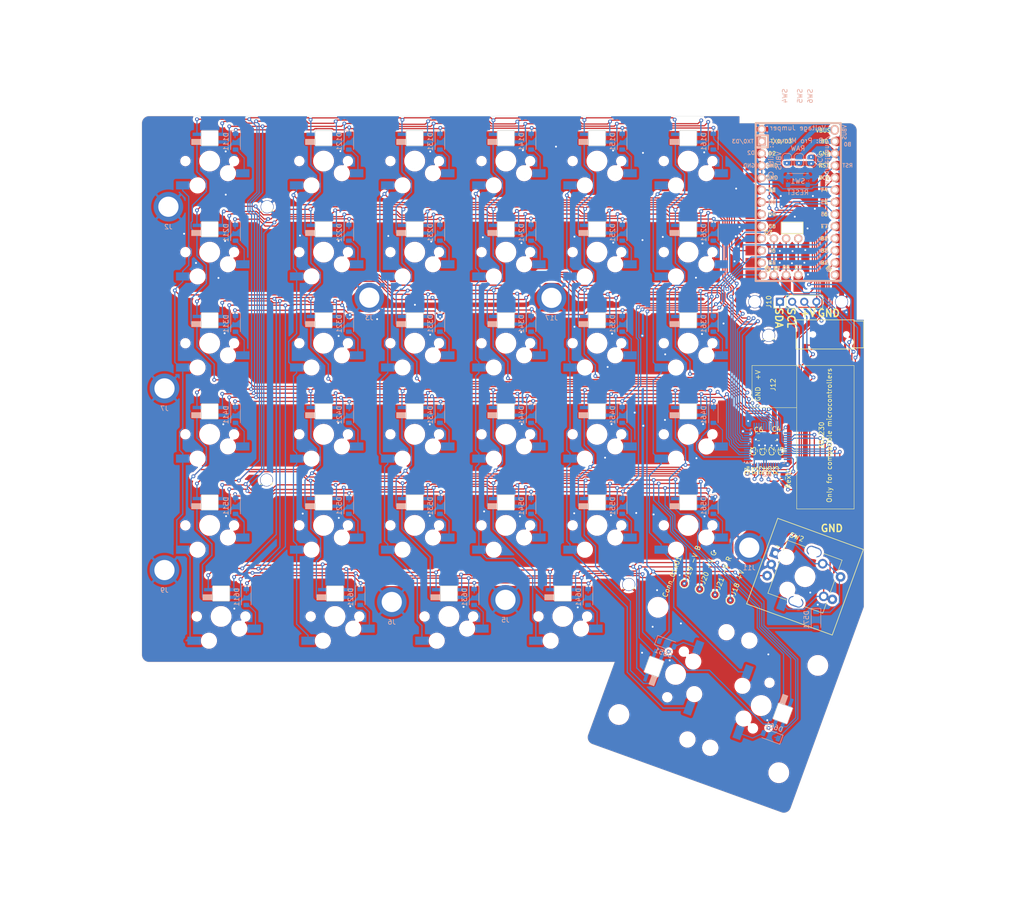
<source format=kicad_pcb>
(kicad_pcb (version 20240108) (generator "pcbnew") (generator_version "8.0")
  (layers (0 "F.Cu" signal) (31 "B.Cu" signal) (34 "B.Paste" user) (35 "F.Paste" user) (36 "B.SilkS" user "B.Silkscreen") (37 "F.SilkS" user "F.Silkscreen") (38 "B.Mask" user) (39 "F.Mask" user) (44 "Edge.Cuts" user))
  (net 0 "")
  (net 1 "VCC")
  (net 2 "GND")
  (net 3 "col6")
  (net 4 "col5")
  (net 5 "col4")
  (net 6 "col3")
  (net 7 "col2")
  (net 8 "col1")
  (net 9 "row6")
  (net 10 "row5")
  (net 11 "row4")
  (net 12 "row3")
  (net 13 "row2")
  (net 14 "row1")
  (net 15 "led_row3B")
  (net 16 "led_row2B")
  (net 17 "led_row1B")
  (net 18 "led_row3A")
  (net 19 "led_row2A")
  (net 20 "led_row1A")
  (net 21 "SCL")
  (net 22 "INTB")
  (net 23 "SDB")
  (net 24 "/Switches/hierarchical_keys32/RGB_R")
  (net 25 "VIO")
  (net 26 "led_row1C")
  (net 27 "led_col1")
  (net 28 "led_col2")
  (net 29 "led_col3")
  (net 30 "led_col4")
  (net 31 "led_col5")
  (net 32 "led_col6")
  (net 33 "led_row2C")
  (net 34 "led_row3C")
  (net 35 "led_col9")
  (net 36 "led_col10")
  (net 37 "led_col11")
  (net 38 "led_col12")
  (net 39 "led_col13")
  (net 40 "led_col14")
  (net 41 "serial")
  (net 42 "col7")
  (net 43 "col8")
  (net 44 "encA2")
  (net 45 "encA1")
  (net 46 "VBUS")
  (net 47 "Net-(U2-IICRST)")
  (net 48 "Net-(U2-RSET)")
  (net 49 "Net-(U1-RST)")
  (net 50 "Net-(SW5-A)")
  (net 51 "unconnected-(U1-C7-Pad27)")
  (net 52 "unconnected-(U1-B6-Pad13)")
  (net 63 "/Switches/hierarchical_keys32/RGB_B")
  (net 64 "/Switches/hierarchical_keys32/RGB_G")
  (net 65 "/Switches/hierarchical_keys33/RGB_R")
  (net 66 "/Switches/hierarchical_keys33/RGB_G")
  (net 67 "/Switches/hierarchical_keys33/RGB_B")
  (net 68 "/Switches/hierarchical_keys34/RGB_R")
  (net 69 "/Switches/hierarchical_keys34/RGB_B")
  (net 70 "/Switches/hierarchical_keys34/RGB_G")
  (net 71 "/Switches/hierarchical_keys35/RGB_R")
  (net 72 "/Switches/hierarchical_keys35/RGB_B")
  (net 73 "/Switches/hierarchical_keys35/RGB_G")
  (net 74 "Net-(D111-A)")
  (net 75 "Net-(D121-A)")
  (net 76 "Net-(D131-A)")
  (net 77 "Net-(D141-A)")
  (net 78 "Net-(D151-A)")
  (net 79 "Net-(D161-A)")
  (net 80 "Net-(D211-A)")
  (net 81 "Net-(D221-A)")
  (net 82 "Net-(D231-A)")
  (net 83 "Net-(D241-A)")
  (net 84 "Net-(D251-A)")
  (net 85 "Net-(D261-A)")
  (net 86 "Net-(D311-A)")
  (net 87 "Net-(D321-A)")
  (net 88 "Net-(D331-A)")
  (net 89 "Net-(D341-A)")
  (net 90 "Net-(D351-A)")
  (net 91 "Net-(D361-A)")
  (net 92 "Net-(D411-A)")
  (net 93 "Net-(D421-A)")
  (net 94 "Net-(D431-A)")
  (net 95 "Net-(D441-A)")
  (net 96 "Net-(D451-A)")
  (net 97 "Net-(D461-A)")
  (net 98 "Net-(D511-A)")
  (net 99 "Net-(D521-A)")
  (net 100 "Net-(D531-A)")
  (net 101 "Net-(D541-A)")
  (net 102 "Net-(D551-A)")
  (net 103 "Net-(D561-A)")
  (net 104 "Net-(D571-K)")
  (net 105 "Net-(D611-A)")
  (net 106 "Net-(D621-A)")
  (net 107 "Net-(D631-A)")
  (net 108 "Net-(D641-A)")
  (net 109 "Net-(D651-A)")
  (net 110 "Net-(D661-A)")
  (footprint "vladkvit_keyb:MX_switch_hotswap_150" (layer "F.Cu") (at 19.0505 100.0125)
    (property "Reference" "K51" (hide yes))
    (property "Value" "KEYSW" (hide yes))
  )
  (footprint "vladkvit_keyb:MX_switch_hotswap" (layer "F.Cu") (at 42.8625 100.0125)
    (property "Reference" "K52" (hide yes))
    (property "Value" "KEYSW" (hide yes))
  )
  (footprint "vladkvit_keyb:MX_switch_hotswap" (layer "F.Cu") (at 61.9125 100.0125)
    (property "Reference" "K53" (hide yes))
    (property "Value" "KEYSW" (hide yes))
  )
  (footprint "vladkvit_keyb:MX_switch_hotswap" (layer "F.Cu") (at 80.9625 100.0125)
    (property "Reference" "K54" (hide yes))
    (property "Value" "KEYSW" (hide yes))
  )
  (footprint "vladkvit_keyb:MX_switch_hotswap" (layer "F.Cu") (at 100.0125 100.0125)
    (property "Reference" "K55" (hide yes))
    (property "Value" "KEYSW" (hide yes))
  )
  (footprint "vladkvit_keyb:MX_switch_hotswap" (layer "F.Cu") (at 119.0625 100.0125)
    (property "Reference" "K56" (hide yes))
    (property "Value" "KEYSW" (hide yes))
  )
  (footprint "vladkvit_keyb:MX_switch_hotswap_125" (layer "F.Cu") (at 21.431 119.0625)
    (property "Reference" "K61" (hide yes))
    (property "Value" "KEYSW" (hide yes))
  )
  (footprint "vladkvit_keyb:MX_switch_hotswap_125" (layer "F.Cu") (at 45.2435 119.0625)
    (property "Reference" "K62" (hide yes))
    (property "Value" "KEYSW" (hide yes))
  )
  (footprint "vladkvit_keyb:MX_switch_hotswap_125" (layer "F.Cu") (at 69.056 119.0625)
    (property "Reference" "K63" (hide yes))
    (property "Value" "KEYSW" (hide yes))
  )
  (footprint "vladkvit_keyb:MX_switch_hotswap_125" (layer "F.Cu") (at 92.8685 119.0625)
    (property "Reference" "K64" (hide yes))
    (property "Value" "KEYSW" (hide yes))
  )
  (footprint "vladkvit_keyb:microcontroller_eliteC_ninenano" (layer "F.Cu") (at 142.0876 33.655)
    (property "Reference" "U1" (hide yes))
    (property "Value" "microctrl_superset" (hide yes))
  )
  (footprint "vladkvit_keyb:MX_switch_hotswap_200" (layer "F.Cu") (at 134.341114 137.702962 70)
    (property "Reference" "K66" (hide yes))
    (property "Value" "KEYSW" (hide yes))
  )
  (footprint "vladkvit_keyb:RotaryEncoderEC11_MX_combo" (layer "F.Cu") (at 143.4973 110.744 -20)
    (property "Reference" "SW2")
    (property "Value" "Rotary_Encoder_Switch")
  )
  (footprint "vladkvit_keyb:TRRS-PJ-320D" (layer "F.Cu") (at 153.7462 60.071 -90)
    (property "Reference" "J1")
    (property "Value" "AudioJack4")
  )
  (footprint "vladkvit_keyb:battery_solder_point" (layer "F.Cu") (at 136.3345 70.5993 90)
    (property "Reference" "J12")
    (property "Value" "Conn_01x02")
  )
  (footprint "Capacitor_SMD:C_0805_2012Metric" (layer "F.Cu") (at 136.63422 84.3915 90)
    (property "Reference" "C2")
    (property "Value" "CP")
  )
  (footprint "Capacitor_SMD:C_0805_2012Metric" (layer "F.Cu") (at 134.71144 84.3915 90)
    (property "Reference" "C1")
    (property "Value" "CP")
  )
  (footprint "Capacitor_SMD:C_0805_2012Metric" (layer "F.Cu") (at 132.7912 84.3915 90)
    (property "Reference" "C3")
    (property "Value" "CP")
  )
  (footprint "Capacitor_SMD:C_0805_2012Metric" (layer "F.Cu") (at 137.5283 81.5594)
    (property "Reference" "C4")
    (property "Value" "CP")
  )
  (footprint "Capacitor_SMD:C_0805_2012Metric" (layer "F.Cu") (at 138.557 84.3915 90)
    (property "Reference" "C5")
    (property "Value" "CP")
  )
  (footprint "Capacitor_SMD:C_0805_2012Metric" (layer "F.Cu") (at 133.7945 81.5594 180)
    (property "Reference" "C6")
    (property "Value" "CP")
  )
  (footprint "Resistor_SMD:R_0603_1608Metric" (layer "F.Cu") (at 132.9309 88.3399 -90)
    (property "Reference" "R1")
    (property "Value" "R100k")
  )
  (footprint "Resistor_SMD:R_0603_1608Metric" (layer "F.Cu") (at 137.3886 88.3399 -90)
    (property "Reference" "R3")
    (property "Value" "R1k")
  )
  (footprint "Resistor_SMD:R_0603_1608Metric" (layer "F.Cu") (at 135.9027 88.3399 -90)
    (property "Reference" "R5")
    (property "Value" "R1k")
  )
  (footprint "Resistor_SMD:R_0603_1608Metric" (layer "F.Cu") (at 138.8745 90.1573 -90)
    (property "Reference" "Rext1")
    (property "Value" "R20k")
  )
  (footprint "Resistor_SMD:R_0603_1608Metric" (layer "F.Cu") (at 134.4168 88.3399 -90)
    (property "Reference" "R2")
    (property "Value" "R100k")
  )
  (footprint "Resistor_SMD:R_0603_1608Metric" (layer "F.Cu") (at 131.445 88.3399 90)
    (property "Reference" "R4")
    (property "Value" "R100k")
  )
  (footprint "vladkvit_keyb:standoff_m2.5" (layer "F.Cu") (at 31.0515 33.3756)
    (property "Reference" "J13")
    (property "Value" "Conn_01x01")
  )
  (footprint "vladkvit_keyb:standoff_m2.5" (layer "F.Cu") (at 135.9027 60.2742)
    (property "Reference" "J14")
    (property "Value" "Conn_01x01")
  )
  (footprint "vladkvit_keyb:standoff_m2.5" (layer "F.Cu") (at 30.9372 90.5129)
    (property "Reference" "J15")
    (property "Value" "Conn_01x01")
  )
  (footprint "vladkvit_keyb:standoff_m2.5" (layer "F.Cu") (at 106.6419 112.3696)
    (property "Reference" "J16")
    (property "Value" "Conn_01x01")
  )
  (footprint "vladkvit_keyb:m2.5_hole" (layer "F.Cu") (at 133 53.2384)
    (property "Reference" "J8")
    (property "Value" "Conn_01x01")
  )
  (footprint "vladkvit_keyb:m2.5_hole" (layer "F.Cu") (at 151.1554 53.2384)
    (property "Reference" "J4")
    (property "Value" "Conn_01x01")
  )
  (footprint "Connector_PinHeader_2.54mm:PinHeader_1x04_P2.54mm_Vertical" (layer "F.Cu") (at 138.2641 53.2384 90)
    (property "Reference" "J10")
    (property "Value" "Conn_01x04")
  )
  (footprint "TestPoint:TestPoint_Pad_D1.5mm" (layer "F.Cu") (at 121.479001 113.354564 -20)
    (property "Reference" "J20")
    (property "Value" "Conn_01x01")
  )
  (footprint "TestPoint:TestPoint_Pad_D1.5mm" (layer "F.Cu") (at 127.899545 115.691451 -20)
    (property "Reference" "J18")
    (property "Value" "Conn_01x01")
  )
  (footprint "TestPoint:TestPoint_Pad_D1.5mm" (layer "F.Cu") (at 124.689273 114.523008 -20)
    (property "Reference" "J21")
    (property "Value" "Conn_01x01")
  )
  (footprint "TestPoint:TestPoint_Pad_D1.5mm" (layer "F.Cu") (at 118.26873 112.186121 -20)
    (property "Reference" "J19")
    (property "Value" "Conn_01x01")
  )
  (footprint "vladkvit_keyb:MX_switch_hotswap_200" (layer "F.Cu") (at 116.43997 131.187478 -110)
    (property "Reference" "K65" (hide yes))
    (property "Value" "KEYSW" (hide yes))
  )
  (footprint "vladkvit_keyb:MX_RGB" (layer "F.Cu") (at 42.865 42.86)
    (property "Reference" "D22" (hide yes))
    (property "Value" "LED_ARGB" (hide yes))
    (fp_line (start -1.8 -3.4) (end -1.8 -6.2) (stroke (width 0.12)) (layer "Edge.Cuts"))
    (fp_line (start 1.6 -6.4) (end -1.6 -6.4) (stroke (width 0.12)) (layer "Edge.Cuts"))
    (fp_line (start 1.6 -3.2) (end -1.6 -3.2) (stroke (width 0.12)) (layer "Edge.Cuts"))
    (fp_line (start 1.8 -3.4) (end 1.8 -6.2) (stroke (width 0.12)) (layer "Edge.Cuts"))
    (fp_arc (start -1.8 -6.2) (mid -1.741421 -6.341421) (end -1.6 -6.4) (stroke (width 0.12)) (layer "Edge.Cuts"))
    (fp_arc (start -1.6 -3.2) (mid -1.741421 -3.258579) (end -1.8 -3.4) (stroke (width 0.12)) (layer "Edge.Cuts"))
    (fp_arc (start 1.6 -6.4) (mid 1.741421 -6.341421) (end 1.8 -6.2) (stroke (width 0.12)) (layer "Edge.Cuts"))
    (fp_arc (start 1.8 -3.4) (mid 1.741421 -3.258579) (end 1.6 -3.2) (stroke (width 0.12)) (layer "Edge.Cuts"))
  )
  (footprint "vladkvit_keyb:MX_switch_hotswap_150" (layer "F.Cu") (at 19.05 42.86)
    (property "Reference" "K21" (hide yes))
    (property "Value" "KEYSW" (hide yes))
  )
  (footprint "vladkvit_keyb:MX_switch_hotswap" (layer "F.Cu") (at 100.0095 23.81)
    (property "Reference" "K15" (hide yes))
    (property "Value" "KEYSW" (hide yes))
  )
  (footprint "vladkvit_keyb:MX_RGB" (layer "F.Cu") (at 119.0625 100.0125)
    (property "Reference" "D56" (hide yes))
    (property "Value" "LED_ARGB" (hide yes))
    (fp_line (start -1.8 -3.4) (end -1.8 -6.2) (stroke (width 0.12)) (layer "Edge.Cuts"))
    (fp_line (start 1.6 -6.4) (end -1.6 -6.4) (stroke (width 0.12)) (layer "Edge.Cuts"))
    (fp_line (start 1.6 -3.2) (end -1.6 -3.2) (stroke (width 0.12)) (layer "Edge.Cuts"))
    (fp_line (start 1.8 -3.4) (end 1.8 -6.2) (stroke (width 0.12)) (layer "Edge.Cuts"))
    (fp_arc (start -1.8 -6.2) (mid -1.741421 -6.341421) (end -1.6 -6.4) (stroke (width 0.12)) (layer "Edge.Cuts"))
    (fp_arc (start -1.6 -3.2) (mid -1.741421 -3.258579) (end -1.8 -3.4) (stroke (width 0.12)) (layer "Edge.Cuts"))
    (fp_arc (start 1.6 -6.4) (mid 1.741421 -6.341421) (end 1.8 -6.2) (stroke (width 0.12)) (layer "Edge.Cuts"))
    (fp_arc (start 1.8 -3.4) (mid 1.741421 -3.258579) (end 1.6 -3.2) (stroke (width 0.12)) (layer "Edge.Cuts"))
  )
  (footprint "vladkvit_keyb:MX_RGB" (layer "F.Cu") (at 19.0505 100.0125)
    (property "Reference" "D51" (hide yes))
    (property "Value" "LED_ARGB" (hide yes))
    (fp_line (start -1.8 -3.4) (end -1.8 -6.2) (stroke (width 0.12)) (layer "Edge.Cuts"))
    (fp_line (start 1.6 -6.4) (end -1.6 -6.4) (stroke (width 0.12)) (layer "Edge.Cuts"))
    (fp_line (start 1.6 -3.2) (end -1.6 -3.2) (stroke (width 0.12)) (layer "Edge.Cuts"))
    (fp_line (start 1.8 -3.4) (end 1.8 -6.2) (stroke (width 0.12)) (layer "Edge.Cuts"))
    (fp_arc (start -1.8 -6.2) (mid -1.741421 -6.341421) (end -1.6 -6.4) (stroke (width 0.12)) (layer "Edge.Cuts"))
    (fp_arc (start -1.6 -3.2) (mid -1.741421 -3.258579) (end -1.8 -3.4) (stroke (width 0.12)) (layer "Edge.Cuts"))
    (fp_arc (start 1.6 -6.4) (mid 1.741421 -6.341421) (end 1.8 -6.2) (stroke (width 0.12)) (layer "Edge.Cuts"))
    (fp_arc (start 1.8 -3.4) (mid 1.741421 -3.258579) (end 1.6 -3.2) (stroke (width 0.12)) (layer "Edge.Cuts"))
  )
  (footprint "vladkvit_keyb:MX_RGB" (layer "F.Cu") (at 42.865 61.9089)
    (property "Reference" "D32" (hide yes))
    (property "Value" "LED_ARGB" (hide yes))
    (fp_line (start -1.8 -3.4) (end -1.8 -6.2) (stroke (width 0.12)) (layer "Edge.Cuts"))
    (fp_line (start 1.6 -6.4) (end -1.6 -6.4) (stroke (width 0.12)) (layer "Edge.Cuts"))
    (fp_line (start 1.6 -3.2) (end -1.6 -3.2) (stroke (width 0.12)) (layer "Edge.Cuts"))
    (fp_line (start 1.8 -3.4) (end 1.8 -6.2) (stroke (width 0.12)) (layer "Edge.Cuts"))
    (fp_arc (start -1.8 -6.2) (mid -1.741421 -6.341421) (end -1.6 -6.4) (stroke (width 0.12)) (layer "Edge.Cuts"))
    (fp_arc (start -1.6 -3.2) (mid -1.741421 -3.258579) (end -1.8 -3.4) (stroke (width 0.12)) (layer "Edge.Cuts"))
    (fp_arc (start 1.6 -6.4) (mid 1.741421 -6.341421) (end 1.8 -6.2) (stroke (width 0.12)) (layer "Edge.Cuts"))
    (fp_arc (start 1.8 -3.4) (mid 1.741421 -3.258579) (end 1.6 -3.2) (stroke (width 0.12)) (layer "Edge.Cuts"))
  )
  (footprint "vladkvit_keyb:MX_RGB" (layer "F.Cu") (at 42.86 23.81)
    (property "Reference" "D12" (hide yes))
    (property "Value" "LED_ARGB" (hide yes))
    (fp_line (start -1.8 -3.4) (end -1.8 -6.2) (stroke (width 0.12)) (layer "Edge.Cuts"))
    (fp_line (start 1.6 -6.4) (end -1.6 -6.4) (stroke (width 0.12)) (layer "Edge.Cuts"))
    (fp_line (start 1.6 -3.2) (end -1.6 -3.2) (stroke (width 0.12)) (layer "Edge.Cuts"))
    (fp_line (start 1.8 -3.4) (end 1.8 -6.2) (stroke (width 0.12)) (layer "Edge.Cuts"))
    (fp_arc (start -1.8 -6.2) (mid -1.741421 -6.341421) (end -1.6 -6.4) (stroke (width 0.12)) (layer "Edge.Cuts"))
    (fp_arc (start -1.6 -3.2) (mid -1.741421 -3.258579) (end -1.8 -3.4) (stroke (width 0.12)) (layer "Edge.Cuts"))
    (fp_arc (start 1.6 -6.4) (mid 1.741421 -6.341421) (end 1.8 -6.2) (stroke (width 0.12)) (layer "Edge.Cuts"))
    (fp_arc (start 1.8 -3.4) (mid 1.741421 -3.258579) (end 1.6 -3.2) (stroke (width 0.12)) (layer "Edge.Cuts"))
  )
  (footprint "vladkvit_keyb:MX_RGB" (layer "F.Cu") (at 100.0125 100.0125)
    (property "Reference" "D55" (hide yes))
    (property "Value" "LED_ARGB" (hide yes))
    (fp_line (start -1.8 -3.4) (end -1.8 -6.2) (stroke (width 0.12)) (layer "Edge.Cuts"))
    (fp_line (start 1.6 -6.4) (end -1.6 -6.4) (stroke (width 0.12)) (layer "Edge.Cuts"))
    (fp_line (start 1.6 -3.2) (end -1.6 -3.2) (stroke (width 0.12)) (layer "Edge.Cuts"))
    (fp_line (start 1.8 -3.4) (end 1.8 -6.2) (stroke (width 0.12)) (layer "Edge.Cuts"))
    (fp_arc (start -1.8 -6.2) (mid -1.741421 -6.341421) (end -1.6 -6.4) (stroke (width 0.12)) (layer "Edge.Cuts"))
    (fp_arc (start -1.6 -3.2) (mid -1.741421 -3.258579) (end -1.8 -3.4) (stroke (width 0.12)) (layer "Edge.Cuts"))
    (fp_arc (start 1.6 -6.4) (mid 1.741421 -6.341421) (end 1.8 -6.2) (stroke (width 0.12)) (layer "Edge.Cuts"))
    (fp_arc (start 1.8 -3.4) (mid 1.741421 -3.258579) (end 1.6 -3.2) (stroke (width 0.12)) (layer "Edge.Cuts"))
  )
  (footprint "vladkvit_keyb:MX_RGB" (layer "F.Cu") (at 80.965 61.9089)
    (property "Reference" "D34" (hide yes))
    (property "Value" "LED_ARGB" (hide yes))
    (fp_line (start -1.8 -3.4) (end -1.8 -6.2) (stroke (width 0.12)) (layer "Edge.Cuts"))
    (fp_line (start 1.6 -6.4) (end -1.6 -6.4) (stroke (width 0.12)) (layer "Edge.Cuts"))
    (fp_line (start 1.6 -3.2) (end -1.6 -3.2) (stroke (width 0.12)) (layer "Edge.Cuts"))
    (fp_line (start 1.8 -3.4) (end 1.8 -6.2) (stroke (width 0.12)) (layer "Edge.Cuts"))
    (fp_arc (start -1.8 -6.2) (mid -1.741421 -6.341421) (end -1.6 -6.4) (stroke (width 0.12)) (layer "Edge.Cuts"))
    (fp_arc (start -1.6 -3.2) (mid -1.741421 -3.258579) (end -1.8 -3.4) (stroke (width 0.12)) (layer "Edge.Cuts"))
    (fp_arc (start 1.6 -6.4) (mid 1.741421 -6.341421) (end 1.8 -6.2) (stroke (width 0.12)) (layer "Edge.Cuts"))
    (fp_arc (start 1.8 -3.4) (mid 1.741421 -3.258579) (end 1.6 -3.2) (stroke (width 0.12)) (layer "Edge.Cuts"))
  )
  (footprint "vladkvit_keyb:MX_RGB" (layer "F.Cu") (at 61.907518 23.81)
    (property "Reference" "D13" (hide yes))
    (property "Value" "LED_ARGB" (hide yes))
    (fp_line (start -1.8 -3.4) (end -1.8 -6.2) (stroke (width 0.12)) (layer "Edge.Cuts"))
    (fp_line (start 1.6 -6.4) (end -1.6 -6.4) (stroke (width 0.12)) (layer "Edge.Cuts"))
    (fp_line (start 1.6 -3.2) (end -1.6 -3.2) (stroke (width 0.12)) (layer "Edge.Cuts"))
    (fp_line (start 1.8 -3.4) (end 1.8 -6.2) (stroke (width 0.12)) (layer "Edge.Cuts"))
    (fp_arc (start -1.8 -6.2) (mid -1.741421 -6.341421) (end -1.6 -6.4) (stroke (width 0.12)) (layer "Edge.Cuts"))
    (fp_arc (start -1.6 -3.2) (mid -1.741421 -3.258579) (end -1.8 -3.4) (stroke (width 0.12)) (layer "Edge.Cuts"))
    (fp_arc (start 1.6 -6.4) (mid 1.741421 -6.341421) (end 1.8 -6.2) (stroke (width 0.12)) (layer "Edge.Cuts"))
    (fp_arc (start 1.8 -3.4) (mid 1.741421 -3.258579) (end 1.6 -3.2) (stroke (width 0.12)) (layer "Edge.Cuts"))
  )
  (footprint "vladkvit_keyb:MX_RGB" (layer "F.Cu") (at 100.0095 23.81)
    (property "Reference" "D15" (hide yes))
    (property "Value" "LED_ARGB" (hide yes))
    (fp_line (start -1.8 -3.4) (end -1.8 -6.2) (stroke (width 0.12)) (layer "Edge.Cuts"))
    (fp_line (start 1.6 -6.4) (end -1.6 -6.4) (stroke (width 0.12)) (layer "Edge.Cuts"))
    (fp_line (start 1.6 -3.2) (end -1.6 -3.2) (stroke (width 0.12)) (layer "Edge.Cuts"))
    (fp_line (start 1.8 -3.4) (end 1.8 -6.2) (stroke (width 0.12)) (layer "Edge.Cuts"))
    (fp_arc (start -1.8 -6.2) (mid -1.741421 -6.341421) (end -1.6 -6.4) (stroke (width 0.12)) (layer "Edge.Cuts"))
    (fp_arc (start -1.6 -3.2) (mid -1.741421 -3.258579) (end -1.8 -3.4) (stroke (width 0.12)) (layer "Edge.Cuts"))
    (fp_arc (start 1.6 -6.4) (mid 1.741421 -6.341421) (end 1.8 -6.2) (stroke (width 0.12)) (layer "Edge.Cuts"))
    (fp_arc (start 1.8 -3.4) (mid 1.741421 -3.258579) (end 1.6 -3.2) (stroke (width 0.12)) (layer "Edge.Cuts"))
  )
  (footprint "vladkvit_keyb:MX_switch_hotswap" (layer "F.Cu") (at 42.86 23.81)
    (property "Reference" "K12" (hide yes))
    (property "Value" "KEYSW" (hide yes))
  )
  (footprint "vladkvit_keyb:MX_switch_hotswap" (layer "F.Cu") (at 100.0095 80.96695)
    (property "Reference" "K45" (hide yes))
    (property "Value" "KEYSW" (hide yes))
  )
  (footprint "vladkvit_keyb:MX_RGB" (layer "F.Cu") (at 21.431 119.0625)
    (property "Reference" "D61" (hide yes))
    (property "Value" "LED_ARGB" (hide yes))
    (fp_line (start -1.8 -3.4) (end -1.8 -6.2) (stroke (width 0.12)) (layer "Edge.Cuts"))
    (fp_line (start 1.6 -6.4) (end -1.6 -6.4) (stroke (width 0.12)) (layer "Edge.Cuts"))
    (fp_line (start 1.6 -3.2) (end -1.6 -3.2) (stroke (width 0.12)) (layer "Edge.Cuts"))
    (fp_line (start 1.8 -3.4) (end 1.8 -6.2) (stroke (width 0.12)) (layer "Edge.Cuts"))
    (fp_arc (start -1.8 -6.2) (mid -1.741421 -6.341421) (end -1.6 -6.4) (stroke (width 0.12)) (layer "Edge.Cuts"))
    (fp_arc (start -1.6 -3.2) (mid -1.741421 -3.258579) (end -1.8 -3.4) (stroke (width 0.12)) (layer "Edge.Cuts"))
    (fp_arc (start 1.6 -6.4) (mid 1.741421 -6.341421) (end 1.8 -6.2) (stroke (width 0.12)) (layer "Edge.Cuts"))
    (fp_arc (start 1.8 -3.4) (mid 1.741421 -3.258579) (end 1.6 -3.2) (stroke (width 0.12)) (layer "Edge.Cuts"))
  )
  (footprint "vladkvit_keyb:MX_RGB" (layer "F.Cu") (at 61.907518 42.86)
    (property "Reference" "D23" (hide yes))
    (property "Value" "LED_ARGB" (hide yes))
    (fp_line (start -1.8 -3.4) (end -1.8 -6.2) (stroke (width 0.12)) (layer "Edge.Cuts"))
    (fp_line (start 1.6 -6.4) (end -1.6 -6.4) (stroke (width 0.12)) (layer "Edge.Cuts"))
    (fp_line (start 1.6 -3.2) (end -1.6 -3.2) (stroke (width 0.12)) (layer "Edge.Cuts"))
    (fp_line (start 1.8 -3.4) (end 1.8 -6.2) (stroke (width 0.12)) (layer "Edge.Cuts"))
    (fp_arc (start -1.8 -6.2) (mid -1.741421 -6.341421) (end -1.6 -6.4) (stroke (width 0.12)) (layer "Edge.Cuts"))
    (fp_arc (start -1.6 -3.2) (mid -1.741421 -3.258579) (end -1.8 -3.4) (stroke (width 0.12)) (layer "Edge.Cuts"))
    (fp_arc (start 1.6 -6.4) (mid 1.741421 -6.341421) (end 1.8 -6.2) (stroke (width 0.12)) (layer "Edge.Cuts"))
    (fp_arc (start 1.8 -3.4) (mid 1.741421 -3.258579) (end 1.6 -3.2) (stroke (width 0.12)) (layer "Edge.Cuts"))
  )
  (footprint "vladkvit_keyb:MX_RGB" (layer "F.Cu") (at 116.43997 131.187478 70)
    (property "Reference" "D65" (hide yes))
    (property "Value" "LED_ARGB" (hide yes))
    (fp_line (start 1.6 -6.4) (end -1.6 -6.4) (stroke (width 0.12)) (layer "Edge.Cuts"))
    (fp_line (start -1.8 -3.4) (end -1.8 -6.2) (stroke (width 0.12)) (layer "Edge.Cuts"))
    (fp_line (start 1.8 -3.4) (end 1.8 -6.2) (stroke (width 0.12)) (layer "Edge.Cuts"))
    (fp_line (start 1.6 -3.2) (end -1.6 -3.2) (stroke (width 0.12)) (layer "Edge.Cuts"))
    (fp_arc (start -1.8 -6.2) (mid -1.741421 -6.341421) (end -1.6 -6.4) (stroke (width 0.12)) (layer "Edge.Cuts"))
    (fp_arc (start 1.6 -6.4) (mid 1.741422 -6.341422) (end 1.8 -6.2) (stroke (width 0.12)) (layer "Edge.Cuts"))
    (fp_arc (start -1.6 -3.2) (mid -1.741421 -3.258579) (end -1.8 -3.4) (stroke (width 0.12)) (layer "Edge.Cuts"))
    (fp_arc (start 1.8 -3.4) (mid 1.741421 -3.258579) (end 1.6 -3.2) (stroke (width 0.12)) (layer "Edge.Cuts"))
  )
  (footprint "vladkvit_keyb:MX_RGB" (layer "F.Cu") (at 119.063 23.81)
    (property "Reference" "D16" (hide yes))
    (property "Value" "LED_ARGB" (hide yes))
    (fp_line (start -1.8 -3.4) (end -1.8 -6.2) (stroke (width 0.12)) (layer "Edge.Cuts"))
    (fp_line (start 1.6 -6.4) (end -1.6 -6.4) (stroke (width 0.12)) (layer "Edge.Cuts"))
    (fp_line (start 1.6 -3.2) (end -1.6 -3.2) (stroke (width 0.12)) (layer "Edge.Cuts"))
    (fp_line (start 1.8 -3.4) (end 1.8 -6.2) (stroke (width 0.12)) (layer "Edge.Cuts"))
    (fp_arc (start -1.8 -6.2) (mid -1.741421 -6.341421) (end -1.6 -6.4) (stroke (width 0.12)) (layer "Edge.Cuts"))
    (fp_arc (start -1.6 -3.2) (mid -1.741421 -3.258579) (end -1.8 -3.4) (stroke (width 0.12)) (layer "Edge.Cuts"))
    (fp_arc (start 1.6 -6.4) (mid 1.741421 -6.341421) (end 1.8 -6.2) (stroke (width 0.12)) (layer "Edge.Cuts"))
    (fp_arc (start 1.8 -3.4) (mid 1.741421 -3.258579) (end 1.6 -3.2) (stroke (width 0.12)) (layer "Edge.Cuts"))
  )
  (footprint "vladkvit_keyb:MX_switch_hotswap" (layer "F.Cu") (at 42.865 61.9089)
    (property "Reference" "K32" (hide yes))
    (property "Value" "KEYSW" (hide yes))
  )
  (footprint "vladkvit_keyb:MX_RGB" (layer "F.Cu") (at 19.05 42.86)
    (property "Reference" "D21" (hide yes))
    (property "Value" "LED_ARGB" (hide yes))
    (fp_line (start -1.8 -3.4) (end -1.8 -6.2) (stroke (width 0.12)) (layer "Edge.Cuts"))
    (fp_line (start 1.6 -6.4) (end -1.6 -6.4) (stroke (width 0.12)) (layer "Edge.Cuts"))
    (fp_line (start 1.6 -3.2) (end -1.6 -3.2) (stroke (width 0.12)) (layer "Edge.Cuts"))
    (fp_line (start 1.8 -3.4) (end 1.8 -6.2) (stroke (width 0.12)) (layer "Edge.Cuts"))
    (fp_arc (start -1.8 -6.2) (mid -1.741421 -6.341421) (end -1.6 -6.4) (stroke (width 0.12)) (layer "Edge.Cuts"))
    (fp_arc (start -1.6 -3.2) (mid -1.741421 -3.258579) (end -1.8 -3.4) (stroke (width 0.12)) (layer "Edge.Cuts"))
    (fp_arc (start 1.6 -6.4) (mid 1.741421 -6.341421) (end 1.8 -6.2) (stroke (width 0.12)) (layer "Edge.Cuts"))
    (fp_arc (start 1.8 -3.4) (mid 1.741421 -3.258579) (end 1.6 -3.2) (stroke (width 0.12)) (layer "Edge.Cuts"))
  )
  (footprint "vladkvit_keyb:MX_switch_hotswap" (layer "F.Cu") (at 119.063 61.9089)
    (property "Reference" "K36" (hide yes))
    (property "Value" "KEYSW" (hide yes))
  )
  (footprint "vladkvit_keyb:MX_switch_hotswap_150" (layer "F.Cu") (at 19.05 61.91)
    (property "Reference" "K31" (hide yes))
    (property "Value" "KEYSW" (hide yes))
  )
  (footprint "vladkvit_keyb:MX_RGB" (layer "F.Cu") (at 119.063 42.86)
    (property "Reference" "D26" (hide yes))
    (property "Value" "LED_ARGB" (hide yes))
    (fp_line (start -1.8 -3.4) (end -1.8 -6.2) (stroke (width 0.12)) (layer "Edge.Cuts"))
    (fp_line (start 1.6 -6.4) (end -1.6 -6.4) (stroke (width 0.12)) (layer "Edge.Cuts"))
    (fp_line (start 1.6 -3.2) (end -1.6 -3.2) (stroke (width 0.12)) (layer "Edge.Cuts"))
    (fp_line (start 1.8 -3.4) (end 1.8 -6.2) (stroke (width 0.12)) (layer "Edge.Cuts"))
    (fp_arc (start -1.8 -6.2) (mid -1.741421 -6.341421) (end -1.6 -6.4) (stroke (width 0.12)) (layer "Edge.Cuts"))
    (fp_arc (start -1.6 -3.2) (mid -1.741421 -3.258579) (end -1.8 -3.4) (stroke (width 0.12)) (layer "Edge.Cuts"))
    (fp_arc (start 1.6 -6.4) (mid 1.741421 -6.341421) (end 1.8 -6.2) (stroke (width 0.12)) (layer "Edge.Cuts"))
    (fp_arc (start 1.8 -3.4) (mid 1.741421 -3.258579) (end 1.6 -3.2) (stroke (width 0.12)) (layer "Edge.Cuts"))
  )
  (footprint "vladkvit_keyb:MX_RGB" (layer "F.Cu") (at 19.05 80.96)
    (property "Reference" "D41" (hide yes))
    (property "Value" "LED_ARGB" (hide yes))
    (fp_line (start -1.8 -3.4) (end -1.8 -6.2) (stroke (width 0.12)) (layer "Edge.Cuts"))
    (fp_line (start 1.6 -6.4) (end -1.6 -6.4) (stroke (width 0.12)) (layer "Edge.Cuts"))
    (fp_line (start 1.6 -3.2) (end -1.6 -3.2) (stroke (width 0.12)) (layer "Edge.Cuts"))
    (fp_line (start 1.8 -3.4) (end 1.8 -6.2) (stroke (width 0.12)) (layer "Edge.Cuts"))
    (fp_arc (start -1.8 -6.2) (mid -1.741421 -6.341421) (end -1.6 -6.4) (stroke (width 0.12)) (layer "Edge.Cuts"))
    (fp_arc (start -1.6 -3.2) (mid -1.741421 -3.258579) (end -1.8 -3.4) (stroke (width 0.12)) (layer "Edge.Cuts"))
    (fp_arc (start 1.6 -6.4) (mid 1.741421 -6.341421) (end 1.8 -6.2) (stroke (width 0.12)) (layer "Edge.Cuts"))
    (fp_arc (start 1.8 -3.4) (mid 1.741421 -3.258579) (end 1.6 -3.2) (stroke (width 0.12)) (layer "Edge.Cuts"))
  )
  (footprint "vladkvit_keyb:MX_RGB" (layer "F.Cu") (at 119.063 80.96695)
    (property "Reference" "D46" (hide yes))
    (property "Value" "LED_ARGB" (hide yes))
    (fp_line (start -1.8 -3.4) (end -1.8 -6.2) (stroke (width 0.12)) (layer "Edge.Cuts"))
    (fp_line (start 1.6 -6.4) (end -1.6 -6.4) (stroke (width 0.12)) (layer "Edge.Cuts"))
    (fp_line (start 1.6 -3.2) (end -1.6 -3.2) (stroke (width 0.12)) (layer "Edge.Cuts"))
    (fp_line (start 1.8 -3.4) (end 1.8 -6.2) (stroke (width 0.12)) (layer "Edge.Cuts"))
    (fp_arc (start -1.8 -6.2) (mid -1.741421 -6.341421) (end -1.6 -6.4) (stroke (width 0.12)) (layer "Edge.Cuts"))
    (fp_arc (start -1.6 -3.2) (mid -1.741421 -3.258579) (end -1.8 -3.4) (stroke (width 0.12)) (layer "Edge.Cuts"))
    (fp_arc (start 1.6 -6.4) (mid 1.741421 -6.341421) (end 1.8 -6.2) (stroke (width 0.12)) (layer "Edge.Cuts"))
    (fp_arc (start 1.8 -3.4) (mid 1.741421 -3.258579) (end 1.6 -3.2) (stroke (width 0.12)) (layer "Edge.Cuts"))
  )
  (footprint "vladkvit_keyb:MX_switch_hotswap" (layer "F.Cu") (at 61.907518 80.96695)
    (property "Reference" "K43" (hide yes))
    (property "Value" "KEYSW" (hide yes))
  )
  (footprint "vladkvit_keyb:MX_RGB" (layer "F.Cu") (at 80.9625 100.0125)
    (property "Reference" "D54" (hide yes))
    (property "Value" "LED_ARGB" (hide yes))
    (fp_line (start -1.8 -3.4) (end -1.8 -6.2) (stroke (width 0.12)) (layer "Edge.Cuts"))
    (fp_line (start 1.6 -6.4) (end -1.6 -6.4) (stroke (width 0.12)) (layer "Edge.Cuts"))
    (fp_line (start 1.6 -3.2) (end -1.6 -3.2) (stroke (width 0.12)) (layer "Edge.Cuts"))
    (fp_line (start 1.8 -3.4) (end 1.8 -6.2) (stroke (width 0.12)) (layer "Edge.Cuts"))
    (fp_arc (start -1.8 -6.2) (mid -1.741421 -6.341421) (end -1.6 -6.4) (stroke (width 0.12)) (layer "Edge.Cuts"))
    (fp_arc (start -1.6 -3.2) (mid -1.741421 -3.258579) (end -1.8 -3.4) (stroke (width 0.12)) (layer "Edge.Cuts"))
    (fp_arc (start 1.6 -6.4) (mid 1.741421 -6.341421) (end 1.8 -6.2) (stroke (width 0.12)) (layer "Edge.Cuts"))
    (fp_arc (start 1.8 -3.4) (mid 1.741421 -3.258579) (end 1.6 -3.2) (stroke (width 0.12)) (layer "Edge.Cuts"))
  )
  (footprint "vladkvit_keyb:MX_switch_hotswap" (layer "F.Cu") (at 61.907518 42.86)
    (property "Reference" "K23" (hide yes))
    (property "Value" "KEYSW" (hide yes))
  )
  (footprint "vladkvit_keyb:MX_switch_hotswap" (layer "F.Cu") (at 80.965 42.86)
    (property "Reference" "K24" (hide yes))
    (property "Value" "KEYSW" (hide yes))
  )
  (footprint "vladkvit_keyb:MX_switch_hotswap" (layer "F.Cu") (at 80.965 61.9089)
    (property "Reference" "K34" (hide yes))
    (property "Value" "KEYSW" (hide yes))
  )
  (footprint "vladkvit_keyb:MX_RGB" (layer "F.Cu") (at 19.05 23.81)
    (property "Reference" "D11" (hide yes))
    (property "Value" "LED_ARGB" (hide yes))
    (fp_line (start -1.8 -3.4) (end -1.8 -6.2) (stroke (width 0.12)) (layer "Edge.Cuts"))
    (fp_line (start 1.6 -6.4) (end -1.6 -6.4) (stroke (width 0.12)) (layer "Edge.Cuts"))
    (fp_line (start 1.6 -3.2) (end -1.6 -3.2) (stroke (width 0.12)) (layer "Edge.Cuts"))
    (fp_line (start 1.8 -3.4) (end 1.8 -6.2) (stroke (width 0.12)) (layer "Edge.Cuts"))
    (fp_arc (start -1.8 -6.2) (mid -1.741421 -6.341421) (end -1.6 -6.4) (stroke (width 0.12)) (layer "Edge.Cuts"))
    (fp_arc (start -1.6 -3.2) (mid -1.741421 -3.258579) (end -1.8 -3.4) (stroke (width 0.12)) (layer "Edge.Cuts"))
    (fp_arc (start 1.6 -6.4) (mid 1.741421 -6.341421) (end 1.8 -6.2) (stroke (width 0.12)) (layer "Edge.Cuts"))
    (fp_arc (start 1.8 -3.4) (mid 1.741421 -3.258579) (end 1.6 -3.2) (stroke (width 0.12)) (layer "Edge.Cuts"))
  )
  (footprint "vladkvit_keyb:MX_RGB" (layer "F.Cu") (at 61.907518 61.9089)
    (property "Reference" "D33" (hide yes))
    (property "Value" "LED_ARGB" (hide yes))
    (fp_line (start -1.8 -3.4) (end -1.8 -6.2) (stroke (width 0.12)) (layer "Edge.Cuts"))
    (fp_line (start 1.6 -6.4) (end -1.6 -6.4) (stroke (width 0.12)) (layer "Edge.Cuts"))
    (fp_line (start 1.6 -3.2) (end -1.6 -3.2) (stroke (width 0.12)) (layer "Edge.Cuts"))
    (fp_line (start 1.8 -3.4) (end 1.8 -6.2) (stroke (width 0.12)) (layer "Edge.Cuts"))
    (fp_arc (start -1.8 -6.2) (mid -1.741421 -6.341421) (end -1.6 -6.4) (stroke (width 0.12)) (layer "Edge.Cuts"))
    (fp_arc (start -1.6 -3.2) (mid -1.741421 -3.258579) (end -1.8 -3.4) (stroke (width 0.12)) (layer "Edge.Cuts"))
    (fp_arc (start 1.6 -6.4) (mid 1.741421 -6.341421) (end 1.8 -6.2) (stroke (width 0.12)) (layer "Edge.Cuts"))
    (fp_arc (start 1.8 -3.4) (mid 1.741421 -3.258579) (end 1.6 -3.2) (stroke (width 0.12)) (layer "Edge.Cuts"))
  )
  (footprint "vladkvit_keyb:MX_switch_hotswap" (layer "F.Cu") (at 119.063 42.86)
    (property "Reference" "K26" (hide yes))
    (property "Value" "KEYSW" (hide yes))
  )
  (footprint "vladkvit_keyb:MX_switch_hotswap" (layer "F.Cu") (at 119.063 23.81)
    (property "Reference" "K16" (hide yes))
    (property "Value" "KEYSW" (hide yes))
  )
  (footprint "vladkvit_keyb:MX_switch_hotswap" (layer "F.Cu") (at 119.063 80.96695)
    (property "Reference" "K46" (hide yes))
    (property "Value" "KEYSW" (hide yes))
  )
  (footprint "vladkvit_keyb:MX_RGB" (layer "F.Cu") (at 92.8685 119.0625)
    (property "Reference" "D64" (hide yes))
    (property "Value" "LED_ARGB" (hide yes))
    (fp_line (start -1.8 -3.4) (end -1.8 -6.2) (stroke (width 0.12)) (layer "Edge.Cuts"))
    (fp_line (start 1.6 -6.4) (end -1.6 -6.4) (stroke (width 0.12)) (layer "Edge.Cuts"))
    (fp_line (start 1.6 -3.2) (end -1.6 -3.2) (stroke (width 0.12)) (layer "Edge.Cuts"))
    (fp_line (start 1.8 -3.4) (end 1.8 -6.2) (stroke (width 0.12)) (layer "Edge.Cuts"))
    (fp_arc (start -1.8 -6.2) (mid -1.741421 -6.341421) (end -1.6 -6.4) (stroke (width 0.12)) (layer "Edge.Cuts"))
    (fp_arc (start -1.6 -3.2) (mid -1.741421 -3.258579) (end -1.8 -3.4) (stroke (width 0.12)) (layer "Edge.Cuts"))
    (fp_arc (start 1.6 -6.4) (mid 1.741421 -6.341421) (end 1.8 -6.2) (stroke (width 0.12)) (layer "Edge.Cuts"))
    (fp_arc (start 1.8 -3.4) (mid 1.741421 -3.258579) (end 1.6 -3.2) (stroke (width 0.12)) (layer "Edge.Cuts"))
  )
  (footprint "vladkvit_keyb:MX_switch_hotswap" (layer "F.Cu") (at 42.865 80.96695)
    (property "Reference" "K42" (hide yes))
    (property "Value" "KEYSW" (hide yes))
  )
  (footprint "vladkvit_keyb:MX_RGB" (layer "F.Cu") (at 100.0095 42.86)
    (property "Reference" "D25" (hide yes))
    (property "Value" "LED_ARGB" (hide yes))
    (fp_line (start -1.8 -3.4) (end -1.8 -6.2) (stroke (width 0.12)) (layer "Edge.Cuts"))
    (fp_line (start 1.6 -6.4) (end -1.6 -6.4) (stroke (width 0.12)) (layer "Edge.Cuts"))
    (fp_line (start 1.6 -3.2) (end -1.6 -3.2) (stroke (width 0.12)) (layer "Edge.Cuts"))
    (fp_line (start 1.8 -3.4) (end 1.8 -6.2) (stroke (width 0.12)) (layer "Edge.Cuts"))
    (fp_arc (start -1.8 -6.2) (mid -1.741421 -6.341421) (end -1.6 -6.4) (stroke (width 0.12)) (layer "Edge.Cuts"))
    (fp_arc (start -1.6 -3.2) (mid -1.741421 -3.258579) (end -1.8 -3.4) (stroke (width 0.12)) (layer "Edge.Cuts"))
    (fp_arc (start 1.6 -6.4) (mid 1.741421 -6.341421) (end 1.8 -6.2) (stroke (width 0.12)) (layer "Edge.Cuts"))
    (fp_arc (start 1.8 -3.4) (mid 1.741421 -3.258579) (end 1.6 -3.2) (stroke (width 0.12)) (layer "Edge.Cuts"))
  )
  (footprint "vladkvit_keyb:MX_switch_hotswap" (layer "F.Cu") (at 61.907518 23.81)
    (property "Reference" "K13" (hide yes))
    (property "Value" "KEYSW" (hide yes))
  )
  (footprint "vladkvit_keyb:MX_RGB" (layer "F.Cu") (at 119.063 61.9089)
    (property "Reference" "D36" (hide yes))
    (property "Value" "LED_ARGB" (hide yes))
    (fp_line (start -1.8 -3.4) (end -1.8 -6.2) (stroke (width 0.12)) (layer "Edge.Cuts"))
    (fp_line (start 1.6 -6.4) (end -1.6 -6.4) (stroke (width 0.12)) (layer "Edge.Cuts"))
    (fp_line (start 1.6 -3.2) (end -1.6 -3.2) (stroke (width 0.12)) (layer "Edge.Cuts"))
    (fp_line (start 1.8 -3.4) (end 1.8 -6.2) (stroke (width 0.12)) (layer "Edge.Cuts"))
    (fp_arc (start -1.8 -6.2) (mid -1.741421 -6.341421) (end -1.6 -6.4) (stroke (width 0.12)) (layer "Edge.Cuts"))
    (fp_arc (start -1.6 -3.2) (mid -1.741421 -3.258579) (end -1.8 -3.4) (stroke (width 0.12)) (layer "Edge.Cuts"))
    (fp_arc (start 1.6 -6.4) (mid 1.741421 -6.341421) (end 1.8 -6.2) (stroke (width 0.12)) (layer "Edge.Cuts"))
    (fp_arc (start 1.8 -3.4) (mid 1.741421 -3.258579) (end 1.6 -3.2) (stroke (width 0.12)) (layer "Edge.Cuts"))
  )
  (footprint "vladkvit_keyb:MX_RGB" (layer "F.Cu") (at 61.9125 100.0125)
    (property "Reference" "D53" (hide yes))
    (property "Value" "LED_ARGB" (hide yes))
    (fp_line (start -1.8 -3.4) (end -1.8 -6.2) (stroke (width 0.12)) (layer "Edge.Cuts"))
    (fp_line (start 1.6 -6.4) (end -1.6 -6.4) (stroke (width 0.12)) (layer "Edge.Cuts"))
    (fp_line (start 1.6 -3.2) (end -1.6 -3.2) (stroke (width 0.12)) (layer "Edge.Cuts"))
    (fp_line (start 1.8 -3.4) (end 1.8 -6.2) (stroke (width 0.12)) (layer "Edge.Cuts"))
    (fp_arc (start -1.8 -6.2) (mid -1.741421 -6.341421) (end -1.6 -6.4) (stroke (width 0.12)) (layer "Edge.Cuts"))
    (fp_arc (start -1.6 -3.2) (mid -1.741421 -3.258579) (end -1.8 -3.4) (stroke (width 0.12)) (layer "Edge.Cuts"))
    (fp_arc (start 1.6 -6.4) (mid 1.741421 -6.341421) (end 1.8 -6.2) (stroke (width 0.12)) (layer "Edge.Cuts"))
    (fp_arc (start 1.8 -3.4) (mid 1.741421 -3.258579) (end 1.6 -3.2) (stroke (width 0.12)) (layer "Edge.Cuts"))
  )
  (footprint "vladkvit_keyb:MX_switch_hotswap_150" (layer "F.Cu") (at 19.05 80.96)
    (property "Reference" "K41" (hide yes))
    (property "Value" "KEYSW" (hide yes))
  )
  (footprint "vladkvit_keyb:MX_RGB" (layer "F.Cu") (at 100.0095 80.96695)
    (property "Reference" "D45" (hide yes))
    (property "Value" "LED_ARGB" (hide yes))
    (fp_line (start -1.8 -3.4) (end -1.8 -6.2) (stroke (width 0.12)) (layer "Edge.Cuts"))
    (fp_line (start 1.6 -6.4) (end -1.6 -6.4) (stroke (width 0.12)) (layer "Edge.Cuts"))
    (fp_line (start 1.6 -3.2) (end -1.6 -3.2) (stroke (width 0.12)) (layer "Edge.Cuts"))
    (fp_line (start 1.8 -3.4) (end 1.8 -6.2) (stroke (width 0.12)) (layer "Edge.Cuts"))
    (fp_arc (start -1.8 -6.2) (mid -1.741421 -6.341421) (end -1.6 -6.4) (stroke (width 0.12)) (layer "Edge.Cuts"))
    (fp_arc (start -1.6 -3.2) (mid -1.741421 -3.258579) (end -1.8 -3.4) (stroke (width 0.12)) (layer "Edge.Cuts"))
    (fp_arc (start 1.6 -6.4) (mid 1.741421 -6.341421) (end 1.8 -6.2) (stroke (width 0.12)) (layer "Edge.Cuts"))
    (fp_arc (start 1.8 -3.4) (mid 1.741421 -3.258579) (end 1.6 -3.2) (stroke (width 0.12)) (layer "Edge.Cuts"))
  )
  (footprint "vladkvit_keyb:MX_RGB" (layer "F.Cu") (at 80.965 42.86)
    (property "Reference" "D24" (hide yes))
    (property "Value" "LED_ARGB" (hide yes))
    (fp_line (start -1.8 -3.4) (end -1.8 -6.2) (stroke (width 0.12)) (layer "Edge.Cuts"))
    (fp_line (start 1.6 -6.4) (end -1.6 -6.4) (stroke (width 0.12)) (layer "Edge.Cuts"))
    (fp_line (start 1.6 -3.2) (end -1.6 -3.2) (stroke (width 0.12)) (layer "Edge.Cuts"))
    (fp_line (start 1.8 -3.4) (end 1.8 -6.2) (stroke (width 0.12)) (layer "Edge.Cuts"))
    (fp_arc (start -1.8 -6.2) (mid -1.741421 -6.341421) (end -1.6 -6.4) (stroke (width 0.12)) (layer "Edge.Cuts"))
    (fp_arc (start -1.6 -3.2) (mid -1.741421 -3.258579) (end -1.8 -3.4) (stroke (width 0.12)) (layer "Edge.Cuts"))
    (fp_arc (start 1.6 -6.4) (mid 1.741421 -6.341421) (end 1.8 -6.2) (stroke (width 0.12)) (layer "Edge.Cuts"))
    (fp_arc (start 1.8 -3.4) (mid 1.741421 -3.258579) (end 1.6 -3.2) (stroke (width 0.12)) (layer "Edge.Cuts"))
  )
  (footprint "vladkvit_keyb:MX_RGB" (layer "F.Cu") (at 100.0095 61.9089)
    (property "Reference" "D35" (hide yes))
    (property "Value" "LED_ARGB" (hide yes))
    (fp_line (start -1.8 -3.4) (end -1.8 -6.2) (stroke (width 0.12)) (layer "Edge.Cuts"))
    (fp_line (start 1.6 -6.4) (end -1.6 -6.4) (stroke (width 0.12)) (layer "Edge.Cuts"))
    (fp_line (start 1.6 -3.2) (end -1.6 -3.2) (stroke (width 0.12)) (layer "Edge.Cuts"))
    (fp_line (start 1.8 -3.4) (end 1.8 -6.2) (stroke (width 0.12)) (layer "Edge.Cuts"))
    (fp_arc (start -1.8 -6.2) (mid -1.741421 -6.341421) (end -1.6 -6.4) (stroke (width 0.12)) (layer "Edge.Cuts"))
    (fp_arc (start -1.6 -3.2) (mid -1.741421 -3.258579) (end -1.8 -3.4) (stroke (width 0.12)) (layer "Edge.Cuts"))
    (fp_arc (start 1.6 -6.4) (mid 1.741421 -6.341421) (end 1.8 -6.2) (stroke (width 0.12)) (layer "Edge.Cuts"))
    (fp_arc (start 1.8 -3.4) (mid 1.741421 -3.258579) (end 1.6 -3.2) (stroke (width 0.12)) (layer "Edge.Cuts"))
  )
  (footprint "vladkvit_keyb:MX_switch_hotswap" (layer "F.Cu") (at 80.965 23.81)
    (property "Reference" "K14" (hide yes))
    (property "Value" "KEYSW" (hide yes))
  )
  (footprint "vladkvit_keyb:MX_RGB" (layer "F.Cu") (at 45.2435 119.0625)
    (property "Reference" "D62" (hide yes))
    (property "Value" "LED_ARGB" (hide yes))
    (fp_line (start -1.8 -3.4) (end -1.8 -6.2) (stroke (width 0.12)) (layer "Edge.Cuts"))
    (fp_line (start 1.6 -6.4) (end -1.6 -6.4) (stroke (width 0.12)) (layer "Edge.Cuts"))
    (fp_line (start 1.6 -3.2) (end -1.6 -3.2) (stroke (width 0.12)) (layer "Edge.Cuts"))
    (fp_line (start 1.8 -3.4) (end 1.8 -6.2) (stroke (width 0.12)) (layer "Edge.Cuts"))
    (fp_arc (start -1.8 -6.2) (mid -1.741421 -6.341421) (end -1.6 -6.4) (stroke (width 0.12)) (layer "Edge.Cuts"))
    (fp_arc (start -1.6 -3.2) (mid -1.741421 -3.258579) (end -1.8 -3.4) (stroke (width 0.12)) (layer "Edge.Cuts"))
    (fp_arc (start 1.6 -6.4) (mid 1.741421 -6.341421) (end 1.8 -6.2) (stroke (width 0.12)) (layer "Edge.Cuts"))
    (fp_arc (start 1.8 -3.4) (mid 1.741421 -3.258579) (end 1.6 -3.2) (stroke (width 0.12)) (layer "Edge.Cuts"))
  )
  (footprint "vladkvit_keyb:MX_RGB" (layer "F.Cu") (at 42.865 80.96695)
    (property "Reference" "D42" (hide yes))
    (property "Value" "LED_ARGB" (hide yes))
    (fp_line (start -1.8 -3.4) (end -1.8 -6.2) (stroke (width 0.12)) (layer "Edge.Cuts"))
    (fp_line (start 1.6 -6.4) (end -1.6 -6.4) (stroke (width 0.12)) (layer "Edge.Cuts"))
    (fp_line (start 1.6 -3.2) (end -1.6 -3.2) (stroke (width 0.12)) (layer "Edge.Cuts"))
    (fp_line (start 1.8 -3.4) (end 1.8 -6.2) (stroke (width 0.12)) (layer "Edge.Cuts"))
    (fp_arc (start -1.8 -6.2) (mid -1.741421 -6.341421) (end -1.6 -6.4) (stroke (width 0.12)) (layer "Edge.Cuts"))
    (fp_arc (start -1.6 -3.2) (mid -1.741421 -3.258579) (end -1.8 -3.4) (stroke (width 0.12)) (layer "Edge.Cuts"))
    (fp_arc (start 1.6 -6.4) (mid 1.741421 -6.341421) (end 1.8 -6.2) (stroke (width 0.12)) (layer "Edge.Cuts"))
    (fp_arc (start 1.8 -3.4) (mid 1.741421 -3.258579) (end 1.6 -3.2) (stroke (width 0.12)) (layer "Edge.Cuts"))
  )
  (footprint "vladkvit_keyb:MX_RGB" (layer "F.Cu") (at 134.341114 137.702962 -110)
    (property "Reference" "D66" (hide yes))
    (property "Value" "LED_ARGB" (hide yes))
    (fp_line (start 1.6 -3.2) (end -1.6 -3.2) (stroke (width 0.12)) (layer "Edge.Cuts"))
    (fp_line (start 1.8 -3.4) (end 1.8 -6.2) (stroke (width 0.12)) (layer "Edge.Cuts"))
    (fp_line (start -1.8 -3.4) (end -1.8 -6.2) (stroke (width 0.12)) (layer "Edge.Cuts"))
    (fp_line (start 1.6 -6.4) (end -1.6 -6.4) (stroke (width 0.12)) (layer "Edge.Cuts"))
    (fp_arc (start 1.8 -3.4) (mid 1.741421 -3.258579) (end 1.6 -3.2) (stroke (width 0.12)) (layer "Edge.Cuts"))
    (fp_arc (start -1.6 -3.2) (mid -1.741421 -3.258579) (end -1.8 -3.4) (stroke (width 0.12)) (layer "Edge.Cuts"))
    (fp_arc (start 1.6 -6.4) (mid 1.741422 -6.341422) (end 1.8 -6.2) (stroke (width 0.12)) (layer "Edge.Cuts"))
    (fp_arc (start -1.8 -6.2) (mid -1.741421 -6.341421) (end -1.6 -6.4) (stroke (width 0.12)) (layer "Edge.Cuts"))
  )
  (footprint "vladkvit_keyb:MX_switch_hotswap_150" (layer "F.Cu") (at 19.05 23.81)
    (property "Reference" "K11" (hide yes))
    (property "Value" "KEYSW" (hide yes))
  )
  (footprint "vladkvit_keyb:MX_switch_hotswap" (layer "F.Cu") (at 61.907518 61.9089)
    (property "Reference" "K33" (hide yes))
    (property "Value" "KEYSW" (hide yes))
  )
  (footprint "vladkvit_keyb:MX_RGB" (layer "F.Cu") (at 69.056 119.0625)
    (property "Reference" "D63" (hide yes))
    (property "Value" "LED_ARGB" (hide yes))
    (fp_line (start -1.8 -3.4) (end -1.8 -6.2) (stroke (width 0.12)) (layer "Edge.Cuts"))
    (fp_line (start 1.6 -6.4) (end -1.6 -6.4) (stroke (width 0.12)) (layer "Edge.Cuts"))
    (fp_line (start 1.6 -3.2) (end -1.6 -3.2) (stroke (width 0.12)) (layer "Edge.Cuts"))
    (fp_line (start 1.8 -3.4) (end 1.8 -6.2) (stroke (width 0.12)) (layer "Edge.Cuts"))
    (fp_arc (start -1.8 -6.2) (mid -1.741421 -6.341421) (end -1.6 -6.4) (stroke (width 0.12)) (layer "Edge.Cuts"))
    (fp_arc (start -1.6 -3.2) (mid -1.741421 -3.258579) (end -1.8 -3.4) (stroke (width 0.12)) (layer "Edge.Cuts"))
    (fp_arc (start 1.6 -6.4) (mid 1.741421 -6.341421) (end 1.8 -6.2) (stroke (width 0.12)) (layer "Edge.Cuts"))
    (fp_arc (start 1.8 -3.4) (mid 1.741421 -3.258579) (end 1.6 -3.2) (stroke (width 0.12)) (layer "Edge.Cuts"))
  )
  (footprint "vladkvit_keyb:MX_switch_hotswap" (layer "F.Cu") (at 42.865 42.86)
    (property "Reference" "K22" (hide yes))
    (property "Value" "KEYSW" (hide yes))
  )
  (footprint "vladkvit_keyb:MX_switch_hotswap" (layer "F.Cu") (at 80.965 80.96695)
    (property "Reference" "K44" (hide yes))
    (property "Value" "KEYSW" (hide yes))
  )
  (footprint "vladkvit_keyb:MX_RGB" (layer "F.Cu") (at 80.965 23.81)
    (property "Reference" "D14" (hide yes))
    (property "Value" "LED_ARGB" (hide yes))
    (fp_line (start -1.8 -3.4) (end -1.8 -6.2) (stroke (width 0.12)) (layer "Edge.Cuts"))
    (fp_line (start 1.6 -6.4) (end -1.6 -6.4) (stroke (width 0.12)) (layer "Edge.Cuts"))
    (fp_line (start 1.6 -3.2) (end -1.6 -3.2) (stroke (width 0.12)) (layer "Edge.Cuts"))
    (fp_line (start 1.8 -3.4) (end 1.8 -6.2) (stroke (width 0.12)) (layer "Edge.Cuts"))
    (fp_arc (start -1.8 -6.2) (mid -1.741421 -6.341421) (end -1.6 -6.4) (stroke (width 0.12)) (layer "Edge.Cuts"))
    (fp_arc (start -1.6 -3.2) (mid -1.741421 -3.258579) (end -1.8 -3.4) (stroke (width 0.12)) (layer "Edge.Cuts"))
    (fp_arc (start 1.6 -6.4) (mid 1.741421 -6.341421) (end 1.8 -6.2) (stroke (width 0.12)) (layer "Edge.Cuts"))
    (fp_arc (start 1.8 -3.4) (mid 1.741421 -3.258579) (end 1.6 -3.2) (stroke (width 0.12)) (layer "Edge.Cuts"))
  )
  (footprint "vladkvit_keyb:MX_switch_hotswap" (layer "F.Cu") (at 100.0095 42.86)
    (property "Reference" "K25" (hide yes))
    (property "Value" "KEYSW" (hide yes))
  )
  (footprint "vladkvit_keyb:MX_RGB" (layer "F.Cu") (at 80.965 80.96695)
    (property "Reference" "D44" (hide yes))
    (property "Value" "LED_ARGB" (hide yes))
    (fp_line (start -1.8 -3.4) (end -1.8 -6.2) (stroke (width 0.12)) (layer "Edge.Cuts"))
    (fp_line (start 1.6 -6.4) (end -1.6 -6.4) (stroke (width 0.12)) (layer "Edge.Cuts"))
    (fp_line (start 1.6 -3.2) (end -1.6 -3.2) (stroke (width 0.12)) (layer "Edge.Cuts"))
    (fp_line (start 1.8 -3.4) (end 1.8 -6.2) (stroke (width 0.12)) (layer "Edge.Cuts"))
    (fp_arc (start -1.8 -6.2) (mid -1.741421 -6.341421) (end -1.6 -6.4) (stroke (width 0.12)) (layer "Edge.Cuts"))
    (fp_arc (start -1.6 -3.2) (mid -1.741421 -3.258579) (end -1.8 -3.4) (stroke (width 0.12)) (layer "Edge.Cuts"))
    (fp_arc (start 1.6 -6.4) (mid 1.741421 -6.341421) (end 1.8 -6.2) (stroke (width 0.12)) (layer "Edge.Cuts"))
    (fp_arc (start 1.8 -3.4) (mid 1.741421 -3.258579) (end 1.6 -3.2) (stroke (width 0.12)) (layer "Edge.Cuts"))
  )
  (footprint "vladkvit_keyb:MX_RGB" (layer "F.Cu") (at 19.05 61.91)
    (property "Reference" "D31" (hide yes))
    (property "Value" "LED_ARGB" (hide yes))
    (fp_line (start -1.8 -3.4) (end -1.8 -6.2) (stroke (width 0.12)) (layer "Edge.Cuts"))
    (fp_line (start 1.6 -6.4) (end -1.6 -6.4) (stroke (width 0.12)) (layer "Edge.Cuts"))
    (fp_line (start 1.6 -3.2) (end -1.6 -3.2) (stroke (width 0.12)) (layer "Edge.Cuts"))
    (fp_line (start 1.8 -3.4) (end 1.8 -6.2) (stroke (width 0.12)) (layer "Edge.Cuts"))
    (fp_arc (start -1.8 -6.2) (mid -1.741421 -6.341421) (end -1.6 -6.4) (stroke (width 0.12)) (layer "Edge.Cuts"))
    (fp_arc (start -1.6 -3.2) (mid -1.741421 -3.258579) (end -1.8 -3.4) (stroke (width 0.12)) (layer "Edge.Cuts"))
    (fp_arc (start 1.6 -6.4) (mid 1.741421 -6.341421) (end 1.8 -6.2) (stroke (width 0.12)) (layer "Edge.Cuts"))
    (fp_arc (start 1.8 -3.4) (mid 1.741421 -3.258579) (end 1.6 -3.2) (stroke (width 0.12)) (layer "Edge.Cuts"))
  )
  (footprint "vladkvit_keyb:MX_RGB" (layer "F.Cu") (at 61.907518 80.96695)
    (property "Reference" "D43" (hide yes))
    (property "Value" "LED_ARGB" (hide yes))
    (fp_line (start -1.8 -3.4) (end -1.8 -6.2) (stroke (width 0.12)) (layer "Edge.Cuts"))
    (fp_line (start 1.6 -6.4) (end -1.6 -6.4) (stroke (width 0.12)) (layer "Edge.Cuts"))
    (fp_line (start 1.6 -3.2) (end -1.6 -3.2) (stroke (width 0.12)) (layer "Edge.Cuts"))
    (fp_line (start 1.8 -3.4) (end 1.8 -6.2) (stroke (width 0.12)) (layer "Edge.Cuts"))
    (fp_arc (start -1.8 -6.2) (mid -1.741421 -6.341421) (end -1.6 -6.4) (stroke (width 0.12)) (layer "Edge.Cuts"))
    (fp_arc (start -1.6 -3.2) (mid -1.741421 -3.258579) (end -1.8 -3.4) (stroke (width 0.12)) (layer "Edge.Cuts"))
    (fp_arc (start 1.6 -6.4) (mid 1.741421 -6.341421) (end 1.8 -6.2) (stroke (width 0.12)) (layer "Edge.Cuts"))
    (fp_arc (start 1.8 -3.4) (mid 1.741421 -3.258579) (end 1.6 -3.2) (stroke (width 0.12)) (layer "Edge.Cuts"))
  )
  (footprint "vladkvit_keyb:MX_RGB" (layer "F.Cu") (at 42.8625 100.0125)
    (property "Reference" "D52" (hide yes))
    (property "Value" "LED_ARGB" (hide yes))
    (fp_line (start -1.8 -3.4) (end -1.8 -6.2) (stroke (width 0.12)) (layer "Edge.Cuts"))
    (fp_line (start 1.6 -6.4) (end -1.6 -6.4) (stroke (width 0.12)) (layer "Edge.Cuts"))
    (fp_line (start 1.6 -3.2) (end -1.6 -3.2) (stroke (width 0.12)) (layer "Edge.Cuts"))
    (fp_line (start 1.8 -3.4) (end 1.8 -6.2) (stroke (width 0.12)) (layer "Edge.Cuts"))
    (fp_arc (start -1.8 -6.2) (mid -1.741421 -6.341421) (end -1.6 -6.4) (stroke (width 0.12)) (layer "Edge.Cuts"))
    (fp_arc (start -1.6 -3.2) (mid -1.741421 -3.258579) (end -1.8 -3.4) (stroke (width 0.12)) (layer "Edge.Cuts"))
    (fp_arc (start 1.6 -6.4) (mid 1.741421 -6.341421) (end 1.8 -6.2) (stroke (width 0.12)) (layer "Edge.Cuts"))
    (fp_arc (start 1.8 -3.4) (mid 1.741421 -3.258579) (end 1.6 -3.2) (stroke (width 0.12)) (layer "Edge.Cuts"))
  )
  (footprint "vladkvit_keyb:MX_switch_hotswap" (layer "F.Cu") (at 100.0095 61.9089)
    (property "Reference" "K35" (hide yes))
    (property "Value" "KEYSW" (hide yes))
  )
  (footprint "vladkvit_keyb:SMTSO_mount_m2.5" (layer "B.Cu") (at 10.414 33.3629)
    (property "Reference" "J2")
    (property "Value" "Conn_01x01")
  )
  (footprint "Button_Switch_SMD:SW_Push_1P1T_NO_CK_KMR2" (layer "B.Cu") (at 142.0114 27.9654)
    (property "Reference" "SW1")
    (property "Value" "SW_PUSH_RESET")
  )
  (footprint "vladkvit_keyb:SMTSO_mount_m2.5" (layer "B.Cu") (at 80.8736 115.5954)
    (property "Reference" "J5")
    (property "Value" "Conn_01x01")
  )
  (footprint "vladkvit_keyb:SMTSO_mount_m2.5" (layer "B.Cu") (at 9.6012 71.3613)
    (property "Reference" "J7")
    (property "Value" "Conn_01x01")
  )
  (footprint "vladkvit_keyb:SMTSO_mount_m2.5" (layer "B.Cu") (at 9.5885 109.3597)
    (property "Reference" "J9")
    (property "Value" "Conn_01x01")
  )
  (footprint "vladkvit_keyb:SMTSO_mount_m2.5" (layer "B.Cu") (at 57.1119 116.0399)
    (property "Reference" "J6")
    (property "Value" "Conn_01x01")
  )
  (footprint "Package_QFP:TQFP-48-1EP_7x7mm_P0.5mm_EP5x5mm" (layer "B.Cu") (at 135.6233 83.4517)
    (property "Reference" "U2")
    (property "Value" "IS31FL3733-TQ")
  )
  (footprint "vladkvit_keyb:SMTSO_mount_m2.5" (layer "B.Cu") (at 131.8387 104.6734)
    (property "Reference" "J11")
    (property "Value" "Conn_01x01")
  )
  (footprint "vladkvit_keyb:SMTSO_mount_m2.5" (layer "B.Cu") (at 90.5129 52.4256)
    (property "Reference" "J17")
    (property "Value" "Conn_01x01")
  )
  (footprint "vladkvit_keyb:SMTSO_mount_m2.5" (layer "B.Cu") (at 52.4129 52.3875)
    (property "Reference" "J3")
    (property "Value" "Conn_01x01")
  )
  (footprint "Jumper:SolderJumper-2_P1.3mm_Open_RoundedPad1.0x1.5mm" (layer "B.Cu") (at 139.7254 23.616 -90)
    (property "Reference" "SW4")
    (property "Value" "SW_SPST")
  )
  (footprint "Jumper:SolderJumper-2_P1.3mm_Open_RoundedPad1.0x1.5mm" (layer "B.Cu") (at 142.2273 23.616 -90)
    (property "Reference" "SW5")
    (property "Value" "SW_SPST")
  )
  (footprint "Jumper:SolderJumper-2_P1.3mm_Open_RoundedPad1.0x1.5mm" (layer "B.Cu") (at 144.7292 23.616 -90)
    (property "Reference" "SW6")
    (property "Value" "SW_SPST")
  )
  (footprint "Diode_SMD:D_SOD-123" (layer "B.Cu") (at 124.33 19.76 -90)
    (property "Reference" "D161")
    (property "Value" "D")
  )
  (footprint "Diode_SMD:D_SOD-123" (layer "B.Cu") (at 114.6 124.8 -20)
    (property "Reference" "D651")
    (property "Value" "D")
  )
  (footprint "Diode_SMD:D_SOD-123" (layer "B.Cu") (at 67.174518 76.91695 -90)
    (property "Reference" "D431")
    (property "Value" "D")
  )
  (footprint "Diode_SMD:D_SOD-123" (layer "B.Cu") (at 24.45 76.91 -90)
    (property "Reference" "D411")
    (property "Value" "D")
  )
  (footprint "Diode_SMD:D_SOD-123" (layer "B.Cu") (at 67.174518 38.81 -90)
    (property "Reference" "D231")
    (property "Value" "D")
  )
  (footprint "Diode_SMD:D_SOD-123" (layer "B.Cu") (at 48.127 19.76 -90)
    (property "Reference" "D121")
    (property "Value" "D")
  )
  (footprint "Diode_SMD:D_SOD-123" (layer "B.Cu") (at 86.232 76.91695 -90)
    (property "Reference" "D441")
    (property "Value" "D")
  )
  (footprint "Diode_SMD:D_SOD-123" (layer "B.Cu") (at 86.232 57.8589 -90)
    (property "Reference" "D341")
    (property "Value" "D")
  )
  (footprint "Diode_SMD:D_SOD-123" (layer "B.Cu") (at 105.2765 76.91695 -90)
    (property "Reference" "D451")
    (property "Value" "D")
  )
  (footprint "Diode_SMD:D_SOD-123" (layer "B.Cu") (at 124.33 76.91695 -90)
    (property "Reference" "D461")
    (property "Value" "D")
  )
  (footprint "Diode_SMD:D_SOD-123" (layer "B.Cu") (at 105.2765 19.76 -90)
    (property "Reference" "D151")
    (property "Value" "D")
  )
  (footprint "Diode_SMD:D_SOD-123" (layer "B.Cu") (at 74.323 115.0125 -90)
    (property "Reference" "D631")
    (property "Value" "D")
  )
  (footprint "Diode_SMD:D_SOD-123" (layer "B.Cu") (at 48.132 76.91695 -90)
    (property "Reference" "D421")
    (property "Value" "D")
  )
  (footprint "Diode_SMD:D_SOD-123" (layer "B.Cu") (at 48.1295 95.9625 -90)
    (property "Reference" "D521")
    (property "Value" "D")
  )
  (footprint "Diode_SMD:D_SOD-123" (layer "B.Cu") (at 24.4505 95.9625 -90)
    (property "Reference" "D511")
    (property "Value" "D")
  )
  (footprint "Diode_SMD:D_SOD-123" (layer "B.Cu") (at 50.5105 115.0125 -90)
    (property "Reference" "D621")
    (property "Value" "D")
  )
  (footprint "Diode_SMD:D_SOD-123" (layer "B.Cu") (at 24.45 57.86 -90)
    (property "Reference" "D311")
    (property "Value" "D")
  )
  (footprint "Diode_SMD:D_SOD-123" (layer "B.Cu") (at 98.1355 115.0125 -90)
    (property "Reference" "D641")
    (property "Value" "D")
  )
  (footprint "Diode_SMD:D_SOD-123" (layer "B.Cu") (at 86.232 19.76 -90)
    (property "Reference" "D141")
    (property "Value" "D")
  )
  (footprint "Diode_SMD:D_SOD-123" (layer "B.Cu") (at 48.132 38.81 -90)
    (property "Reference" "D221")
    (property "Value" "D")
  )
  (footprint "Diode_SMD:D_SOD-123" (layer "B.Cu") (at 124.3295 95.9625 -90)
    (property "Reference" "D561")
    (property "Value" "D")
  )
  (footprint "Diode_SMD:D_SOD-123" (layer "B.Cu") (at 24.45 19.76 -90)
    (property "Reference" "D111")
    (property "Value" "D")
  )
  (footprint "Diode_SMD:D_SOD-123" (layer "B.Cu") (at 86.232 38.81 -90)
    (property "Reference" "D241")
    (property "Value" "D")
  )
  (footprint "Diode_SMD:D_SOD-123" (layer "B.Cu") (at 67.174518 57.8589 -90)
    (property "Reference" "D331")
    (property "Value" "D")
  )
  (footprint "Diode_SMD:D_SOD-123" (layer "B.Cu") (at 136.34545 144.037505 160)
    (property "Reference" "D661")
    (property "Value" "D")
  )
  (footprint "Diode_SMD:D_SOD-123" (layer "B.Cu") (at 124.33 38.81 -90)
    (property "Reference" "D261")
    (property "Value" "D")
  )
  (footprint "Diode_SMD:D_SOD-123" (layer "B.Cu") (at 86.2295 95.9625 -90)
    (property "Reference" "D541")
    (property "Value" "D")
  )
  (footprint "Diode_SMD:D_SOD-123" (layer "B.Cu") (at 24.45 38.81 -90)
    (property "Reference" "D211")
    (property "Value" "D")
  )
  (footprint "Diode_SMD:D_SOD-123" (layer "B.Cu") (at 105.2765 38.81 -90)
    (property "Reference" "D251")
    (property "Value" "D")
  )
  (footprint "Diode_SMD:D_SOD-123" (layer "B.Cu") (at 26.698 115.0125 -90)
    (property "Reference" "D611")
    (property "Value" "D")
  )
  (footprint "Diode_SMD:D_SOD-123" (layer "B.Cu") (at 48.132 57.8589 -90)
    (property "Reference" "D321")
    (property "Value" "D")
  )
  (footprint "Diode_SMD:D_SOD-123" (layer "B.Cu") (at 67.1795 95.9625 -90)
    (property "Reference" "D531")
    (property "Value" "D")
  )
  (footprint "Diode_SMD:D_SOD-123" (layer "B.Cu") (at 105.2795 95.9625 -90)
    (property "Reference" "D551")
    (property "Value" "D")
  )
  (footprint "Diode_SMD:D_SOD-123" (layer "B.Cu") (at 145.8 119.75 -90)
    (property "Reference" "D571")
    (property "Value" "DIODE")
  )
  (footprint "Diode_SMD:D_SOD-123" (layer "B.Cu") (at 67.174518 19.76 -90)
    (property "Reference" "D131")
    (property "Value" "D")
  )
  (footprint "Diode_SMD:D_SOD-123" (layer "B.Cu") (at 105.2765 57.8589 -90)
    (property "Reference" "D351")
    (property "Value" "D")
  )
  (footprint "Diode_SMD:D_SOD-123" (layer "B.Cu") (at 124.33 57.8589 -90)
    (property "Reference" "D361")
    (property "Value" "D")
  )
  (gr_line (start 141.7578 66.5735) (end 153.7578 66.5735) (stroke (width 0.1)) (layer "F.SilkS"))
  (gr_line (start 141.7578 96.5735) (end 153.7578 96.5735) (stroke (width 0.1)) (layer "F.SilkS"))
  (gr_line (start 153.7578 66.5735) (end 153.7578 96.5735) (stroke (width 0.1)) (layer "F.SilkS"))
  (gr_line (start 141.7578 66.5735) (end 141.7578 96.5735) (stroke (width 0.1)) (layer "F.SilkS"))
  (gr_line (start 141.7578 66.5735) (end 132.4229 66.5735) (stroke (width 0.1)) (layer "F.SilkS"))
  (gr_line (start 132.4229 66.5735) (end 132.4229 75.3872) (stroke (width 0.1)) (layer "F.SilkS"))
  (gr_line (start 132.4229 75.3872) (end 141.7193 75.3872) (stroke (width 0.1)) (layer "F.SilkS"))
  (gr_line (start 103.708 128.5875) (end 6.3768 128.5875) (stroke (width 0.05)) (layer "Edge.Cuts"))
  (gr_line (start 138.564961 160.03197) (end 99.051539 145.76053) (stroke (width 0.05)) (layer "Edge.Cuts"))
  (gr_line (start 140.48753 159.135461) (end 155.8125 117.04) (stroke (width 0.05)) (layer "Edge.Cuts"))
  (gr_line (start 143.0909 36.6014) (end 138.5316 36.6014) (stroke (width 0.05)) (layer "Edge.Cuts"))
  (gr_line (start 138.5316 36.6014) (end 138.5316 38.9001) (stroke (width 0.05)) (layer "Edge.Cuts"))
  (gr_line (start 98.15503 143.837961) (end 103.708 128.5875) (stroke (width 0.05)) (layer "Edge.Cuts"))
  (gr_arc (start 6.3768 128.5875) (mid 5.31614 128.14816) (end 4.8768 127.0875) (stroke (width 0.05)) (layer "Edge.Cuts"))
  (gr_line (start 154.3125 57) (end 155.8125 57) (stroke (width 0.05)) (layer "Edge.Cuts"))
  (gr_line (start 129.8122 15.9) (end 152.8125 15.9) (stroke (width 0.05)) (layer "Edge.Cuts"))
  (gr_line (start 138.5316 38.9001) (end 143.0909 38.9001) (stroke (width 0.05)) (layer "Edge.Cuts"))
  (gr_arc (start 99.051539 145.76053) (mid 98.205107 144.984919) (end 98.15503 143.837961) (stroke (width 0.05)) (layer "Edge.Cuts"))
  (gr_line (start 6.3768 14.4) (end 129.8122 14.4) (stroke (width 0.05)) (layer "Edge.Cuts"))
  (gr_line (start 155.8125 57) (end 155.8125 117.04) (stroke (width 0.05)) (layer "Edge.Cuts"))
  (gr_line (start 154.3125 17.4) (end 154.3125 57) (stroke (width 0.05)) (layer "Edge.Cuts"))
  (gr_arc (start 152.8125 15.9) (mid 153.87316 16.33934) (end 154.3125 17.4) (stroke (width 0.05)) (layer "Edge.Cuts"))
  (gr_line (start 129.8122 14.4) (end 129.8122 15.9) (stroke (width 0.05)) (layer "Edge.Cuts"))
  (gr_line (start 143.0909 38.9001) (end 143.0909 36.6014) (stroke (width 0.05)) (layer "Edge.Cuts"))
  (gr_line (start 4.8768 127.0875) (end 4.8768 15.9) (stroke (width 0.05)) (layer "Edge.Cuts"))
  (gr_arc (start 4.8768 15.9) (mid 5.31614 14.83934) (end 6.3768 14.4) (stroke (width 0.05)) (layer "Edge.Cuts"))
  (gr_arc (start 140.48753 159.135461) (mid 139.711919 159.981893) (end 138.564961 160.03197) (stroke (width 0.05)) (layer "Edge.Cuts"))
  (gr_text "B: Pro Micro/\nRAW" (at 142.0114 20.3454 0) (layer "B.SilkS") (effects (font (size 1 1)) (justify mirror)))
  (gr_text "RESET" (at 142.0241 30.3784 0) (layer "B.SilkS") (effects (font (size 1 1)) (justify mirror)))
  (gr_text "Voltage Jumper" (at 142.0114 16.8656 0) (layer "B.SilkS") (effects (font (size 1 1)) (justify mirror)))
  (gr_text "A: nice!nano/\nVCC" (at 147.3962 23.5839 270) (layer "B.SilkS") (effects (font (size 1 1)) (justify mirror)))
  (gr_text "C: Elite C/\nVBUS" (at 137.2235 23.7744 90) (layer "B.SilkS") (effects (font (size 1 1)) (justify mirror)))
  (gr_text "+V" (at 144.145 55.626 0) (layer "F.SilkS") (effects (font (size 1.5 1.5) (thickness 0.3))))
  (gr_text "SDA" (at 138.049 56.642 -90) (layer "F.SilkS") (effects (font (size 1.5 1.5) (thickness 0.3))))
  (gr_text "301230\nOnly for compatible microcontrollers" (at 147.7772 81.1784 90) (layer "F.SilkS") (effects (font (size 1 1))))
  (gr_text "GND" (at 149.1107 100.6221 0) (layer "F.SilkS") (effects (font (size 1.5 1.5) (thickness 0.3))))
  (gr_text "SCL" (at 140.589 56.642 270) (layer "F.SilkS") (effects (font (size 1.5 1.5) (thickness 0.3))))
  (gr_text "GND" (at 148.463 55.626 0) (layer "F.SilkS") (effects (font (size 1.5 1.5) (thickness 0.3))))
  (segment (start 136.5033 81.5594) (end 134.8195 81.5594) (width 1) (layer "F.Cu") (net 1))
  (segment (start 138.557 85.4165) (end 140.2244 85.4165) (width 1) (layer "F.Cu") (net 1))
  (segment (start 134.71144 85.4165) (end 132.7912 85.4165) (width 1) (layer "F.Cu") (net 1))
  (segment (start 139.734719 87.4014) (end 139.861719 87.2744) (width 0.8) (layer "F.Cu") (net 1))
  (segment (start 142.422471 59.605771) (end 142.422471 57.794729) (width 1) (layer "F.Cu") (net 1))
  (segment (start 140.208 61.820243) (end 147.891011 54.137232) (width 1) (layer "F.Cu") (net 1))
  (segment (start 137.5379 87.6142) (end 137.3886 87.4649) (width 0.25) (layer "F.Cu") (net 1))
  (segment (start 139.861719 87.2744) (end 140.261718 86.874401) (width 1) (layer "F.Cu") (net 1))
  (segment (start 137.5379 87.6142) (end 137.7507 87.4014) (width 0.8) (layer "F.Cu") (net 1))
  (segment (start 139.974398 79.519702) (end 140.223618 79.270482) (width 0.25) (layer "F.Cu") (net 1))
  (segment (start 138.944864 68.4403) (end 140.208 67.177164) (width 1) (layer "F.Cu") (net 1))
  (segment (start 139.7 24.2443) (end 139.6873 24.257) (width 1) (layer "F.Cu") (net 1))
  (segment (start 140.223618 79.270482) (end 140.4112 79.0829) (width 1) (layer "F.Cu") (net 1))
  (segment (start 137.7507 87.4014) (end 139.734719 87.4014) (width 0.8) (layer "F.Cu") (net 1))
  (segment (start 142.2273 24.2443) (end 139.7 24.2443) (width 1) (layer "F.Cu") (net 1))
  (segment (start 136.63422 85.4165) (end 134.71144 85.4165) (width 1) (layer "F.Cu") (net 1))
  (segment (start 140.223618 86.887101) (end 140.223618 79.270482) (width 1) (layer "F.Cu") (net 1))
  (segment (start 134.337438 74.20431) (end 135.99454 74.20431) (width 1) (layer "F.Cu") (net 1))
  (segment (start 135.9027 87.4649) (end 134.4168 87.4649) (width 1) (layer "F.Cu") (net 1))
  (segment (start 133.63449 71.507238) (end 133.63449 73.501362) (width 1) (layer "F.Cu") (net 1))
  (segment (start 136.3345 68.4403) (end 136.3345 68.807228) (width 1) (layer "F.Cu") (net 1))
  (segment (start 140.4112 79.0829) (end 140.4112 67.380364) (width 1) (layer "F.Cu") (net 1))
  (segment (start 142.3162 24.3332) (end 142.2273 24.2443) (width 1) (layer "F.Cu") (net 1))
  (segment (start 135.99454 74.20431) (end 137.090984 75.300754) (width 1) (layer "F.Cu") (net 1))
  (segment (start 138.557 85.4165) (end 136.63422 85.4165) (width 1) (layer "F.Cu") (net 1))
  (segment (start 139.446 79.519702) (end 139.974398 79.519702) (width 0.25) (layer "F.Cu") (net 1))
  (segment (start 137.090984 75.300754) (end 137.090984 80.971716) (width 1) (layer "F.Cu") (net 1))
  (segment (start 140.4112 67.380364) (end 140.208 67.177164) (width 1) (layer "F.Cu") (net 1))
  (segment (start 136.3345 68.4403) (end 138.944864 68.4403) (width 1) (layer "F.Cu") (net 1))
  (segment (start 137.3886 87.4649) (end 135.9027 87.4649) (width 1) (layer "F.Cu") (net 1))
  (segment (start 133.63449 73.501362) (end 134.337438 74.20431) (width 1) (layer "F.Cu") (net 1))
  (segment (start 142.422471 57.794729) (end 142.4462 57.771) (width 1) (layer "F.Cu") (net 1))
  (segment (start 147.891011 51.993311) (end 147.231277 51.333577) (width 1) (layer "F.Cu") (net 1))
  (segment (start 144.9832 24.3332) (end 144.8054 24.3332) (width 1) (layer "F.Cu") (net 1))
  (segment (start 144.8054 24.3332) (end 142.3162 24.3332) (width 1) (layer "F.Cu") (net 1))
  (segment (start 140.208 67.177164) (end 140.208 61.820243) (width 1) (layer "F.Cu") (net 1))
  (segment (start 137.090984 80.971716) (end 136.5033 81.5594) (width 1) (layer "F.Cu") (net 1))
  (segment (start 147.891011 54.137232) (end 147.891011 51.993311) (width 1) (layer "F.Cu") (net 1))
  (segment (start 136.3345 68.807228) (end 133.63449 71.507238) (width 1) (layer "F.Cu") (net 1))
  (segment (start 147.231277 51.333577) (end 147.231277 26.581277) (width 1) (layer "F.Cu") (net 1))
  (segment (start 147.231277 26.581277) (end 144.9832 24.3332) (width 1) (layer "F.Cu") (net 1))
  (via (at 139.446 79.519702) (size 0.8) (drill 0.4) (layers "F.Cu" "B.Cu") (net 1))
  (via (at 139.6873 24.257) (size 0.8) (drill 0.4) (layers "F.Cu" "B.Cu") (net 1))
  (via (at 139.861719 87.2744) (size 0.8) (drill 0.4) (layers "F.Cu" "B.Cu") (net 1))
  (via (at 142.2273 24.2443) (size 0.8) (drill 0.4) (layers "F.Cu" "B.Cu") (net 1))
  (via (at 144.8054 24.3332) (size 0.8) (drill 0.4) (layers "F.Cu" "B.Cu") (net 1))
  (segment (start 139.446 79.519702) (end 139.446 79.519702) (width 0.25) (layer "B.Cu") (net 1))
  (segment (start 139.7858 82.7017) (end 138.982598 82.7017) (width 0.25) (layer "B.Cu") (net 1))
  (segment (start 136.632608 80.35171) (end 138.613992 80.35171) (width 0.25) (layer "B.Cu") (net 1))
  (segment (start 138.982598 82.7017) (end 138.6967 82.415802) (width 0.25) (layer "B.Cu") (net 1))
  (segment (start 138.7131 87.2744) (end 139.861719 87.2744) (width 1) (layer "B.Cu") (net 1))
  (segment (start 136.3733 79.2892) (end 136.3568 79.2892) (width 0.25) (layer "B.Cu") (net 1))
  (segment (start 136.3568 79.2892) (end 136.34831 79.29769) (width 0.25) (layer "B.Cu") (net 1))
  (segment (start 136.34831 79.29769) (end 136.34831 80.067412) (width 0.25) (layer "B.Cu") (net 1))
  (segment (start 138.613992 80.35171) (end 139.446 79.519702) (width 0.25) (layer "B.Cu") (net 1))
  (segment (start 136.34831 80.067412) (end 136.632608 80.35171) (width 0.25) (layer "B.Cu") (net 1))
  (segment (start 138.6967 80.434418) (end 138.613992 80.35171) (width 0.25) (layer "B.Cu") (net 1))
  (segment (start 138.3733 87.6142) (end 138.7131 87.2744) (width 1) (layer "B.Cu") (net 1))
  (segment (start 138.6967 82.415802) (end 138.6967 80.434418) (width 0.25) (layer "B.Cu") (net 1))
  (segment (start 143.571544 75.071656) (end 143.571544 67.945656) (width 1) (layer "F.Cu") (net 2))
  (segment (start 131.75318 81.5594) (end 130.52594 80.33216) (width 0.25) (layer "F.Cu") (net 2))
  (segment (start 153.425602 38.735) (end 153.435601 38.744999) (width 0.25) (layer "F.Cu") (net 2))
  (segment (start 149.7076 22.225) (end 151.4856 22.225) (width 0.25) (layer "F.Cu") (net 2))
  (segment (start 153.3606 22.225) (end 152.145601 23.439999) (width 0.25) (layer "F.Cu") (net 2))
  (segment (start 153.435601 31.124999) (end 153.435601 33.645001) (width 0.25) (layer "F.Cu") (net 2))
  (segment (start 143.571544 88.851156) (end 143.571544 75.071656) (width 1) (layer "F.Cu") (net 2))
  (segment (start 153.425602 26.035) (end 153.435601 26.044999) (width 0.25) (layer "F.Cu") (net 2))
  (segment (start 138.8745 91.0323) (end 141.3904 91.0323) (width 1) (layer "F.Cu") (net 2))
  (segment (start 138.0453 82.0674) (end 138.5533 81.5594) (width 1) (layer "F.Cu") (net 2))
  (segment (start 153.435601 50.197301) (end 153.96249 50.72419) (width 0.25) (layer "F.Cu") (net 2))
  (segment (start 153.435601 46.364999) (end 153.435601 49.065899) (width 0.25) (layer "F.Cu") (net 2))
  (segment (start 153.435601 23.504999) (end 153.435601 26.025001) (width 0.25) (layer "F.Cu") (net 2))
  (segment (start 149.7076 22.225) (end 144.6276 17.145) (width 1) (layer "F.Cu") (net 2))
  (segment (start 136.3345 72.5043) (end 138.345999 74.515799) (width 1) (layer "F.Cu") (net 2))
  (segment (start 151.1554 51.3461) (end 152.5524 49.9491) (width 1) (layer "F.Cu") (net 2))
  (segment (start 131.3662 84.0915) (end 132.0912 83.3665) (width 1) (layer "F.Cu") (net 2))
  (segment (start 136.63422 83.3665) (end 134.71144 83.3665) (width 1) (layer "F.Cu") (net 2))
  (segment (start 153.425602 41.275) (end 153.435601 41.284999) (width 0.25) (layer "F.Cu") (net 2))
  (segment (start 132.6896 27.305) (end 134.4676 27.305) (width 0.25) (layer "F.Cu") (net 2))
  (segment (start 153.96249 50.72419) (end 153.96249 62.97969) (width 0.25) (layer "F.Cu") (net 2))
  (segment (start 153.425602 28.575) (end 153.435601 28.584999) (width 0.25) (layer "F.Cu") (net 2))
  (segment (start 153.425602 31.115) (end 153.435601 31.124999) (width 0.25) (layer "F.Cu") (net 2))
  (segment (start 142.585722 33.3121) (end 145.953911 36.680289) (width 0.25) (layer "F.Cu") (net 2))
  (segment (start 153.435601 49.065899) (end 153.435601 50.197301) (width 0.25) (layer "F.Cu") (net 2))
  (segment (start 151.4856 22.225) (end 153.3606 22.225) (width 0.25) (layer "F.Cu") (net 2))
  (segment (start 153.435601 38.744999) (end 153.435601 41.265001) (width 0.25) (layer "F.Cu") (net 2))
  (segment (start 138.345999 81.352099) (end 138.5533 81.5594) (width 1) (layer "F.Cu") (net 2))
  (segment (start 153.435601 26.025001) (end 153.425602 26.035) (width 0.25) (layer "F.Cu") (net 2))
  (segment (start 153.435601 28.584999) (end 153.435601 31.105001) (width 0.25) (layer "F.Cu") (net 2))
  (segment (start 147.5462 63.321) (end 150.5462 63.321) (width 1) (layer "F.Cu") (net 2))
  (segment (start 143.571544 67.945656) (end 147.5462 63.971) (width 1) (layer "F.Cu") (net 2))
  (segment (start 135.9662 107.695444) (end 135.9662 107.2007) (width 0.25) (layer "F.Cu") (net 2))
  (segment (start 132.6896 24.765) (end 134.4676 24.765) (width 0.25) (layer "F.Cu") (net 2))
  (segment (start 138.557 83.3665) (end 136.63422 83.3665) (width 1) (layer "F.Cu") (net 2))
  (segment (start 131.5466 17.145) (end 134.4676 17.145) (width 1) (layer "F.Cu") (net 2))
  (segment (start 138.6205 33.3121) (end 142.585722 33.3121) (width 0.25) (layer "F.Cu") (net 2))
  (segment (start 150.5462 53.8476) (end 151.1554 53.2384) (width 1) (layer "F.Cu") (net 2))
  (segment (start 147.5462 63.971) (end 147.5462 63.321) (width 1) (layer "F.Cu") (net 2))
  (segment (start 153.435601 28.565001) (end 153.425602 28.575) (width 0.25) (layer "F.Cu") (net 2))
  (segment (start 131.3662 85.99193) (end 131.3662 84.0915) (width 1) (layer "F.Cu") (net 2))
  (segment (start 141.3904 91.0323) (end 143.571544 88.851156) (width 1) (layer "F.Cu") (net 2))
  (segment (start 153.435601 49.065899) (end 152.5524 49.9491) (width 0.25) (layer "F.Cu") (net 2))
  (segment (start 153.435601 31.105001) (end 153.425602 31.115) (width 0.25) (layer "F.Cu") (net 2))
  (segment (start 131.445 87.4649) (end 131.445 86.07073) (width 1) (layer "F.Cu") (net 2))
  (segment (start 153.425602 33.655) (end 153.435601 33.664999) (width 0.25) (layer "F.Cu") (net 2))
  (segment (start 137.9601 82.0674) (end 138.0453 82.0674) (width 1) (layer "F.Cu") (net 2))
  (segment (start 145.953911 53.118589) (end 145.8341 53.2384) (width 0.25) (layer "F.Cu") (net 2))
  (segment (start 138.345999 74.515799) (end 138.345999 81.352099) (width 1) (layer "F.Cu") (net 2))
  (segment (start 132.0912 83.3665) (end 132.7912 83.3665) (width 1) (layer "F.Cu") (net 2))
  (segment (start 136.449605 108.178849) (end 135.9662 107.695444) (width 0.25) (layer "F.Cu") (net 2))
  (segment (start 155.3591 116.77471) (end 155.46249 116.8781) (width 0.25) (layer "F.Cu") (net 2))
  (segment (start 153.425602 36.195) (end 153.435601 36.204999) (width 0.25) (layer "F.Cu") (net 2))
  (segment (start 138.5533 81.5594) (end 138.5533 83.3628) (width 1) (layer "F.Cu") (net 2))
  (segment (start 132.6896 24.765) (end 131.344598 24.765) (width 1) (layer "F.Cu") (net 2))
  (segment (start 131.344598 24.765) (end 130.364599 23.785001) (width 1) (layer "F.Cu") (net 2))
  (segment (start 131.445 86.07073) (end 131.3662 85.99193) (width 1) (layer "F.Cu") (net 2))
  (segment (start 153.435601 43.805001) (end 153.425602 43.815) (width 0.25) (layer "F.Cu") (net 2))
  (segment (start 153.435601 46.345001) (end 153.425602 46.355) (width 0.25) (layer "F.Cu") (net 2))
  (segment (start 153.425602 46.355) (end 153.435601 46.364999) (width 0.25) (layer "F.Cu") (net 2))
  (segment (start 153.370601 23.439999) (end 153.435601 23.504999) (width 0.25) (layer "F.Cu") (net 2))
  (segment (start 153.435601 38.725001) (end 153.425602 38.735) (width 0.25) (layer "F.Cu") (net 2))
  (segment (start 132.7695 81.5594) (end 131.75318 81.5594) (width 0.25) (layer "F.Cu") (net 2))
  (segment (start 150.5462 63.321) (end 150.5462 53.8476) (width 1) (layer "F.Cu") (net 2))
  (segment (start 135.4836 106.7181) (end 135.4836 105.261888) (width 0.25) (layer "F.Cu") (net 2))
  (segment (start 153.435601 41.284999) (end 153.435601 43.805001) (width 0.25) (layer "F.Cu") (net 2))
  (segment (start 138.5533 83.3628) (end 138.557 83.3665) (width 1) (layer "F.Cu") (net 2))
  (segment (start 151.1554 53.2384) (end 151.1554 51.3461) (width 1) (layer "F.Cu") (net 2))
  (segment (start 153.435601 43.824999) (end 153.435601 46.345001) (width 0.25) (layer "F.Cu") (net 2))
  (segment (start 153.435601 36.204999) (end 153.435601 38.725001) (width 0.25) (layer "F.Cu") (net 2))
  (segment (start 144.6276 17.145) (end 134.4676 17.145) (width 1) (layer "F.Cu") (net 2))
  (segment (start 153.435601 33.664999) (end 153.435601 36.185001) (width 0.25) (layer "F.Cu") (net 2))
  (segment (start 155.3591 64.3763) (end 155.3591 116.77471) (width 0.25) (layer "F.Cu") (net 2))
  (segment (start 135.697933 105.047555) (end 135.697933 103.820933) (width 0.25) (layer "F.Cu") (net 2))
  (segment (start 153.435601 26.044999) (end 153.435601 28.565001) (width 0.25) (layer "F.Cu") (net 2))
  (segment (start 153.435601 36.185001) (end 153.425602 36.195) (width 0.25) (layer "F.Cu") (net 2))
  (segment (start 135.697933 103.820933) (end 135.4074 103.5304) (width 0.25) (layer "F.Cu") (net 2))
  (segment (start 153.435601 41.265001) (end 153.425602 41.275) (width 0.25) (layer "F.Cu") (net 2))
  (segment (start 130.364599 23.785001) (end 130.364599 18.327001) (width 1) (layer "F.Cu") (net 2))
  (segment (start 134.71144 83.3665) (end 132.7912 83.3665) (width 1) (layer "F.Cu") (net 2))
  (segment (start 153.96249 62.97969) (end 155.3591 64.3763) (width 0.25) (layer "F.Cu") (net 2))
  (segment (start 132.7912 83.3665) (end 132.7912 81.5811) (width 1) (layer "F.Cu") (net 2))
  (segment (start 152.145601 23.439999) (end 153.370601 23.439999) (width 0.25) (layer "F.Cu") (net 2))
  (segment (start 135.9662 107.2007) (end 135.4836 106.7181) (width 0.25) (layer "F.Cu") (net 2))
  (segment (start 132.7912 81.5811) (end 132.7695 81.5594) (width 1) (layer "F.Cu") (net 2))
  (segment (start 153.425602 43.815) (end 153.435601 43.824999) (width 0.25) (layer "F.Cu") (net 2))
  (segment (start 153.435601 33.645001) (end 153.425602 33.655) (width 0.25) (layer "F.Cu") (net 2))
  (segment (start 135.4836 105.261888) (end 135.697933 105.047555) (width 0.25) (layer "F.Cu") (net 2))
  (segment (start 145.953911 36.680289) (end 145.953911 53.118589) (width 0.25) (layer "F.Cu") (net 2))
  (segment (start 130.364599 18.327001) (end 131.5466 17.145) (width 1) (layer "F.Cu") (net 2))
  (via (at 133.2103 82.0547) (size 0.8) (drill 0.4) (layers "F.Cu" "B.Cu") (net 2))
  (via (at 137.6934 82.0674) (size 0.8) (drill 0.4) (layers "F.Cu" "B.Cu") (net 2))
  (via (at 103.378 21.6027) (size 0.8) (drill 0.4) (layers "F.Cu" "B.Cu") (net 2))
  (via (at 143.5608 42.418) (size 0.8) (drill 0.4) (layers "F.Cu" "B.Cu") (net 2))
  (via (at 126.4666 57.785) (size 0.8) (drill 0.4) (layers "F.Cu" "B.Cu") (net 2))
  (via (at 117.2845 110.4138) (size 0.8) (drill 0.4) (layers "F.Cu" "B.Cu") (net 2))
  (via (at 95.25 97.4852) (size 0.8) (drill 0.4) (layers "F.Cu" "B.Cu") (net 2))
  (via (at 120.7008 48.2092) (size 0.8) (drill 0.4) (layers "F.Cu" "B.Cu") (net 2))
  (via (at 137.6426 83.2866) (size 0.8) (drill 0.4) (layers "F.Cu" "B.Cu") (net 2))
  (via (at 65.151 21.7932) (size 0.8) (drill 0.4) (layers "F.Cu" "B.Cu") (net 2))
  (via (at 115.2017 128.2573) (size 0.8) (drill 0.4) (layers "F.Cu" "B.Cu") (net 2))
  (via (at 122.4915 98.1202) (size 0.8) (drill 0.4) (layers "F.Cu" "B.Cu") (net 2))
  (via (at 95.9866 117.1575) (size 0.8) (drill 0.4) (layers "F.Cu" "B.Cu") (net 2))
  (via (at 76.4159 97.0915) (size 0.8) (drill 0.4) (layers "F.Cu" "B.Cu") (net 2))
  (via (at 122.1994 78.8289) (size 0.8) (drill 0.4) (layers "F.Cu" "B.Cu") (net 2))
  (via (at 72.1106 117.0686) (size 0.8) (drill 0.4) (layers "F.Cu" "B.Cu") (net 2))
  (via (at 22.2631 40.5257) (size 0.8) (drill 0.4) (layers "F.Cu" "B.Cu") (net 2))
  (via (at 112.5728 113.5634) (size 0.8) (drill 0.4) (layers "F.Cu" "B.Cu") (net 2))
  (via (at 56.388 39.4716) (size 0.8) (drill 0.4) (layers "F.Cu" "B.Cu") (net 2))
  (via (at 38.4937 97.5487) (size 0.8) (drill 0.4) (layers "F.Cu" "B.Cu") (net 2))
  (via (at 84.1756 59.6011) (size 0.8) (drill 0.4) (layers "F.Cu" "B.Cu") (net 2))
  (via (at 45.9232 78.6003) (size 0.8) (drill 0.4) (layers "F.Cu" "B.Cu") (net 2))
  (via (at 144.6022 114.0714) (size 0.8) (drill 0.4) (layers "F.Cu" "B.Cu") (net 2))
  (via (at 109.5248 40.3352) (size 0.8) (drill 0.4) (layers "F.Cu" "B.Cu") (net 2))
  (via (at 138.6205 33.3121) (size 0.8) (drill 0.4) (layers "F.Cu" "B.Cu") (net 2))
  (via (at 22.1615 59.8297) (size 0.8) (drill 0.4) (layers "F.Cu" "B.Cu") (net 2))
  (via (at 65.3542 40.6527) (size 0.8) (drill 0.4) (layers "F.Cu" "B.Cu") (net 2))
  (via (at 129.794 37.6047) (size 0.8) (drill 0.4) (layers "F.Cu" "B.Cu") (net 2))
  (via (at 54.0512 56.8706) (size 0.8) (drill 0.4) (layers "F.Cu" "B.Cu") (net 2))
  (via (at 102.9335 97.8916) (size 0.8) (drill 0.4) (layers "F.Cu" "B.Cu") (net 2))
  (via (at 120.8024 85.9536) (size 0.8) (drill 0.4) (layers "F.Cu" "B.Cu") (net 2))
  (via (at 124.4854 105.3338) (size 0.8) (drill 0.4) (layers "F.Cu" "B.Cu") (net 2))
  (via (at 46.3677 21.7297) (size 0.8) (drill 0.4) (layers "F.Cu" "B.Cu") (net 2))
  (via (at 20.8788 48.26) (size 0.8) (drill 0.4) (layers "F.Cu" "B.Cu") (net 2))
  (via (at 65.0621 78.8924) (size 0.8) (drill 0.4) (layers "F.Cu" "B.Cu") (net 2))
  (via (at 101.7016 85.852) (size 0.8) (drill 0.4) (layers "F.Cu" "B.Cu") (net 2))
  (via (at 138.2268 45.085) (size 0.8) (drill 0.4) (layers "F.Cu" "B.Cu") (net 2))
  (via (at 138.2395 42.6085) (size 0.8) (drill 0.4) (layers "F.Cu" "B.Cu") (net 2))
  (via (at 141.3637 35.4457) (size 0.8) (drill 0.4) (layers "F.Cu" "B.Cu") (net 2))
  (via (at 84.2899 78.8289) (size 0.8) (drill 0.4) (layers "F.Cu" "B.Cu") (net 2))
  (via (at 22.4028 30.8356) (size 0.8) (drill 0.4) (layers "F.Cu" "B.Cu") (net 2))
  (via (at 109.4359 126.6571) (size 0.8) (drill 0.4) (layers "F.Cu" "B.Cu") (net 2))
  (via (at 61.9506 53.8734) (size 0.8) (drill 0.4) (layers "F.Cu" "B.Cu") (net 2))
  (via (at 144.0307 37.8968) (size 0.8) (drill 0.4) (layers "F.Cu" "B.Cu") (net 2))
  (via (at 144.1196 47.5361) (size 0.8) (drill 0.4) (layers "F.Cu" "B.Cu") (net 2))
  (via (at 46.0375 98.4504) (size 0.8) (drill 0.4) (layers "F.Cu" "B.Cu") (net 2))
  (via (at 22.4663 98.0821) (size 0.8) (drill 0.4) (layers "F.Cu" "B.Cu") (net 2))
  (via (at 133.8961 83.2739) (size 0.8) (drill 0.4) (layers "F.Cu" "B.Cu") (net 2))
  (via (at 136.2456 45.1485) (size 0.8) (drill 0.4) (layers "F.Cu" "B.Cu") (net 2))
  (via (at 37.9222 39.3954) (size 0.8) (drill 0.4) (layers "F.Cu" "B.Cu") (net 2))
  (via (at 140.7668 45.1739) (size 0.8) (drill 0.4) (layers "F.Cu" "B.Cu") (net 2))
  (via (at 140.8938 42.6466) (size 0.8) (drill 0.4) (layers "F.Cu" "B.Cu") (net 2))
  (via (at 114.2746 64.2366) (size 0.8) (drill 0.4) (layers "F.Cu" "B.Cu") (net 2))
  (via (at 84.5185 21.5392) (size 0.8) (drill 0.4) (layers "F.Cu" "B.Cu") (net 2))
  (via (at 103.1621 59.9059) (size 0.8) (drill 0.4) (layers "F.Cu" "B.Cu") (net 2))
  (via (at 103.4161 40.8559) (size 0.8) (drill 0.4) (layers "F.Cu" "B.Cu") (net 2))
  (via (at 109.6264 22.098) (size 0.8) (drill 0.4) (layers "F.Cu" "B.Cu") (net 2))
  (via (at 21.8948 78.867) (size 0.8) (drill 0.4) (layers "F.Cu" "B.Cu") (net 2))
  (via (at 95.3008 58.4708) (size 0.8) (drill 0.4) (layers "F.Cu" "B.Cu") (net 2))
  (via (at 129.54 41.6687) (size 0.8) (drill 0.4) (layers "F.Cu" "B.Cu") (net 2))
  (via (at 13.6906 39.0144) (size 0.8) (drill 0.4) (layers "F.Cu" "B.Cu") (net 2))
  (via (at 121.9708 59.9821) (size 0.8) (drill 0.4) (layers "F.Cu" "B.Cu") (net 2))
  (via (at 65.1383 60.1345) (size 0.8) (drill 0.4) (layers "F.Cu" "B.Cu") (net 2))
  (via (at 135.1534 83.2993) (size 0.8) (drill 0.4) (layers "F.Cu" "B.Cu") (net 2))
  (via (at 84.2137 40.9448) (size 0.8) (drill 0.4) (layers "F.Cu" "B.Cu") (net 2))
  (via (at 76.1492 39.751) (size 0.8) (drill 0.4) (layers "F.Cu" "B.Cu") (net 2))
  (via (at 122.0724 41.021) (size 0.8) (drill 0.4) (layers "F.Cu" "B.Cu") (net 2))
  (via (at 136.2456 42.6339) (size 0.8) (drill 0.4) (layers "F.Cu" "B.Cu") (net 2))
  (via (at 136.1694 35.179) (size 0.8) (drill 0.4) (layers "F.Cu" "B.Cu") (net 2))
  (via (at 22.3901 21.7932) (size 0.8) (drill 0.4) (layers "F.Cu" "B.Cu") (net 2))
  (via (at 128.7653 44.7802) (size 0.8) (drill 0.4) (layers "F.Cu" "B.Cu") (net 2))
  (via (at 136.5123 83.3247) (size 0.8) (drill 0.4) (layers "F.Cu" "B.Cu") (net 2))
  (via (at 152.1333 55.4355) (size 0.8) (drill 0.4) (layers "F.Cu" "B.Cu") (net 2))
  (via (at 109.6772 79.1718) (size 0.8) (drill 0.4) (layers "F.Cu" "B.Cu") (net 2))
  (via (at 91.44 20.7899) (size 0.8) (drill 0.4) (layers "F.Cu" "B.Cu") (net 2))
  (via (at 130.52594 80.33216) (size 0.8) (drill 0.4) (layers "F.Cu" "B.Cu") (net 2))
  (via (at 114.2238 77.9526) (size 0.8) (drill 0.4) (layers "F.Cu" "B.Cu") (net 2))
  (via (at 143.3703 45.0723) (size 0.8) (drill 0.4) (layers "F.Cu" "B.Cu") (net 2))
  (via (at 135.6106 140.7541) (size 0.8) (drill 0.4) (layers "F.Cu" "B.Cu") (net 2))
  (via (at 146.1643 116.5987) (size 0.8) (drill 0.4) (layers "F.Cu" "B.Cu") (net 2))
  (via (at 113.7666 39.6748) (size 0.8) (drill 0.4) (layers "F.Cu" "B.Cu") (net 2))
  (via (at 48.4251 116.9289) (size 0.8) (drill 0.4) (layers "F.Cu" "B.Cu") (net 2))
  (via (at 102.235 66.8782) (size 0.8) (drill 0.4) (layers "F.Cu" "B.Cu") (net 2))
  (via (at 122.428 21.9837) (size 0.8) (drill 0.4) (layers "F.Cu" "B.Cu") (net 2))
  (via (at 117.5512 120.523) (size 0.8) (drill 0.4) (layers "F.Cu" "B.Cu") (net 2))
  (via (at 138.429994 31.115006) (size 0.8) (drill 0.4) (layers "F.Cu" "B.Cu") (net 2))
  (via (at 108.2167 97.4217) (size 0.8) (drill 0.4) (layers "F.Cu" "B.Cu") (net 2))
  (via (at 131.6101 78.1812) (size 0.8) (drill 0.4) (layers "F.Cu" "B.Cu") (net 2))
  (via (at 65.0621 98.0059) (size 0.8) (drill 0.4) (layers "F.Cu" "B.Cu") (net 2))
  (via (at 111.6457 121.2215) (size 0.8) (drill 0.4) (layers "F.Cu" "B.Cu") (net 2))
  (via (at 145.1483 31.115) (size 0.8) (drill 0.4) (layers "F.Cu" "B.Cu") (net 2))
  (via (at 83.9089 98.1202) (size 0.8) (drill 0.4) (layers "F.Cu" "B.Cu") (net 2))
  (via (at 45.9867 40.5257) (size 0.8) (drill 0.4) (layers "F.Cu" "B.Cu") (net 2))
  (via (at 16.1798 45.1231) (size 0.8) (drill 0.4) (layers "F.Cu" "B.Cu") (net 2))
  (via (at 129.032 39.5478) (size 0.8) (drill 0.4) (layers "F.Cu" "B.Cu") (net 2))
  (via (at 107.8865 76.4286) (size 0.8) (drill 0.4) (layers "F.Cu" "B.Cu") (net 2))
  (via (at 24.1935 117.4242) (size 0.8) (drill 0.4) (layers "F.Cu" "B.Cu") (net 2))
  (via (at 135.8392 127) (size 0.8) (drill 0.4) (layers "F.Cu" "B.Cu") (net 2))
  (via (at 45.9994 60.3885) (size 0.8) (drill 0.4) (layers "F.Cu" "B.Cu") (net 2))
  (via (at 145.5547 33.7947) (size 0.8) (drill 0.4) (layers "F.Cu" "B.Cu") (net 2))
  (via (at 109.4994 60.325) (size 0.8) (drill 0.4) (layers "F.Cu" "B.Cu") (net 2))
  (via (at 129.1082 29.5656) (size 0.8) (drill 0.4) (layers "F.Cu" "B.Cu") (net 2))
  (via (at 95.3008 39.624) (size 0.8) (drill 0.4) (layers "F.Cu" "B.Cu") (net 2))
  (via (at 103.0478 78.8289) (size 0.8) (drill 0.4) (layers "F.Cu" "B.Cu") (net 2))
  (via (at 111.8489 97.7265) (size 0.8) (drill 0.4) (layers "F.Cu" "B.Cu") (net 2))
  (segment (start 138.6205 33.3121) (end 138.6205 33.3121) (width 0.25) (layer "B.Cu") (net 2))
  (segment (start 149.7076 22.225) (end 146.63589 25.29671) (width 0.25) (layer "B.Cu") (net 2))
  (segment (start 135.3733 87.6142) (end 135.3733 87.4101) (width 0.25) (layer "B.Cu") (net 2))
  (segment (start 138.429994 33.121594) (end 138.6205 33.3121) (width 0.25) (layer "B.Cu") (net 2))
  (segment (start 139.8218 27.305) (end 139.9614 27.1654) (width 0.25) (layer "B.Cu") (net 2))
  (segment (start 131.46929 84.17671) (end 134.89829 84.17671) (width 0.25) (layer "B.Cu") (net 2))
  (segment (start 132.89829 86.17671) (end 135.6233 83.4517) (width 0.25) (layer "B.Cu") (net 2))
  (segment (start 132.8733 87.4717) (end 132.89829 87.44671) (width 0.25) (layer "B.Cu") (net 2))
  (segment (start 132.8733 87.6142) (end 132.8733 87.4717) (width 0.25) (layer "B.Cu") (net 2))
  (segment (start 134.4676 27.305) (end 134.4676 24.765) (width 0.25) (layer "B.Cu") (net 2))
  (segment (start 139.7858 85.1885) (end 139.77401 85.17671) (width 0.25) (layer "B.Cu") (net 2))
  (segment (start 144.0614 27.1654) (end 139.9614 27.1654) (width 0.25) (layer "B.Cu") (net 2))
  (segment (start 120.7008 44.656174) (end 122.0724 43.284574) (width 0.25) (layer "B.Cu") (net 2))
  (segment (start 131.4608 84.1852) (end 131.46929 84.17671) (width 0.25) (layer "B.Cu") (net 2))
  (segment (start 134.89829 84.17671) (end 135.6233 83.4517) (width 0.25) (layer "B.Cu") (net 2))
  (segment (start 131.4608 84.2017) (end 131.4608 84.1852) (width 0.25) (layer "B.Cu") (net 2))
  (segment (start 139.7858 85.2017) (end 139.7858 85.1885) (width 0.25) (layer "B.Cu") (net 2))
  (segment (start 137.34831 85.17671) (end 135.6233 83.4517) (width 0.25) (layer "B.Cu") (net 2))
  (segment (start 138.429994 31.115006) (end 138.429994 33.121594) (width 0.25) (layer "B.Cu") (net 2))
  (segment (start 134.8733 84.2017) (end 135.6233 83.4517) (width 0.25) (layer "B.Cu") (net 2))
  (segment (start 120.7008 48.2092) (end 120.7008 44.656174) (width 0.25) (layer "B.Cu") (net 2))
  (segment (start 139.77401 85.17671) (end 137.34831 85.17671) (width 0.25) (layer "B.Cu") (net 2))
  (segment (start 131.4608 80.7017) (end 130.89548 80.7017) (width 0.25) (layer "B.Cu") (net 2))
  (segment (start 144.0614 27.1654) (end 144.7672 27.1654) (width 0.25) (layer "B.Cu") (net 2))
  (segment (start 135.3733 87.4101) (end 135.39829 87.38511) (width 0.25) (layer "B.Cu") (net 2))
  (segment (start 135.39829 83.67671) (end 135.6233 83.4517) (width 0.25) (layer "B.Cu") (net 2))
  (segment (start 135.39829 87.38511) (end 135.39829 83.67671) (width 0.25) (layer "B.Cu") (net 2))
  (segment (start 134.8733 87.6142) (end 134.8733 84.2017) (width 0.25) (layer "B.Cu") (net 2))
  (segment (start 122.0724 43.284574) (end 122.0724 41.021) (width 0.25) (layer "B.Cu") (net 2))
  (segment (start 144.7672 27.1654) (end 146.63589 25.29671) (width 0.25) (layer "B.Cu") (net 2))
  (segment (start 132.89829 87.44671) (end 132.89829 86.17671) (width 0.25) (layer "B.Cu") (net 2))
  (segment (start 130.89548 80.7017) (end 130.52594 80.33216) (width 0.25) (layer "B.Cu") (net 2))
  (segment (start 134.4676 27.305) (end 139.8218 27.305) (width 0.25) (layer "B.Cu") (net 2))
  (segment (start 112.665 30.75) (end 125.5047 30.75) (width 0.25) (layer "F.Cu") (net 3))
  (segment (start 125.5047 30.75) (end 129.6797 34.925) (width 0.25) (layer "F.Cu") (net 3))
  (segment (start 132.6896 34.925) (end 134.4676 34.925) (width 0.25) (layer "F.Cu") (net 3))
  (segment (start 129.6797 34.925) (end 132.6896 34.925) (width 0.25) (layer "F.Cu") (net 3))
  (via (at 112.665 30.75) (size 0.8) (drill 0.4) (layers "F.Cu" "B.Cu") (net 3))
  (segment (start 112.665 30.75) (end 111.7725 31.6425) (width 0.25) (layer "B.Cu") (net 3))
  (segment (start 113.4225 103.9925) (end 113.4225 105.0925) (width 0.25) (layer "B.Cu") (net 3))
  (segment (start 113.4225 28.8925) (end 113.4225 29.9925) (width 0.25) (layer "B.Cu") (net 3))
  (segment (start 112.8725 47.9425) (end 113.4225 47.9425) (width 0.25) (layer "B.Cu") (net 3))
  (segment (start 111.7725 65.8925) (end 112.8725 66.9925) (width 0.25) (layer "B.Cu") (net 3))
  (segment (start 111.7725 84.9425) (end 112.8725 86.0425) (width 0.25) (layer "B.Cu") (net 3))
  (segment (start 113.4225 29.9925) (end 112.665 30.75) (width 0.25) (layer "B.Cu") (net 3))
  (segment (start 113.4225 68.0925) (end 111.7725 69.7425) (width 0.25) (layer "B.Cu") (net 3))
  (segment (start 113.4225 105.0925) (end 113.4225 105.3453) (width 0.25) (layer "B.Cu") (net 3))
  (segment (start 129.573433 130.665633) (end 116.0526 117.1448) (width 0.25) (layer "B.Cu") (net 3))
  (segment (start 111.7725 69.7425) (end 111.7725 84.9425) (width 0.25) (layer "B.Cu") (net 3))
  (segment (start 111.7725 31.6425) (end 111.7725 46.8425) (width 0.25) (layer "B.Cu") (net 3))
  (segment (start 113.4225 87.1425) (end 110.9726 89.5924) (width 0.25) (layer "B.Cu") (net 3))
  (segment (start 110.9726 89.5924) (end 110.9726 101.5426) (width 0.25) (layer "B.Cu") (net 3))
  (segment (start 113.4225 49.0425) (end 111.7725 50.6925) (width 0.25) (layer "B.Cu") (net 3))
  (segment (start 110.9726 101.5426) (end 113.4225 103.9925) (width 0.25) (layer "B.Cu") (net 3))
  (segment (start 111.7725 46.8425) (end 112.8725 47.9425) (width 0.25) (layer "B.Cu") (net 3))
  (segment (start 116.0526 107.7226) (end 113.4225 105.0925) (width 0.25) (layer "B.Cu") (net 3))
  (segment (start 131.496469 130.665633) (end 129.573433 130.665633) (width 0.25) (layer "B.Cu") (net 3))
  (segment (start 111.7725 50.6925) (end 111.7725 65.8925) (width 0.25) (layer "B.Cu") (net 3))
  (segment (start 112.8725 86.0425) (end 113.4225 86.0425) (width 0.25) (layer "B.Cu") (net 3))
  (segment (start 113.4225 66.9925) (end 113.4225 68.0925) (width 0.25) (layer "B.Cu") (net 3))
  (segment (start 113.4225 47.9425) (end 113.4225 49.0425) (width 0.25) (layer "B.Cu") (net 3))
  (segment (start 113.4225 86.0425) (end 113.4225 87.1425) (width 0.25) (layer "B.Cu") (net 3))
  (segment (start 116.0526 117.1448) (end 116.0526 107.7226) (width 0.25) (layer "B.Cu") (net 3))
  (segment (start 112.8725 66.9925) (end 113.4225 66.9925) (width 0.25) (layer "B.Cu") (net 3))
  (segment (start 134.4676 37.465) (end 132.6896 37.465) (width 0.25) (layer "F.Cu") (net 4))
  (segment (start 131.58329 37.465) (end 125.63969 31.5214) (width 0.25) (layer "F.Cu") (net 4))
  (segment (start 125.63969 31.5214) (end 94.247798 31.5214) (width 0.25) (layer "F.Cu") (net 4))
  (segment (start 132.6896 37.465) (end 131.58329 37.465) (width 0.25) (layer "F.Cu") (net 4))
  (segment (start 94.247798 31.5214) (end 93.707499 30.981101) (width 0.25) (layer "F.Cu") (net 4))
  (via (at 93.707499 30.981101) (size 0.8) (drill 0.4) (layers "F.Cu" "B.Cu") (net 4))
  (segment (start 93.707499 30.981101) (end 93.707499 46.177499) (width 0.25) (layer "B.Cu") (net 4))
  (segment (start 93.707499 84.277499) (end 94.3725 84.9425) (width 0.25) (layer "B.Cu") (net 4))
  (segment (start 113.840295 138.224807) (end 106.3498 130.734312) (width 0.25) (layer "B.Cu") (net 4))
  (segment (start 94.3725 46.8425) (end 94.3725 47.9425) (width 0.25) (layer "B.Cu") (net 4))
  (segment (start 94.3725 79.709498) (end 93.707499 80.374499) (width 0.25) (layer "B.Cu") (net 4))
  (segment (start 119.284615 138.224807) (end 113.840295 138.224807) (width 0.25) (layer "B.Cu") (net 4))
  (segment (start 93.707499 80.374499) (end 93.707499 84.277499) (width 0.25) (layer "B.Cu") (net 4))
  (segment (start 94.3725 28.8925) (end 94.3725 29.9925) (width 0.25) (layer "B.Cu") (net 4))
  (segment (start 94.3725 103.9925) (end 94.3725 105.0925) (width 0.25) (layer "B.Cu") (net 4))
  (segment (start 94.3725 66.9925) (end 94.3725 79.709498) (width 0.25) (layer "B.Cu") (net 4))
  (segment (start 106.3498 117.0698) (end 94.3725 105.0925) (width 0.25) (layer "B.Cu") (net 4))
  (segment (start 94.3725 47.9425) (end 94.3725 49.0425) (width 0.25) (layer "B.Cu") (net 4))
  (segment (start 93.707499 103.327499) (end 94.3725 103.9925) (width 0.25) (layer "B.Cu") (net 4))
  (segment (start 93.707499 87.807501) (end 93.707499 103.327499) (width 0.25) (layer "B.Cu") (net 4))
  (segment (start 94.0943 60.937698) (end 93.707499 61.324499) (width 0.25) (layer "B.Cu") (net 4))
  (segment (start 94.3725 29.9925) (end 93.707499 30.657501) (width 0.25) (layer "B.Cu") (net 4))
  (segment (start 94.3725 86.0425) (end 94.3725 87.1425) (width 0.25) (layer "B.Cu") (net 4))
  (segment (start 93.707499 46.177499) (end 94.3725 46.8425) (width 0.25) (layer "B.Cu") (net 4))
  (segment (start 94.0943 62.887302) (end 94.0943 65.6143) (width 0.25) (layer "B.Cu") (net 4))
  (segment (start 93.707499 61.324499) (end 93.707499 62.500501) (width 0.25) (layer "B.Cu") (net 4))
  (segment (start 94.3725 87.1425) (end 93.707499 87.807501) (width 0.25) (layer "B.Cu") (net 4))
  (segment (start 94.3725 65.8925) (end 94.3725 66.9925) (width 0.25) (layer "B.Cu") (net 4))
  (segment (start 94.3725 49.0425) (end 94.0943 49.3207) (width 0.25) (layer "B.Cu") (net 4))
  (segment (start 94.3725 84.9425) (end 94.3725 86.0425) (width 0.25) (layer "B.Cu") (net 4))
  (segment (start 93.707499 30.657501) (end 93.707499 30.981101) (width 0.25) (layer "B.Cu") (net 4))
  (segment (start 106.3498 130.734312) (end 106.3498 117.0698) (width 0.25) (layer "B.Cu") (net 4))
  (segment (start 94.0943 49.3207) (end 94.0943 60.937698) (width 0.25) (layer "B.Cu") (net 4))
  (segment (start 93.707499 62.500501) (end 94.0943 62.887302) (width 0.25) (layer "B.Cu") (net 4))
  (segment (start 94.0943 65.6143) (end 94.3725 65.8925) (width 0.25) (layer "B.Cu") (net 4))
  (segment (start 125.453291 31.971411) (end 128.7526 35.270721) (width 0.25) (layer "F.Cu") (net 5))
  (segment (start 128.7526 35.270721) (end 128.7526 37.943) (width 0.25) (layer "F.Cu") (net 5))
  (segment (start 75.971409 31.971411) (end 125.453291 31.971411) (width 0.25) (layer "F.Cu") (net 5))
  (segment (start 132.6896 40.005) (end 134.4676 40.005) (width 0.25) (layer "F.Cu") (net 5))
  (segment (start 130.8146 40.005) (end 132.6896 40.005) (width 0.25) (layer "F.Cu") (net 5))
  (segment (start 74.657499 30.657501) (end 75.971409 31.971411) (width 0.25) (layer "F.Cu") (net 5))
  (segment (start 128.7526 37.943) (end 130.8146 40.005) (width 0.25) (layer "F.Cu") (net 5))
  (via (at 74.657499 30.657501) (size 0.8) (drill 0.4) (layers "F.Cu" "B.Cu") (net 5))
  (segment (start 74.657499 30.657501) (end 75.3225 29.9925) (width 0.25) (layer "B.Cu") (net 5))
  (segment (start 75.3225 105.2691) (end 76.970901 106.917501) (width 0.25) (layer "B.Cu") (net 5))
  (segment (start 74.657499 68.757501) (end 75.3225 68.0925) (width 0.25) (layer "B.Cu") (net 5))
  (segment (start 75.3225 65.8925) (end 74.657499 65.227499) (width 0.25) (layer "B.Cu") (net 5))
  (segment (start 76.970901 106.917501) (end 82.609701 106.917501) (width 0.25) (layer "B.Cu") (net 5))
  (segment (start 74.657499 100.600501) (end 74.657499 87.807501) (width 0.25) (layer "B.Cu") (net 5))
  (segment (start 74.657499 84.277499) (end 74.657499 68.757501) (width 0.25) (layer "B.Cu") (net 5))
  (segment (start 75.3225 101.265502) (end 74.657499 100.600501) (width 0.25) (layer "B.Cu") (net 5))
  (segment (start 86.563499 119.650501) (end 87.200499 120.287501) (width 0.25) (layer "B.Cu") (net 5))
  (segment (start 75.3225 66.9925) (end 75.3225 65.8925) (width 0.25) (layer "B.Cu") (net 5))
  (segment (start 74.657499 49.707501) (end 75.3225 49.0425) (width 0.25) (layer "B.Cu") (net 5))
  (segment (start 74.657499 46.177499) (end 74.657499 30.657501) (width 0.25) (layer "B.Cu") (net 5))
  (segment (start 87.200499 120.287501) (end 87.2285 120.287501) (width 0.25) (layer "B.Cu") (net 5))
  (segment (start 75.3225 105.0925) (end 75.3225 105.2691) (width 0.25) (layer "B.Cu") (net 5))
  (segment (start 87.2285 120.287501) (end 87.2285 124.1425) (width 0.25) (layer "B.Cu") (net 5))
  (segment (start 82.609701 106.917501) (end 86.563499 110.871299) (width 0.25) (layer "B.Cu") (net 5))
  (segment (start 75.3225 105.0925) (end 75.3225 101.265502) (width 0.25) (layer "B.Cu") (net 5))
  (segment (start 75.3225 87.1425) (end 75.3225 86.0425) (width 0.25) (layer "B.Cu") (net 5))
  (segment (start 75.3225 49.0425) (end 75.3225 47.9425) (width 0.25) (layer "B.Cu") (net 5))
  (segment (start 74.657499 87.807501) (end 75.3225 87.1425) (width 0.25) (layer "B.Cu") (net 5))
  (segment (start 75.3225 47.9425) (end 75.3225 46.8425) (width 0.25) (layer "B.Cu") (net 5))
  (segment (start 75.3225 68.0925) (end 75.3225 66.9925) (width 0.25) (layer "B.Cu") (net 5))
  (segment (start 74.657499 65.227499) (end 74.657499 49.707501) (width 0.25) (layer "B.Cu") (net 5))
  (segment (start 75.3225 29.9925) (end 75.3225 28.8925) (width 0.25) (layer "B.Cu") (net 5))
  (segment (start 75.3225 86.0425) (end 75.3225 84.9425) (width 0.25) (layer "B.Cu") (net 5))
  (segment (start 75.3225 46.8425) (end 74.657499 46.177499) (width 0.25) (layer "B.Cu") (net 5))
  (segment (start 86.563499 110.871299) (end 86.563499 119.650501) (width 0.25) (layer "B.Cu") (net 5))
  (segment (start 75.3225 84.9425) (end 74.657499 84.277499) (width 0.25) (layer "B.Cu") (net 5))
  (segment (start 128.175589 35.33012) (end 125.325457 32.479987) (width 0.25) (layer "F.Cu") (net 6))
  (segment (start 125.325457 32.479987) (end 57.371987 32.479987) (width 0.25) (layer "F.Cu") (net 6))
  (segment (start 132.6896 42.545) (end 128.9304 42.545) (width 0.25) (layer "F.Cu") (net 6))
  (segment (start 57.371987 32.479987) (end 55.5785 30.6865) (width 0.25) (layer "F.Cu") (net 6))
  (segment (start 128.175589 41.790189) (end 128.175589 35.33012) (width 0.25) (layer "F.Cu") (net 6))
  (segment (start 128.9304 42.545) (end 128.175589 41.790189) (width 0.25) (layer "F.Cu") (net 6))
  (segment (start 132.6896 42.545) (end 134.4676 42.545) (width 0.25) (layer "F.Cu") (net 6))
  (via (at 55.5785 30.6865) (size 0.8) (drill 0.4) (layers "F.Cu" "B.Cu") (net 6))
  (segment (start 55.5785 30.6865) (end 54.6225 31.6425) (width 0.25) (layer "B.Cu") (net 6))
  (segment (start 56.2725 86.0425) (end 56.2725 87.1425) (width 0.25) (layer "B.Cu") (net 6))
  (segment (start 56.2725 28.8925) (end 56.2725 29.9925) (width 0.25) (layer "B.Cu") (net 6))
  (segment (start 54.6225 69.7425) (end 54.6225 84.9425) (width 0.25) (layer "B.Cu") (net 6))
  (segment (start 63.416 120.9724) (end 63.416 124.1425) (width 0.25) (layer "B.Cu") (net 6))
  (segment (start 54.6225 46.8425) (end 55.7225 47.9425) (width 0.25) (layer "B.Cu") (net 6))
  (segment (start 55.607499 87.807501) (end 55.607499 103.327499) (width 0.25) (layer "B.Cu") (net 6))
  (segment (start 55.607499 62.500501) (end 56.244499 63.137501) (width 0.25) (layer "B.Cu") (net 6))
  (segment (start 54.6225 31.6425) (end 54.6225 46.8425) (width 0.25) (layer "B.Cu") (net 6))
  (segment (start 55.607499 61.324499) (end 55.607499 62.500501) (width 0.25) (layer "B.Cu") (net 6))
  (segment (start 56.2725 66.9925) (end 56.2725 68.0925) (width 0.25) (layer "B.Cu") (net 6))
  (segment (start 55.7225 86.0425) (end 56.2725 86.0425) (width 0.25) (layer "B.Cu") (net 6))
  (segment (start 56.2725 87.1425) (end 55.607499 87.807501) (width 0.25) (layer "B.Cu") (net 6))
  (segment (start 62.4459 120.0023) (end 63.416 120.9724) (width 0.25) (layer "B.Cu") (net 6))
  (segment (start 56.2725 65.8925) (end 56.2725 66.9925) (width 0.25) (layer "B.Cu") (net 6))
  (segment (start 62.4459 111.2659) (end 62.4459 120.0023) (width 0.25) (layer "B.Cu") (net 6))
  (segment (start 54.6225 84.9425) (end 55.7225 86.0425) (width 0.25) (layer "B.Cu") (net 6))
  (segment (start 56.244499 60.687499) (end 55.607499 61.324499) (width 0.25) (layer "B.Cu") (net 6))
  (segment (start 56.2725 47.9425) (end 56.2725 60.687499) (width 0.25) (layer "B.Cu") (net 6))
  (segment (start 56.2725 103.9925) (end 56.2725 105.0925) (width 0.25) (layer "B.Cu") (net 6))
  (segment (start 56.2725 68.0925) (end 54.6225 69.7425) (width 0.25) (layer "B.Cu") (net 6))
  (segment (start 56.2725 60.687499) (end 56.244499 60.687499) (width 0.25) (layer "B.Cu") (net 6))
  (segment (start 56.244499 63.137501) (end 56.2725 63.137501) (width 0.25) (layer "B.Cu") (net 6))
  (segment (start 56.2725 29.9925) (end 55.5785 30.6865) (width 0.25) (layer "B.Cu") (net 6))
  (segment (start 55.7225 47.9425) (end 56.2725 47.9425) (width 0.25) (layer "B.Cu") (net 6))
  (segment (start 56.2725 63.137501) (end 56.2725 65.8925) (width 0.25) (layer "B.Cu") (net 6))
  (segment (start 55.607499 103.327499) (end 56.2725 103.9925) (width 0.25) (layer "B.Cu") (net 6))
  (segment (start 56.2725 105.0925) (end 62.4459 111.2659) (width 0.25) (layer "B.Cu") (net 6))
  (segment (start 130.8146 45.085) (end 132.6896 45.085) (width 0.25) (layer "F.Cu") (net 7))
  (segment (start 127.6858 35.476741) (end 127.6858 41.9562) (width 0.25) (layer "F.Cu") (net 7))
  (segment (start 38.557196 32.929998) (end 125.139058 32.929998) (width 0.25) (layer "F.Cu") (net 7))
  (segment (start 127.6858 41.9562) (end 130.8146 45.085) (width 0.25) (layer "F.Cu") (net 7))
  (segment (start 132.6896 45.085) (end 134.4676 45.085) (width 0.25) (layer "F.Cu") (net 7))
  (segment (start 125.139058 32.929998) (end 127.6858 35.476741) (width 0.25) (layer "F.Cu") (net 7))
  (segment (start 36.557499 30.930301) (end 38.557196 32.929998) (width 0.25) (layer "F.Cu") (net 7))
  (via (at 36.557499 30.930301) (size 0.8) (drill 0.4) (layers "F.Cu" "B.Cu") (net 7))
  (segment (start 36.557499 30.930301) (end 36.557499 30.657501) (width 0.25) (layer "B.Cu") (net 7))
  (segment (start 36.557499 46.177499) (end 36.557499 30.930301) (width 0.25) (layer "B.Cu") (net 7))
  (segment (start 37.2225 29.9925) (end 37.2225 28.8925) (width 0.25) (layer "B.Cu") (net 7))
  (segment (start 37.2225 59.865502) (end 37.2225 49.0425) (width 0.25) (layer "B.Cu") (net 7))
  (segment (start 37.2225 120.6615) (end 37.2225 106.1925) (width 0.25) (layer "B.Cu") (net 7))
  (segment (start 37.2225 105.0925) (end 37.2225 103.9925) (width 0.25) (layer "B.Cu") (net 7))
  (segment (start 35.5725 61.515502) (end 37.2225 59.865502) (width 0.25) (layer "B.Cu") (net 7))
  (segment (start 37.2225 47.9425) (end 37.2225 46.8425) (width 0.25) (layer "B.Cu") (net 7))
  (segment (start 37.2225 86.0425) (end 37.2225 84.9425) (width 0.25) (layer "B.Cu") (net 7))
  (segment (start 37.2225 103.9925) (end 36.557499 103.327499) (width 0.25) (layer "B.Cu") (net 7))
  (segment (start 36.557499 84.277499) (end 36.557499 68.757501) (width 0.25) (layer "B.Cu") (net 7))
  (segment (start 39.6035 123.0425) (end 37.2225 120.6615) (width 0.25) (layer "B.Cu") (net 7))
  (segment (start 37.2225 66.9925) (end 36.6725 66.9925) (width 0.25) (layer "B.Cu") (net 7))
  (segment (start 36.6725 66.9925) (end 35.5725 65.8925) (width 0.25) (layer "B.Cu") (net 7))
  (segment (start 37.2225 49.0425) (end 37.2225 47.9425) (width 0.25) (layer "B.Cu") (net 7))
  (segment (start 37.2225 106.1925) (end 37.2225 105.0925) (width 0.25) (layer "B.Cu") (net 7))
  (segment (start 36.557499 68.757501) (end 37.2225 68.0925) (width 0.25) (layer "B.Cu") (net 7))
  (segment (start 36.557499 30.657501) (end 37.2225 29.9925) (width 0.25) (layer "B.Cu") (net 7))
  (segment (start 35.5725 65.8925) (end 35.5725 61.515502) (width 0.25) (layer "B.Cu") (net 7))
  (segment (start 37.2225 84.9425) (end 36.557499 84.277499) (width 0.25) (layer "B.Cu") (net 7))
  (segment (start 37.2225 68.0925) (end 37.2225 66.9925) (width 0.25) (layer "B.Cu") (net 7))
  (segment (start 37.2225 87.1425) (end 37.2225 86.0425) (width 0.25) (layer "B.Cu") (net 7))
  (segment (start 36.557499 103.327499) (end 36.557499 87.807501) (width 0.25) (layer "B.Cu") (net 7))
  (segment (start 37.2225 46.8425) (end 36.557499 46.177499) (width 0.25) (layer "B.Cu") (net 7))
  (segment (start 39.6035 124.1425) (end 39.6035 123.0425) (width 0.25) (layer "B.Cu") (net 7))
  (segment (start 36.557499 87.807501) (end 37.2225 87.1425) (width 0.25) (layer "B.Cu") (net 7))
  (segment (start 12.6879 51.8033) (end 46.1899 51.8033) (width 0.25) (layer "F.Cu") (net 8))
  (segment (start 93.922276 47.093278) (end 96.643375 49.814377) (width 0.25) (layer "F.Cu") (net 8))
  (segment (start 87.7906 47.093278) (end 93.922276 47.093278) (width 0.25) (layer "F.Cu") (net 8))
  (segment (start 85.116378 49.767501) (end 87.7906 47.093278) (width 0.25) (layer "F.Cu") (net 8))
  (segment (start 96.643375 49.814377) (end 126.508765 49.814377) (width 0.25) (layer "F.Cu") (net 8))
  (segment (start 50.380734 47.612466) (end 54.432366 47.612466) (width 0.25) (layer "F.Cu") (net 8))
  (segment (start 132.6896 47.625) (end 134.4676 47.625) (width 0.25) (layer "F.Cu") (net 8))
  (segment (start 56.587401 49.767501) (end 85.116378 49.767501) (width 0.25) (layer "F.Cu") (net 8))
  (segment (start 54.432366 47.612466) (end 56.587401 49.767501) (width 0.25) (layer "F.Cu") (net 8))
  (segment (start 11.7605 50.8759) (end 12.6879 51.8033) (width 0.25) (layer "F.Cu") (net 8))
  (segment (start 46.1899 51.8033) (end 50.380734 47.612466) (width 0.25) (layer "F.Cu") (net 8))
  (segment (start 126.508765 49.814377) (end 127.27221 50.577822) (width 0.25) (layer "F.Cu") (net 8))
  (via (at 127.27221 50.577822) (size 0.8) (drill 0.4) (layers "F.Cu" "B.Cu") (net 8))
  (via (at 11.7605 50.8759) (size 0.8) (drill 0.4) (layers "F.Cu" "B.Cu") (net 8))
  (segment (start 11.7605 50.8759) (end 11.7605 65.8925) (width 0.25) (layer "B.Cu") (net 8))
  (segment (start 14.9352 123.3483) (end 14.141 124.1425) (width 0.25) (layer "B.Cu") (net 8))
  (segment (start 14.6685 41.747498) (end 15.195501 42.274499) (width 0.25) (layer "B.Cu") (net 8))
  (segment (start 13.4105 97.6383) (end 12.1666 98.8822) (width 0.25) (layer "B.Cu") (net 8))
  (segment (start 129.921 47.625) (end 127.27221 50.27379) (width 0.25) (layer "B.Cu") (net 8))
  (segment (start 11.7605 50.6925) (end 11.7605 50.8759) (width 0.25) (layer "B.Cu") (net 8))
  (segment (start 13.4105 79.709498) (end 12.745499 80.374499) (width 0.25) (layer "B.Cu") (net 8))
  (segment (start 127.27221 50.27379) (end 127.27221 50.577822) (width 0.25) (layer "B.Cu") (net 8))
  (segment (start 14.141 124.1425) (end 15.791 124.1425) (width 0.25) (layer "B.Cu") (net 8))
  (segment (start 15.195501 42.274499) (end 15.195501 43.450501) (width 0.25) (layer "B.Cu") (net 8))
  (segment (start 13.4105 66.9925) (end 13.4105 79.709498) (width 0.25) (layer "B.Cu") (net 8))
  (segment (start 11.7605 65.8925) (end 12.8605 66.9925) (width 0.25) (layer "B.Cu") (net 8))
  (segment (start 14.9352 106.6172) (end 14.9352 123.3483) (width 0.25) (layer "B.Cu") (net 8))
  (segment (start 13.4105 86.0425) (end 13.4105 97.6383) (width 0.25) (layer "B.Cu") (net 8))
  (segment (start 12.8605 105.0925) (end 13.4105 105.0925) (width 0.25) (layer "B.Cu") (net 8))
  (segment (start 12.1666 104.3986) (end 12.8605 105.0925) (width 0.25) (layer "B.Cu") (net 8))
  (segment (start 15.195501 43.450501) (end 14.6685 43.977502) (width 0.25) (layer "B.Cu") (net 8))
  (segment (start 134.4676 47.625) (end 129.921 47.625) (width 0.25) (layer "B.Cu") (net 8))
  (segment (start 14.6685 31.2505) (end 14.6685 41.747498) (width 0.25) (layer "B.Cu") (net 8))
  (segment (start 12.1666 98.8822) (end 12.1666 104.3986) (width 0.25) (layer "B.Cu") (net 8))
  (segment (start 12.745499 80.374499) (end 12.745499 84.277499) (width 0.25) (layer "B.Cu") (net 8))
  (segment (start 13.4105 49.0425) (end 11.7605 50.6925) (width 0.25) (layer "B.Cu") (net 8))
  (segment (start 14.6685 43.977502) (end 14.6685 45.5845) (width 0.25) (layer "B.Cu") (net 8))
  (segment (start 14.6685 45.5845) (end 13.4105 46.8425) (width 0.25) (layer "B.Cu") (net 8))
  (segment (start 12.8605 66.9925) (end 13.4105 66.9925) (width 0.25) (layer "B.Cu") (net 8))
  (segment (start 13.4105 46.8425) (end 13.4105 47.9425) (width 0.25) (layer "B.Cu") (net 8))
  (segment (start 13.4105 28.8925) (end 13.4105 29.9925) (width 0.25) (layer "B.Cu") (net 8))
  (segment (start 13.4105 84.9425) (end 13.4105 86.0425) (width 0.25) (layer "B.Cu") (net 8))
  (segment (start 13.4105 47.9425) (end 13.4105 49.0425) (width 0.25) (layer "B.Cu") (net 8))
  (segment (start 13.4105 105.0925) (end 14.9352 106.6172) (width 0.25) (layer "B.Cu") (net 8))
  (segment (start 13.4105 29.9925) (end 14.6685 31.2505) (width 0.25) (layer "B.Cu") (net 8))
  (segment (start 12.745499 84.277499) (end 13.4105 84.9425) (width 0.25) (layer "B.Cu") (net 8))
  (segment (start 125.5903 54.4703) (end 125.5903 54.4703) (width 0.25) (layer "F.Cu") (net 9))
  (segment (start 111.7727 109.6518) (end 128.69169 109.6518) (width 0.25) (layer "F.Cu") (net 9))
  (segment (start 50.5968 112.0902) (end 74.295 112.0902) (width 0.25) (layer "F.Cu") (net 9))
  (segment (start 98.2218 112.141) (end 99.848975 110.513825) (width 0.25) (layer "F.Cu") (net 9))
  (segment (start 108.782354 110.513825) (end 109.195107 110.926578) (width 0.25) (layer "F.Cu") (net 9))
  (segment (start 151.4856 42.545) (end 149.7076 42.545) (width 0.25) (layer "F.Cu") (net 9))
  (segment (start 74.3458 112.0394) (end 98.1202 112.0394) (width 0.25) (layer "F.Cu") (net 9))
  (segment (start 109.195107 110.926578) (end 110.497922 110.926578) (width 0.25) (layer "F.Cu") (net 9))
  (segment (start 125.078467 54.982133) (end 110.828499 54.982133) (width 0.25) (layer "F.Cu") (net 9))
  (segment (start 128.69169 109.6518) (end 128.899804 109.859914) (width 0.25) (layer "F.Cu") (net 9))
  (segment (start 99.848975 110.513825) (end 108.782354 110.513825) (width 0.25) (layer "F.Cu") (net 9))
  (segment (start 28.4607 110.5027) (end 49.0093 110.5027) (width 0.25) (layer "F.Cu") (net 9))
  (segment (start 74.295 112.0902) (end 74.3458 112.0394) (width 0.25) (layer "F.Cu") (net 9))
  (segment (start 125.5903 54.4703) (end 125.078467 54.982133) (width 0.25) (layer "F.Cu") (net 9))
  (segment (start 110.497922 110.926578) (end 111.7727 109.6518) (width 0.25) (layer "F.Cu") (net 9))
  (segment (start 110.828499 54.982133) (end 110.5535 55.257132) (width 0.25) (layer "F.Cu") (net 9))
  (segment (start 49.0093 110.5027) (end 50.5968 112.0902) (width 0.25) (layer "F.Cu") (net 9))
  (segment (start 98.1202 112.0394) (end 98.2218 112.141) (width 0.25) (layer "F.Cu") (net 9))
  (segment (start 26.8478 112.1156) (end 28.4607 110.5027) (width 0.25) (layer "F.Cu") (net 9))
  (via (at 111.7727 109.6518) (size 0.8) (drill 0.4) (layers "F.Cu" "B.Cu") (net 9))
  (via (at 128.899804 109.859914) (size 0.8) (drill 0.4) (layers "F.Cu" "B.Cu") (net 9))
  (via (at 98.2218 112.141) (size 0.8) (drill 0.4) (layers "F.Cu" "B.Cu") (net 9))
  (via (at 74.3458 112.0394) (size 0.8) (drill 0.4) (layers "F.Cu" "B.Cu") (net 9))
  (via (at 26.8478 112.1156) (size 0.8) (drill 0.4) (layers "F.Cu" "B.Cu") (net 9))
  (via (at 110.5535 55.257132) (size 0.8) (drill 0.4) (layers "F.Cu" "B.Cu") (net 9))
  (via (at 50.5968 112.0902) (size 0.8) (drill 0.4) (layers "F.Cu" "B.Cu") (net 9))
  (via (at 125.5903 54.4703) (size 0.8) (drill 0.4) (layers "F.Cu" "B.Cu") (net 9))
  (segment (start 110.5535 54.9529) (end 110.5535 54.9529) (width 0.25) (layer "B.Cu") (net 9))
  (segment (start 26.8478 112.938633) (end 26.8478 112.1156) (width 0.25) (layer "B.Cu") (net 9))
  (segment (start 126.547208 53.513392) (end 126.547208 50.22982) (width 0.25) (layer "B.Cu") (net 9))
  (segment (start 110.4519 55.358732) (end 110.4519 108.331) (width 0.25) (layer "B.Cu") (net 9))
  (segment (start 138.047594 144.376305) (end 141.989833 140.434066) (width 0.25) (layer "B.Cu") (net 9))
  (segment (start 113.049508 124.235666) (end 115.084745 122.200429) (width 0.25) (layer "B.Cu") (net 9))
  (segment (start 141.989833 127.9902) (end 134.914217 120.914583) (width 0.25) (layer "B.Cu") (net 9))
  (segment (start 98.2218 113.002133) (end 98.2218 112.141) (width 0.25) (layer "B.Cu") (net 9))
  (segment (start 98.166593 113.05734) (end 98.2218 113.002133) (width 0.25) (layer "B.Cu") (net 9))
  (segment (start 26.729093 114.10734) (end 26.729093 113.05734) (width 0.25) (layer "B.Cu") (net 9))
  (segment (start 126.547208 50.22982) (end 130.404227 46.372801) (width 0.25) (layer "B.Cu") (net 9))
  (segment (start 135.499634 121.5) (end 134.914217 120.914583) (width 0.25) (layer "B.Cu") (net 9))
  (segment (start 115.084745 112.963845) (end 111.7727 109.6518) (width 0.25) (layer "B.Cu") (net 9))
  (segment (start 110.5535 55.257132) (end 110.4519 55.358732) (width 0.25) (layer "B.Cu") (net 9))
  (segment (start 74.354093 113.05734) (end 74.3458 113.049047) (width 0.25) (layer "B.Cu") (net 9))
  (segment (start 145.6436 121.3) (end 145.4436 121.5) (width 0.25) (layer "B.Cu") (net 9))
  (segment (start 74.3458 113.049047) (end 74.3458 112.0394) (width 0.25) (layer "B.Cu") (net 9))
  (segment (start 141.989833 140.434066) (end 141.989833 127.9902) (width 0.25) (layer "B.Cu") (net 9))
  (segment (start 50.5968 113.483138) (end 50.5968 112.0902) (width 0.25) (layer "B.Cu") (net 9))
  (segment (start 98.166593 114.10734) (end 98.166593 113.05734) (width 0.25) (layer "B.Cu") (net 9))
  (segment (start 134.914217 115.874327) (end 129.299803 110.259913) (width 0.25) (layer "B.Cu") (net 9))
  (segment (start 130.404227 46.372801) (end 145.879799 46.372801) (width 0.25) (layer "B.Cu") (net 9))
  (segment (start 125.5903 54.4703) (end 126.547208 53.513392) (width 0.25) (layer "B.Cu") (net 9))
  (segment (start 145.879799 46.372801) (end 149.7076 42.545) (width 0.25) (layer "B.Cu") (net 9))
  (segment (start 137.185387 144.376305) (end 138.047594 144.376305) (width 0.25) (layer "B.Cu") (net 9))
  (segment (start 134.914217 120.914583) (end 134.914217 115.874327) (width 0.25) (layer "B.Cu") (net 9))
  (segment (start 50.458835 113.621103) (end 50.5968 113.483138) (width 0.25) (layer "B.Cu") (net 9))
  (segment (start 129.299803 110.259913) (end 128.899804 109.859914) (width 0.25) (layer "B.Cu") (net 9))
  (segment (start 110.4519 108.331) (end 111.7727 109.6518) (width 0.25) (layer "B.Cu") (net 9))
  (segment (start 26.729093 113.05734) (end 26.8478 112.938633) (width 0.25) (layer "B.Cu") (net 9))
  (segment (start 74.354093 114.10734) (end 74.354093 113.05734) (width 0.25) (layer "B.Cu") (net 9))
  (segment (start 115.084745 122.200429) (end 115.084745 112.963845) (width 0.25) (layer "B.Cu") (net 9))
  (segment (start 145.4436 121.5) (end 135.499634 121.5) (width 0.25) (layer "B.Cu") (net 9))
  (segment (start 86.1822 93.0148) (end 86.233 92.964) (width 0.25) (layer "F.Cu") (net 10))
  (segment (start 67.3862 93.0148) (end 86.1822 93.0148) (width 0.25) (layer "F.Cu") (net 10))
  (segment (start 24.3586 93.48581) (end 24.758599 93.885809) (width 0.25) (layer "F.Cu") (net 10))
  (segment (start 122.865496 93.226519) (end 105.733799 93.226519) (width 0.25) (layer "F.Cu") (net 10))
  (segment (start 32.585445 93.22749) (end 48.132818 93.22749) (width 0.25) (layer "F.Cu") (net 10))
  (segment (start 109.81778 54.532122) (end 109.519637 54.830265) (width 0.25) (layer "F.Cu") (net 10))
  (segment (start 124.8918 53.7337) (end 124.093378 54.532122) (width 0.25) (layer "F.Cu") (net 10))
  (segment (start 124.748308 94.036327) (end 123.675304 94.036327) (width 0.25) (layer "F.Cu") (net 10))
  (segment (start 48.132818 93.22749) (end 48.199561 93.294233) (width 0.25) (layer "F.Cu") (net 10))
  (segment (start 105.34872 92.964) (end 105.41 92.90272) (width 0.25) (layer "F.Cu") (net 10))
  (segment (start 124.093378 54.532122) (end 109.81778 54.532122) (width 0.25) (layer "F.Cu") (net 10))
  (segment (start 31.927126 93.885809) (end 32.585445 93.22749) (width 0.25) (layer "F.Cu") (net 10))
  (segment (start 123.675304 94.036327) (end 122.865496 93.226519) (width 0.25) (layer "F.Cu") (net 10))
  (segment (start 24.758599 93.885809) (end 31.927126 93.885809) (width 0.25) (layer "F.Cu") (net 10))
  (segment (start 67.3862 93.0148) (end 48.478994 93.0148) (width 0.25) (layer "F.Cu") (net 10))
  (segment (start 48.478994 93.0148) (end 48.199561 93.294233) (width 0.25) (layer "F.Cu") (net 10))
  (segment (start 149.7076 40.005) (end 151.4856 40.005) (width 0.25) (layer "F.Cu") (net 10))
  (segment (start 105.733799 93.226519) (end 105.41 92.90272) (width 0.25) (layer "F.Cu") (net 10))
  (segment (start 86.233 92.964) (end 105.34872 92.964) (width 0.25) (layer "F.Cu") (net 10))
  (via (at 24.3586 93.48581) (size 0.8) (drill 0.4) (layers "F.Cu" "B.Cu") (net 10))
  (via (at 124.748308 94.036327) (size 0.8) (drill 0.4) (layers "F.Cu" "B.Cu") (net 10))
  (via (at 86.233 92.964) (size 0.8) (drill 0.4) (layers "F.Cu" "B.Cu") (net 10))
  (via (at 124.8918 53.7337) (size 0.8) (drill 0.4) (layers "F.Cu" "B.Cu") (net 10))
  (via (at 67.3862 93.0148) (size 0.8) (drill 0.4) (layers "F.Cu" "B.Cu") (net 10))
  (via (at 105.41 92.90272) (size 0.8) (drill 0.4) (layers "F.Cu" "B.Cu") (net 10))
  (via (at 109.519637 54.830265) (size 0.8) (drill 0.4) (layers "F.Cu" "B.Cu") (net 10))
  (via (at 48.199561 93.294233) (size 0.8) (drill 0.4) (layers "F.Cu" "B.Cu") (net 10))
  (segment (start 67.2592 93.984133) (end 67.2592 93.0148) (width 0.25) (layer "B.Cu") (net 10))
  (segment (start 67.235993 94.00734) (end 67.2592 93.984133) (width 0.25) (layer "B.Cu") (net 10))
  (segment (start 86.285993 95.05734) (end 86.285993 94.00734) (width 0.25) (layer "B.Cu") (net 10))
  (segment (start 67.235993 95.05734) (end 67.235993 94.00734) (width 0.25) (layer "B.Cu") (net 10))
  (segment (start 86.233 93.954347) (end 86.233 92.964) (width 0.25) (layer "B.Cu") (net 10))
  (segment (start 86.285993 94.00734) (end 86.233 93.954347) (width 0.25) (layer "B.Cu") (net 10))
  (segment (start 124.8918 53.7337) (end 124.8918 53.7337) (width 0.25) (layer "B.Cu") (net 10))
  (segment (start 125.1839 53.7337) (end 124.8918 53.7337) (width 0.25) (layer "B.Cu") (net 10))
  (segment (start 108.774399 55.575503) (end 108.774399 60.673001) (width 0.25) (layer "B.Cu") (net 10))
  (segment (start 24.373993 95.05734) (end 24.3586 95.041947) (width 0.25) (layer "B.Cu") (net 10))
  (segment (start 48.199561 95.043772) (end 48.199561 93.859918) (width 0.25) (layer "B.Cu") (net 10))
  (segment (start 124.748308 94.695025) (end 124.748308 94.036327) (width 0.25) (layer "B.Cu") (net 10))
  (segment (start 24.3586 95.041947) (end 24.3586 94.051495) (width 0.25) (layer "B.Cu") (net 10))
  (segment (start 145.828901 43.883699) (end 132.256918 43.883699) (width 0.25) (layer "B.Cu") (net 10))
  (segment (start 126.0348 52.8828) (end 125.1839 53.7337) (width 0.25) (layer "B.Cu") (net 10))
  (segment (start 105.3846 92.92812) (end 105.41 92.90272) (width 0.25) (layer "B.Cu") (net 10))
  (segment (start 105.335993 95.05734) (end 105.41 94.983333) (width 0.25) (layer "B.Cu") (net 10))
  (segment (start 105.3846 93.091) (end 105.3846 92.92812) (width 0.25) (layer "B.Cu") (net 10))
  (segment (start 132.256918 43.883699) (end 126.0348 50.105817) (width 0.25) (layer "B.Cu") (net 10))
  (segment (start 48.185993 95.05734) (end 48.199561 95.043772) (width 0.25) (layer "B.Cu") (net 10))
  (segment (start 108.6866 71.2724) (end 108.6866 89.62612) (width 0.25) (layer "B.Cu") (net 10))
  (segment (start 105.41 94.983333) (end 105.41 92.90272) (width 0.25) (layer "B.Cu") (net 10))
  (segment (start 124.385993 95.05734) (end 124.748308 94.695025) (width 0.25) (layer "B.Cu") (net 10))
  (segment (start 109.151399 61.050001) (end 109.151399 70.807601) (width 0.25) (layer "B.Cu") (net 10))
  (segment (start 126.0348 50.105817) (end 126.0348 52.8828) (width 0.25) (layer "B.Cu") (net 10))
  (segment (start 108.6866 89.62612) (end 105.41 92.90272) (width 0.25) (layer "B.Cu") (net 10))
  (segment (start 109.519637 54.830265) (end 108.774399 55.575503) (width 0.25) (layer "B.Cu") (net 10))
  (segment (start 48.199561 93.859918) (end 48.199561 93.294233) (width 0.25) (layer "B.Cu") (net 10))
  (segment (start 108.774399 60.673001) (end 109.151399 61.050001) (width 0.25) (layer "B.Cu") (net 10))
  (segment (start 109.151399 70.807601) (end 108.6866 71.2724) (width 0.25) (layer "B.Cu") (net 10))
  (segment (start 24.3586 94.051495) (end 24.3586 93.48581) (width 0.25) (layer "B.Cu") (net 10))
  (segment (start 149.7076 40.005) (end 145.828901 43.883699) (width 0.25) (layer "B.Cu") (net 10))
  (segment (start 86.6648 73.9902) (end 85.883602 73.9902) (width 0.25) (layer "F.Cu") (net 11))
  (segment (start 86.6648 73.9902) (end 105.2576 73.9902) (width 0.25) (layer "F.Cu") (net 11))
  (segment (start 24.3586 74.0664) (end 48.19539 74.0664) (width 0.25) (layer "F.Cu") (net 11))
  (segment (start 105.2576 73.9902) (end 105.283 74.0156) (width 0.25) (layer "F.Cu") (net 11))
  (segment (start 125.1458 52.07) (end 123.247989 53.967811) (width 0.25) (layer "F.Cu") (net 11))
  (segment (start 122.83368 53.967811) (end 122.71938 54.082111) (width 0.25) (layer "F.Cu") (net 11))
  (segment (start 84.945199 74.232601) (end 84.818208 74.10561) (width 0.25) (layer "F.Cu") (net 11))
  (segment (start 48.800285 74.10561) (end 48.2346 74.10561) (width 0.25) (layer "F.Cu") (net 11))
  (segment (start 108.913644 54.082111) (end 108.638645 54.35711) (width 0.25) (layer "F.Cu") (net 11))
  (segment (start 123.247989 53.967811) (end 122.83368 53.967811) (width 0.25) (layer "F.Cu") (net 11))
  (segment (start 48.19539 74.0664) (end 48.2346 74.10561) (width 0.25) (layer "F.Cu") (net 11))
  (segment (start 124.368889 74.055911) (end 105.323311 74.055911) (width 0.25) (layer "F.Cu") (net 11))
  (segment (start 85.883602 73.9902) (end 85.641201 74.232601) (width 0.25) (layer "F.Cu") (net 11))
  (segment (start 85.641201 74.232601) (end 84.945199 74.232601) (width 0.25) (layer "F.Cu") (net 11))
  (segment (start 105.323311 74.055911) (end 105.283 74.0156) (width 0.25) (layer "F.Cu") (net 11))
  (segment (start 122.71938 54.082111) (end 108.913644 54.082111) (width 0.25) (layer "F.Cu") (net 11))
  (segment (start 124.4346 73.9902) (end 124.368889 74.055911) (width 0.25) (layer "F.Cu") (net 11))
  (segment (start 149.7076 37.465) (end 151.4856 37.465) (width 0.25) (layer "F.Cu") (net 11))
  (segment (start 84.818208 74.10561) (end 48.800285 74.10561) (width 0.25) (layer "F.Cu") (net 11))
  (via (at 124.4346 73.9902) (size 0.8) (drill 0.4) (layers "F.Cu" "B.Cu") (net 11))
  (via (at 24.3586 74.0664) (size 0.8) (drill 0.4) (layers "F.Cu" "B.Cu") (net 11))
  (via (at 125.1458 52.07) (size 0.8) (drill 0.4) (layers "F.Cu" "B.Cu") (net 11))
  (via (at 67.309998 74.10561) (size 0.8) (drill 0.4) (layers "F.Cu" "B.Cu") (net 11))
  (via (at 48.2346 74.10561) (size 0.8) (drill 0.4) (layers "F.Cu" "B.Cu") (net 11))
  (via (at 86.6648 73.9902) (size 0.8) (drill 0.4) (layers "F.Cu" "B.Cu") (net 11))
  (via (at 105.283 74.0156) (size 0.8) (drill 0.4) (layers "F.Cu" "B.Cu") (net 11))
  (via (at 108.638645 54.35711) (size 0.8) (drill 0.4) (layers "F.Cu" "B.Cu") (net 11))
  (segment (start 124.4346 74.908733) (end 124.4346 73.9902) (width 0.25) (layer "B.Cu") (net 11))
  (segment (start 124.385993 76.00734) (end 124.385993 74.95734) (width 0.25) (layer "B.Cu") (net 11))
  (segment (start 124.385993 74.95734) (end 124.4346 74.908733) (width 0.25) (layer "B.Cu") (net 11))
  (segment (start 24.3586 74.941947) (end 24.3586 74.0664) (width 0.25) (layer "B.Cu") (net 11))
  (segment (start 24.373993 76.00734) (end 24.373993 74.95734) (width 0.25) (layer "B.Cu") (net 11))
  (segment (start 24.373993 74.95734) (end 24.3586 74.941947) (width 0.25) (layer "B.Cu") (net 11))
  (segment (start 86.6648 74.578533) (end 86.6648 73.9902) (width 0.25) (layer "B.Cu") (net 11))
  (segment (start 48.2346 74.671295) (end 48.2346 74.10561) (width 0.25) (layer "B.Cu") (net 11))
  (segment (start 105.283 74.0156) (end 108.647797 70.650803) (width 0.25) (layer "B.Cu") (net 11))
  (segment (start 149.7076 37.465) (end 145.832999 41.339601) (width 0.25) (layer "B.Cu") (net 11))
  (segment (start 145.832999 41.339601) (end 130.542199 41.339601) (width 0.25) (layer "B.Cu") (net 11))
  (segment (start 108.238646 60.773659) (end 108.238646 54.757109) (width 0.25) (layer "B.Cu") (net 11))
  (segment (start 105.335993 76.00734) (end 105.283 75.954347) (width 0.25) (layer "B.Cu") (net 11))
  (segment (start 130.542199 41.339601) (end 130.542199 44.962007) (width 0.25) (layer "B.Cu") (net 11))
  (segment (start 108.647797 70.650803) (end 108.647797 61.182809) (width 0.25) (layer "B.Cu") (net 11))
  (segment (start 48.2346 75.958733) (end 48.2346 74.671295) (width 0.25) (layer "B.Cu") (net 11))
  (segment (start 108.238646 54.757109) (end 108.638645 54.35711) (width 0.25) (layer "B.Cu") (net 11))
  (segment (start 105.283 74.581285) (end 105.283 74.0156) (width 0.25) (layer "B.Cu") (net 11))
  (segment (start 48.185993 76.00734) (end 48.2346 75.958733) (width 0.25) (layer "B.Cu") (net 11))
  (segment (start 67.309998 74.671295) (end 67.309998 74.10561) (width 0.25) (layer "B.Cu") (net 11))
  (segment (start 86.285993 76.00734) (end 86.285993 74.95734) (width 0.25) (layer "B.Cu") (net 11))
  (segment (start 67.235993 76.00734) (end 67.309998 75.933335) (width 0.25) (layer "B.Cu") (net 11))
  (segment (start 67.309998 75.933335) (end 67.309998 74.671295) (width 0.25) (layer "B.Cu") (net 11))
  (segment (start 105.283 75.954347) (end 105.283 74.581285) (width 0.25) (layer "B.Cu") (net 11))
  (segment (start 125.1458 50.358406) (end 125.1458 52.07) (width 0.25) (layer "B.Cu") (net 11))
  (segment (start 130.542199 44.962007) (end 125.1458 50.358406) (width 0.25) (layer "B.Cu") (net 11))
  (segment (start 86.285993 74.95734) (end 86.6648 74.578533) (width 0.25) (layer "B.Cu") (net 11))
  (segment (start 108.647797 61.182809) (end 108.238646 60.773659) (width 0.25) (layer "B.Cu") (net 11))
  (segment (start 36.8808 55.0164) (end 36.9824 54.9148) (width 0.25) (layer "F.Cu") (net 12))
  (segment (start 60.153024 55.12749) (end 63.431082 55.12749) (width 0.25) (layer "F.Cu") (net 12))
  (segment (start 47.25559 54.9148) (end 48.3362 55.99541) (width 0.25) (layer "F.Cu") (net 12))
  (segment (start 98.170901 55.12749) (end 97.373992 55.924399) (width 0.25) (layer "F.Cu") (net 12))
  (segment (start 107.639425 53.6321) (end 122.53298 53.6321) (width 0.25) (layer "F.Cu") (net 12))
  (segment (start 60.062108 55.1688) (end 60.076987 55.165563) (width 0.25) (layer "F.Cu") (net 12))
  (segment (start 63.431082 55.12749) (end 63.466973 55.104425) (width 0.25) (layer "F.Cu") (net 12))
  (segment (start 68.61921 54.9656) (end 86.1695 54.9656) (width 0.25) (layer "F.Cu") (net 12))
  (segment (start 60.097512 55.141878) (end 60.141802 55.138712) (width 0.25) (layer "F.Cu") (net 12))
  (segment (start 105.3592 54.991) (end 105.22271 55.12749) (width 0.25) (layer "F.Cu") (net 12))
  (segment (start 87.509299 55.924399) (end 86.36 54.7751) (width 0.25) (layer "F.Cu") (net 12))
  (segment (start 60.141802 55.138712) (end 60.153024 55.12749) (width 0.25) (layer "F.Cu") (net 12))
  (segment (start 97.373992 55.924399) (end 87.509299 55.924399) (width 0.25) (layer "F.Cu") (net 12))
  (segment (start 86.1695 54.9656) (end 86.36 54.7751) (width 0.25) (layer "F.Cu") (net 12))
  (segment (start 53.873992 55.99541) (end 54.700602 55.1688) (width 0.25) (layer "F.Cu") (net 12))
  (segment (start 66.00079 55.1688) (end 67.2084 56.37641) (width 0.25) (layer "F.Cu") (net 12))
  (segment (start 106.280525 54.991) (end 107.639425 53.6321) (width 0.25) (layer "F.Cu") (net 12))
  (segment (start 105.22271 55.12749) (end 98.170901 55.12749) (width 0.25) (layer "F.Cu") (net 12))
  (segment (start 122.53298 53.6321) (end 123.994017 52.171063) (width 0.25) (layer "F.Cu") (net 12))
  (segment (start 105.3592 54.991) (end 106.280525 54.991) (width 0.25) (layer "F.Cu") (net 12))
  (segment (start 54.700602 55.1688) (end 60.062108 55.1688) (width 0.25) (layer "F.Cu") (net 12))
  (segment (start 151.4856 34.925) (end 149.7076 34.925) (width 0.25) (layer "F.Cu") (net 12))
  (segment (start 60.076987 55.165563) (end 60.097512 55.141878) (width 0.25) (layer "F.Cu") (net 12))
  (segment (start 63.466973 55.104425) (end 63.76289 55.1688) (width 0.25) (layer "F.Cu") (net 12))
  (segment (start 48.3362 55.99541) (end 53.873992 55.99541) (width 0.25) (layer "F.Cu") (net 12))
  (segment (start 67.2084 56.37641) (end 68.61921 54.9656) (width 0.25) (layer "F.Cu") (net 12))
  (segment (start 63.76289 55.1688) (end 66.00079 55.1688) (width 0.25) (layer "F.Cu") (net 12))
  (segment (start 24.3332 55.0164) (end 36.8808 55.0164) (width 0.25) (layer "F.Cu") (net 12))
  (segment (start 36.9824 54.9148) (end 47.25559 54.9148) (width 0.25) (layer "F.Cu") (net 12))
  (via (at 105.3592 54.991) (size 0.8) (drill 0.4) (layers "F.Cu" "B.Cu") (net 12))
  (via (at 123.994017 52.171063) (size 0.8) (drill 0.4) (layers "F.Cu" "B.Cu") (net 12))
  (via (at 24.3332 55.0164) (size 0.8) (drill 0.4) (layers "F.Cu" "B.Cu") (net 12))
  (via (at 67.2084 56.37641) (size 0.8) (drill 0.4) (layers "F.Cu" "B.Cu") (net 12))
  (via (at 48.3362 55.99541) (size 0.8) (drill 0.4) (layers "F.Cu" "B.Cu") (net 12))
  (via (at 86.36 54.7751) (size 0.8) (drill 0.4) (layers "F.Cu" "B.Cu") (net 12))
  (segment (start 105.3592 55.858733) (end 105.3592 54.991) (width 0.25) (layer "B.Cu") (net 12))
  (segment (start 105.310593 55.90734) (end 105.3592 55.858733) (width 0.25) (layer "B.Cu") (net 12))
  (segment (start 105.310593 56.95734) (end 105.310593 55.90734) (width 0.25) (layer "B.Cu") (net 12))
  (segment (start 127.744366 41.927634) (end 130.9751 38.6969) (width 0.25) (layer "B.Cu") (net 12))
  (segment (start 48.160593 56.171017) (end 48.3362 55.99541) (width 0.25) (layer "B.Cu") (net 12))
  (segment (start 86.260593 54.874507) (end 86.36 54.7751) (width 0.25) (layer "B.Cu") (net 12))
  (segment (start 86.258402 54.991) (end 86.2584 54.991002) (width 0.25) (layer "B.Cu") (net 12))
  (segment (start 135.5725 38.6969) (end 141.5034 32.766) (width 0.25) (layer "B.Cu") (net 12))
  (segment (start 124.0155 56.612247) (end 124.0155 52.192546) (width 0.25) (layer "B.Cu") (net 12))
  (segment (start 24.348593 55.90734) (end 24.3332 55.891947) (width 0.25) (layer "B.Cu") (net 12))
  (segment (start 130.9751 38.6969) (end 135.5725 38.6969) (width 0.25) (layer "B.Cu") (net 12))
  (segment (start 24.3332 55.891947) (end 24.3332 55.0164) (width 0.25) (layer "B.Cu") (net 12))
  (segment (start 124.0155 52.192546) (end 123.994017 52.171063) (width 0.25) (layer "B.Cu") (net 12))
  (segment (start 141.5034 32.766) (end 147.5486 32.766) (width 0.25) (layer "B.Cu") (net 12))
  (segment (start 147.5486 32.766) (end 149.7076 34.925) (width 0.25) (layer "B.Cu") (net 12))
  (segment (start 127.744366 46.955424) (end 127.744366 41.927634) (width 0.25) (layer "B.Cu") (net 12))
  (segment (start 86.260593 56.95734) (end 86.260593 54.874507) (width 0.25) (layer "B.Cu") (net 12))
  (segment (start 123.994017 52.171063) (end 123.994017 50.705773) (width 0.25) (layer "B.Cu") (net 12))
  (segment (start 123.994017 50.705773) (end 127.744366 46.955424) (width 0.25) (layer "B.Cu") (net 12))
  (segment (start 124.360593 56.95734) (end 124.0155 56.612247) (width 0.25) (layer "B.Cu") (net 12))
  (segment (start 67.210593 56.378603) (end 67.2084 56.37641) (width 0.25) (layer "B.Cu") (net 12))
  (segment (start 67.210593 56.95734) (end 67.210593 56.378603) (width 0.25) (layer "B.Cu") (net 12))
  (segment (start 24.348593 56.95734) (end 24.348593 55.90734) (width 0.25) (layer "B.Cu") (net 12))
  (segment (start 48.160593 56.95734) (end 48.160593 56.171017) (width 0.25) (layer "B.Cu") (net 12))
  (segment (start 48.774885 35.8902) (end 48.901308 36.016623) (width 0.25) (layer "F.Cu") (net 13))
  (segment (start 24.3332 35.9664) (end 29.1973 35.9664) (width 0.25) (layer "F.Cu") (net 13))
  (segment (start 30.6324 37.4015) (end 32.8422 37.4015) (width 0.25) (layer "F.Cu") (net 13))
  (segment (start 105.3592 35.941) (end 124.3584 35.941) (width 0.25) (layer "F.Cu") (net 13))
  (segment (start 32.8422 37.4015) (end 34.3535 35.8902) (width 0.25) (layer "F.Cu") (net 13))
  (segment (start 67.2338 35.8648) (end 86.1568 35.8648) (width 0.25) (layer "F.Cu") (net 13))
  (segment (start 66.668115 35.8648) (end 67.2338 35.8648) (width 0.25) (layer "F.Cu") (net 13))
  (segment (start 105.2322 35.814) (end 105.3592 35.941) (width 0.25) (layer "F.Cu") (net 13))
  (segment (start 48.2092 35.8902) (end 48.774885 35.8902) (width 0.25) (layer "F.Cu") (net 13))
  (segment (start 124.3584 35.941) (end 124.4092 35.8902) (width 0.25) (layer "F.Cu") (net 13))
  (segment (start 29.1973 35.9664) (end 30.6324 37.4015) (width 0.25) (layer "F.Cu") (net 13))
  (segment (start 86.2076 35.814) (end 105.2322 35.814) (width 0.25) (layer "F.Cu") (net 13))
  (segment (start 48.901308 36.016623) (end 66.516292 36.016623) (width 0.25) (layer "F.Cu") (net 13))
  (segment (start 149.7076 32.385) (end 151.4856 32.385) (width 0.25) (layer "F.Cu") (net 13))
  (segment (start 34.3535 35.8902) (end 48.2092 35.8902) (width 0.25) (layer "F.Cu") (net 13))
  (segment (start 86.1568 35.8648) (end 86.2076 35.814) (width 0.25) (layer "F.Cu") (net 13))
  (segment (start 66.516292 36.016623) (end 66.668115 35.8648) (width 0.25) (layer "F.Cu") (net 13))
  (via (at 105.3592 35.941) (size 0.8) (drill 0.4) (layers "F.Cu" "B.Cu") (net 13))
  (via (at 24.3332 35.9664) (size 0.8) (drill 0.4) (layers "F.Cu" "B.Cu") (net 13))
  (via (at 124.4092 35.8902) (size 0.8) (drill 0.4) (layers "F.Cu" "B.Cu") (net 13))
  (via (at 48.2092 35.8902) (size 0.8) (drill 0.4) (layers "F.Cu" "B.Cu") (net 13))
  (via (at 86.2076 35.814) (size 0.8) (drill 0.4) (layers "F.Cu" "B.Cu") (net 13))
  (via (at 67.2338 35.8648) (size 0.8) (drill 0.4) (layers "F.Cu" "B.Cu") (net 13))
  (segment (start 124.360593 37.90734) (end 124.360593 36.85734) (width 0.25) (layer "B.Cu") (net 13))
  (segment (start 124.4092 36.808733) (end 124.4092 35.8902) (width 0.25) (layer "B.Cu") (net 13))
  (segment (start 48.160593 36.85734) (end 48.2092 36.808733) (width 0.25) (layer "B.Cu") (net 13))
  (segment (start 24.348593 36.85734) (end 24.3332 36.841947) (width 0.25) (layer "B.Cu") (net 13))
  (segment (start 105.3592 36.808733) (end 105.3592 35.941) (width 0.25) (layer "B.Cu") (net 13))
  (segment (start 48.160593 37.90734) (end 48.160593 36.85734) (width 0.25) (layer "B.Cu") (net 13))
  (segment (start 86.2076 36.804347) (end 86.2076 35.814) (width 0.25) (layer "B.Cu") (net 13))
  (segment (start 105.310593 36.85734) (end 105.3592 36.808733) (width 0.25) (layer "B.Cu") (net 13))
  (segment (start 67.210593 37.90734) (end 67.210593 36.85734) (width 0.25) (layer "B.Cu") (net 13))
  (segment (start 124.782601 36.263601) (end 137.089989 36.263601) (width 0.25) (layer "B.Cu") (net 13))
  (segment (start 124.360593 36.85734) (end 124.4092 36.808733) (width 0.25) (layer "B.Cu") (net 13))
  (segment (start 137.089989 36.263601) (end 141.1138 32.239789) (width 0.25) (layer "B.Cu") (net 13))
  (segment (start 149.562389 32.239789) (end 149.7076 32.385) (width 0.25) (layer "B.Cu") (net 13))
  (segment (start 67.2338 36.834133) (end 67.2338 35.8648) (width 0.25) (layer "B.Cu") (net 13))
  (segment (start 105.310593 37.90734) (end 105.310593 36.85734) (width 0.25) (layer "B.Cu") (net 13))
  (segment (start 86.260593 37.90734) (end 86.260593 36.85734) (width 0.25) (layer "B.Cu") (net 13))
  (segment (start 124.4092 35.8902) (end 124.782601 36.263601) (width 0.25) (layer "B.Cu") (net 13))
  (segment (start 67.210593 36.85734) (end 67.2338 36.834133) (width 0.25) (layer "B.Cu") (net 13))
  (segment (start 24.348593 37.90734) (end 24.348593 36.85734) (width 0.25) (layer "B.Cu") (net 13))
  (segment (start 86.260593 36.85734) (end 86.2076 36.804347) (width 0.25) (layer "B.Cu") (net 13))
  (segment (start 48.2092 36.808733) (end 48.2092 35.8902) (width 0.25) (layer "B.Cu") (net 13))
  (segment (start 24.3332 36.841947) (end 24.3332 35.9664) (width 0.25) (layer "B.Cu") (net 13))
  (segment (start 141.1138 32.239789) (end 149.562389 32.239789) (width 0.25) (layer "B.Cu") (net 13))
  (segment (start 41.394113 17.017099) (end 41.334391 17.021368) (width 0.25) (layer "F.Cu") (net 14))
  (segment (start 48.2092 16.764) (end 48.462623 17.017423) (width 0.25) (layer "F.Cu") (net 14))
  (segment (start 67.107377 17.017423) (end 67.2592 16.8656) (width 0.25) (layer "F.Cu") (net 14))
  (segment (start 44.895114 17.182767) (end 44.842564 17.154072) (width 0.25) (layer "F.Cu") (net 14))
  (segment (start 44.951867 17.248706) (end 44.90394 17.212828) (width 0.25) (layer "F.Cu") (net 14))
  (segment (start 47.643515 16.764) (end 47.133295 17.27422) (width 0.25) (layer "F.Cu") (net 14))
  (segment (start 40.769463 17.27422) (end 25.076685 17.27422) (width 0.25) (layer "F.Cu") (net 14))
  (segment (start 41.164932 17.025059) (end 41.134864 17.016231) (width 0.25) (layer "F.Cu") (net 14))
  (segment (start 40.773132 17.248706) (end 40.769463 17.27422) (width 0.25) (layer "F.Cu") (net 14))
  (segment (start 44.633198 17.038712) (end 44.621976 17.02749) (width 0.25) (layer "F.Cu") (net 14))
  (segment (start 41.082321 17.044922) (end 41.051308 17.040463) (width 0.25) (layer "F.Cu") (net 14))
  (segment (start 124.3584 16.8402) (end 124.308177 16.890423) (width 0.25) (layer "F.Cu") (net 14))
  (segment (start 44.90394 17.212828) (end 44.895114 17.182767) (width 0.25) (layer "F.Cu") (net 14))
  (segment (start 86.36 16.8656) (end 86.284377 16.941223) (width 0.25) (layer "F.Cu") (net 14))
  (segment (start 25.076685 17.27422) (end 24.511 17.27422) (width 0.25) (layer "F.Cu") (net 14))
  (segment (start 44.698011 17.065563) (end 44.677488 17.041879) (width 0.25) (layer "F.Cu") (net 14))
  (segment (start 44.842564 17.154072) (end 44.829546 17.125566) (width 0.25) (layer "F.Cu") (net 14))
  (segment (start 44.756519 17.078291) (end 44.698011 17.065563) (width 0.25) (layer "F.Cu") (net 14))
  (segment (start 44.829546 17.125566) (end 44.773456 17.104646) (width 0.25) (layer "F.Cu") (net 14))
  (segment (start 44.960162 17.27422) (end 44.952632 17.254032) (width 0.25) (layer "F.Cu") (net 14))
  (segment (start 48.2092 16.764) (end 47.643515 16.764) (width 0.25) (layer "F.Cu") (net 14))
  (segment (start 124.308177 16.890423) (end 105.333223 16.890423) (width 0.25) (layer "F.Cu") (net 14))
  (segment (start 41.406104 17.02749) (end 41.394113 17.017099) (width 0.25) (layer "F.Cu") (net 14))
  (segment (start 47.133295 17.27422) (end 44.960162 17.27422) (width 0.25) (layer "F.Cu") (net 14))
  (segment (start 48.462623 17.017423) (end 67.107377 17.017423) (width 0.25) (layer "F.Cu") (net 14))
  (segment (start 41.308026 17.004425) (end 41.249529 17.01715) (width 0.25) (layer "F.Cu") (net 14))
  (segment (start 105.207377 16.966623) (end 86.461023 16.966623) (width 0.25) (layer "F.Cu") (net 14))
  (segment (start 41.221032 17.004136) (end 41.164932 17.025059) (width 0.25) (layer "F.Cu") (net 14))
  (segment (start 105.3084 16.8656) (end 105.207377 16.966623) (width 0.25) (layer "F.Cu") (net 14))
  (segment (start 44.621976 17.02749) (end 41.406104 17.02749) (width 0.25) (layer "F.Cu") (net 14))
  (segment (start 44.773456 17.104646) (end 44.756519 17.078291) (width 0.25) (layer "F.Cu") (net 14))
  (segment (start 41.051308 17.040463) (end 40.773132 17.248706) (width 0.25) (layer "F.Cu") (net 14))
  (segment (start 86.284377 16.941223) (end 67.334823 16.941223) (width 0.25) (layer "F.Cu") (net 14))
  (segment (start 41.249529 17.01715) (end 41.221032 17.004136) (width 0.25) (layer "F.Cu") (net 14))
  (segment (start 44.952632 17.254032) (end 44.951867 17.248706) (width 0.25) (layer "F.Cu") (net 14))
  (segment (start 67.334823 16.941223) (end 67.2592 16.8656) (width 0.25) (layer "F.Cu") (net 14))
  (segment (start 105.333223 16.890423) (end 105.3084 16.8656) (width 0.25) (layer "F.Cu") (net 14))
  (segment (start 41.134864 17.016231) (end 41.082321 17.044922) (width 0.25) (layer "F.Cu") (net 14))
  (segment (start 86.461023 16.966623) (end 86.36 16.8656) (width 0.25) (layer "F.Cu") (net 14))
  (segment (start 151.4856 29.845) (end 149.7076 29.845) (width 0.25) (layer "F.Cu") (net 14))
  (segment (start 44.677488 17.041879) (end 44.633198 17.038712) (width 0.25) (layer "F.Cu") (net 14))
  (segment (start 41.334391 17.021368) (end 41.308026 17.004425) (width 0.25) (layer "F.Cu") (net 14))
  (via (at 67.2592 16.8656) (size 0.8) (drill 0.4) (layers "F.Cu" "B.Cu") (net 14))
  (via (at 48.2092 16.764) (size 0.8) (drill 0.4) (layers "F.Cu" "B.Cu") (net 14))
  (via (at 86.36 16.8656) (size 0.8) (drill 0.4) (layers "F.Cu" "B.Cu") (net 14))
  (via (at 105.3084 16.8656) (size 0.8) (drill 0.4) (layers "F.Cu" "B.Cu") (net 14))
  (via (at 24.511 17.27422) (size 0.8) (drill 0.4) (layers "F.Cu" "B.Cu") (net 14))
  (via (at 124.3584 16.8402) (size 0.8) (drill 0.4) (layers "F.Cu" "B.Cu") (net 14))
  (segment (start 24.348593 17.436627) (end 24.511 17.27422) (width 0.25) (layer "B.Cu") (net 14))
  (segment (start 144.9324 29.6037) (end 138.8491 29.6037) (width 0.25) (layer "B.Cu") (net 14))
  (segment (start 48.160593 18.85734) (end 48.160593 17.80734) (width 0.25) (layer "B.Cu") (net 14))
  (segment (start 124.360593 17.80734) (end 124.3584 17.805147) (width 0.25) (layer "B.Cu") (net 14))
  (segment (start 105.3084 17.805147) (end 105.3084 16.8656) (width 0.25) (layer "B.Cu") (net 14))
  (segment (start 124.360593 18.85734) (end 124.360593 17.80734) (width 0.25) (layer "B.Cu") (net 14))
  (segment (start 67.2592 17.758733) (end 67.2592 16.8656) (width 0.25) (layer "B.Cu") (net 14))
  (segment (start 105.310593 17.80734) (end 105.3084 17.805147) (width 0.25) (layer "B.Cu") (net 14))
  (segment (start 24.348593 18.85734) (end 24.348593 17.436627) (width 0.25) (layer "B.Cu") (net 14))
  (segment (start 105.310593 18.85734) (end 105.310593 17.80734) (width 0.25) (layer "B.Cu") (net 14))
  (segment (start 67.210593 18.85734) (end 67.210593 17.80734) (width 0.25) (layer "B.Cu") (net 14))
  (segment (start 86.36 17.707933) (end 86.36 16.8656) (width 0.25) (layer "B.Cu") (net 14))
  (segment (start 48.2092 17.758733) (end 48.2092 16.764) (width 0.25) (layer "B.Cu") (net 14))
  (segment (start 145.288 29.2481) (end 144.9324 29.6037) (width 0.25) (layer "B.Cu") (net 14))
  (segment (start 86.260593 18.85734) (end 86.260593 17.80734) (width 0.25) (layer "B.Cu") (net 14))
  (segment (start 137.889099 28.643699) (end 133.875899 28.643699) (width 0.25) (layer "B.Cu") (net 14))
  (segment (start 149.1107 29.2481) (end 145.288 29.2481) (width 0.25) (layer "B.Cu") (net 14))
  (segment (start 138.8491 29.6037) (end 137.889099 28.643699) (width 0.25) (layer "B.Cu") (net 14))
  (segment (start 67.210593 17.80734) (end 67.2592 17.758733) (width 0.25) (layer "B.Cu") (net 14))
  (segment (start 48.160593 17.80734) (end 48.2092 17.758733) (width 0.25) (layer "B.Cu") (net 14))
  (segment (start 86.260593 17.80734) (end 86.36 17.707933) (width 0.25) (layer "B.Cu") (net 14))
  (segment (start 124.46 19.2278) (end 124.46 18.8722) (width 0.25) (layer "B.Cu") (net 14))
  (segment (start 149.7076 29.845) (end 149.1107 29.2481) (width 0.25) (layer "B.Cu") (net 14))
  (segment (start 124.3584 17.805147) (end 124.3584 16.8402) (width 0.25) (layer "B.Cu") (net 14))
  (segment (start 133.875899 28.643699) (end 124.46 19.2278) (width 0.25) (layer "B.Cu") (net 14))
  (segment (start 22.066199 53.049825) (end 31.922411 53.049825) (width 0.25) (layer "F.Cu") (net 15))
  (segment (start 108.129169 109.581111) (end 109.00987 108.70041) (width 0.25) (layer "F.Cu") (net 15))
  (segment (start 51.144274 110.573389) (end 49.714685 109.1438) (width 0.25) (layer "F.Cu") (net 15))
  (segment (start 71.327601 110.573389) (end 51.144274 110.573389) (width 0.25) (layer "F.Cu") (net 15))
  (segment (start 131.954626 57.465779) (end 130.524904 57.465779) (width 0.25) (layer "F.Cu") (net 15))
  (segment (start 44.990936 53.35159) (end 45.257636 53.08489) (width 0.25) (layer "F.Cu") (net 15))
  (segment (start 84.612911 51.543789) (end 88.1634 47.9933) (width 0.25) (layer "F.Cu") (net 15))
  (segment (start 121.365601 51.264389) (end 121.6406 50.98939) (width 0.25) (layer "F.Cu") (net 15))
  (segment (start 25.552203 110.420201) (end 26.903694 109.06871) (width 0.25) (layer "F.Cu") (net 15))
  (segment (start 57.22338 51.6763) (end 54.059568 48.512488) (width 0.25) (layer "F.Cu") (net 15))
  (segment (start 46.181131 53.08489) (end 45.257636 53.08489) (width 0.25) (layer "F.Cu") (net 15))
  (segment (start 102.646911 51.264389) (end 121.365601 51.264389) (width 0.25) (layer "F.Cu") (net 15))
  (segment (start 64.6938 51.6763) (end 57.22338 51.6763) (width 0.25) (layer "F.Cu") (net 15))
  (segment (start 29.29779 109.1438) (end 29.2227 109.06871) (width 0.25) (layer "F.Cu") (net 15))
  (segment (start 47.5869 109.1438) (end 29.29779 109.1438) (width 0.25) (layer "F.Cu") (net 15))
  (segment (start 64.8081 51.562) (end 64.6938 51.6763) (width 0.25) (layer "F.Cu") (net 15))
  (segment (start 33.731196 53.067221) (end 39.534407 53.067221) (width 0.25) (layer "F.Cu") (net 15))
  (segment (start 109.00987 108.70041) (end 126.22794 108.70041) (width 0.25) (layer "F.Cu") (net 15))
  (segment (start 83.312 51.5366) (end 83.2866 51.562) (width 0.25) (layer "F.Cu") (net 15))
  (segment (start 26.903694 109.06871) (end 29.2227 109.06871) (width 0.25) (layer "F.Cu") (net 15))
  (segment (start 102.2223 51.689) (end 102.646911 51.264389) (width 0.25) (layer "F.Cu") (net 15))
  (segment (start 24.555399 110.420201) (end 25.552203 110.420201) (width 0.25) (layer "F.Cu") (net 15))
  (segment (start 132.739724 56.680681) (end 131.954626 57.465779) (width 0.25) (layer "F.Cu") (net 15))
  (segment (start 33.331197 53.46722) (end 33.731196 53.067221) (width 0.25) (layer "F.Cu") (net 15))
  (segment (start 126.22794 108.70041) (end 126.47146 108.45689) (width 0.25) (layer "F.Cu") (net 15))
  (segment (start 83.3628 51.543789) (end 84.612911 51.543789) (width 0.25) (layer "F.Cu") (net 15))
  (segment (start 24.1554 110.8202) (end 24.555399 110.420201) (width 0.25) (layer "F.Cu") (net 15))
  (segment (start 50.753533 48.512488) (end 46.181131 53.08489) (width 0.25) (layer "F.Cu") (net 15))
  (segment (start 32.339806 53.46722) (end 33.331197 53.46722) (width 0.25) (layer "F.Cu") (net 15))
  (segment (start 96.526079 109.581111) (end 108.129169 109.581111) (width 0.25) (layer "F.Cu") (net 15))
  (segment (start 95.9104 110.19679) (end 96.526079 109.581111) (width 0.25) (layer "F.Cu") (net 15))
  (segment (start 72.168285 110.29839) (end 71.6026 110.29839) (width 0.25) (layer "F.Cu") (net 15))
  (segment (start 126.320812 51.535599) (end 125.680201 50.894988) (width 0.25) (layer "F.Cu") (net 15))
  (segment (start 92.7354 47.9933) (end 96.4311 51.689) (width 0.25) (layer "F.Cu") (net 15))
  (segment (start 96.4311 51.689) (end 102.2223 51.689) (width 0.25) (layer "F.Cu") (net 15))
  (segment (start 83.2866 51.562) (end 64.8081 51.562) (width 0.25) (layer "F.Cu") (net 15))
  (segment (start 73.772991 110.596789) (end 73.474592 110.29839) (width 0.25) (layer "F.Cu") (net 15))
  (segment (start 71.6026 110.29839) (end 71.327601 110.573389) (width 0.25) (layer "F.Cu") (net 15))
  (segment (start 39.818776 53.35159) (end 44.990936 53.35159) (width 0.25) (layer "F.Cu") (net 15))
  (segment (start 88.1634 47.9933) (end 92.7354 47.9933) (width 0.25) (layer "F.Cu") (net 15))
  (segment (start 49.714685 109.1438) (end 47.5869 109.1438) (width 0.25) (layer "F.Cu") (net 15))
  (segment (start 95.9104 110.19679) (end 95.510401 110.596789) (width 0.25) (layer "F.Cu") (net 15))
  (segment (start 95.510401 110.596789) (end 73.772991 110.596789) (width 0.25) (layer "F.Cu") (net 15))
  (segment (start 31.922411 53.049825) (end 32.339806 53.46722) (width 0.25) (layer "F.Cu") (net 15))
  (segment (start 126.320812 53.261687) (end 126.320812 51.535599) (width 0.25) (layer "F.Cu") (net 15))
  (segment (start 39.534407 53.067221) (end 39.818776 53.35159) (width 0.25) (layer "F.Cu") (net 15))
  (segment (start 21.6662 53.449824) (end 22.066199 53.049825) (width 0.25) (layer "F.Cu") (net 15))
  (segment (start 54.059568 48.512488) (end 50.753533 48.512488) (width 0.25) (layer "F.Cu") (net 15))
  (segment (start 73.474592 110.29839) (end 72.168285 110.29839) (width 0.25) (layer "F.Cu") (net 15))
  (segment (start 130.524904 57.465779) (end 126.320812 53.261687) (width 0.25) (layer "F.Cu") (net 15))
  (segment (start 121.735002 50.894988) (end 121.6406 50.98939) (width 0.25) (layer "F.Cu") (net 15))
  (segment (start 125.680201 50.894988) (end 121.735002 50.894988) (width 0.25) (layer "F.Cu") (net 15))
  (via (at 21.6662 53.449824) (size 0.8) (drill 0.4) (layers "F.Cu" "B.Cu") (net 15))
  (via (at 47.5869 109.1438) (size 0.8) (drill 0.4) (layers "F.Cu" "B.Cu") (net 15))
  (via (at 64.6938 51.6763) (size 0.8) (drill 0.4) (layers "F.Cu" "B.Cu") (net 15))
  (via (at 45.257636 53.08489) (size 0.8) (drill 0.4) (layers "F.Cu" "B.Cu") (net 15))
  (via (at 132.739724 56.680681) (size 0.8) (drill 0.4) (layers "F.Cu" "B.Cu") (net 15))
  (via (at 121.6406 50.98939) (size 0.8) (drill 0.4) (layers "F.Cu" "B.Cu") (net 15))
  (via (at 83.312 51.5366) (size 0.8) (drill 0.4) (layers "F.Cu" "B.Cu") (net 15))
  (via (at 71.6026 110.29839) (size 0.8) (drill 0.4) (layers "F.Cu" "B.Cu") (net 15))
  (via (at 95.9104 110.19679) (size 0.8) (drill 0.4) (layers "F.Cu" "B.Cu") (net 15))
  (via (at 33.731196 53.067221) (size 0.8) (drill 0.4) (layers "F.Cu" "B.Cu") (net 15))
  (via (at 109.00987 108.70041) (size 0.8) (drill 0.4) (layers "F.Cu" "B.Cu") (net 15))
  (via (at 24.1554 110.8202) (size 0.8) (drill 0.4) (layers "F.Cu" "B.Cu") (net 15))
  (via (at 126.47146 108.45689) (size 0.8) (drill 0.4) (layers "F.Cu" "B.Cu") (net 15))
  (via (at 29.2227 109.06871) (size 0.8) (drill 0.4) (layers "F.Cu" "B.Cu") (net 15))
  (via (at 102.2223 51.689) (size 0.8) (drill 0.4) (layers "F.Cu" "B.Cu") (net 15))
  (segment (start 21.7175 56.3125) (end 21.7175 53.501124) (width 0.25) (layer "B.Cu") (net 15))
  (segment (start 21.7175 53.501124) (end 21.6662 53.449824) (width 0.25) (layer "B.Cu") (net 15))
  (segment (start 95.5355 113.4625) (end 95.5355 110.57169) (width 0.25) (layer "B.Cu") (net 15))
  (segment (start 45.5295 56.3125) (end 45.5295 53.356754) (width 0.25) (layer "B.Cu") (net 15))
  (segment (start 141.539822 128.1766) (end 134.4549 121.091678) (width 0.25) (layer "B.Cu") (net 15))
  (segment (start 139.663054 142.124435) (end 141.539822 140.247667) (width 0.25) (layer "B.Cu") (net 15))
  (segment (start 121.7295 56.3125) (end 121.7295 51.07829) (width 0.25) (layer "B.Cu") (net 15))
  (segment (start 130.4697 81.7017) (end 130.397567 81.629567) (width 0.25) (layer "B.Cu") (net 15))
  (segment (start 102.6795 56.3125) (end 102.6795 52.1462) (width 0.25) (layer "B.Cu") (net 15))
  (segment (start 33.731196 53.067221) (end 33.731196 104.560214) (width 0.25) (layer "B.Cu") (net 15))
  (segment (start 108.818112 123.494258) (end 108.818112 108.892168) (width 0.25) (layer "B.Cu") (net 15))
  (segment (start 121.7295 51.07829) (end 121.6406 50.98939) (width 0.25) (layer "B.Cu") (net 15))
  (segment (start 141.539822 140.247667) (end 141.539822 128.1766) (width 0.25) (layer "B.Cu") (net 15))
  (segment (start 95.5355 110.57169) (end 95.9104 110.19679) (width 0.25) (layer "B.Cu") (net 15))
  (segment (start 112.089859 126.766005) (end 108.818112 123.494258) (width 0.25) (layer "B.Cu") (net 15))
  (segment (start 134.4549 121.091678) (end 134.4549 116.44033) (width 0.25) (layer "B.Cu") (net 15))
  (segment (start 108.818112 108.892168) (end 109.00987 108.70041) (width 0.25) (layer "B.Cu") (net 15))
  (segment (start 83.6295 56.3125) (end 83.6295 51.8541) (width 0.25) (layer "B.Cu") (net 15))
  (segment (start 129.800938 80.680162) (end 129.800938 59.619467) (width 0.25) (layer "B.Cu") (net 15))
  (segment (start 47.9105 113.4625) (end 47.9105 109.4674) (width 0.25) (layer "B.Cu") (net 15))
  (segment (start 83.6295 51.8541) (end 83.312 51.5366) (width 0.25) (layer "B.Cu") (net 15))
  (segment (start 45.5295 53.356754) (end 45.257636 53.08489) (width 0.25) (layer "B.Cu") (net 15))
  (segment (start 134.4549 116.44033) (end 126.47146 108.45689) (width 0.25) (layer "B.Cu") (net 15))
  (segment (start 71.723 110.41879) (end 71.6026 110.29839) (width 0.25) (layer "B.Cu") (net 15))
  (segment (start 102.6795 52.1462) (end 102.2223 51.689) (width 0.25) (layer "B.Cu") (net 15))
  (segment (start 130.397567 81.629567) (end 130.397567 81.276791) (width 0.25) (layer "B.Cu") (net 15))
  (segment (start 24.098 113.4625) (end 24.098 110.8776) (width 0.25) (layer "B.Cu") (net 15))
  (segment (start 71.723 113.4625) (end 71.723 110.41879) (width 0.25) (layer "B.Cu") (net 15))
  (segment (start 131.4608 81.7017) (end 130.4697 81.7017) (width 0.25) (layer "B.Cu") (net 15))
  (segment (start 47.9105 109.4674) (end 47.5869 109.1438) (width 0.25) (layer "B.Cu") (net 15))
  (segment (start 33.731196 104.560214) (end 29.2227 109.06871) (width 0.25) (layer "B.Cu") (net 15))
  (segment (start 24.098 110.8776) (end 24.1554 110.8202) (width 0.25) (layer "B.Cu") (net 15))
  (segment (start 64.5795 51.7906) (end 64.6938 51.6763) (width 0.25) (layer "B.Cu") (net 15))
  (segment (start 64.5795 56.3125) (end 64.5795 51.7906) (width 0.25) (layer "B.Cu") (net 15))
  (segment (start 138.691225 142.124435) (end 139.663054 142.124435) (width 0.25) (layer "B.Cu") (net 15))
  (segment (start 130.397567 81.276791) (end 129.800938 80.680162) (width 0.25) (layer "B.Cu") (net 15))
  (segment (start 129.800938 59.619467) (end 132.739724 56.680681) (width 0.25) (layer "B.Cu") (net 15))
  (segment (start 48.463003 91.966999) (end 47.754848 91.258844) (width 0.25) (layer "F.Cu") (net 16))
  (segment (start 102.743 91.25061) (end 102.94509 91.4527) (width 0.25) (layer "F.Cu") (net 16))
  (segment (start 121.4374 113.8301) (end 121.3358 113.9317) (width 0.25) (layer "F.Cu") (net 16))
  (segment (start 121.808092 34.320589) (end 122.208091 33.92059) (width 0.25) (layer "F.Cu") (net 16))
  (segment (start 82.797115 91.617801) (end 82.485127 91.929789) (width 0.25) (layer "F.Cu") (net 16))
  (segment (start 47.754848 91.258844) (end 46.230484 91.258844) (width 0.25) (layer "F.Cu") (net 16))
  (segment (start 115.314788 34.720588) (end 114.590998 33.996798) (width 0.25) (layer "F.Cu") (net 16))
  (segment (start 76.766611 33.966201) (end 64.966799 33.966201) (width 0.25) (layer "F.Cu") (net 16))
  (segment (start 103.322481 33.996798) (end 103.156285 34.162994) (width 0.25) (layer "F.Cu") (net 16))
  (segment (start 121.408093 34.720588) (end 115.314788 34.720588) (width 0.25) (layer "F.Cu") (net 16))
  (segment (start 102.5906 34.162994) (end 101.890992 34.862602) (width 0.25) (layer "F.Cu") (net 16))
  (segment (start 82.485127 91.929789) (end 77.605599 91.929789) (width 0.25) (layer "F.Cu") (net 16))
  (segment (start 26.391339 91.549824) (end 26.549119 91.392044) (width 0.25) (layer "F.Cu") (net 16))
  (segment (start 121.721488 90.849179) (end 121.320057 91.25061) (width 0.25) (layer "F.Cu") (net 16))
  (segment (start 59.011799 35.116601) (end 58.007398 34.1122) (width 0.25) (layer "F.Cu") (net 16))
  (segment (start 102.47601 91.5176) (end 102.743 91.25061) (width 0.25) (layer "F.Cu") (net 16))
  (segment (start 83.826885 34.2392) (end 83.2612 34.2392) (width 0.25) (layer "F.Cu") (net 16))
  (segment (start 101.890992 34.862602) (end 97.137198 34.862602) (width 0.25) (layer "F.Cu") (net 16))
  (segment (start 114.590998 33.996798) (end 103.322481 33.996798) (width 0.25) (layer "F.Cu") (net 16))
  (segment (start 65.455496 91.396389) (end 65.284885 91.567) (width 0.25) (layer "F.Cu") (net 16))
  (segment (start 64.5668 34.3662) (end 63.816399 35.116601) (width 0.25) (layer "F.Cu") (net 16))
  (segment (start 44.410222 34.990178) (end 32.772143 34.990178) (width 0.25) (layer "F.Cu") (net 16))
  (segment (start 28.84452 34.3408) (end 30.432045 35.928325) (width 0.25) (layer "F.Cu") (net 16))
  (segment (start 64.319201 91.966999) (end 48.463003 91.966999) (width 0.25) (layer "F.Cu") (net 16))
  (segment (start 126.785778 48.429665) (end 128.492199 50.136086) (width 0.25) (layer "F.Cu") (net 16))
  (segment (start 95.943612 91.217802) (end 96.24341 91.5176) (width 0.25) (layer "F.Cu") (net 16))
  (segment (start 26.549119 91.392044) (end 27.845787 92.688712) (width 0.25) (layer "F.Cu") (net 16))
  (segment (start 128.492199 51.733501) (end 128.0668 52.1589) (width 0.25) (layer "F.Cu") (net 16))
  (segment (start 83.2612 34.2392) (end 82.695211 34.805189) (width 0.25) (layer "F.Cu") (net 16))
  (segment (start 64.7192 91.567) (end 64.319201 91.966999) (width 0.25) (layer "F.Cu") (net 16))
  (segment (start 58.007398 34.1122) (end 45.853885 34.1122) (width 0.25) (layer "F.Cu") (net 16))
  (segment (start 77.605599 91.929789) (end 77.0722 91.396389) (width 0.25) (layer "F.Cu") (net 16))
  (segment (start 77.0722 91.396389) (end 65.455496 91.396389) (width 0.25) (layer "F.Cu") (net 16))
  (segment (start 128.492199 50.136086) (end 128.492199 51.733501) (width 0.25) (layer "F.Cu") (net 16))
  (segment (start 124.700191 33.92059) (end 126.785778 36.006177) (width 0.25) (layer "F.Cu") (net 16))
  (segment (start 83.762799 91.217802) (end 95.943612 91.217802) (width 0.25) (layer "F.Cu") (net 16))
  (segment (start 83.3628 91.617801) (end 83.762799 91.217802) (width 0.25) (layer "F.Cu") (net 16))
  (segment (start 77.605599 34.805189) (end 76.766611 33.966201) (width 0.25) (layer "F.Cu") (net 16))
  (segment (start 45.853885 34.1122) (end 45.2882 34.1122) (width 0.25) (layer "F.Cu") (net 16))
  (segment (start 97.137198 34.862602) (end 96.342398 34.067802) (width 0.25) (layer "F.Cu") (net 16))
  (segment (start 32.772143 34.990178) (end 31.833996 35.928325) (width 0.25) (layer "F.Cu") (net 16))
  (segment (start 103.156285 34.162994) (end 102.5906 34.162994) (width 0.25) (layer "F.Cu") (net 16))
  (segment (start 122.208091 33.92059) (end 124.700191 33.92059) (width 0.25) (layer "F.Cu") (net 16))
  (segment (start 31.833996 35.928325) (end 31.268311 35.928325) (width 0.25) (layer "F.Cu") (net 16))
  (segment (start 45.955485 91.533843) (end 45.3898 91.533843) (width 0.25) (layer "F.Cu") (net 16))
  (segment (start 102.94509 91.4527) (end 112.718517 91.4527) (width 0.25) (layer "F.Cu") (net 16))
  (segment (start 46.230484 91.258844) (end 45.955485 91.533843) (width 0.25) (layer "F.Cu") (net 16))
  (segment (start 63.816399 35.116601) (end 59.011799 35.116601) (width 0.25) (layer "F.Cu") (net 16))
  (segment (start 21.6662 91.549824) (end 26.391339 91.549824) (width 0.25) (layer "F.Cu") (net 16))
  (segment (start 65.284885 91.567) (end 64.7192 91.567) (width 0.25) (layer "F.Cu") (net 16))
  (segment (start 30.432045 35.928325) (end 31.268311 35.928325) (width 0.25) (layer "F.Cu") (net 16))
  (segment (start 45.2882 34.1122) (end 44.410222 34.990178) (width 0.25) (layer "F.Cu") (net 16))
  (segment (start 21.9964 34.3408) (end 28.84452 34.3408) (width 0.25) (layer "F.Cu") (net 16))
  (segment (start 121.320057 91.25061) (end 112.920607 91.25061) (width 0.25) (layer "F.Cu") (net 16))
  (segment (start 121.808092 34.320589) (end 121.408093 34.720588) (width 0.25) (layer "F.Cu") (net 16))
  (segment (start 64.966799 33.966201) (end 64.5668 34.3662) (width 0.25) (layer "F.Cu") (net 16))
  (segment (start 112.718517 91.4527) (end 112.920607 91.25061) (width 0.25) (layer "F.Cu") (net 16))
  (segment (start 82.695211 34.805189) (end 77.605599 34.805189) (width 0.25) (layer "F.Cu") (net 16))
  (segment (start 126.785778 36.006177) (end 126.785778 48.429665) (width 0.25) (layer "F.Cu") (net 16))
  (segment (start 33.00627 91.533843) (end 45.3898 91.533843) (width 0.25) (layer "F.Cu") (net 16))
  (segment (start 31.851401 92.688712) (end 33.00627 91.533843) (width 0.25) (layer "F.Cu") (net 16))
  (segment (start 27.845787 92.688712) (end 31.851401 92.688712) (width 0.25) (layer "F.Cu") (net 16))
  (segment (start 83.3628 91.617801) (end 82.797115 91.617801) (width 0.25) (layer "F.Cu") (net 16))
  (segment (start 83.998283 34.067802) (end 83.826885 34.2392) (width 0.25) (layer "F.Cu") (net 16))
  (segment (start 96.24341 91.5176) (end 102.47601 91.5176) (width 0.25) (layer "F.Cu") (net 16))
  (segment (start 96.342398 34.067802) (end 83.998283 34.067802) (width 0.25) (layer "F.Cu") (net 16))
  (via (at 83.3628 91.617801) (size 0.8) (drill 0.4) (layers "F.Cu" "B.Cu") (net 16))
  (via (at 64.7192 91.567) (size 0.8) (drill 0.4) (layers "F.Cu" "B.Cu") (net 16))
  (via (at 121.479001 113.354562) (size 0.8) (drill 0.4) (layers "F.Cu" "B.Cu") (net 16))
  (via (at 45.2882 34.1122) (size 0.8) (drill 0.4) (layers "F.Cu" "B.Cu") (net 16))
  (via (at 128.0668 52.1589) (size 0.8) (drill 0.4) (layers "F.Cu" "B.Cu") (net 16))
  (via (at 21.9964 34.3408) (size 0.8) (drill 0.4) (layers "F.Cu" "B.Cu") (net 16))
  (via (at 121.721488 90.849179) (size 0.8) (drill 0.4) (layers "F.Cu" "B.Cu") (net 16))
  (via (at 64.5668 34.3662) (size 0.8) (drill 0.4) (layers "F.Cu" "B.Cu") (net 16))
  (via (at 45.3898 91.533843) (size 0.8) (drill 0.4) (layers "F.Cu" "B.Cu") (net 16))
  (via (at 21.6662 91.549824) (size 0.8) (drill 0.4) (layers "F.Cu" "B.Cu") (net 16))
  (via (at 26.549119 91.392044) (size 0.8) (drill 0.4) (layers "F.Cu" "B.Cu") (net 16))
  (via (at 102.743 91.25061) (size 0.8) (drill 0.4) (layers "F.Cu" "B.Cu") (net 16))
  (via (at 112.920607 91.25061) (size 0.8) (drill 0.4) (layers "F.Cu" "B.Cu") (net 16))
  (via (at 102.5906 34.162994) (size 0.8) (drill 0.4) (layers "F.Cu" "B.Cu") (net 16))
  (via (at 83.2612 34.2392) (size 0.8) (drill 0.4) (layers "F.Cu" "B.Cu") (net 16))
  (via (at 121.808092 34.320589) (size 0.8) (drill 0.4) (layers "F.Cu" "B.Cu") (net 16))
  (via (at 31.268311 35.928325) (size 0.8) (drill 0.4) (layers "F.Cu" "B.Cu") (net 16))
  (segment (start 64.5795 94.4125) (end 64.5795 91.7067) (width 0.25) (layer "B.Cu") (net 16))
  (segment (start 64.5795 91.7067) (end 64.7192 91.567) (width 0.25) (layer "B.Cu") (net 16))
  (segment (start 83.6295 91.884501) (end 83.3628 91.617801) (width 0.25) (layer "B.Cu") (net 16))
  (segment (start 83.6295 94.4125) (end 83.6295 91.884501) (width 0.25) (layer "B.Cu") (net 16))
  (segment (start 121.4374 112.0521) (end 121.4374 112.0521) (width 0.25) (layer "B.Cu") (net 16))
  (segment (start 129.047534 81.835991) (end 129.047534 82.463934) (width 0.25) (layer "B.Cu") (net 16))
  (segment (start 21.7175 37.2625) (end 21.7175 34.6197) (width 0.25) (layer "B.Cu") (net 16))
  (segment (start 129.047534 82.463934) (end 129.798 83.2144) (width 0.25) (layer "B.Cu") (net 16))
  (segment (start 45.5295 37.2625) (end 45.5295 34.3535) (width 0.25) (layer "B.Cu") (net 16))
  (segment (start 45.5295 34.3535) (end 45.2882 34.1122) (width 0.25) (layer "B.Cu") (net 16))
  (segment (start 128.0668 52.1589) (end 128.450905 52.543005) (width 0.25) (layer "B.Cu") (net 16))
  (segment (start 26.549119 91.392044) (end 29.899156 88.042007) (width 0.25) (layer "B.Cu") (net 16))
  (segment (start 121.7295 37.2625) (end 121.7295 34.399181) (width 0.25) (layer "B.Cu") (net 16))
  (segment (start 83.6295 37.2625) (end 83.6295 34.6075) (width 0.25) (layer "B.Cu") (net 16))
  (segment (start 29.899156 37.29748) (end 31.268311 35.928325) (width 0.25) (layer "B.Cu") (net 16))
  (segment (start 64.5795 34.3789) (end 64.5668 34.3662) (width 0.25) (layer "B.Cu") (net 16))
  (segment (start 45.5295 94.4125) (end 45.5295 91.673543) (width 0.25) (layer "B.Cu") (net 16))
  (segment (start 115.843577 101.135567) (end 121.479001 106.770991) (width 0.25) (layer "B.Cu") (net 16))
  (segment (start 121.7295 34.399181) (end 121.808092 34.320589) (width 0.25) (layer "B.Cu") (net 16))
  (segment (start 121.7295 90.857191) (end 121.721488 90.849179) (width 0.25) (layer "B.Cu") (net 16))
  (segment (start 102.6795 91.31411) (end 102.743 91.25061) (width 0.25) (layer "B.Cu") (net 16))
  (segment (start 64.5795 37.2625) (end 64.5795 34.3789) (width 0.25) (layer "B.Cu") (net 16))
  (segment (start 115.843577 98.033385) (end 115.843577 101.135567) (width 0.25) (layer "B.Cu") (net 16))
  (segment (start 102.6795 34.251894) (end 102.5906 34.162994) (width 0.25) (layer "B.Cu") (net 16))
  (segment (start 129.798 83.2144) (end 131.4227 83.2144) (width 0.25) (layer "B.Cu") (net 16))
  (segment (start 29.899156 88.042007) (end 29.899156 37.29748) (width 0.25) (layer "B.Cu") (net 16))
  (segment (start 128.450905 81.239362) (end 129.047534 81.835991) (width 0.25) (layer "B.Cu") (net 16))
  (segment (start 102.6795 94.4125) (end 102.6795 91.31411) (width 0.25) (layer "B.Cu") (net 16))
  (segment (start 45.5295 91.673543) (end 45.3898 91.533843) (width 0.25) (layer "B.Cu") (net 16))
  (segment (start 21.7175 34.6197) (end 21.9964 34.3408) (width 0.25) (layer "B.Cu") (net 16))
  (segment (start 112.920607 95.110415) (end 115.843577 98.033385) (width 0.25) (layer "B.Cu") (net 16))
  (segment (start 121.479001 106.770991) (end 121.479001 113.354562) (width 0.25) (layer "B.Cu") (net 16))
  (segment (start 121.7295 94.4125) (end 121.7295 90.857191) (width 0.25) (layer "B.Cu") (net 16))
  (segment (start 21.7175 91.601124) (end 21.6662 91.549824) (width 0.25) (layer "B.Cu") (net 16))
  (segment (start 112.920607 91.25061) (end 112.920607 95.110415) (width 0.25) (layer "B.Cu") (net 16))
  (segment (start 128.450905 52.543005) (end 128.450905 81.239362) (width 0.25) (layer "B.Cu") (net 16))
  (segment (start 102.6795 37.2625) (end 102.6795 34.251894) (width 0.25) (layer "B.Cu") (net 16))
  (segment (start 83.6295 34.6075) (end 83.2612 34.2392) (width 0.25) (layer "B.Cu") (net 16))
  (segment (start 21.7175 94.4125) (end 21.7175 91.601124) (width 0.25) (layer "B.Cu") (net 16))
  (segment (start 125.2347 72.0852) (end 125.2347 72.0852) (width 0.25) (layer "F.Cu") (net 17))
  (segment (start 96.22901 72.53081) (end 95.877811 72.179611) (width 0.25) (layer "F.Cu") (net 17))
  (segment (start 64.245859 72.703305) (end 64.645858 72.303306) (width 0.25) (layer "F.Cu") (net 17))
  (segment (start 102.209609 16.066601) (end 96.967011 16.066601) (width 0.25) (layer "F.Cu") (net 17))
  (segment (start 57.906221 15.232811) (end 45.664799 15.232811) (width 0.25) (layer "F.Cu") (net 17))
  (segment (start 121.808092 15.295989) (end 121.11368 15.990401) (width 0.25) (layer "F.Cu") (net 17))
  (segment (start 105.314602 72.542398) (end 105.028015 72.255811) (width 0.25) (layer "F.Cu") (net 17))
  (segment (start 83.3628 72.45461) (end 66.415612 72.45461) (width 0.25) (layer "F.Cu") (net 17))
  (segment (start 64.7192 15.48241) (end 64.979821 15.221789) (width 0.25) (layer "F.Cu") (net 17))
  (segment (start 121.8438 72.542398) (end 105.314602 72.542398) (width 0.25) (layer "F.Cu") (net 17))
  (segment (start 95.877811 72.179611) (end 84.203484 72.179611) (width 0.25) (layer "F.Cu") (net 17))
  (segment (start 21.6662 72.499824) (end 28.087513 72.499824) (width 0.25) (layer "F.Cu") (net 17))
  (segment (start 45.3898 72.37619) (end 48.990405 72.37619) (width 0.25) (layer "F.Cu") (net 17))
  (segment (start 115.634601 15.990401) (end 114.902411 15.258211) (width 0.25) (layer "F.Cu") (net 17))
  (segment (start 121.11368 15.990401) (end 115.634601 15.990401) (width 0.25) (layer "F.Cu") (net 17))
  (segment (start 58.790811 16.117401) (end 57.906221 15.232811) (width 0.25) (layer "F.Cu") (net 17))
  (segment (start 65.937193 71.976191) (end 64.972973 71.976191) (width 0.25) (layer "F.Cu") (net 17))
  (segment (start 26.867002 15.875006) (end 28.361934 15.875006) (width 0.25) (layer "F.Cu") (net 17))
  (segment (start 64.972973 71.976191) (end 64.645858 72.303306) (width 0.25) (layer "F.Cu") (net 17))
  (segment (start 121.907302 72.6059) (end 124.714 72.6059) (width 0.25) (layer "F.Cu") (net 17))
  (segment (start 114.902411 15.258211) (end 103.017999 15.258211) (width 0.25) (layer "F.Cu") (net 17))
  (segment (start 39.294005 15.475007) (end 28.761933 15.475007) (width 0.25) (layer "F.Cu") (net 17))
  (segment (start 45.3898 15.50781) (end 44.989801 15.907809) (width 0.25) (layer "F.Cu") (net 17))
  (segment (start 49.31752 72.703305) (end 64.245859 72.703305) (width 0.25) (layer "F.Cu") (net 17))
  (segment (start 103.017999 15.258211) (end 102.743 15.53321) (width 0.25) (layer "F.Cu") (net 17))
  (segment (start 48.990405 72.37619) (end 49.31752 72.703305) (width 0.25) (layer "F.Cu") (net 17))
  (segment (start 64.979821 15.221789) (end 77.191587 15.221789) (width 0.25) (layer "F.Cu") (net 17))
  (segment (start 39.726807 15.907809) (end 39.294005 15.475007) (width 0.25) (layer "F.Cu") (net 17))
  (segment (start 102.9716 72.53081) (end 96.22901 72.53081) (width 0.25) (layer "F.Cu") (net 17))
  (segment (start 64.084209 16.117401) (end 58.790811 16.117401) (width 0.25) (layer "F.Cu") (net 17))
  (segment (start 102.743 15.53321) (end 102.209609 16.066601) (width 0.25) (layer "F.Cu") (net 17))
  (segment (start 28.087513 72.499824) (end 28.234374 72.352963) (width 0.25) (layer "F.Cu") (net 17))
  (segment (start 121.8438 72.542398) (end 121.907302 72.6059) (width 0.25) (layer "F.Cu") (net 17))
  (segment (start 96.184021 15.283611) (end 83.637799 15.283611) (width 0.25) (layer "F.Cu") (net 17))
  (segment (start 66.415612 72.45461) (end 65.937193 71.976191) (width 0.25) (layer "F.Cu") (net 17))
  (segment (start 77.191587 15.221789) (end 78.010999 16.041201) (width 0.25) (layer "F.Cu") (net 17))
  (segment (start 124.714 72.6059) (end 125.2347 72.0852) (width 0.25) (layer "F.Cu") (net 17))
  (segment (start 38.673973 72.352963) (end 28.800059 72.352963) (width 0.25) (layer "F.Cu") (net 17))
  (segment (start 44.989801 15.907809) (end 39.726807 15.907809) (width 0.25) (layer "F.Cu") (net 17))
  (segment (start 83.928485 72.45461) (end 83.3628 72.45461) (width 0.25) (layer "F.Cu") (net 17))
  (segment (start 83.637799 15.283611) (end 83.3628 15.55861) (width 0.25) (layer "F.Cu") (net 17))
  (segment (start 44.989801 72.776189) (end 39.097199 72.776189) (width 0.25) (layer "F.Cu") (net 17))
  (segment (start 22.066199 15.514211) (end 26.506207 15.514211) (width 0.25) (layer "F.Cu") (net 17))
  (segment (start 78.010999 16.041201) (end 82.880209 16.041201) (width 0.25) (layer "F.Cu") (net 17))
  (segment (start 39.097199 72.776189) (end 38.673973 72.352963) (width 0.25) (layer "F.Cu") (net 17))
  (segment (start 103.246599 72.255811) (end 102.9716 72.53081) (width 0.25) (layer "F.Cu") (net 17))
  (segment (start 26.506207 15.514211) (end 26.867002 15.875006) (width 0.25) (layer "F.Cu") (net 17))
  (segment (start 96.967011 16.066601) (end 96.184021 15.283611) (width 0.25) (layer "F.Cu") (net 17))
  (segment (start 21.6662 15.91421) (end 22.066199 15.514211) (width 0.25) (layer "F.Cu") (net 17))
  (segment (start 82.880209 16.041201) (end 83.3628 15.55861) (width 0.25) (layer "F.Cu") (net 17))
  (segment (start 45.664799 15.232811) (end 45.3898 15.50781) (width 0.25) (layer "F.Cu") (net 17))
  (segment (start 28.361934 15.875006) (end 28.761933 15.475007) (width 0.25) (layer "F.Cu") (net 17))
  (segment (start 105.028015 72.255811) (end 103.246599 72.255811) (width 0.25) (layer "F.Cu") (net 17))
  (segment (start 45.3898 72.37619) (end 44.989801 72.776189) (width 0.25) (layer "F.Cu") (net 17))
  (segment (start 64.7192 15.48241) (end 64.084209 16.117401) (width 0.25) (layer "F.Cu") (net 17))
  (segment (start 28.800059 72.352963) (end 28.234374 72.352963) (width 0.25) (layer "F.Cu") (net 17))
  (segment (start 84.203484 72.179611) (end 83.928485 72.45461) (width 0.25) (layer "F.Cu") (net 17))
  (via (at 83.3628 15.55861) (size 0.8) (drill 0.4) (layers "F.Cu" "B.Cu") (net 17))
  (via (at 64.7192 15.48241) (size 0.8) (drill 0.4) (layers "F.Cu" "B.Cu") (net 17))
  (via (at 28.761933 15.475007) (size 0.8) (drill 0.4) (layers "F.Cu" "B.Cu") (net 17))
  (via (at 125.2347 72.0852) (size 0.8) (drill 0.4) (layers "F.Cu" "B.Cu") (net 17))
  (via (at 121.808092 15.295989) (size 0.8) (drill 0.4) (layers "F.Cu" "B.Cu") (net 17))
  (via (at 45.3898 72.37619) (size 0.8) (drill 0.4) (layers "F.Cu" "B.Cu") (net 17))
  (via (at 83.3628 72.45461) (size 0.8) (drill 0.4) (layers "F.Cu" "B.Cu") (net 17))
  (via (at 64.645858 72.303306) (size 0.8) (drill 0.4) (layers "F.Cu" "B.Cu") (net 17))
  (via (at 102.9716 72.53081) (size 0.8) (drill 0.4) (layers "F.Cu" "B.Cu") (net 17))
  (via (at 45.3898 15.50781) (size 0.8) (drill 0.4) (layers "F.Cu" "B.Cu") (net 17))
  (via (at 102.743 15.53321) (size 0.8) (drill 0.4) (layers "F.Cu" "B.Cu") (net 17))
  (via (at 121.8438 72.542398) (size 0.8) (drill 0.4) (layers "F.Cu" "B.Cu") (net 17))
  (via (at 21.6662 15.91421) (size 0.8) (drill 0.4) (layers "F.Cu" "B.Cu") (net 17))
  (via (at 28.234374 72.352963) (size 0.8) (drill 0.4) (layers "F.Cu" "B.Cu") (net 17))
  (via (at 21.6662 72.499824) (size 0.8) (drill 0.4) (layers "F.Cu" "B.Cu") (net 17))
  (segment (start 127.697501 82.39519) (end 127.100872 81.798562) (width 0.25) (layer "B.Cu") (net 17))
  (segment (start 121.7295 15.374581) (end 121.808092 15.295989) (width 0.25) (layer "B.Cu") (net 17))
  (segment (start 21.7175 72.551124) (end 21.6662 72.499824) (width 0.25) (layer "B.Cu") (net 17))
  (segment (start 83.6295 15.82531) (end 83.3628 15.55861) (width 0.25) (layer "B.Cu") (net 17))
  (segment (start 127.697501 83.185412) (end 127.697501 82.39519) (width 0.25) (layer "B.Cu") (net 17))
  (segment (start 45.5295 18.2125) (end 45.5295 15.64751) (width 0.25) (layer "B.Cu") (net 17))
  (segment (start 64.5795 15.62211) (end 64.7192 15.48241) (width 0.25) (layer "B.Cu") (net 17))
  (segment (start 102.6795 72.82291) (end 102.9716 72.53081) (width 0.25) (layer "B.Cu") (net 17))
  (segment (start 45.5295 15.64751) (end 45.3898 15.50781) (width 0.25) (layer "B.Cu") (net 17))
  (segment (start 28.234374 72.352963) (end 28.4227 72.164637) (width 0.25) (layer "B.Cu") (net 17))
  (segment (start 129.726489 85.2144) (end 127.697501 83.185412) (width 0.25) (layer "B.Cu") (net 17))
  (segment (start 21.7175 18.2125) (end 21.7175 15.96551) (width 0.25) (layer "B.Cu") (net 17))
  (segment (start 27.475611 34.150724) (end 27.475611 32.397276) (width 0.25) (layer "B.Cu") (net 17))
  (segment (start 102.6795 15.59671) (end 102.743 15.53321) (width 0.25) (layer "B.Cu") (net 17))
  (segment (start 29.380611 30.492276) (end 29.380611 16.093685) (width 0.25) (layer "B.Cu") (net 17))
  (segment (start 83.6295 72.72131) (end 83.3628 72.45461) (width 0.25) (layer "B.Cu") (net 17))
  (segment (start 45.5295 75.3625) (end 45.5295 72.51589) (width 0.25) (layer "B.Cu") (net 17))
  (segment (start 127.100872 81.798562) (end 127.100872 73.951372) (width 0.25) (layer "B.Cu") (net 17))
  (segment (start 131.4227 85.2144) (end 129.726489 85.2144) (width 0.25) (layer "B.Cu") (net 17))
  (segment (start 83.6295 18.2125) (end 83.6295 15.82531) (width 0.25) (layer "B.Cu") (net 17))
  (segment (start 28.4227 35.097813) (end 27.475611 34.150724) (width 0.25) (layer "B.Cu") (net 17))
  (segment (start 64.5795 72.369664) (end 64.645858 72.303306) (width 0.25) (layer "B.Cu") (net 17))
  (segment (start 121.7295 75.3625) (end 121.7295 72.656698) (width 0.25) (layer "B.Cu") (net 17))
  (segment (start 21.7175 75.3625) (end 21.7175 72.551124) (width 0.25) (layer "B.Cu") (net 17))
  (segment (start 102.6795 75.3625) (end 102.6795 72.82291) (width 0.25) (layer "B.Cu") (net 17))
  (segment (start 45.5295 72.51589) (end 45.3898 72.37619) (width 0.25) (layer "B.Cu") (net 17))
  (segment (start 21.7175 15.96551) (end 21.6662 15.91421) (width 0.25) (layer "B.Cu") (net 17))
  (segment (start 64.5795 18.2125) (end 64.5795 15.62211) (width 0.25) (layer "B.Cu") (net 17))
  (segment (start 102.6795 18.2125) (end 102.6795 15.59671) (width 0.25) (layer "B.Cu") (net 17))
  (segment (start 29.380611 16.093685) (end 28.761933 15.475007) (width 0.25) (layer "B.Cu") (net 17))
  (segment (start 127.100872 73.951372) (end 125.2347 72.0852) (width 0.25) (layer "B.Cu") (net 17))
  (segment (start 27.475611 32.397276) (end 29.380611 30.492276) (width 0.25) (layer "B.Cu") (net 17))
  (segment (start 121.7295 18.2125) (end 121.7295 15.374581) (width 0.25) (layer "B.Cu") (net 17))
  (segment (start 28.4227 72.164637) (end 28.4227 35.097813) (width 0.25) (layer "B.Cu") (net 17))
  (segment (start 83.6295 75.3625) (end 83.6295 72.72131) (width 0.25) (layer "B.Cu") (net 17))
  (segment (start 121.7295 72.656698) (end 121.8438 72.542398) (width 0.25) (layer "B.Cu") (net 17))
  (segment (start 64.5795 75.3625) (end 64.5795 72.369664) (width 0.25) (layer "B.Cu") (net 17))
  (segment (start 78.809799 50.436991) (end 85.083299 50.436991) (width 0.25) (layer "F.Cu") (net 18))
  (segment (start 42.672 108.165898) (end 42.494198 108.3437) (width 0.25) (layer "F.Cu") (net 18))
  (segment (start 96.894115 50.818779) (end 97.4598 50.818779) (width 0.25) (layer "F.Cu") (net 18))
  (segment (start 78.4098 50.83699) (end 60.49121 50.83699) (width 0.25) (layer "F.Cu") (net 18))
  (segment (start 85.083299 50.436991) (end 87.977 47.543289) (width 0.25) (layer "F.Cu") (net 18))
  (segment (start 97.4598 50.818779) (end 97.7392 50.539379) (width 0.25) (layer "F.Cu") (net 18))
  (segment (start 57.07239 50.8889) (end 54.245967 48.062477) (width 0.25) (layer "F.Cu") (net 18))
  (segment (start 97.7392 50.539379) (end 116.713 50.539379) (width 0.25) (layer "F.Cu") (net 18))
  (segment (start 42.494198 108.3437) (end 26.5303 108.3437) (width 0.25) (layer "F.Cu") (net 18))
  (segment (start 125.686012 50.264388) (end 116.987991 50.264388) (width 0.25) (layer "F.Cu") (net 18))
  (segment (start 51.072779 109.848379) (end 49.390298 108.165898) (width 0.25) (layer "F.Cu") (net 18))
  (segment (start 32.837799 52.342211) (end 39.857001 52.342211) (width 0.25) (layer "F.Cu") (net 18))
  (segment (start 126.770823 51.349199) (end 125.686012 50.264388) (width 0.25) (layer "F.Cu") (net 18))
  (segment (start 126.770823 53.057501) (end 126.770823 51.349199) (width 0.25) (layer "F.Cu") (net 18))
  (segment (start 131.730261 56.639519) (end 130.352841 56.639519) (width 0.25) (layer "F.Cu") (net 18))
  (segment (start 46.3763 52.253311) (end 40.495899 52.253311) (width 0.25) (layer "F.Cu") (net 18))
  (segment (start 89.795401 109.34678) (end 66.871799 109.34678) (width 0.25) (layer "F.Cu") (net 18))
  (segment (start 107.5817 108.6485) (end 108.430922 107.799278) (width 0.25) (layer "F.Cu") (net 18))
  (segment (start 54.245967 48.062477) (end 50.567133 48.062477) (width 0.25) (layer "F.Cu") (net 18))
  (segment (start 60.4393 50.8889) (end 57.07239 50.8889) (width 0.25) (layer "F.Cu") (net 18))
  (segment (start 20.1676 109.0168) (end 25.8572 109.0168) (width 0.25) (layer "F.Cu") (net 18))
  (segment (start 90.1954 109.746779) (end 89.795401 109.34678) (width 0.25) (layer "F.Cu") (net 18))
  (segment (start 116.987991 50.264388) (end 116.713 50.539379) (width 0.25) (layer "F.Cu") (net 18))
  (segment (start 93.618625 47.543289) (end 96.894115 50.818779) (width 0.25) (layer "F.Cu") (net 18))
  (segment (start 26.5303 108.3437) (end 25.8572 109.0168) (width 0.25) (layer "F.Cu") (net 18))
  (segment (start 91.293679 108.6485) (end 107.5817 108.6485) (width 0.25) (layer "F.Cu") (net 18))
  (segment (start 39.857001 52.342211) (end 40.132 52.61721) (width 0.25) (layer "F.Cu") (net 18))
  (segment (start 60.49121 50.83699) (end 60.4393 50.8889) (width 0.25) (layer "F.Cu") (net 18))
  (segment (start 18.7452 110.4392) (end 20.1676 109.0168) (width 0.25) (layer "F.Cu") (net 18))
  (segment (start 108.430922 107.799278) (end 125.144639 107.799278) (width 0.25) (layer "F.Cu") (net 18))
  (segment (start 50.567133 48.062477) (end 46.3763 52.253311) (width 0.25) (layer "F.Cu") (net 18))
  (segment (start 32.5374 52.59181) (end 32.5628 52.61721) (width 0.25) (layer "F.Cu") (net 18))
  (segment (start 40.495899 52.253311) (end 40.132 52.61721) (width 0.25) (layer "F.Cu") (net 18))
  (segment (start 90.1954 109.746779) (end 91.293679 108.6485) (width 0.25) (layer "F.Cu") (net 18))
  (segment (start 32.5628 52.61721) (end 32.837799 52.342211) (width 0.25) (layer "F.Cu") (net 18))
  (segment (start 16.383 53.1622) (end 16.95339 52.59181) (width 0.25) (layer "F.Cu") (net 18))
  (segment (start 49.390298 108.165898) (end 42.672 108.165898) (width 0.25) (layer "F.Cu") (net 18))
  (segment (start 66.3702 109.848379) (end 51.072779 109.848379) (width 0.25) (layer "F.Cu") (net 18))
  (segment (start 78.4098 50.83699) (end 78.809799 50.436991) (width 0.25) (layer "F.Cu") (net 18))
  (segment (start 66.871799 109.34678) (end 66.3702 109.848379) (width 0.25) (layer "F.Cu") (net 18))
  (segment (start 16.95339 52.59181) (end 32.5374 52.59181) (width 0.25) (layer "F.Cu") (net 18))
  (segment (start 87.977 47.543289) (end 93.618625 47.543289) (width 0.25) (layer "F.Cu") (net 18))
  (segment (start 130.352841 56.639519) (end 126.770823 53.057501) (width 0.25) (layer "F.Cu") (net 18))
  (via (at 16.383 53.1622) (size 0.8) (drill 0.4) (layers "F.Cu" "B.Cu") (net 18))
  (via (at 18.7452 110.4392) (size 0.8) (drill 0.4) (layers "F.Cu" "B.Cu") (net 18))
  (via (at 25.8572 109.0168) (size 0.8) (drill 0.4) (layers "F.Cu" "B.Cu") (net 18))
  (via (at 66.3702 109.848379) (size 0.8) (drill 0.4) (layers "F.Cu" "B.Cu") (net 18))
  (via (at 131.730261 56.639519) (size 0.8) (drill 0.4) (layers "F.Cu" "B.Cu") (net 18))
  (via (at 116.713 50.539379) (size 0.8) (drill 0.4) (layers "F.Cu" "B.Cu") (net 18))
  (via (at 60.4393 50.8889) (size 0.8) (drill 0.4) (layers "F.Cu" "B.Cu") (net 18))
  (via (at 125.144639 107.799278) (size 0.8) (drill 0.4) (layers "F.Cu" "B.Cu") (net 18))
  (via (at 40.132 52.61721) (size 0.8) (drill 0.4) (layers "F.Cu" "B.Cu") (net 18))
  (via (at 78.4098 50.83699) (size 0.8) (drill 0.4) (layers "F.Cu" "B.Cu") (net 18))
  (via (at 107.5817 108.6485) (size 0.8) (drill 0.4) (layers "F.Cu" "B.Cu") (net 18))
  (via (at 97.4598 50.818779) (size 0.8) (drill 0.4) (layers "F.Cu" "B.Cu") (net 18))
  (via (at 42.672 108.165898) (size 0.8) (drill 0.4) (layers "F.Cu" "B.Cu") (net 18))
  (via (at 32.5628 52.61721) (size 0.8) (drill 0.4) (layers "F.Cu" "B.Cu") (net 18))
  (via (at 90.1954 109.746779) (size 0.8) (drill 0.4) (layers "F.Cu" "B.Cu") (net 18))
  (segment (start 16.3835 53.1627) (end 16.383 53.1622) (width 0.25) (layer "B.Cu") (net 18))
  (segment (start 16.3835 56.3125) (end 16.3835 53.1627) (width 0.25) (layer "B.Cu") (net 18))
  (segment (start 18.7452 112.8564) (end 18.7452 110.4392) (width 0.25) (layer "B.Cu") (net 18))
  (segment (start 18.7513 112.8625) (end 18.7452 112.8564) (width 0.25) (layer "B.Cu") (net 18))
  (segment (start 18.7513 113.4625) (end 18.7513 112.8625) (width 0.25) (layer "B.Cu") (net 18))
  (segment (start 90.2015 113.4625) (end 90.2015 109.752879) (width 0.25) (layer "B.Cu") (net 18))
  (segment (start 129.350927 59.018853) (end 131.730261 56.639519) (width 0.25) (layer "B.Cu") (net 18))
  (segment (start 90.2015 109.752879) (end 90.1954 109.746779) (width 0.25) (layer "B.Cu") (net 18))
  (segment (start 133.985 117.064368) (end 125.144639 108.224007) (width 0.25) (layer "B.Cu") (net 18))
  (segment (start 42.5765 113.4625) (end 42.5765 108.261398) (width 0.25) (layer "B.Cu") (net 18))
  (segment (start 110.265524 131.778325) (end 108.318533 129.831334) (width 0.25) (layer "B.Cu") (net 18))
  (segment (start 66.3702 110.414064) (end 66.3702 109.848379) (width 0.25) (layer "B.Cu") (net 18))
  (segment (start 40.1955 56.3125) (end 40.1955 52.68071) (width 0.25) (layer "B.Cu") (net 18))
  (segment (start 130.2712 82.2017) (end 129.947556 81.878056) (width 0.25) (layer "B.Cu") (net 18))
  (segment (start 108.318533 109.385333) (end 107.5817 108.6485) (width 0.25) (layer "B.Cu") (net 18))
  (segment (start 129.350927 80.866562) (end 129.350927 59.018853) (width 0.25) (layer "B.Cu") (net 18))
  (segment (start 78.4098 55.5982) (end 78.4098 50.83699) (width 0.25) (layer "B.Cu") (net 18))
  (segment (start 129.947556 81.878056) (end 129.947556 81.463191) (width 0.25) (layer "B.Cu") (net 18))
  (segment (start 140.51556 127.788749) (end 133.985 121.258189) (width 0.25) (layer "B.Cu") (net 18))
  (segment (start 108.318533 129.831334) (end 108.318533 109.385333) (width 0.25) (layer "B.Cu") (net 18))
  (segment (start 116.3955 50.856879) (end 116.713 50.539379) (width 0.25) (layer "B.Cu") (net 18))
  (segment (start 59.2455 56.3125) (end 59.2455 52.0827) (width 0.25) (layer "B.Cu") (net 18))
  (segment (start 129.947556 81.463191) (end 129.350927 80.866562) (width 0.25) (layer "B.Cu") (net 18))
  (segment (start 78.2955 55.7125) (end 78.4098 55.5982) (width 0.25) (layer "B.Cu") (net 18))
  (segment (start 25.8572 109.0168) (end 32.962799 101.911201) (width 0.25) (layer "B.Cu") (net 18))
  (segment (start 66.3702 113.4564) (end 66.3702 110.414064) (width 0.25) (layer "B.Cu") (net 18))
  (segment (start 32.962799 53.017209) (end 32.5628 52.61721) (width 0.25) (layer "B.Cu") (net 18))
  (segment (start 78.2955 56.3125) (end 78.2955 55.7125) (width 0.25) (layer "B.Cu") (net 18))
  (segment (start 116.3955 56.3125) (end 116.3955 50.856879) (width 0.25) (layer "B.Cu") (net 18))
  (segment (start 97.3455 50.933079) (end 97.4598 50.818779) (width 0.25) (layer "B.Cu") (net 18))
  (segment (start 40.1955 52.68071) (end 40.132 52.61721) (width 0.25) (layer "B.Cu") (net 18))
  (segment (start 97.3455 56.3125) (end 97.3455 50.933079) (width 0.25) (layer "B.Cu") (net 18))
  (segment (start 131.4608 82.2017) (end 130.2712 82.2017) (width 0.25) (layer "B.Cu") (net 18))
  (segment (start 66.3763 113.4625) (end 66.3702 113.4564) (width 0.25) (layer "B.Cu") (net 18))
  (segment (start 133.985 121.258189) (end 133.985 117.064368) (width 0.25) (layer "B.Cu") (net 18))
  (segment (start 42.5765 108.261398) (end 42.672 108.165898) (width 0.25) (layer "B.Cu") (net 18))
  (segment (start 125.144639 108.224007) (end 125.144639 107.799278) (width 0.25) (layer "B.Cu") (net 18))
  (segment (start 32.962799 101.911201) (end 32.962799 53.017209) (width 0.25) (layer "B.Cu") (net 18))
  (segment (start 140.51556 137.112115) (end 140.51556 127.788749) (width 0.25) (layer "B.Cu") (net 18))
  (segment (start 59.2455 52.0827) (end 60.4393 50.8889) (width 0.25) (layer "B.Cu") (net 18))
  (segment (start 78.3336 91.1606) (end 78.359 91.1606) (width 0.25) (layer "F.Cu") (net 19))
  (segment (start 60.294886 90.841999) (end 77.449314 90.841999) (width 0.25) (layer "F.Cu") (net 19))
  (segment (start 77.449314 90.841999) (end 77.767915 91.1606) (width 0.25) (layer "F.Cu") (net 19))
  (segment (start 77.767915 91.1606) (end 78.3336 91.1606) (width 0.25) (layer "F.Cu") (net 19))
  (segment (start 59.3852 91.186) (end 59.950885 91.186) (width 0.25) (layer "F.Cu") (net 19))
  (segment (start 59.950885 91.186) (end 60.294886 90.841999) (width 0.25) (layer "F.Cu") (net 19))
  (segment (start 59.3852 91.186) (end 59.3598 91.186) (width 0.25) (layer "F.Cu") (net 19))
  (segment (start 111.8616 90.5256) (end 115.709506 90.5256) (width 0.25) (layer "F.Cu") (net 19))
  (segment (start 116.4082 33.9852) (end 116.922819 33.470581) (width 0.25) (layer "F.Cu") (net 19))
  (segment (start 127.235789 47.441689) (end 129.2225 49.4284) (width 0.25) (layer "F.Cu") (net 19))
  (segment (start 116.922819 33.470581) (end 125.043231 33.470581) (width 0.25) (layer "F.Cu") (net 19))
  (segment (start 78.3844 33.8836) (end 77.984401 33.483601) (width 0.25) (layer "F.Cu") (net 19))
  (segment (start 28.650632 33.453734) (end 28.650632 33.274) (width 0.25) (layer "F.Cu") (net 19))
  (segment (start 40.697685 90.63879) (end 40.132 90.63879) (width 0.25) (layer "F.Cu") (net 19))
  (segment (start 59.010601 33.382001) (end 40.633599 33.382001) (width 0.25) (layer "F.Cu") (net 19))
  (segment (start 78.891832 90.627768) (end 97.612198 90.627768) (width 0.25) (layer "F.Cu") (net 19))
  (segment (start 116.4082 33.9852) (end 115.830401 33.407401) (width 0.25) (layer "F.Cu") (net 19))
  (segment (start 97.536 33.8074) (end 97.136001 33.407401) (width 0.25) (layer "F.Cu") (net 19))
  (segment (start 16.383 91.2622) (end 17.00641 90.63879) (width 0.25) (layer "F.Cu") (net 19))
  (segment (start 77.984401 33.483601) (end 59.962999 33.483601) (width 0.25) (layer "F.Cu") (net 19))
  (segment (start 97.935999 33.407401) (end 97.536 33.8074) (width 0.25) (layer "F.Cu") (net 19))
  (segment (start 40.633599 33.382001) (end 40.506599 33.509001) (width 0.25) (layer "F.Cu") (net 19))
  (segment (start 32.997102 33.909) (end 31.855501 35.050601) (width 0.25) (layer "F.Cu") (net 19))
  (segment (start 16.383 34.1122) (end 17.2212 33.274) (width 0.25) (layer "F.Cu") (net 19))
  (segment (start 40.867728 90.808833) (end 40.697685 90.63879) (width 0.25) (layer "F.Cu") (net 19))
  (segment (start 59.3598 91.186) (end 58.794115 91.186) (width 0.25) (layer "F.Cu") (net 19))
  (segment (start 115.830401 33.407401) (end 97.935999 33.407401) (width 0.25) (layer "F.Cu") (net 19))
  (segment (start 97.612198 90.627768) (end 97.637598 90.602368) (width 0.25) (layer "F.Cu") (net 19))
  (segment (start 17.2212 33.274) (end 28.650632 33.274) (width 0.25) (layer "F.Cu") (net 19))
  (segment (start 39.566315 90.63879) (end 40.132 90.63879) (width 0.25) (layer "F.Cu") (net 19))
  (segment (start 30.247499 35.050601) (end 28.650632 33.453734) (width 0.25) (layer "F.Cu") (net 19))
  (segment (start 25.15981 90.63879) (end 27.0129 88.7857) (width 0.25) (layer "F.Cu") (net 19))
  (segment (start 97.637598 90.602368) (end 102.120007 90.602368) (width 0.25) (layer "F.Cu") (net 19))
  (segment (start 40.1066 33.909) (end 32.997102 33.909) (width 0.25) (layer "F.Cu") (net 19))
  (segment (start 102.120007 90.602368) (end 102.196775 90.5256) (width 0.25) (layer "F.Cu") (net 19))
  (segment (start 37.713225 88.7857) (end 39.566315 90.63879) (width 0.25) (layer "F.Cu") (net 19))
  (segment (start 59.962999 33.483601) (end 59.5376 33.909) (width 0.25) (layer "F.Cu") (net 19))
  (segment (start 127.235789 35.66314) (end 127.235789 47.441689) (width 0.25) (layer "F.Cu") (net 19))
  (segment (start 40.506599 33.509001) (end 40.1066 33.909) (width 0.25) (layer "F.Cu") (net 19))
  (segment (start 58.416948 90.808833) (end 40.867728 90.808833) (width 0.25) (layer "F.Cu") (net 19))
  (segment (start 125.043231 33.470581) (end 127.235789 35.66314) (width 0.25) (layer "F.Cu") (net 19))
  (segment (start 97.136001 33.407401) (end 78.860599 33.407401) (width 0.25) (layer "F.Cu") (net 19))
  (segment (start 78.359 91.1606) (end 78.891832 90.627768) (width 0.25) (layer "F.Cu") (net 19))
  (segment (start 102.196775 90.5256) (end 111.8616 90.5256) (width 0.25) (layer "F.Cu") (net 19))
  (segment (start 27.0129 88.7857) (end 37.713225 88.7857) (width 0.25) (layer "F.Cu") (net 19))
  (segment (start 59.5376 33.909) (end 59.010601 33.382001) (width 0.25) (layer "F.Cu") (net 19))
  (segment (start 31.855501 35.050601) (end 30.247499 35.050601) (width 0.25) (layer "F.Cu") (net 19))
  (segment (start 115.842515 90.392591) (end 116.4082 90.392591) (width 0.25) (layer "F.Cu") (net 19))
  (segment (start 58.794115 91.186) (end 58.416948 90.808833) (width 0.25) (layer "F.Cu") (net 19))
  (segment (start 115.709506 90.5256) (end 115.842515 90.392591) (width 0.25) (layer "F.Cu") (net 19))
  (segment (start 17.00641 90.63879) (end 25.15981 90.63879) (width 0.25) (layer "F.Cu") (net 19))
  (segment (start 78.860599 33.407401) (end 78.3844 33.8836) (width 0.25) (layer "F.Cu") (net 19))
  (via (at 116.4082 33.9852) (size 0.8) (drill 0.4) (layers "F.Cu" "B.Cu") (net 19))
  (via (at 111.8616 90.5256) (size 0.8) (drill 0.4) (layers "F.Cu" "B.Cu") (net 19))
  (via (at 40.1066 33.909) (size 0.8) (drill 0.4) (layers "F.Cu" "B.Cu") (net 19))
  (via (at 40.132 90.63879) (size 0.8) (drill 0.4) (layers "F.Cu" "B.Cu") (net 19))
  (via (at 16.383 91.2622) (size 0.8) (drill 0.4) (layers "F.Cu" "B.Cu") (net 19))
  (via (at 59.5376 33.909) (size 0.8) (drill 0.4) (layers "F.Cu" "B.Cu") (net 19))
  (via (at 97.637598 90.602368) (size 0.8) (drill 0.4) (layers "F.Cu" "B.Cu") (net 19))
  (via (at 129.2225 49.4284) (size 0.8) (drill 0.4) (layers "F.Cu" "B.Cu") (net 19))
  (via (at 16.383 34.1122) (size 0.8) (drill 0.4) (layers "F.Cu" "B.Cu") (net 19))
  (via (at 78.3844 33.8836) (size 0.8) (drill 0.4) (layers "F.Cu" "B.Cu") (net 19))
  (via (at 116.4082 90.392591) (size 0.8) (drill 0.4) (layers "F.Cu" "B.Cu") (net 19))
  (via (at 78.359 91.1606) (size 0.8) (drill 0.4) (layers "F.Cu" "B.Cu") (net 19))
  (via (at 97.536 33.8074) (size 0.8) (drill 0.4) (layers "F.Cu" "B.Cu") (net 19))
  (via (at 25.15981 90.63879) (size 0.8) (drill 0.4) (layers "F.Cu" "B.Cu") (net 19))
  (via (at 59.3598 91.186) (size 0.8) (drill 0.4) (layers "F.Cu" "B.Cu") (net 19))
  (via (at 28.650632 33.274) (size 0.8) (drill 0.4) (layers "F.Cu" "B.Cu") (net 19))
  (via (at 118.26873 112.186125) (size 0.8) (drill 0.4) (layers "F.Cu" "B.Cu") (net 19))
  (segment (start 116.4082 36.6498) (end 116.4082 33.9852) (width 0.25) (layer "B.Cu") (net 19))
  (segment (start 78.2955 94.4125) (end 78.2955 93.8125) (width 0.25) (layer "B.Cu") (net 19))
  (segment (start 116.3955 37.2625) (end 116.3955 36.6625) (width 0.25) (layer "B.Cu") (net 19))
  (segment (start 59.2455 93.8125) (end 59.3852 93.6728) (width 0.25) (layer "B.Cu") (net 19))
  (segment (start 78.3336 93.7744) (end 78.3336 91.1606) (width 0.25) (layer "B.Cu") (net 19))
  (segment (start 59.3852 93.6728) (end 59.3852 91.186) (width 0.25) (layer "B.Cu") (net 19))
  (segment (start 59.2455 94.4125) (end 59.2455 93.8125) (width 0.25) (layer "B.Cu") (net 19))
  (segment (start 78.2955 93.8125) (end 78.3336 93.7744) (width 0.25) (layer "B.Cu") (net 19))
  (segment (start 116.3955 36.6625) (end 116.4082 36.6498) (width 0.25) (layer "B.Cu") (net 19))
  (segment (start 118.668729 111.786126) (end 118.26873 112.186125) (width 0.25) (layer "B.Cu") (net 19))
  (segment (start 40.1955 37.2625) (end 40.1955 33.9979) (width 0.25) (layer "B.Cu") (net 19))
  (segment (start 128.597523 82.725123) (end 128.597523 82.02239) (width 0.25) (layer "B.Cu") (net 19))
  (segment (start 111.8616 94.7166) (end 115.393567 98.248567) (width 0.25) (layer "B.Cu") (net 19))
  (segment (start 127.960487 51.256098) (end 129.2225 49.994085) (width 0.25) (layer "B.Cu") (net 19))
  (segment (start 16.3835 34.1127) (end 16.383 34.1122) (width 0.25) (layer "B.Cu") (net 19))
  (segment (start 111.8616 90.5256) (end 111.8616 94.7166) (width 0.25) (layer "B.Cu") (net 19))
  (segment (start 127.528298 51.256098) (end 127.960487 51.256098) (width 0.25) (layer "B.Cu") (net 19))
  (segment (start 129.2225 49.994085) (end 129.2225 49.4284) (width 0.25) (layer "B.Cu") (net 19))
  (segment (start 118.668729 104.597129) (end 118.668729 111.786126) (width 0.25) (layer "B.Cu") (net 19))
  (segment (start 127.151298 51.633098) (end 127.528298 51.256098) (width 0.25) (layer "B.Cu") (net 19))
  (segment (start 40.1955 33.9979) (end 40.1066 33.909) (width 0.25) (layer "B.Cu") (net 19))
  (segment (start 78.2955 33.9725) (end 78.3844 33.8836) (width 0.25) (layer "B.Cu") (net 19))
  (segment (start 116.3955 94.4125) (end 116.3955 90.405291) (width 0.25) (layer "B.Cu") (net 19))
  (segment (start 97.3455 33.9979) (end 97.536 33.8074) (width 0.25) (layer "B.Cu") (net 19))
  (segment (start 116.3955 90.405291) (end 116.4082 90.392591) (width 0.25) (layer "B.Cu") (net 19))
  (segment (start 29.449145 34.072513) (end 28.650632 33.274) (width 0.25) (layer "B.Cu") (net 19))
  (segment (start 59.2455 34.2011) (end 59.5376 33.909) (width 0.25) (layer "B.Cu") (net 19))
  (segment (start 127.151298 52.329102) (end 127.151298 51.633098) (width 0.25) (layer "B.Cu") (net 19))
  (segment (start 97.3455 90.894466) (end 97.637598 90.602368) (width 0.25) (layer "B.Cu") (net 19))
  (segment (start 128.597523 82.02239) (end 128.000894 81.425762) (width 0.25) (layer "B.Cu") (net 19))
  (segment (start 131.4227 83.7144) (end 129.5868 83.7144) (width 0.25) (layer "B.Cu") (net 19))
  (segment (start 129.5868 83.7144) (end 128.597523 82.725123) (width 0.25) (layer "B.Cu") (net 19))
  (segment (start 59.2455 37.2625) (end 59.2455 34.2011) (width 0.25) (layer "B.Cu") (net 19))
  (segment (start 78.2955 37.2625) (end 78.2955 33.9725) (width 0.25) (layer "B.Cu") (net 19))
  (segment (start 128.000894 53.178698) (end 127.151298 52.329102) (width 0.25) (layer "B.Cu") (net 19))
  (segment (start 115.393567 101.321967) (end 118.668729 104.597129) (width 0.25) (layer "B.Cu") (net 19))
  (segment (start 16.3835 91.2627) (end 16.383 91.2622) (width 0.25) (layer "B.Cu") (net 19))
  (segment (start 97.3455 94.4125) (end 97.3455 90.894466) (width 0.25) (layer "B.Cu") (net 19))
  (segment (start 40.1955 94.4125) (end 40.1955 90.70229) (width 0.25) (layer "B.Cu") (net 19))
  (segment (start 16.3835 37.2625) (end 16.3835 34.1127) (width 0.25) (layer "B.Cu") (net 19))
  (segment (start 25.15981 90.63879) (end 29.449145 86.349455) (width 0.25) (layer "B.Cu") (net 19))
  (segment (start 97.3455 37.2625) (end 97.3455 33.9979) (width 0.25) (layer "B.Cu") (net 19))
  (segment (start 128.000894 81.425762) (end 128.000894 53.178698) (width 0.25) (layer "B.Cu") (net 19))
  (segment (start 16.3835 94.4125) (end 16.3835 91.2627) (width 0.25) (layer "B.Cu") (net 19))
  (segment (start 115.393567 98.248567) (end 115.393567 101.321967) (width 0.25) (layer "B.Cu") (net 19))
  (segment (start 29.449145 86.349455) (end 29.449145 34.072513) (width 0.25) (layer "B.Cu") (net 19))
  (segment (start 40.1955 90.70229) (end 40.132 90.63879) (width 0.25) (layer "B.Cu") (net 19))
  (segment (start 78.162201 71.52618) (end 78.3336 71.697579) (width 0.25) (layer "F.Cu") (net 20))
  (segment (start 116.4082 71.8058) (end 123.698 71.8058) (width 0.25) (layer "F.Cu") (net 20))
  (segment (start 78.359 15.290802) (end 77.825598 14.7574) (width 0.25) (layer "F.Cu") (net 20))
  (segment (start 97.383596 15.2146) (end 96.983597 14.814601) (width 0.25) (layer "F.Cu") (net 20))
  (segment (start 28.261749 71.510201) (end 27.696064 71.510201) (width 0.25) (layer "F.Cu") (net 20))
  (segment (start 40.132 15.1638) (end 39.718205 14.750005) (width 0.25) (layer "F.Cu") (net 20))
  (segment (start 77.825598 14.7574) (end 59.7662 14.7574) (width 0.25) (layer "F.Cu") (net 20))
  (segment (start 16.383 15.0622) (end 27.323751 15.0622) (width 0.25) (layer "F.Cu") (net 20))
  (segment (start 27.323751 15.0622) (end 27.323779 15.062172) (width 0.25) (layer "F.Cu") (net 20))
  (segment (start 78.365621 71.7296) (end 78.3336 71.697579) (width 0.25) (layer "F.Cu") (net 20))
  (segment (start 97.593421 71.8058) (end 116.4082 71.8058) (width 0.25) (layer "F.Cu") (net 20))
  (segment (start 17.084999 71.510201) (end 27.130379 71.510201) (width 0.25) (layer "F.Cu") (net 20))
  (segment (start 16.383 72.2122) (end 17.084999 71.510201) (width 0.25) (layer "F.Cu") (net 20))
  (segment (start 39.718205 14.750005) (end 27.635946 14.750005) (width 0.25) (layer "F.Cu") (net 20))
  (segment (start 59.3344 15.1892) (end 58.928 14.7828) (width 0.25) (layer "F.Cu") (net 20))
  (segment (start 96.983597 14.814601) (end 78.835201 14.814601) (width 0.25) (layer "F.Cu") (net 20))
  (segment (start 78.835201 14.814601) (end 78.359 15.290802) (width 0.25) (layer "F.Cu") (net 20))
  (segment (start 59.785199 71.52618) (end 78.162201 71.52618) (width 0.25) (layer "F.Cu") (net 20))
  (segment (start 39.716022 71.510201) (end 28.261749 71.510201) (width 0.25) (layer "F.Cu") (net 20))
  (segment (start 40.132 71.926179) (end 39.716022 71.510201) (width 0.25) (layer "F.Cu") (net 20))
  (segment (start 27.130379 71.510201) (end 27.696064 71.510201) (width 0.25) (layer "F.Cu") (net 20))
  (segment (start 97.4852 71.697579) (end 97.453179 71.7296) (width 0.25) (layer "F.Cu") (net 20))
  (segment (start 58.928008 71.468987) (end 40.589192 71.468987) (width 0.25) (layer "F.Cu") (net 20))
  (segment (start 59.7662 14.7574) (end 59.3344 15.1892) (width 0.25) (layer "F.Cu") (net 20))
  (segment (start 58.928 14.7828) (end 40.513 14.7828) (width 0.25) (layer "F.Cu") (net 20))
  (segment (start 59.3852 71.926179) (end 58.928008 71.468987) (width 0.25) (layer "F.Cu") (net 20))
  (segment (start 97.453179 71.7296) (end 78.365621 71.7296) (width 0.25) (layer "F.Cu") (net 20))
  (segment (start 40.589192 71.468987) (end 40.531999 71.52618) (width 0.25) (layer "F.Cu") (net 20))
  (segment (start 97.834395 14.763801) (end 115.881201 14.763801) (width 0.25) (layer "F.Cu") (net 20))
  (segment (start 97.383596 15.2146) (end 97.834395 14.763801) (width 0.25) (layer "F.Cu") (net 20))
  (segment (start 97.4852 71.697579) (end 97.593421 71.8058) (width 0.25) (layer "F.Cu") (net 20))
  (segment (start 59.3852 71.926179) (end 59.785199 71.52618) (width 0.25) (layer "F.Cu") (net 20))
  (segment (start 40.513 14.7828) (end 40.132 15.1638) (width 0.25) (layer "F.Cu") (net 20))
  (segment (start 27.635946 14.750005) (end 27.323779 15.062172) (width 0.25) (layer "F.Cu") (net 20))
  (segment (start 40.531999 71.52618) (end 40.132 71.926179) (width 0.25) (layer "F.Cu") (net 20))
  (segment (start 115.881201 14.763801) (end 116.2558 15.1384) (width 0.25) (layer "F.Cu") (net 20))
  (via (at 27.696064 71.510201) (size 0.8) (drill 0.4) (layers "F.Cu" "B.Cu") (net 20))
  (via (at 116.2558 15.1384) (size 0.8) (drill 0.4) (layers "F.Cu" "B.Cu") (net 20))
  (via (at 97.383596 15.2146) (size 0.8) (drill 0.4) (layers "F.Cu" "B.Cu") (net 20))
  (via (at 78.359 15.290802) (size 0.8) (drill 0.4) (layers "F.Cu" "B.Cu") (net 20))
  (via (at 16.383 72.2122) (size 0.8) (drill 0.4) (layers "F.Cu" "B.Cu") (net 20))
  (via (at 59.3344 15.1892) (size 0.8) (drill 0.4) (layers "F.Cu" "B.Cu") (net 20))
  (via (at 40.132 15.1638) (size 0.8) (drill 0.4) (layers "F.Cu" "B.Cu") (net 20))
  (via (at 116.4082 71.8058) (size 0.8) (drill 0.4) (layers "F.Cu" "B.Cu") (net 20))
  (via (at 16.383 15.0622) (size 0.8) (drill 0.4) (layers "F.Cu" "B.Cu") (net 20))
  (via (at 123.698 71.8058) (size 0.8) (drill 0.4) (layers "F.Cu" "B.Cu") (net 20))
  (via (at 40.132 71.926179) (size 0.8) (drill 0.4) (layers "F.Cu" "B.Cu") (net 20))
  (via (at 97.4852 71.697579) (size 0.8) (drill 0.4) (layers "F.Cu" "B.Cu") (net 20))
  (via (at 59.3852 71.926179) (size 0.8) (drill 0.4) (layers "F.Cu" "B.Cu") (net 20))
  (via (at 27.323779 15.062172) (size 0.8) (drill 0.4) (layers "F.Cu" "B.Cu") (net 20))
  (via (at 78.3336 71.697579) (size 0.8) (drill 0.4) (layers "F.Cu" "B.Cu") (net 20))
  (segment (start 97.3455 15.252696) (end 97.383596 15.2146) (width 0.25) (layer "B.Cu") (net 20))
  (segment (start 78.2955 15.354302) (end 78.359 15.290802) (width 0.25) (layer "B.Cu") (net 20))
  (segment (start 120.8405 82.7913) (end 120.8405 84.171502) (width 0.25) (layer "B.Cu") (net 20))
  (segment (start 129.590078 85.7144) (end 131.4227 85.7144) (width 0.25) (layer "B.Cu") (net 20))
  (segment (start 97.3455 75.3625) (end 97.3455 71.837279) (width 0.25) (layer "B.Cu") (net 20))
  (segment (start 27.0256 34.337124) (end 27.0256 32.210876) (width 0.25) (layer "B.Cu") (net 20))
  (segment (start 116.3955 18.2125) (end 116.3955 15.2781) (width 0.25) (layer "B.Cu") (net 20))
  (segment (start 97.3455 18.2125) (end 97.3455 15.252696) (width 0.25) (layer "B.Cu") (net 20))
  (segment (start 123.404511 74.994889) (end 123.404511 79.960589) (width 0.25) (layer "B.Cu") (net 20))
  (segment (start 28.9306 30.305876) (end 28.9306 16.668993) (width 0.25) (layer "B.Cu") (net 20))
  (segment (start 123.698 74.7014) (end 123.404511 74.994889) (width 0.25) (layer "B.Cu") (net 20))
  (segment (start 121.8819 81.4832) (end 121.8819 81.7499) (width 0.25) (layer "B.Cu") (net 20))
  (segment (start 16.3835 18.2125) (end 16.3835 15.0627) (width 0.25) (layer "B.Cu") (net 20))
  (segment (start 122.383398 85.7144) (end 129.590078 85.7144) (width 0.25) (layer "B.Cu") (net 20))
  (segment (start 123.698 71.8058) (end 123.698 74.7014) (width 0.25) (layer "B.Cu") (net 20))
  (segment (start 123.404511 79.960589) (end 121.8819 81.4832) (width 0.25) (layer "B.Cu") (net 20))
  (segment (start 116.3955 15.2781) (end 116.2558 15.1384) (width 0.25) (layer "B.Cu") (net 20))
  (segment (start 40.1955 75.3625) (end 40.1955 71.989679) (width 0.25) (layer "B.Cu") (net 20))
  (segment (start 27.806599 71.659801) (end 27.806599 35.118123) (width 0.25) (layer "B.Cu") (net 20))
  (segment (start 16.3835 15.0627) (end 16.383 15.0622) (width 0.25) (layer "B.Cu") (net 20))
  (segment (start 27.806599 35.118123) (end 27.0256 34.337124) (width 0.25) (layer "B.Cu") (net 20))
  (segment (start 28.9306 16.668993) (end 27.323779 15.062172) (width 0.25) (layer "B.Cu") (net 20))
  (segment (start 40.1955 15.2273) (end 40.132 15.1638) (width 0.25) (layer "B.Cu") (net 20))
  (segment (start 59.2455 15.2781) (end 59.3344 15.1892) (width 0.25) (layer "B.Cu") (net 20))
  (segment (start 16.3835 75.3625) (end 16.3835 72.2127) (width 0.25) (layer "B.Cu") (net 20))
  (segment (start 116.3955 75.3625) (end 116.3955 71.8185) (width 0.25) (layer "B.Cu") (net 20))
  (segment (start 40.1955 71.989679) (end 40.132 71.926179) (width 0.25) (layer "B.Cu") (net 20))
  (segment (start 16.3835 72.2127) (end 16.383 72.2122) (width 0.25) (layer "B.Cu") (net 20))
  (segment (start 78.2955 71.735679) (end 78.3336 71.697579) (width 0.25) (layer "B.Cu") (net 20))
  (segment (start 59.2455 18.2125) (end 59.2455 15.2781) (width 0.25) (layer "B.Cu") (net 20))
  (segment (start 121.8819 81.7499) (end 120.8405 82.7913) (width 0.25) (layer "B.Cu") (net 20))
  (segment (start 59.2455 72.065879) (end 59.3852 71.926179) (width 0.25) (layer "B.Cu") (net 20))
  (segment (start 97.3455 71.837279) (end 97.4852 71.697579) (width 0.25) (layer "B.Cu") (net 20))
  (segment (start 59.2455 75.3625) (end 59.2455 72.065879) (width 0.25) (layer "B.Cu") (net 20))
  (segment (start 120.8405 84.171502) (end 122.383398 85.7144) (width 0.25) (layer "B.Cu") (net 20))
  (segment (start 27.0256 32.210876) (end 28.9306 30.305876) (width 0.25) (layer "B.Cu") (net 20))
  (segment (start 116.3955 71.8185) (end 116.4082 71.8058) (width 0.25) (layer "B.Cu") (net 20))
  (segment (start 78.2955 18.2125) (end 78.2955 15.354302) (width 0.25) (layer "B.Cu") (net 20))
  (segment (start 78.2955 75.3625) (end 78.2955 71.735679) (width 0.25) (layer "B.Cu") (net 20))
  (segment (start 40.1955 18.2125) (end 40.1955 15.2273) (width 0.25) (layer "B.Cu") (net 20))
  (segment (start 145.1737 64.2112) (end 145.1737 64.2112) (width 0.25) (layer "F.Cu") (net 21))
  (segment (start 142.746533 66.638367) (end 145.1737 64.2112) (width 0.25) (layer "F.Cu") (net 21))
  (segment (start 146.403922 52.01922) (end 147.059101 52.674399) (width 0.25) (layer "F.Cu") (net 21))
  (segment (start 132.6896 29.845) (end 134.4676 29.845) (width 0.25) (layer "F.Cu") (net 21))
  (segment (start 137.3886 89.68629) (end 137.3632 89.71169) (width 0.25) (layer "F.Cu") (net 21))
  (segment (start 144.4879 89.10154) (end 144.4879 69.85) (width 0.25) (layer "F.Cu") (net 21))
  (segment (start 146.403922 36.493889) (end 146.403922 52.01922) (width 0.25) (layer "F.Cu") (net 21))
  (segment (start 144.4879 69.85) (end 145.2626 69.0753) (width 0.25) (layer "F.Cu") (net 21))
  (segment (start 147.059101 53.802401) (end 146.448101 54.413401) (width 0.25) (layer "F.Cu") (net 21))
  (segment (start 141.06994 92.5195) (end 144.4879 89.10154) (width 0.25) (layer "F.Cu") (net 21))
  (segment (start 142.746533 88.075967) (end 142.746533 66.638367) (width 0.25) (layer "F.Cu") (net 21))
  (segment (start 137.82869 34.09509) (end 142.732301 34.09509) (width 0.25) (layer "F.Cu") (net 21))
  (segment (start 136.264599 90.785899) (end 137.800391 90.785899) (width 0.25) (layer "F.Cu") (net 21))
  (segment (start 135.8646 90.3859) (end 135.8646 89.253) (width 0.25) (layer "F.Cu") (net 21))
  (segment (start 145.5039 50.3428) (end 144.233311 51.613389) (width 0.25) (layer "F.Cu") (net 21))
  (segment (start 135.8646 90.3859) (end 136.264599 90.785899) (width 0.25) (layer "F.Cu") (net 21))
  (segment (start 142.295033 32.385) (end 146.403922 36.493889) (width 0.25) (layer "F.Cu") (net 21))
  (segment (start 132.6896 32.385) (end 134.4676 32.385) (width 0.25) (layer "F.Cu") (net 21))
  (segment (start 139.839111 51.613389) (end 138.2141 53.2384) (width 0.25) (layer "F.Cu") (net 21))
  (segment (start 141.929101 54.413401) (end 140.7541 53.2384) (width 0.25) (layer "F.Cu") (net 21))
  (segment (start 137.3886 89.2149) (end 137.3886 89.68629) (width 0.25) (layer "F.Cu") (net 21))
  (segment (start 142.732301 34.09509) (end 145.5039 36.866689) (width 0.25) (layer "F.Cu") (net 21))
  (segment (start 145.5039 36.866689) (end 145.5039 50.3428) (width 0.25) (layer "F.Cu") (net 21))
  (segment (start 137.800391 90.785899) (end 138.404 90.18229) (width 0.25) (layer "F.Cu") (net 21))
  (segment (start 146.448101 54.413401) (end 141.929101 54.413401) (width 0.25) (layer "F.Cu") (net 21))
  (segment (start 137.5537 33.8201) (end 137.82869 34.09509) (width 0.25) (layer "F.Cu") (net 21))
  (segment (start 138.404 90.18229) (end 140.64021 90.18229) (width 0.25) (layer "F.Cu") (net 21))
  (segment (start 139.9286 92.5195) (end 141.06994 92.5195) (width 0.25) (layer "F.Cu") (net 21))
  (segment (start 144.233311 51.613389) (end 139.839111 51.613389) (width 0.25) (layer "F.Cu") (net 21))
  (segment (start 135.8646 89.253) (end 135.9027 89.2149) (width 0.25) (layer "F.Cu") (net 21))
  (segment (start 134.4676 32.385) (end 142.295033 32.385) (width 0.25) (layer "F.Cu") (net 21))
  (segment (start 147.059101 52.674399) (end 147.059101 53.802401) (width 0.25) (layer "F.Cu") (net 21))
  (segment (start 140.64021 90.18229) (end 142.746533 88.075967) (width 0.25) (layer "F.Cu") (net 21))
  (via (at 137.3632 89.71169) (size 0.8) (drill 0.4) (layers "F.Cu" "B.Cu") (net 21))
  (via (at 135.8646 90.3859) (size 0.8) (drill 0.4) (layers "F.Cu" "B.Cu") (net 21))
  (via (at 139.9286 92.5195) (size 0.8) (drill 0.4) (layers "F.Cu" "B.Cu") (net 21))
  (via (at 145.2626 69.0753) (size 0.8) (drill 0.4) (layers "F.Cu" "B.Cu") (net 21))
  (via (at 137.5537 33.8201) (size 0.8) (drill 0.4) (layers "F.Cu" "B.Cu") (net 21))
  (via (at 145.1737 64.2112) (size 0.8) (drill 0.4) (layers "F.Cu" "B.Cu") (net 21))
  (segment (start 135.8646 90.3859) (end 135.8733 90.3772) (width 0.25) (layer "B.Cu") (net 21))
  (segment (start 137.5537 33.8201) (end 137.5537 33.8201) (width 0.25) (layer "B.Cu") (net 21))
  (segment (start 139.9286 92.5195) (end 139.9286 92.5195) (width 0.25) (layer "B.Cu") (net 21))
  (segment (start 145.2626 69.0753) (end 145.2626 69.0753) (width 0.25) (layer "B.Cu") (net 21))
  (segment (start 142.2781 66.2051) (end 145.1483 69.0753) (width 0.25) (layer "B.Cu") (net 21))
  (segment (start 143.891 62.9285) (end 145.1737 64.2112) (width 0.25) (layer "B.Cu") (net 21))
  (segment (start 137.3632 89.71169) (end 139.9286 92.27709) (width 0.25) (layer "B.Cu") (net 21))
  (segment (start 137.5537 31.623) (end 137.5537 33.8201) (width 0.25) (layer "B.Cu") (net 21))
  (segment (start 135.8733 90.3772) (end 135.8733 87.6142) (width 0.25) (layer "B.Cu") (net 21))
  (segment (start 135.8646 90.3859) (end 135.8646 90.3859) (width 0.25) (layer "B.Cu") (net 21))
  (segment (start 135.7757 29.845) (end 137.5537 31.623) (width 0.25) (layer "B.Cu") (net 21))
  (segment (start 140.7541 53.2384) (end 143.891 56.3753) (width 0.25) (layer "B.Cu") (net 21))
  (segment (start 136.3733 87.6142) (end 136.3733 88.72179) (width 0.25) (layer "B.Cu") (net 21))
  (segment (start 139.9286 92.27709) (end 139.9286 92.5195) (width 0.25) (layer "B.Cu") (net 21))
  (segment (start 138.2141 53.2384) (end 138.2141 54.6608) (width 0.25) (layer "B.Cu") (net 21))
  (segment (start 138.2141 54.6608) (end 142.2781 58.7248) (width 0.25) (layer "B.Cu") (net 21))
  (segment (start 143.891 56.3753) (end 143.891 62.9285) (width 0.25) (layer "B.Cu") (net 21))
  (segment (start 142.2781 58.7248) (end 142.2781 66.2051) (width 0.25) (layer "B.Cu") (net 21))
  (segment (start 134.4676 29.845) (end 135.7757 29.845) (width 0.25) (layer "B.Cu") (net 21))
  (segment (start 145.1483 69.0753) (end 145.2626 69.0753) (width 0.25) (layer "B.Cu") (net 21))
  (segment (start 136.3733 88.72179) (end 137.3632 89.71169) (width 0.25) (layer "B.Cu") (net 21))
  (segment (start 134.3914 89.2403) (end 134.4168 89.2149) (width 0.25) (layer "F.Cu") (net 22))
  (segment (start 134.3914 90.4367) (end 134.3914 89.2403) (width 0.25) (layer "F.Cu") (net 22))
  (via (at 134.3914 90.4367) (size 0.8) (drill 0.4) (layers "F.Cu" "B.Cu") (net 22))
  (segment (start 134.3914 90.4367) (end 134.3914 90.4367) (width 0.25) (layer "B.Cu") (net 22))
  (segment (start 134.39829 87.74929) (end 134.39829 90.42981) (width 0.25) (layer "B.Cu") (net 22))
  (segment (start 134.3733 87.6142) (end 134.3733 87.7243) (width 0.25) (layer "B.Cu") (net 22))
  (segment (start 134.3733 87.7243) (end 134.39829 87.74929) (width 0.25) (layer "B.Cu") (net 22))
  (segment (start 134.39829 90.42981) (end 134.3914 90.4367) (width 0.25) (layer "B.Cu") (net 22))
  (segment (start 132.9436 90.3097) (end 132.9436 89.2276) (width 0.25) (layer "F.Cu") (net 23))
  (segment (start 132.9436 89.2276) (end 132.9309 89.2149) (width 0.25) (layer "F.Cu") (net 23))
  (via (at 132.9436 90.3097) (size 0.8) (drill 0.4) (layers "F.Cu" "B.Cu") (net 23))
  (segment (start 132.9436 90.3097) (end 132.9436 90.3097) (width 0.25) (layer "B.Cu") (net 23))
  (segment (start 133.8733 87.6142) (end 133.8733 89.4054) (width 0.25) (layer "B.Cu") (net 23))
  (segment (start 133.8733 89.4054) (end 132.969 90.3097) (width 0.25) (layer "B.Cu") (net 23))
  (segment (start 132.969 90.3097) (end 132.9436 90.3097) (width 0.25) (layer "B.Cu") (net 23))
  (segment (start 149.7076 27.305) (end 149.6695 27.305) (width 1) (layer "F.Cu") (net 25))
  (segment (start 148.056288 28.956312) (end 149.7076 27.305) (width 0.25) (layer "F.Cu") (net 25))
  (segment (start 132.9309 87.4649) (end 133.812491 88.346491) (width 0.25) (layer "F.Cu") (net 25))
  (segment (start 133.812491 88.346491) (end 139.71796 88.346491) (width 0.25) (layer "F.Cu") (net 25))
  (segment (start 148.716022 54.478962) (end 148.716022 51.613233) (width 0.25) (layer "F.Cu") (net 25))
  (segment (start 139.71796 88.346491) (end 139.927459 88.55599) (width 0.25) (layer "F.Cu") (net 25))
  (segment (start 146.561842 56.633142) (end 142.296522 60.898462) (width 0.25) (layer "F.Cu") (net 25))
  (segment (start 145.3515 22.987) (end 144.7927 22.987) (width 1) (layer "F.Cu") (net 25))
  (segment (start 149.6695 27.305) (end 145.3515 22.987) (width 1) (layer "F.Cu") (net 25))
  (segment (start 146.939 57.1881) (end 146.939 57.0103) (width 0.25) (layer "F.Cu") (net 25))
  (segment (start 146.939 57.0103) (end 146.561842 56.633142) (width 0.25) (layer "F.Cu") (net 25))
  (segment (start 146.561842 56.633142) (end 148.716022 54.478962) (width 0.25) (layer "F.Cu") (net 25))
  (segment (start 149.7076 27.305) (end 151.4856 27.305) (width 0.25) (layer "F.Cu") (net 25))
  (segment (start 144.7927 22.987) (end 144.7673 22.9616) (width 1) (layer "F.Cu") (net 25))
  (segment (start 142.296522 86.186927) (end 139.927459 88.55599) (width 0.25) (layer "F.Cu") (net 25))
  (segment (start 148.716022 51.613233) (end 148.056288 50.953499) (width 0.25) (layer "F.Cu") (net 25))
  (segment (start 142.296522 60.898462) (end 142.296522 86.186927) (width 0.25) (layer "F.Cu") (net 25))
  (segment (start 148.056288 50.953499) (end 148.056288 28.956312) (width 0.25) (layer "F.Cu") (net 25))
  (via (at 139.927459 88.55599) (size 0.8) (drill 0.4) (layers "F.Cu" "B.Cu") (net 25))
  (via (at 146.939 57.1881) (size 0.8) (drill 0.4) (layers "F.Cu" "B.Cu") (net 25))
  (via (at 144.7673 22.9616) (size 0.8) (drill 0.4) (layers "F.Cu" "B.Cu") (net 25))
  (segment (start 143.2941 53.2384) (end 146.939 56.8833) (width 0.25) (layer "B.Cu") (net 25))
  (segment (start 139.52746 88.955989) (end 139.927459 88.55599) (width 0.25) (layer "B.Cu") (net 25))
  (segment (start 146.939 56.8833) (end 146.939 57.1881) (width 0.25) (layer "B.Cu") (net 25))
  (segment (start 137.3733 87.6142) (end 137.3733 88.417402) (width 0.25) (layer "B.Cu") (net 25))
  (segment (start 137.911887 88.955989) (end 139.52746 88.955989) (width 0.25) (layer "B.Cu") (net 25))
  (segment (start 137.3733 88.417402) (end 137.911887 88.955989) (width 0.25) (layer "B.Cu") (net 25))
  (segment (start 127.1651 72.5805) (end 126.492 73.2536) (width 0.25) (layer "F.Cu") (net 26))
  (segment (start 84.55661 16.491212) (end 85.039201 16.008621) (width 0.25) (layer "F.Cu") (net 26))
  (segment (start 85.071001 73.30462) (end 65.81162 73.30462) (width 0.25) (layer "F.Cu") (net 26))
  (segment (start 115.221012 16.440412) (end 114.763821 15.983221) (width 0.25) (layer "F.Cu") (net 26))
  (segment (start 65.8622 15.9512) (end 65.245988 16.567412) (width 0.25) (layer "F.Cu") (net 26))
  (segment (start 114.763821 15.983221) (end 104.1654 15.983221) (width 0.25) (layer "F.Cu") (net 26))
  (segment (start 23.705085 73.224834) (end 28.724135 73.224834) (width 0.25) (layer "F.Cu") (net 26))
  (segment (start 86.036685 72.904621) (end 85.471 72.904621) (width 0.25) (layer "F.Cu") (net 26))
  (segment (start 85.471 72.904621) (end 85.071001 73.30462) (width 0.25) (layer "F.Cu") (net 26))
  (segment (start 77.824599 16.491212) (end 84.55661 16.491212) (width 0.25) (layer "F.Cu") (net 26))
  (segment (start 46.482 73.304398) (end 28.803699 73.304398) (width 0.25) (layer "F.Cu") (net 26))
  (segment (start 122.573315 73.28011) (end 122.624115 73.33091) (width 0.25) (layer "F.Cu") (net 26))
  (segment (start 104.237632 73.28011) (end 122.573315 73.28011) (width 0.25) (layer "F.Cu") (net 26))
  (segment (start 122.701425 73.2536) (end 122.624115 73.33091) (width 0.25) (layer "F.Cu") (net 26))
  (segment (start 52.279821 15.957821) (end 47.1932 15.957821) (width 0.25) (layer "F.Cu") (net 26))
  (segment (start 23.1394 16.54921) (end 23.705085 16.54921) (width 0.25) (layer "F.Cu") (net 26))
  (segment (start 28.803699 73.304398) (end 28.724135 73.224834) (width 0.25) (layer "F.Cu") (net 26))
  (segment (start 123.2662 15.621) (end 122.446788 16.440412) (width 0.25) (layer "F.Cu") (net 26))
  (segment (start 47.1932 15.957821) (end 46.601811 16.54921) (width 0.25) (layer "F.Cu") (net 26))
  (segment (start 23.1394 73.224834) (end 23.705085 73.224834) (width 0.25) (layer "F.Cu") (net 26))
  (segment (start 65.245988 16.567412) (end 52.889412 16.567412) (width 0.25) (layer "F.Cu") (net 26))
  (segment (start 46.601811 16.54921) (end 30.105621 16.54921) (width 0.25) (layer "F.Cu") (net 26))
  (segment (start 122.446788 16.440412) (end 115.221012 16.440412) (width 0.25) (layer "F.Cu") (net 26))
  (segment (start 103.632009 16.516612) (end 96.780612 16.516612) (width 0.25) (layer "F.Cu") (net 26))
  (segment (start 86.395195 73.263131) (end 86.036685 72.904621) (width 0.25) (layer "F.Cu") (net 26))
  (segment (start 46.482 73.304398) (end 65.201802 73.304398) (width 0.25) (layer "F.Cu") (net 26))
  (segment (start 103.938343 72.980821) (end 103.656033 73.263131) (width 0.25) (layer "F.Cu") (net 26))
  (segment (start 103.938343 72.980821) (end 104.237632 73.28011) (width 0.25) (layer "F.Cu") (net 26))
  (segment (start 52.889412 16.567412) (end 52.279821 15.957821) (width 0.25) (layer "F.Cu") (net 26))
  (segment (start 127.1651 72.5805) (end 127.1651 72.5805) (width 0.25) (layer "F.Cu") (net 26))
  (segment (start 103.656033 73.263131) (end 86.395195 73.263131) (width 0.25) (layer "F.Cu") (net 26))
  (segment (start 77.284587 15.9512) (end 77.824599 16.491212) (width 0.25) (layer "F.Cu") (net 26))
  (segment (start 65.8622 15.9512) (end 77.284587 15.9512) (width 0.25) (layer "F.Cu") (net 26))
  (segment (start 65.201802 73.304398) (end 65.5066 72.9996) (width 0.25) (layer "F.Cu") (net 26))
  (segment (start 126.492 73.2536) (end 122.701425 73.2536) (width 0.25) (layer "F.Cu") (net 26))
  (segment (start 104.1654 15.983221) (end 103.632009 16.516612) (width 0.25) (layer "F.Cu") (net 26))
  (segment (start 96.780612 16.516612) (end 96.272621 16.008621) (width 0.25) (layer "F.Cu") (net 26))
  (segment (start 96.272621 16.008621) (end 85.039201 16.008621) (width 0.25) (layer "F.Cu") (net 26))
  (segment (start 23.705085 16.54921) (end 30.105621 16.54921) (width 0.25) (layer "F.Cu") (net 26))
  (segment (start 65.81162 73.30462) (end 65.5066 72.9996) (width 0.25) (layer "F.Cu") (net 26))
  (via (at 23.1394 73.224834) (size 0.8) (drill 0.4) (layers "F.Cu" "B.Cu") (net 26))
  (via (at 46.482 73.304398) (size 0.8) (drill 0.4) (layers "F.Cu" "B.Cu") (net 26))
  (via (at 47.1932 15.957821) (size 0.8) (drill 0.4) (layers "F.Cu" "B.Cu") (net 26))
  (via (at 103.938343 72.980821) (size 0.8) (drill 0.4) (layers "F.Cu" "B.Cu") (net 26))
  (via (at 65.5066 72.9996) (size 0.8) (drill 0.4) (layers "F.Cu" "B.Cu") (net 26))
  (via (at 23.1394 16.54921) (size 0.8) (drill 0.4) (layers "F.Cu" "B.Cu") (net 26))
  (via (at 85.039201 16.008621) (size 0.8) (drill 0.4) (layers "F.Cu" "B.Cu") (net 26))
  (via (at 122.624115 73.33091) (size 0.8) (drill 0.4) (layers "F.Cu" "B.Cu") (net 26))
  (via (at 123.2662 15.621) (size 0.8) (drill 0.4) (layers "F.Cu" "B.Cu") (net 26))
  (via (at 28.724135 73.224834) (size 0.8) (drill 0.4) (layers "F.Cu" "B.Cu") (net 26))
  (via (at 104.1654 15.983221) (size 0.8) (drill 0.4) (layers "F.Cu" "B.Cu") (net 26))
  (via (at 65.8622 15.9512) (size 0.8) (drill 0.4) (layers "F.Cu" "B.Cu") (net 26))
  (via (at 30.105621 16.54921) (size 0.8) (drill 0.4) (layers "F.Cu" "B.Cu") (net 26))
  (via (at 127.1651 72.5805) (size 0.8) (drill 0.4) (layers "F.Cu" "B.Cu") (net 26))
  (via (at 85.471 72.904621) (size 0.8) (drill 0.4) (layers "F.Cu" "B.Cu") (net 26))
  (segment (start 122.8795 19.8125) (end 123.2662 19.4258) (width 0.25) (layer "B.Cu") (net 26))
  (segment (start 64.5795 76.9625) (end 65.7295 76.9625) (width 0.25) (layer "B.Cu") (net 26))
  (segment (start 85.471 73.470306) (end 85.471 72.904621) (width 0.25) (layer "B.Cu") (net 26))
  (segment (start 47.1932 19.2988) (end 47.1932 15.957821) (width 0.25) (layer "B.Cu") (net 26))
  (segment (start 131.4608 84.7017) (end 131.4608 84.6867) (width 0.25) (layer "B.Cu") (net 26))
  (segment (start 46.6795 19.8125) (end 47.1932 19.2988) (width 0.25) (layer "B.Cu") (net 26))
  (segment (start 21.7175 76.9371) (end 22.8675 76.9371) (width 0.25) (layer "B.Cu") (net 26))
  (segment (start 123.2662 19.4258) (end 123.2662 16.186685) (width 0.25) (layer "B.Cu") (net 26))
  (segment (start 85.039201 19.552799) (end 85.039201 16.008621) (width 0.25) (layer "B.Cu") (net 26))
  (segment (start 64.5795 19.8125) (end 65.7295 19.8125) (width 0.25) (layer "B.Cu") (net 26))
  (segment (start 65.7295 76.9625) (end 65.906599 76.785401) (width 0.25) (layer "B.Cu") (net 26))
  (segment (start 121.7295 19.8125) (end 122.8795 19.8125) (width 0.25) (layer "B.Cu") (net 26))
  (segment (start 102.6795 76.9625) (end 103.8295 76.9625) (width 0.25) (layer "B.Cu") (net 26))
  (segment (start 23.1394 19.5406) (end 23.1394 17.114895) (width 0.25) (layer "B.Cu") (net 26))
  (segment (start 123.2662 16.186685) (end 123.2662 15.621) (width 0.25) (layer "B.Cu") (net 26))
  (segment (start 83.6295 76.9625) (end 84.7795 76.9625) (width 0.25) (layer "B.Cu") (net 26))
  (segment (start 127.550883 81.612162) (end 127.550883 72.966283) (width 0.25) (layer "B.Cu") (net 26))
  (segment (start 23.1394 73.790519) (end 23.1394 73.224834) (width 0.25) (layer "B.Cu") (net 26))
  (segment (start 131.4227 84.7144) (end 129.8629 84.7144) (width 0.25) (layer "B.Cu") (net 26))
  (segment (start 128.147512 82.208791) (end 127.550883 81.612162) (width 0.25) (layer "B.Cu") (net 26))
  (segment (start 84.7795 76.9625) (end 85.3186 76.4234) (width 0.25) (layer "B.Cu") (net 26))
  (segment (start 23.1394 17.114895) (end 23.1394 16.54921) (width 0.25) (layer "B.Cu") (net 26))
  (segment (start 122.954501 76.862099) (end 122.954501 73.661296) (width 0.25) (layer "B.Cu") (net 26))
  (segment (start 22.8675 76.9371) (end 23.1394 76.6652) (width 0.25) (layer "B.Cu") (net 26))
  (segment (start 103.938343 76.853657) (end 103.938343 73.546506) (width 0.25) (layer "B.Cu") (net 26))
  (segment (start 30.105621 30.403677) (end 30.105621 16.54921) (width 0.25) (layer "B.Cu") (net 26))
  (segment (start 103.8295 19.8125) (end 104.1654 19.4766) (width 0.25) (layer "B.Cu") (net 26))
  (segment (start 65.7295 19.8125) (end 65.8622 19.6798) (width 0.25) (layer "B.Cu") (net 26))
  (segment (start 27.925622 33.926224) (end 27.925622 32.583676) (width 0.25) (layer "B.Cu") (net 26))
  (segment (start 127.550883 72.966283) (end 127.1651 72.5805) (width 0.25) (layer "B.Cu") (net 26))
  (segment (start 103.8295 76.9625) (end 103.938343 76.853657) (width 0.25) (layer "B.Cu") (net 26))
  (segment (start 28.979198 72.969771) (end 28.979198 34.9798) (width 0.25) (layer "B.Cu") (net 26))
  (segment (start 21.7175 19.8125) (end 22.8675 19.8125) (width 0.25) (layer "B.Cu") (net 26))
  (segment (start 65.8622 19.6798) (end 65.8622 16.516885) (width 0.25) (layer "B.Cu") (net 26))
  (segment (start 45.5295 19.8125) (end 46.6795 19.8125) (width 0.25) (layer "B.Cu") (net 26))
  (segment (start 85.3186 73.622706) (end 85.471 73.470306) (width 0.25) (layer "B.Cu") (net 26))
  (segment (start 84.7795 19.8125) (end 85.039201 19.552799) (width 0.25) (layer "B.Cu") (net 26))
  (segment (start 23.1394 76.6652) (end 23.1394 73.790519) (width 0.25) (layer "B.Cu") (net 26))
  (segment (start 83.6295 19.8125) (end 84.7795 19.8125) (width 0.25) (layer "B.Cu") (net 26))
  (segment (start 46.881999 73.704397) (end 46.482 73.304398) (width 0.25) (layer "B.Cu") (net 26))
  (segment (start 85.3186 76.4234) (end 85.3186 73.622706) (width 0.25) (layer "B.Cu") (net 26))
  (segment (start 121.7295 76.9371) (end 122.8795 76.9371) (width 0.25) (layer "B.Cu") (net 26))
  (segment (start 103.938343 73.546506) (end 103.938343 72.980821) (width 0.25) (layer "B.Cu") (net 26))
  (segment (start 45.5295 76.9625) (end 46.6795 76.9625) (width 0.25) (layer "B.Cu") (net 26))
  (segment (start 102.6795 19.8125) (end 103.8295 19.8125) (width 0.25) (layer "B.Cu") (net 26))
  (segment (start 28.979198 34.9798) (end 27.925622 33.926224) (width 0.25) (layer "B.Cu") (net 26))
  (segment (start 129.8629 84.7144) (end 128.147512 82.999012) (width 0.25) (layer "B.Cu") (net 26))
  (segment (start 28.724135 73.224834) (end 28.979198 72.969771) (width 0.25) (layer "B.Cu") (net 26))
  (segment (start 46.6795 76.9625) (end 46.881999 76.760001) (width 0.25) (layer "B.Cu") (net 26))
  (segment (start 65.906599 76.785401) (end 65.906599 73.399599) (width 0.25) (layer "B.Cu") (net 26))
  (segment (start 46.881999 76.760001) (end 46.881999 73.704397) (width 0.25) (layer "B.Cu") (net 26))
  (segment (start 27.925622 32.583676) (end 30.105621 30.403677) (width 0.25) (layer "B.Cu") (net 26))
  (segment (start 104.1654 19.4766) (end 104.1654 15.983221) (width 0.25) (layer "B.Cu") (net 26))
  (segment (start 128.147512 82.999012) (end 128.147512 82.208791) (width 0.25) (layer "B.Cu") (net 26))
  (segment (start 131.4608 84.6867) (end 131.45081 84.67671) (width 0.25) (layer "B.Cu") (net 26))
  (segment (start 122.954501 73.661296) (end 122.624115 73.33091) (width 0.25) (layer "B.Cu") (net 26))
  (segment (start 65.8622 16.516885) (end 65.8622 15.9512) (width 0.25) (layer "B.Cu") (net 26))
  (segment (start 65.906599 73.399599) (end 65.5066 72.9996) (width 0.25) (layer "B.Cu") (net 26))
  (segment (start 122.8795 76.9371) (end 122.954501 76.862099) (width 0.25) (layer "B.Cu") (net 26))
  (segment (start 22.8675 19.8125) (end 23.1394 19.5406) (width 0.25) (layer "B.Cu") (net 26))
  (segment (start 28.231443 70.972578) (end 126.599432 70.972578) (width 0.25) (layer "F.Cu") (net 27))
  (segment (start 126.599432 70.972578) (end 128.932655 73.305802) (width 0.25) (layer "F.Cu") (net 27))
  (segment (start 26.829465 69.5706) (end 28.231443 70.972578) (width 0.25) (layer "F.Cu") (net 27))
  (segment (start 19.9898 69.5706) (end 26.829465 69.5706) (width 0.25) (layer "F.Cu") (net 27))
  (segment (start 135.06277 76.574599) (end 135.932099 75.70527) (width 0.25) (layer "F.Cu") (net 27))
  (segment (start 128.932655 73.305802) (end 128.932655 74.52359) (width 0.25) (layer "F.Cu") (net 27))
  (segment (start 130.983664 76.574599) (end 135.06277 76.574599) (width 0.25) (layer "F.Cu") (net 27))
  (segment (start 128.932655 74.52359) (end 130.983664 76.574599) (width 0.25) (layer "F.Cu") (net 27))
  (via (at 19.9898 69.5706) (size 0.8) (drill 0.4) (layers "F.Cu" "B.Cu") (net 27))
  (via (at 135.932099 75.70527) (size 0.8) (drill 0.4) (layers "F.Cu" "B.Cu") (net 27))
  (segment (start 19.9898 66.283774) (end 19.9898 69.5706) (width 0.25) (layer "B.Cu") (net 27))
  (segment (start 18.335501 49.431699) (end 15.158499 52.608701) (width 0.25) (layer "B.Cu") (net 27))
  (segment (start 16.3835 57.9125) (end 16.3835 62.677474) (width 0.25) (layer "B.Cu") (net 27))
  (segment (start 18.335501 45.579475) (end 18.335501 49.431699) (width 0.25) (layer "B.Cu") (net 27))
  (segment (start 15.158499 52.608701) (end 15.158499 57.837499) (width 0.25) (layer "B.Cu") (net 27))
  (segment (start 136.497784 75.70527) (end 135.932099 75.70527) (width 0.25) (layer "B.Cu") (net 27))
  (segment (start 16.3835 19.8125) (end 16.3835 26.064498) (width 0.25) (layer "B.Cu") (net 27))
  (segment (start 138.3733 79.2892) (end 138.3733 79.1405) (width 0.25) (layer "B.Cu") (net 27))
  (segment (start 15.423311 36.387687) (end 15.158499 36.652499) (width 0.25) (layer "B.Cu") (net 27))
  (segment (start 138.3733 79.1405) (end 138.4046 79.1092) (width 0.25) (layer "B.Cu") (net 27))
  (segment (start 15.158499 36.652499) (end 15.158499 37.872501) (width 0.25) (layer "B.Cu") (net 27))
  (segment (start 15.158499 57.837499) (end 15.2335 57.9125) (width 0.25) (layer "B.Cu") (net 27))
  (segment (start 138.3665 77.573986) (end 136.497784 75.70527) (width 0.25) (layer "B.Cu") (net 27))
  (segment (start 15.158499 37.872501) (end 16.148498 38.8625) (width 0.25) (layer "B.Cu") (net 27))
  (segment (start 16.148498 38.8625) (end 16.3835 38.8625) (width 0.25) (layer "B.Cu") (net 27))
  (segment (start 16.3835 62.677474) (end 19.9898 66.283774) (width 0.25) (layer "B.Cu") (net 27))
  (segment (start 138.3665 79.1219) (end 138.3665 77.573986) (width 0.25) (layer "B.Cu") (net 27))
  (segment (start 16.3835 43.627474) (end 18.335501 45.579475) (width 0.25) (layer "B.Cu") (net 27))
  (segment (start 16.3835 38.8625) (end 16.3835 43.627474) (width 0.25) (layer "B.Cu") (net 27))
  (segment (start 15.423311 33.065289) (end 15.423311 36.387687) (width 0.25) (layer "B.Cu") (net 27))
  (segment (start 18.335501 30.153099) (end 15.423311 33.065289) (width 0.25) (layer "B.Cu") (net 27))
  (segment (start 18.335501 28.016499) (end 18.335501 30.153099) (width 0.25) (layer "B.Cu") (net 27))
  (segment (start 16.3835 26.064498) (end 18.335501 28.016499) (width 0.25) (layer "B.Cu") (net 27))
  (segment (start 15.2335 57.9125) (end 16.3835 57.9125) (width 0.25) (layer "B.Cu") (net 27))
  (segment (start 134.517633 76.094416) (end 134.917632 75.694417) (width 0.25) (layer "F.Cu") (net 28))
  (segment (start 131.139892 76.094416) (end 134.517633 76.094416) (width 0.25) (layer "F.Cu") (net 28))
  (segment (start 44.9072 70.4088) (end 126.672065 70.4088) (width 0.25) (layer "F.Cu") (net 28))
  (segment (start 126.672065 70.4088) (end 129.382666 73.119402) (width 0.25) (layer "F.Cu") (net 28))
  (segment (start 43.8404 69.342) (end 44.9072 70.4088) (width 0.25) (layer "F.Cu") (net 28))
  (segment (start 129.382666 74.33719) (end 131.139892 76.094416) (width 0.25) (layer "F.Cu") (net 28))
  (segment (start 129.382666 73.119402) (end 129.382666 74.33719) (width 0.25) (layer "F.Cu") (net 28))
  (via (at 43.8404 69.342) (size 0.8) (drill 0.4) (layers "F.Cu" "B.Cu") (net 28))
  (via (at 134.917632 75.694417) (size 0.8) (drill 0.4) (layers "F.Cu" "B.Cu") (net 28))
  (segment (start 39.0455 57.9125) (end 40.1955 57.9125) (width 0.25) (layer "B.Cu") (net 28))
  (segment (start 135.597167 76.426646) (end 134.917632 75.747111) (width 0.25) (layer "B.Cu") (net 28))
  (segment (start 40.1955 24.577474) (end 42.147501 26.529475) (width 0.25) (layer "B.Cu") (net 28))
  (segment (start 43.8404 66.322374) (end 43.8404 69.342) (width 0.25) (layer "B.Cu") (net 28))
  (segment (start 137.8733 79.2892) (end 137.8733 78.213177) (width 0.25) (layer "B.Cu") (net 28))
  (segment (start 137.8733 78.213177) (end 136.986794 77.32667) (width 0.25) (layer "B.Cu") (net 28))
  (segment (start 40.1955 57.9125) (end 40.1955 62.677474) (width 0.25) (layer "B.Cu") (net 28))
  (segment (start 134.917632 75.747111) (end 134.917632 75.694417) (width 0.25) (layer "B.Cu") (net 28))
  (segment (start 42.147501 30.217099) (end 38.970499 33.394101) (width 0.25) (layer "B.Cu") (net 28))
  (segment (start 38.970499 52.398689) (end 38.970499 57.837499) (width 0.25) (layer "B.Cu") (net 28))
  (segment (start 40.1955 38.8625) (end 40.1955 45.114498) (width 0.25) (layer "B.Cu") (net 28))
  (segment (start 136.759614 77.32667) (end 135.859592 76.426646) (width 0.25) (layer "B.Cu") (net 28))
  (segment (start 38.970499 38.787499) (end 39.0455 38.8625) (width 0.25) (layer "B.Cu") (net 28))
  (segment (start 42.147501 26.529475) (end 42.147501 30.217099) (width 0.25) (layer "B.Cu") (net 28))
  (segment (start 42.147501 47.066499) (end 42.147501 49.221687) (width 0.25) (layer "B.Cu") (net 28))
  (segment (start 40.1955 19.8125) (end 40.1955 24.577474) (width 0.25) (layer "B.Cu") (net 28))
  (segment (start 39.0455 38.8625) (end 40.1955 38.8625) (width 0.25) (layer "B.Cu") (net 28))
  (segment (start 42.147501 49.221687) (end 38.970499 52.398689) (width 0.25) (layer "B.Cu") (net 28))
  (segment (start 135.859592 76.426646) (end 135.597167 76.426646) (width 0.25) (layer "B.Cu") (net 28))
  (segment (start 38.970499 57.837499) (end 39.0455 57.9125) (width 0.25) (layer "B.Cu") (net 28))
  (segment (start 40.1955 62.677474) (end 43.8404 66.322374) (width 0.25) (layer "B.Cu") (net 28))
  (segment (start 40.1955 45.114498) (end 42.147501 47.066499) (width 0.25) (layer "B.Cu") (net 28))
  (segment (start 136.986794 77.32667) (end 136.759614 77.32667) (width 0.25) (layer "B.Cu") (net 28))
  (segment (start 38.970499 33.394101) (end 38.970499 38.787499) (width 0.25) (layer "B.Cu") (net 28))
  (segment (start 129.832677 72.933002) (end 129.832677 74.15079) (width 0.25) (layer "F.Cu") (net 29))
  (segment (start 63.049989 69.958789) (end 126.858465 69.958789) (width 0.25) (layer "F.Cu") (net 29))
  (segment (start 131.113486 75.431599) (end 133.165901 75.431599) (width 0.25) (layer "F.Cu") (net 29))
  (segment (start 129.832677 74.15079) (end 131.113486 75.431599) (width 0.25) (layer "F.Cu") (net 29))
  (segment (start 126.858465 69.958789) (end 129.832677 72.933002) (width 0.25) (layer "F.Cu") (net 29))
  (segment (start 62.357 69.2658) (end 63.049989 69.958789) (width 0.25) (layer "F.Cu") (net 29))
  (segment (start 133.165901 75.431599) (end 133.5659 75.0316) (width 0.25) (layer "F.Cu") (net 29))
  (via (at 62.357 69.2658) (size 0.8) (drill 0.4) (layers "F.Cu" "B.Cu") (net 29))
  (via (at 133.5659 75.0316) (size 0.8) (drill 0.4) (layers "F.Cu" "B.Cu") (net 29))
  (segment (start 59.2455 26.064498) (end 61.197501 28.016499) (width 0.25) (layer "B.Cu") (net 29))
  (segment (start 59.303898 50.595698) (end 58.960998 50.595698) (width 0.25) (layer "B.Cu") (net 29))
  (segment (start 137.3733 78.9204) (end 137.39829 78.89541) (width 0.25) (layer "B.Cu") (net 29))
  (segment (start 58.020499 51.536197) (end 58.020499 57.837499) (width 0.25) (layer "B.Cu") (net 29))
  (segment (start 59.2455 45.114498) (end 61.197501 47.066499) (width 0.25) (layer "B.Cu") (net 29))
  (segment (start 58.020499 33.444901) (end 58.020499 38.787499) (width 0.25) (layer "B.Cu") (net 29))
  (segment (start 135.673192 76.876657) (end 135.074553 76.876657) (width 0.25) (layer "B.Cu") (net 29))
  (segment (start 59.2455 62.6745) (end 62.357 65.786) (width 0.25) (layer "B.Cu") (net 29))
  (segment (start 58.0955 38.8625) (end 59.2455 38.8625) (width 0.25) (layer "B.Cu") (net 29))
  (segment (start 137.36019 78.336478) (end 136.800394 77.776681) (width 0.25) (layer "B.Cu") (net 29))
  (segment (start 58.0955 57.9125) (end 59.2455 57.9125) (width 0.25) (layer "B.Cu") (net 29))
  (segment (start 135.074553 76.876657) (end 133.5659 75.368004) (width 0.25) (layer "B.Cu") (net 29))
  (segment (start 137.3733 79.2892) (end 137.3733 78.9204) (width 0.25) (layer "B.Cu") (net 29))
  (segment (start 61.197501 48.702095) (end 59.303898 50.595698) (width 0.25) (layer "B.Cu") (net 29))
  (segment (start 136.573213 77.77668) (end 135.673192 76.876657) (width 0.25) (layer "B.Cu") (net 29))
  (segment (start 59.2455 38.8625) (end 59.2455 45.114498) (width 0.25) (layer "B.Cu") (net 29))
  (segment (start 59.2455 57.9125) (end 59.2455 62.6745) (width 0.25) (layer "B.Cu") (net 29))
  (segment (start 62.357 65.786) (end 62.357 69.2658) (width 0.25) (layer "B.Cu") (net 29))
  (segment (start 133.5659 75.368004) (end 133.5659 75.0316) (width 0.25) (layer "B.Cu") (net 29))
  (segment (start 61.197501 30.267899) (end 58.020499 33.444901) (width 0.25) (layer "B.Cu") (net 29))
  (segment (start 58.960998 50.595698) (end 58.020499 51.536197) (width 0.25) (layer "B.Cu") (net 29))
  (segment (start 136.800394 77.776681) (end 136.573213 77.77668) (width 0.25) (layer "B.Cu") (net 29))
  (segment (start 59.2455 19.8125) (end 59.2455 26.064498) (width 0.25) (layer "B.Cu") (net 29))
  (segment (start 58.020499 38.787499) (end 58.0955 38.8625) (width 0.25) (layer "B.Cu") (net 29))
  (segment (start 58.020499 57.837499) (end 58.0955 57.9125) (width 0.25) (layer "B.Cu") (net 29))
  (segment (start 137.36019 78.90811) (end 137.36019 78.336478) (width 0.25) (layer "B.Cu") (net 29))
  (segment (start 61.197501 28.016499) (end 61.197501 30.267899) (width 0.25) (layer "B.Cu") (net 29))
  (segment (start 61.197501 47.066499) (end 61.197501 48.702095) (width 0.25) (layer "B.Cu") (net 29))
  (segment (start 81.3816 69.233779) (end 81.656599 69.508778) (width 0.25) (layer "F.Cu") (net 30))
  (segment (start 131.04729 74.049588) (end 131.419702 74.422) (width 0.25) (layer "F.Cu") (net 30))
  (segment (start 131.419702 74.422) (end 132.4991 74.422) (width 0.25) (layer "F.Cu") (net 30))
  (segment (start 81.656599 69.508778) (end 127.044865 69.508778) (width 0.25) (layer "F.Cu") (net 30))
  (segment (start 127.044865 69.508778) (end 131.04729 73.511203) (width 0.25) (layer "F.Cu") (net 30))
  (segment (start 131.04729 73.511203) (end 131.04729 74.049588) (width 0.25) (layer "F.Cu") (net 30))
  (via (at 81.3816 69.233779) (size 0.8) (drill 0.4) (layers "F.Cu" "B.Cu") (net 30))
  (via (at 132.4991 74.422) (size 0.8) (drill 0.4) (layers "F.Cu" "B.Cu") (net 30))
  (segment (start 78.859401 50.111989) (end 78.061799 50.111989) (width 0.25) (layer "B.Cu") (net 30))
  (segment (start 81.3816 68.668094) (end 81.3816 69.233779) (width 0.25) (layer "B.Cu") (net 30))
  (segment (start 80.247501 28.016499) (end 80.247501 30.420299) (width 0.25) (layer "B.Cu") (net 30))
  (segment (start 78.2955 19.8125) (end 78.2955 26.064498) (width 0.25) (layer "B.Cu") (net 30))
  (segment (start 80.247501 48.723889) (end 78.859401 50.111989) (width 0.25) (layer "B.Cu") (net 30))
  (segment (start 77.1455 38.8625) (end 78.2955 38.8625) (width 0.25) (layer "B.Cu") (net 30))
  (segment (start 78.2955 62.677474) (end 81.3816 65.763574) (width 0.25) (layer "B.Cu") (net 30))
  (segment (start 78.2955 38.8625) (end 78.2955 43.627474) (width 0.25) (layer "B.Cu") (net 30))
  (segment (start 136.8733 78.485998) (end 136.613994 78.226692) (width 0.25) (layer "B.Cu") (net 30))
  (segment (start 77.070499 33.597301) (end 77.070499 38.787499) (width 0.25) (layer "B.Cu") (net 30))
  (segment (start 81.3816 65.763574) (end 81.3816 68.668094) (width 0.25) (layer "B.Cu") (net 30))
  (segment (start 80.247501 45.579475) (end 80.247501 48.723889) (width 0.25) (layer "B.Cu") (net 30))
  (segment (start 136.386814 78.226692) (end 135.486792 77.326668) (width 0.25) (layer "B.Cu") (net 30))
  (segment (start 132.4991 75.037802) (end 132.4991 74.422) (width 0.25) (layer "B.Cu") (net 30))
  (segment (start 78.061799 50.111989) (end 77.070499 51.103289) (width 0.25) (layer "B.Cu") (net 30))
  (segment (start 78.2955 26.064498) (end 80.247501 28.016499) (width 0.25) (layer "B.Cu") (net 30))
  (segment (start 136.8733 79.2892) (end 136.8733 78.485998) (width 0.25) (layer "B.Cu") (net 30))
  (segment (start 77.070499 38.787499) (end 77.1455 38.8625) (width 0.25) (layer "B.Cu") (net 30))
  (segment (start 135.486792 77.326668) (end 134.787966 77.326668) (width 0.25) (layer "B.Cu") (net 30))
  (segment (start 77.070499 57.837499) (end 77.1455 57.9125) (width 0.25) (layer "B.Cu") (net 30))
  (segment (start 136.613994 78.226692) (end 136.386814 78.226692) (width 0.25) (layer "B.Cu") (net 30))
  (segment (start 78.2955 43.627474) (end 80.247501 45.579475) (width 0.25) (layer "B.Cu") (net 30))
  (segment (start 77.070499 51.103289) (end 77.070499 57.837499) (width 0.25) (layer "B.Cu") (net 30))
  (segment (start 78.2955 57.9125) (end 78.2955 62.677474) (width 0.25) (layer "B.Cu") (net 30))
  (segment (start 134.787966 77.326668) (end 132.4991 75.037802) (width 0.25) (layer "B.Cu") (net 30))
  (segment (start 77.1455 57.9125) (end 78.2955 57.9125) (width 0.25) (layer "B.Cu") (net 30))
  (segment (start 80.247501 30.420299) (end 77.070499 33.597301) (width 0.25) (layer "B.Cu") (net 30))
  (segment (start 127.231651 69.058767) (end 131.772292 73.599408) (width 0.25) (layer "F.Cu") (net 31))
  (segment (start 99.6696 68.783768) (end 99.944599 69.058767) (width 0.25) (layer "F.Cu") (net 31))
  (segment (start 99.944599 69.058767) (end 127.231651 69.058767) (width 0.25) (layer "F.Cu") (net 31))
  (via (at 99.6696 68.783768) (size 0.8) (drill 0.4) (layers "F.Cu" "B.Cu") (net 31))
  (via (at 131.772292 73.599408) (size 0.8) (drill 0.4) (layers "F.Cu" "B.Cu") (net 31))
  (segment (start 97.3455 38.8625) (end 97.3455 45.114498) (width 0.25) (layer "B.Cu") (net 31))
  (segment (start 131.772292 74.947405) (end 131.772292 73.599408) (width 0.25) (layer "B.Cu") (net 31))
  (segment (start 97.3455 19.8125) (end 97.3455 24.577474) (width 0.25) (layer "B.Cu") (net 31))
  (segment (start 99.297501 47.066499) (end 99.297501 48.723889) (width 0.25) (layer "B.Cu") (net 31))
  (segment (start 99.297501 30.369499) (end 96.120499 33.546501) (width 0.25) (layer "B.Cu") (net 31))
  (segment (start 135.89 78.443898) (end 135.89 78.366289) (width 0.25) (layer "B.Cu") (net 31))
  (segment (start 99.6696 68.218083) (end 99.6696 68.783768) (width 0.25) (layer "B.Cu") (net 31))
  (segment (start 135.8733 78.485998) (end 135.9281 78.431198) (width 0.25) (layer "B.Cu") (net 31))
  (segment (start 97.3455 45.114498) (end 99.297501 47.066499) (width 0.25) (layer "B.Cu") (net 31))
  (segment (start 99.297501 48.723889) (end 97.927612 50.093778) (width 0.25) (layer "B.Cu") (net 31))
  (segment (start 96.120499 33.546501) (end 96.120499 38.787499) (width 0.25) (layer "B.Cu") (net 31))
  (segment (start 96.120499 38.787499) (end 96.1955 38.8625) (width 0.25) (layer "B.Cu") (net 31))
  (segment (start 134.601566 77.776679) (end 131.772292 74.947405) (width 0.25) (layer "B.Cu") (net 31))
  (segment (start 96.1955 38.8625) (end 97.3455 38.8625) (width 0.25) (layer "B.Cu") (net 31))
  (segment (start 96.1955 57.9125) (end 97.3455 57.9125) (width 0.25) (layer "B.Cu") (net 31))
  (segment (start 99.6696 66.488598) (end 99.6696 68.218083) (width 0.25) (layer "B.Cu") (net 31))
  (segment (start 96.120499 51.103289) (end 96.120499 57.837499) (width 0.25) (layer "B.Cu") (net 31))
  (segment (start 97.3455 24.577474) (end 99.297501 26.529475) (width 0.25) (layer "B.Cu") (net 31))
  (segment (start 97.3455 64.164498) (end 99.6696 66.488598) (width 0.25) (layer "B.Cu") (net 31))
  (segment (start 97.3455 57.9125) (end 97.3455 64.164498) (width 0.25) (layer "B.Cu") (net 31))
  (segment (start 99.297501 26.529475) (end 99.297501 30.369499) (width 0.25) (layer "B.Cu") (net 31))
  (segment (start 97.13001 50.093778) (end 96.120499 51.103289) (width 0.25) (layer "B.Cu") (net 31))
  (segment (start 135.300392 77.776679) (end 134.601566 77.776679) (width 0.25) (layer "B.Cu") (net 31))
  (segment (start 97.927612 50.093778) (end 97.13001 50.093778) (width 0.25) (layer "B.Cu") (net 31))
  (segment (start 135.8733 79.2892) (end 135.8733 78.485998) (width 0.25) (layer "B.Cu") (net 31))
  (segment (start 96.120499 57.837499) (end 96.1955 57.9125) (width 0.25) (layer "B.Cu") (net 31))
  (segment (start 135.89 78.366289) (end 135.300392 77.776679) (width 0.25) (layer "B.Cu") (net 31))
  (segment (start 119.4562 68.333757) (end 127.553857 68.333757) (width 0.25) (layer "F.Cu") (net 32))
  (segment (start 127.553857 68.333757) (end 131.445 72.2249) (width 0.25) (layer "F.Cu") (net 32))
  (via (at 131.445 72.2249) (size 0.8) (drill 0.4) (layers "F.Cu" "B.Cu") (net 32))
  (via (at 119.4562 68.333757) (size 0.8) (drill 0.4) (layers "F.Cu" "B.Cu") (net 32))
  (segment (start 116.3955 24.577474) (end 118.347501 26.529475) (width 0.25) (layer "B.Cu") (net 32))
  (segment (start 115.2455 57.9125) (end 116.3955 57.9125) (width 0.25) (layer "B.Cu") (net 32))
  (segment (start 116.3955 19.8125) (end 116.3955 24.577474) (width 0.25) (layer "B.Cu") (net 32))
  (segment (start 116.3955 57.9125) (end 116.3955 62.677474) (width 0.25) (layer "B.Cu") (net 32))
  (segment (start 119.4562 67.768072) (end 119.4562 68.333757) (width 0.25) (layer "B.Cu") (net 32))
  (segment (start 134.415166 78.22669) (end 131.045001 74.856525) (width 0.25) (layer "B.Cu") (net 32))
  (segment (start 119.4562 65.738174) (end 119.4562 67.768072) (width 0.25) (layer "B.Cu") (net 32))
  (segment (start 115.2455 38.8625) (end 116.3955 38.8625) (width 0.25) (layer "B.Cu") (net 32))
  (segment (start 118.347501 47.066499) (end 118.347501 48.705678) (width 0.25) (layer "B.Cu") (net 32))
  (segment (start 131.045001 72.624899) (end 131.445 72.2249) (width 0.25) (layer "B.Cu") (net 32))
  (segment (start 118.347501 30.521899) (end 115.170499 33.698901) (width 0.25) (layer "B.Cu") (net 32))
  (segment (start 118.347501 26.529475) (end 118.347501 30.521899) (width 0.25) (layer "B.Cu") (net 32))
  (segment (start 131.045001 74.856525) (end 131.045001 72.624899) (width 0.25) (layer "B.Cu") (net 32))
  (segment (start 115.170499 57.837499) (end 115.2455 57.9125) (width 0.25) (layer "B.Cu") (net 32))
  (segment (start 118.347501 48.705678) (end 117.238801 49.814378) (width 0.25) (layer "B.Cu") (net 32))
  (segment (start 116.3955 45.114498) (end 118.347501 47.066499) (width 0.25) (layer "B.Cu") (net 32))
  (segment (start 115.170499 38.787499) (end 115.2455 38.8625) (width 0.25) (layer "B.Cu") (net 32))
  (segment (start 115.170499 51.046978) (end 115.170499 57.837499) (width 0.25) (layer "B.Cu") (net 32))
  (segment (start 117.238801 49.814378) (end 116.403099 49.814378) (width 0.25) (layer "B.Cu") (net 32))
  (segment (start 135.113992 78.22669) (end 134.415166 78.22669) (width 0.25) (layer "B.Cu") (net 32))
  (segment (start 116.403099 49.814378) (end 115.170499 51.046978) (width 0.25) (layer "B.Cu") (net 32))
  (segment (start 135.3733 79.2892) (end 135.3733 78.485998) (width 0.25) (layer "B.Cu") (net 32))
  (segment (start 135.3733 78.485998) (end 135.113992 78.22669) (width 0.25) (layer "B.Cu") (net 32))
  (segment (start 116.3955 62.677474) (end 119.4562 65.738174) (width 0.25) (layer "B.Cu") (net 32))
  (segment (start 115.170499 33.698901) (end 115.170499 38.787499) (width 0.25) (layer "B.Cu") (net 32))
  (segment (start 116.3955 38.8625) (end 116.3955 45.114498) (width 0.25) (layer "B.Cu") (net 32))
  (segment (start 114.2492 92.202) (end 122.913981 92.202) (width 0.25) (layer "F.Cu") (net 33))
  (segment (start 85.039201 34.8742) (end 84.639202 35.274199) (width 0.25) (layer "F.Cu") (net 33))
  (segment (start 23.539399 34.855201) (end 28.722511 34.855201) (width 0.25) (layer "F.Cu") (net 33))
  (segment (start 77.160798 34.996799) (end 66.427885 34.996799) (width 0.25) (layer "F.Cu") (net 33))
  (segment (start 76.8858 91.8464) (end 66.1416 91.8464) (width 0.25) (layer "F.Cu") (net 33))
  (segment (start 104.06269 91.9988) (end 104.2416 92.17771) (width 0.25) (layer "F.Cu") (net 33))
  (segment (start 77.438198 35.274199) (end 77.160798 34.996799) (width 0.25) (layer "F.Cu") (net 33))
  (segment (start 66.1416 91.8464) (end 65.487601 92.500399) (width 0.25) (layer "F.Cu") (net 33))
  (segment (start 23.1394 35.2552) (end 23.539399 34.855201) (width 0.25) (layer "F.Cu") (net 33))
  (segment (start 103.917801 35.299599) (end 104.3178 34.8996) (width 0.25) (layer "F.Cu") (net 33))
  (segment (start 104.883485 34.8996) (end 104.3178 34.8996) (width 0.25) (layer "F.Cu") (net 33))
  (segment (start 85.039201 34.8742) (end 96.1136 34.8742) (width 0.25) (layer "F.Cu") (net 33))
  (segment (start 127.271634 52.532134) (end 130.4798 55.7403) (width 0.25) (layer "F.Cu") (net 33))
  (segment (start 123.2662 34.6456) (end 124.78879 34.6456) (width 0.25) (layer "F.Cu") (net 33))
  (segment (start 23.1394 92.44441) (end 26.576165 92.44441) (width 0.25) (layer "F.Cu") (net 33))
  (segment (start 128.034591 51.016507) (end 127.271634 51.779464) (width 0.25) (layer "F.Cu") (net 33))
  (segment (start 47.466199 92.500399) (end 47.0662 92.1004) (width 0.25) (layer "F.Cu") (net 33))
  (segment (start 46.728811 35.440189) (end 33.778191 35.440189) (width 0.25) (layer "F.Cu") (net 33))
  (segment (start 66.427885 34.996799) (end 65.8622 34.996799) (width 0.25) (layer "F.Cu") (net 33))
  (segment (start 47.0662 92.1004) (end 46.666201 92.500399) (width 0.25) (layer "F.Cu") (net 33))
  (segment (start 106.582523 92.17771) (end 104.2416 92.17771) (width 0.25) (layer "F.Cu") (net 33))
  (segment (start 126.335767 36.192577) (end 126.335767 48.616065) (width 0.25) (layer "F.Cu") (net 33))
  (segment (start 128.034591 50.314889) (end 128.034591 51.016507) (width 0.25) (layer "F.Cu") (net 33))
  (segment (start 28.722511 34.855201) (end 30.520645 36.653335) (width 0.25) (layer "F.Cu") (net 33))
  (segment (start 32.676125 92.500399) (end 31.986384 93.19014) (width 0.25) (layer "F.Cu") (net 33))
  (segment (start 27.321895 93.19014) (end 26.921896 92.790141) (width 0.25) (layer "F.Cu") (net 33))
  (segment (start 96.552013 35.312613) (end 103.904787 35.312613) (width 0.25) (layer "F.Cu") (net 33))
  (segment (start 47.1932 34.9758) (end 46.728811 35.440189) (width 0.25) (layer "F.Cu") (net 33))
  (segment (start 114.6556 34.8996) (end 104.883485 34.8996) (width 0.25) (layer "F.Cu") (net 33))
  (segment (start 115.055599 35.299599) (end 114.6556 34.8996) (width 0.25) (layer "F.Cu") (net 33))
  (segment (start 126.335767 48.616065) (end 128.034591 50.314889) (width 0.25) (layer "F.Cu") (net 33))
  (segment (start 65.487601 92.500399) (end 47.466199 92.500399) (width 0.25) (layer "F.Cu") (net 33))
  (segment (start 26.576165 92.44441) (end 26.921896 92.790141) (width 0.25) (layer "F.Cu") (net 33))
  (segment (start 85.1408 91.9988) (end 84.740801 92.398799) (width 0.25) (layer "F.Cu") (net 33))
  (segment (start 123.2662 34.6456) (end 122.612201 35.299599) (width 0.25) (layer "F.Cu") (net 33))
  (segment (start 77.438199 92.398799) (end 76.8858 91.8464) (width 0.25) (layer "F.Cu") (net 33))
  (segment (start 46.666201 92.500399) (end 32.676125 92.500399) (width 0.25) (layer "F.Cu") (net 33))
  (segment (start 58.825399 35.566612) (end 65.292387 35.566612) (width 0.25) (layer "F.Cu") (net 33))
  (segment (start 84.740801 92.398799) (end 77.438199 92.398799) (width 0.25) (layer "F.Cu") (net 33))
  (segment (start 33.778191 35.440189) (end 32.565045 36.653335) (width 0.25) (layer "F.Cu") (net 33))
  (segment (start 84.639202 35.274199) (end 77.438198 35.274199) (width 0.25) (layer "F.Cu") (net 33))
  (segment (start 103.904787 35.312613) (end 103.917801 35.299599) (width 0.25) (layer "F.Cu") (net 33))
  (segment (start 58.234587 34.9758) (end 58.825399 35.566612) (width 0.25) (layer "F.Cu") (net 33))
  (segment (start 31.986384 93.19014) (end 27.321895 93.19014) (width 0.25) (layer "F.Cu") (net 33))
  (segment (start 47.1932 34.9758) (end 58.234587 34.9758) (width 0.25) (layer "F.Cu") (net 33))
  (segment (start 65.292387 35.566612) (end 65.462201 35.396798) (width 0.25) (layer "F.Cu") (net 33))
  (segment (start 65.462201 35.396798) (end 65.8622 34.996799) (width 0.25) (layer "F.Cu") (net 33))
  (segment (start 127.271634 51.779464) (end 127.271634 52.532134) (width 0.25) (layer "F.Cu") (net 33))
  (segment (start 122.913981 92.202) (end 123.308334 92.596353) (width 0.25) (layer "F.Cu") (net 33))
  (segment (start 124.78879 34.6456) (end 126.335767 36.192577) (width 0.25) (layer "F.Cu") (net 33))
  (segment (start 114.2492 92.202) (end 106.606813 92.202) (width 0.25) (layer "F.Cu") (net 33))
  (segment (start 85.1408 91.9988) (end 104.06269 91.9988) (width 0.25) (layer "F.Cu") (net 33))
  (segment (start 96.1136 34.8742) (end 96.552013 35.312613) (width 0.25) (layer "F.Cu") (net 33))
  (segment (start 30.520645 36.653335) (end 32.565045 36.653335) (width 0.25) (layer "F.Cu") (net 33))
  (segment (start 122.612201 35.299599) (end 115.055599 35.299599) (width 0.25) (layer "F.Cu") (net 33))
  (segment (start 106.606813 92.202) (end 106.582523 92.17771) (width 0.25) (layer "F.Cu") (net 33))
  (via (at 123.2662 34.6456) (size 0.8) (drill 0.4) (layers "F.Cu" "B.Cu") (net 33))
  (via (at 85.039201 34.8742) (size 0.8) (drill 0.4) (layers "F.Cu" "B.Cu") (net 33))
  (via (at 65.8622 92.1512) (size 0.8) (drill 0.4) (layers "F.Cu" "B.Cu") (net 33))
  (via (at 47.1932 34.9758) (size 0.8) (drill 0.4) (layers "F.Cu" "B.Cu") (net 33))
  (via (at 124.689273 114.523002) (size 0.8) (drill 0.4) (layers "F.Cu" "B.Cu") (net 33))
  (via (at 123.308334 92.596353) (size 0.8) (drill 0.4) (layers "F.Cu" "B.Cu") (net 33))
  (via (at 65.8622 34.996799) (size 0.8) (drill 0.4) (layers "F.Cu" "B.Cu") (net 33))
  (via (at 23.1394 92.44441) (size 0.8) (drill 0.4) (layers "F.Cu" "B.Cu") (net 33))
  (via (at 85.1408 91.9988) (size 0.8) (drill 0.4) (layers "F.Cu" "B.Cu") (net 33))
  (via (at 114.2492 92.202) (size 0.8) (drill 0.4) (layers "F.Cu" "B.Cu") (net 33))
  (via (at 104.2416 92.17771) (size 0.8) (drill 0.4) (layers "F.Cu" "B.Cu") (net 33))
  (via (at 26.921896 92.790141) (size 0.8) (drill 0.4) (layers "F.Cu" "B.Cu") (net 33))
  (via (at 130.4798 55.7403) (size 0.8) (drill 0.4) (layers "F.Cu" "B.Cu") (net 33))
  (via (at 32.565045 36.653335) (size 0.8) (drill 0.4) (layers "F.Cu" "B.Cu") (net 33))
  (via (at 47.0662 92.1004) (size 0.8) (drill 0.4) (layers "F.Cu" "B.Cu") (net 33))
  (via (at 104.3178 34.8996) (size 0.8) (drill 0.4) (layers "F.Cu" "B.Cu") (net 33))
  (via (at 23.1394 35.2552) (size 0.8) (drill 0.4) (layers "F.Cu" "B.Cu") (net 33))
  (segment (start 123.2662 38.4504) (end 123.2662 35.211285) (width 0.25) (layer "B.Cu") (net 33))
  (segment (start 123.2662 35.211285) (end 123.2662 34.6456) (width 0.25) (layer "B.Cu") (net 33))
  (segment (start 122.8795 38.8371) (end 123.2662 38.4504) (width 0.25) (layer "B.Cu") (net 33))
  (segment (start 121.7295 38.8371) (end 122.8795 38.8371) (width 0.25) (layer "B.Cu") (net 33))
  (segment (start 46.6795 38.8371) (end 47.1932 38.3234) (width 0.25) (layer "B.Cu") (net 33))
  (segment (start 47.1932 38.3234) (end 47.1932 35.541485) (width 0.25) (layer "B.Cu") (net 33))
  (segment (start 47.1932 35.541485) (end 47.1932 34.9758) (width 0.25) (layer "B.Cu") (net 33))
  (segment (start 45.5295 38.8371) (end 46.6795 38.8371) (width 0.25) (layer "B.Cu") (net 33))
  (segment (start 83.6295 38.8371) (end 84.7795 38.8371) (width 0.25) (layer "B.Cu") (net 33))
  (segment (start 84.7795 38.8371) (end 85.039201 38.577399) (width 0.25) (layer "B.Cu") (net 33))
  (segment (start 85.039201 38.577399) (end 85.039201 35.439885) (width 0.25) (layer "B.Cu") (net 33))
  (segment (start 85.039201 35.439885) (end 85.039201 34.8742) (width 0.25) (layer "B.Cu") (net 33))
  (segment (start 64.5795 96.0125) (end 65.7295 96.0125) (width 0.25) (layer "B.Cu") (net 33))
  (segment (start 65.8622 92.716885) (end 65.8622 92.1512) (width 0.25) (layer "B.Cu") (net 33))
  (segment (start 65.7295 96.0125) (end 65.8622 95.8798) (width 0.25) (layer "B.Cu") (net 33))
  (segment (start 65.8622 95.8798) (end 65.8622 92.716885) (width 0.25) (layer "B.Cu") (net 33))
  (segment (start 85.1408 92.564485) (end 85.1408 91.9988) (width 0.25) (layer "B.Cu") (net 33))
  (segment (start 23.1394 35.820885) (end 23.1394 35.2552) (width 0.25) (layer "B.Cu") (net 33))
  (segment (start 129.497545 81.64959) (end 128.900916 81.052962) (width 0.25) (layer "B.Cu") (net 33))
  (segment (start 83.6295 96.0125) (end 84.7795 96.0125) (width 0.25) (layer "B.Cu") (net 33))
  (segment (start 85.1408 95.6512) (end 85.1408 92.564485) (width 0.25) (layer "B.Cu") (net 33))
  (segment (start 21.7175 38.8371) (end 22.8675 38.8371) (width 0.25) (layer "B.Cu") (net 33))
  (segment (start 114.2492 92.202) (end 114.2492 95.802598) (width 0.25) (layer "B.Cu") (net 33))
  (segment (start 114.2492 95.802598) (end 116.293588 97.846985) (width 0.25) (layer "B.Cu") (net 33))
  (segment (start 103.8295 38.8371) (end 104.3178 38.3488) (width 0.25) (layer "B.Cu") (net 33))
  (segment (start 23.1394 95.7152) (end 23.1394 93.010095) (width 0.25) (layer "B.Cu") (net 33))
  (segment (start 104.3178 38.3488) (end 104.3178 35.465285) (width 0.25) (layer "B.Cu") (net 33))
  (segment (start 129.497545 82.088445) (end 129.497545 81.64959) (width 0.25) (layer "B.Cu") (net 33))
  (segment (start 30.349167 38.869213) (end 32.565045 36.653335) (width 0.25) (layer "B.Cu") (net 33))
  (segment (start 124.689273 109.041462) (end 124.689273 114.523002) (width 0.25) (layer "B.Cu") (net 33))
  (segment (start 47.0662 95.6258) (end 47.0662 92.666085) (width 0.25) (layer "B.Cu") (net 33))
  (segment (start 26.921896 92.790141) (end 26.921896 92.092269) (width 0.25) (layer "B.Cu") (net 33))
  (segment (start 102.6795 38.8371) (end 103.8295 38.8371) (width 0.25) (layer "B.Cu") (net 33))
  (segment (start 129.514599 82.10691) (end 129.5146 82.1055) (width 0.25) (layer "B.Cu") (net 33))
  (segment (start 104.3178 35.465285) (end 104.3178 34.8996) (width 0.25) (layer "B.Cu") (net 33))
  (segment (start 129.5146 82.1055) (end 129.497545 82.088445) (width 0.25) (layer "B.Cu") (net 33))
  (segment (start 30.349167 88.664998) (end 30.349167 38.869213) (width 0.25) (layer "B.Cu") (net 33))
  (segment (start 128.900916 81.052962) (end 128.900916 57.319184) (width 0.25) (layer "B.Cu") (net 33))
  (segment (start 65.7295 38.8371) (end 65.8622 38.7044) (width 0.25) (layer "B.Cu") (net 33))
  (segment (start 22.8675 95.9871) (end 23.1394 95.7152) (width 0.25) (layer "B.Cu") (net 33))
  (segment (start 121.7295 95.9871) (end 122.8795 95.9871) (width 0.25) (layer "B.Cu") (net 33))
  (segment (start 26.921896 92.092269) (end 30.349167 88.664998) (width 0.25) (layer "B.Cu") (net 33))
  (segment (start 65.8622 35.562484) (end 65.8622 34.996799) (width 0.25) (layer "B.Cu") (net 33))
  (segment (start 104.2416 95.6004) (end 104.2416 92.17771) (width 0.25) (layer "B.Cu") (net 33))
  (segment (start 131.4608 82.7017) (end 130.109389 82.7017) (width 0.25) (layer "B.Cu") (net 33))
  (segment (start 46.6795 96.0125) (end 47.0662 95.6258) (width 0.25) (layer "B.Cu") (net 33))
  (segment (start 122.8795 95.9871) (end 123.308334 95.558266) (width 0.25) (layer "B.Cu") (net 33))
  (segment (start 116.293588 100.645777) (end 124.689273 109.041462) (width 0.25) (layer "B.Cu") (net 33))
  (segment (start 64.5795 38.8371) (end 65.7295 38.8371) (width 0.25) (layer "B.Cu") (net 33))
  (segment (start 129.5146 82.1055) (end 129.5146 82.0928) (width 0.25) (layer "B.Cu") (net 33))
  (segment (start 22.8675 38.8371) (end 23.1394 38.5652) (width 0.25) (layer "B.Cu") (net 33))
  (segment (start 47.0662 92.666085) (end 47.0662 92.1004) (width 0.25) (layer "B.Cu") (net 33))
  (segment (start 116.293588 97.846985) (end 116.293588 100.645777) (width 0.25) (layer "B.Cu") (net 33))
  (segment (start 103.8295 96.0125) (end 104.2416 95.6004) (width 0.25) (layer "B.Cu") (net 33))
  (segment (start 45.5295 96.0125) (end 46.6795 96.0125) (width 0.25) (layer "B.Cu") (net 33))
  (segment (start 102.6795 96.0125) (end 103.8295 96.0125) (width 0.25) (layer "B.Cu") (net 33))
  (segment (start 21.7175 95.9871) (end 22.8675 95.9871) (width 0.25) (layer "B.Cu") (net 33))
  (segment (start 130.109389 82.7017) (end 129.514599 82.10691) (width 0.25) (layer "B.Cu") (net 33))
  (segment (start 84.7795 96.0125) (end 85.1408 95.6512) (width 0.25) (layer "B.Cu") (net 33))
  (segment (start 123.308334 95.558266) (end 123.308334 92.596353) (width 0.25) (layer "B.Cu") (net 33))
  (segment (start 23.1394 38.5652) (end 23.1394 35.820885) (width 0.25) (layer "B.Cu") (net 33))
  (segment (start 23.1394 93.010095) (end 23.1394 92.44441) (width 0.25) (layer "B.Cu") (net 33))
  (segment (start 128.900916 57.319184) (end 130.4798 55.7403) (width 0.25) (layer "B.Cu") (net 33))
  (segment (start 65.8622 38.7044) (end 65.8622 35.562484) (width 0.25) (layer "B.Cu") (net 33))
  (segment (start 133.05411 57.91579) (end 130.338504 57.91579) (width 0.25) (layer "F.Cu") (net 34))
  (segment (start 122.815621 51.7144) (end 104.7369 51.7144) (width 0.25) (layer "F.Cu") (net 34))
  (segment (start 28.37622 109.950769) (end 27.987312 109.950769) (width 0.25) (layer "F.Cu") (net 34))
  (segment (start 65.3542 52.6669) (end 65.6336 52.3875) (width 0.25) (layer "F.Cu") (net 34))
  (segment (start 46.5709 53.8099) (end 46.7233 53.9623) (width 0.25) (layer "F.Cu") (net 34))
  (segment (start 49.170074 110.027063) (end 49.09378 109.950769) (width 0.25) (layer "F.Cu") (net 34))
  (segment (start 34.8742 54.0004) (end 36.50121 54.0004) (width 0.25) (layer "F.Cu") (net 34))
  (segment (start 46.7233 53.179132) (end 46.7233 53.9623) (width 0.25) (layer "F.Cu") (net 34))
  (segment (start 23.1394 53.9496) (end 34.8234 53.9496) (width 0.25) (layer "F.Cu") (net 34))
  (segment (start 73.1774 111.0488) (end 96.7486 111.0488) (width 0.25) (layer "F.Cu") (net 34))
  (segment (start 50.939933 48.962499) (end 46.7233 53.179132) (width 0.25) (layer "F.Cu") (net 34))
  (segment (start 125.870801 51.721999) (end 125.493801 51.344999) (width 0.25) (layer "F.Cu") (net 34))
  (segment (start 65.3542 52.7685) (end 57.67917 52.7685) (width 0.25) (layer "F.Cu") (net 34))
  (segment (start 96.7486 111.0488) (end 96.7994 110.998) (width 0.25) (layer "F.Cu") (net 34))
  (segment (start 49.55898 110.027063) (end 49.170074 110.027063) (width 0.25) (layer "F.Cu") (net 34))
  (segment (start 73.1774 111.0488) (end 50.580717 111.0488) (width 0.25) (layer "F.Cu") (net 34))
  (segment (start 25.5016 111.2774) (end 26.828231 109.950769) (width 0.25) (layer "F.Cu") (net 34))
  (segment (start 57.67917 52.7685) (end 53.873169 48.962499) (width 0.25) (layer "F.Cu") (net 34))
  (segment (start 53.873169 48.962499) (end 50.939933 48.962499) (width 0.25) (layer "F.Cu") (net 34))
  (segment (start 36.50121 54.0004) (end 36.69171 53.8099) (width 0.25) (layer "F.Cu") (net 34))
  (segment (start 88.9127 48.6664) (end 92.2782 48.6664) (width 0.25) (layer "F.Cu") (net 34))
  (segment (start 65.3542 52.7685) (end 84.8106 52.7685) (width 0.25) (layer "F.Cu") (net 34))
  (segment (start 122.8598 51.758579) (end 122.815621 51.7144) (width 0.25) (layer "F.Cu") (net 34))
  (segment (start 109.405359 110.063814) (end 109.543122 110.201577) (width 0.25) (layer "F.Cu") (net 34))
  (segment (start 130.338504 57.91579) (end 125.870801 53.448087) (width 0.25) (layer "F.Cu") (net 34))
  (segment (start 84.8106 52.7685) (end 88.9127 48.6664) (width 0.25) (layer "F.Cu") (net 34))
  (segment (start 36.69171 53.8099) (end 46.5709 53.8099) (width 0.25) (layer "F.Cu") (net 34))
  (segment (start 49.09378 109.950769) (end 28.37622 109.950769) (width 0.25) (layer "F.Cu") (net 34))
  (segment (start 133.6548 57.3151) (end 133.05411 57.91579) (width 0.25) (layer "F.Cu") (net 34))
  (segment (start 96.7994 110.998) (end 97.733586 110.063814) (width 0.25) (layer "F.Cu") (net 34))
  (segment (start 92.2782 48.6664) (end 96.0628 52.451) (width 0.25) (layer "F.Cu") (net 34))
  (segment (start 65.3542 52.7685) (end 65.3542 52.6669) (width 0.25) (layer "F.Cu") (net 34))
  (segment (start 96.0628 52.451) (end 104.0003 52.451) (width 0.25) (layer "F.Cu") (net 34))
  (segment (start 125.493801 51.344999) (end 123.27338 51.344999) (width 0.25) (layer "F.Cu") (net 34))
  (segment (start 97.733586 110.063814) (end 109.405359 110.063814) (width 0.25) (layer "F.Cu") (net 34))
  (segment (start 50.580717 111.0488) (end 49.55898 110.027063) (width 0.25) (layer "F.Cu") (net 34))
  (segment (start 123.27338 51.344999) (end 122.8598 51.758579) (width 0.25) (layer "F.Cu") (net 34))
  (segment (start 104.7369 51.7144) (end 104.0003 52.451) (width 0.25) (layer "F.Cu") (net 34))
  (segment (start 34.8234 53.9496) (end 34.8742 54.0004) (width 0.25) (layer "F.Cu") (net 34))
  (segment (start 125.870801 53.448087) (end 125.870801 51.721999) (width 0.25) (layer "F.Cu") (net 34))
  (segment (start 26.828231 109.950769) (end 27.987312 109.950769) (width 0.25) (layer "F.Cu") (net 34))
  (via (at 23.1394 53.9496) (size 0.8) (drill 0.4) (layers "F.Cu" "B.Cu") (net 34))
  (via (at 85.204302 52.3875) (size 0.8) (drill 0.4) (layers "F.Cu" "B.Cu") (net 34))
  (via (at 96.7994 110.998) (size 0.8) (drill 0.4) (layers "F.Cu" "B.Cu") (net 34))
  (via (at 27.987312 109.950769) (size 0.8) (drill 0.4) (layers "F.Cu" "B.Cu") (net 34))
  (via (at 46.7233 53.9623) (size 0.8) (drill 0.4) (layers "F.Cu" "B.Cu") (net 34))
  (via (at 122.8598 51.758579) (size 0.8) (drill 0.4) (layers "F.Cu" "B.Cu") (net 34))
  (via (at 65.6336 52.3875) (size 0.8) (drill 0.4) (layers "F.Cu" "B.Cu") (net 34))
  (via (at 73.1774 111.0488) (size 0.8) (drill 0.4) (layers "F.Cu" "B.Cu") (net 34))
  (via (at 109.543122 110.201577) (size 0.8) (drill 0.4) (layers "F.Cu" "B.Cu") (net 34))
  (via (at 34.8742 54.0004) (size 0.8) (drill 0.4) (layers "F.Cu" "B.Cu") (net 34))
  (via (at 49.55898 110.027063) (size 0.8) (drill 0.4) (layers "F.Cu" "B.Cu") (net 34))
  (via (at 25.5016 111.2774) (size 0.8) (drill 0.4) (layers "F.Cu" "B.Cu") (net 34))
  (via (at 133.6548 57.3151) (size 0.8) (drill 0.4) (layers "F.Cu" "B.Cu") (net 34))
  (via (at 104.0003 52.451) (size 0.8) (drill 0.4) (layers "F.Cu" "B.Cu") (net 34))
  (segment (start 23.1394 57.6152) (end 23.1394 54.515285) (width 0.25) (layer "B.Cu") (net 34))
  (segment (start 21.7175 57.8871) (end 22.8675 57.8871) (width 0.25) (layer "B.Cu") (net 34))
  (segment (start 23.1394 54.515285) (end 23.1394 53.9496) (width 0.25) (layer "B.Cu") (net 34))
  (segment (start 22.8675 57.8871) (end 23.1394 57.6152) (width 0.25) (layer "B.Cu") (net 34))
  (segment (start 85.204302 57.487698) (end 85.204302 52.3875) (width 0.25) (layer "B.Cu") (net 34))
  (segment (start 123.259799 57.506801) (end 123.259799 52.158578) (width 0.25) (layer "B.Cu") (net 34))
  (segment (start 46.6795 57.9125) (end 47.148699 57.443301) (width 0.25) (layer "B.Cu") (net 34))
  (segment (start 123.259799 52.158578) (end 122.8598 51.758579) (width 0.25) (layer "B.Cu") (net 34))
  (segment (start 83.6295 57.9125) (end 84.7795 57.9125) (width 0.25) (layer "B.Cu") (net 34))
  (segment (start 96.6921 115.0371) (end 96.7994 114.9298) (width 0.25) (layer "B.Cu") (net 34))
  (segment (start 96.7994 114.9298) (end 96.7994 111.563685) (width 0.25) (layer "B.Cu") (net 34))
  (segment (start 123.507159 130.300981) (end 118.985447 130.300981) (width 0.25) (layer "B.Cu") (net 34))
  (segment (start 132.52331 80.461008) (end 132.097702 80.0354) (width 0.25) (layer "B.Cu") (net 34))
  (segment (start 47.148699 54.387699) (end 46.7233 53.9623) (width 0.25) (layer "B.Cu") (net 34))
  (segment (start 109.543122 122.343122) (end 109.543122 110.201577) (width 0.25) (layer "B.Cu") (net 34))
  (segment (start 66.198699 57.443301) (end 66.198699 52.952599) (width 0.25) (layer "B.Cu") (net 34))
  (segment (start 34.8742 54.0004) (end 34.8742 104.450869) (width 0.25) (layer "B.Cu") (net 34))
  (segment (start 24.0919 115.0371) (end 25.2419 115.0371) (width 0.25) (layer "B.Cu") (net 34))
  (segment (start 72.8669 115.0371) (end 73.1774 114.7266) (width 0.25) (layer "B.Cu") (net 34))
  (segment (start 71.7169 115.0371) (end 72.8669 115.0371) (width 0.25) (layer "B.Cu") (net 34))
  (segment (start 131.4608 81.2017) (end 132.264002 81.2017) (width 0.25) (layer "B.Cu") (net 34))
  (segment (start 73.1774 111.614485) (end 73.1774 111.0488) (width 0.25) (layer "B.Cu") (net 34))
  (segment (start 102.6795 57.9125) (end 103.8295 57.9125) (width 0.25) (layer "B.Cu") (net 34))
  (segment (start 137.187717 141.577203) (end 134.783381 141.577203) (width 0.25) (layer "B.Cu") (net 34))
  (segment (start 49.4 110.186043) (end 49.55898 110.027063) (width 0.25) (layer "B.Cu") (net 34))
  (segment (start 47.9171 115.0371) (end 49.0671 115.0371) (width 0.25) (layer "B.Cu") (net 34))
  (segment (start 25.5016 111.843085) (end 25.5016 111.2774) (width 0.25) (layer "B.Cu") (net 34))
  (segment (start 49.0671 115.0371) (end 49.4 114.7042) (width 0.25) (layer "B.Cu") (net 34))
  (segment (start 25.2419 115.0371) (end 25.5016 114.7774) (width 0.25) (layer "B.Cu") (net 34))
  (segment (start 95.5421 115.0371) (end 96.6921 115.0371) (width 0.25) (layer "B.Cu") (net 34))
  (segment (start 115.997703 127.313237) (end 113.593367 127.313237) (width 0.25) (layer "B.Cu") (net 34))
  (segment (start 113.593367 127.313237) (end 113.593367 126.393367) (width 0.25) (layer "B.Cu") (net 34))
  (segment (start 96.7994 111.563685) (end 96.7994 110.998) (width 0.25) (layer "B.Cu") (net 34))
  (segment (start 118.985447 130.300981) (end 115.997703 127.313237) (width 0.25) (layer "B.Cu") (net 34))
  (segment (start 130.4163 79.1972) (end 130.4163 60.2488) (width 0.25) (layer "B.Cu") (net 34))
  (segment (start 45.5295 57.9125) (end 46.6795 57.9125) (width 0.25) (layer "B.Cu") (net 34))
  (segment (start 66.198699 52.952599) (end 65.6336 52.3875) (width 0.25) (layer "B.Cu") (net 34))
  (segment (start 122.8795 57.8871) (end 123.259799 57.506801) (width 0.25) (layer "B.Cu") (net 34))
  (segment (start 64.5795 57.9125) (end 65.7295 57.9125) (width 0.25) (layer "B.Cu") (net 34))
  (segment (start 65.7295 57.9125) (end 66.198699 57.443301) (width 0.25) (layer "B.Cu") (net 34))
  (segment (start 73.1774 114.7266) (end 73.1774 111.614485) (width 0.25) (layer "B.Cu") (net 34))
  (segment (start 133.35 57.3151) (end 133.6548 57.3151) (width 0.25) (layer "B.Cu") (net 34))
  (segment (start 113.593367 126.393367) (end 109.543122 122.343122) (width 0.25) (layer "B.Cu") (net 34))
  (segment (start 104.0003 57.7417) (end 104.0003 52.451) (width 0.25) (layer "B.Cu") (net 34))
  (segment (start 47.148699 57.443301) (end 47.148699 54.387699) (width 0.25) (layer "B.Cu") (net 34))
  (segment (start 132.264002 81.2017) (end 132.52331 80.942392) (width 0.25) (layer "B.Cu") (net 34))
  (segment (start 134.783381 141.577203) (end 123.507159 130.300981) (width 0.25) (layer "B.Cu") (net 34))
  (segment (start 103.8295 57.9125) (end 104.0003 57.7417) (width 0.25) (layer "B.Cu") (net 34))
  (segment (start 132.097702 80.0354) (end 131.2545 80.0354) (width 0.25) (layer "B.Cu") (net 34))
  (segment (start 121.7295 57.8871) (end 122.8795 57.8871) (width 0.25) (layer "B.Cu") (net 34))
  (segment (start 132.52331 80.942392) (end 132.52331 80.461008) (width 0.25) (layer "B.Cu") (net 34))
  (segment (start 131.2545 80.0354) (end 130.4163 79.1972) (width 0.25) (layer "B.Cu") (net 34))
  (segment (start 84.7795 57.9125) (end 85.204302 57.487698) (width 0.25) (layer "B.Cu") (net 34))
  (segment (start 25.5016 114.7774) (end 25.5016 111.843085) (width 0.25) (layer "B.Cu") (net 34))
  (segment (start 130.4163 60.2488) (end 133.35 57.3151) (width 0.25) (layer "B.Cu") (net 34))
  (segment (start 49.4 114.7042) (end 49.4 110.186043) (width 0.25) (layer "B.Cu") (net 34))
  (segment (start 29.3743 109.950769) (end 27.987312 109.950769) (width 0.25) (layer "B.Cu") (net 34))
  (segment (start 34.8742 104.450869) (end 29.3743 109.950769) (width 0.25) (layer "B.Cu") (net 34))
  (segment (start 140.2383 97.919155) (end 150.7744 87.383055) (width 0.25) (layer "F.Cu") (net 35))
  (segment (start 129.864468 97.919155) (end 140.2383 97.919155) (width 0.25) (layer "F.Cu") (net 35))
  (segment (start 41.39424 90.156766) (end 97.010196 90.156766) (width 0.25) (layer "F.Cu") (net 35))
  (segment (start 116.927382 89.667545) (end 117.384014 90.124177) (width 0.25) (layer "F.Cu") (net 35))
  (segment (start 17.048911 88.335689) (end 37.899625 88.335689) (width 0.25) (layer "F.Cu") (net 35))
  (segment (start 102.157798 89.928166) (end 102.418419 89.667545) (width 0.25) (layer "F.Cu") (net 35))
  (segment (start 97.010196 90.156766) (end 97.289597 89.877366) (width 0.25) (layer "F.Cu") (net 35))
  (segment (start 39.454535 89.8906) (end 41.128074 89.8906) (width 0.25) (layer "F.Cu") (net 35))
  (segment (start 41.128074 89.8906) (end 41.39424 90.156766) (width 0.25) (layer "F.Cu") (net 35))
  (segment (start 97.289597 89.877366) (end 97.9856 89.877366) (width 0.25) (layer "F.Cu") (net 35))
  (segment (start 150.7617 84.6328) (end 150.7617 84.6328) (width 0.25) (layer "F.Cu") (net 35))
  (segment (start 150.7744 87.383055) (end 150.7744 84.6455) (width 0.25) (layer "F.Cu") (net 35))
  (segment (start 97.9856 89.877366) (end 98.0364 89.928166) (width 0.25) (layer "F.Cu") (net 35))
  (segment (start 15.6337 89.7509) (end 17.048911 88.335689) (width 0.25) (layer "F.Cu") (net 35))
  (segment (start 98.0364 89.928166) (end 102.157798 89.928166) (width 0.25) (layer "F.Cu") (net 35))
  (segment (start 117.384014 90.124177) (end 122.06949 90.124177) (width 0.25) (layer "F.Cu") (net 35))
  (segment (start 122.06949 90.124177) (end 129.864468 97.919155) (width 0.25) (layer "F.Cu") (net 35))
  (segment (start 37.899625 88.335689) (end 39.454535 89.8906) (width 0.25) (layer "F.Cu") (net 35))
  (segment (start 102.418419 89.667545) (end 116.927382 89.667545) (width 0.25) (layer "F.Cu") (net 35))
  (via (at 150.7617 84.6328) (size 0.8) (drill 0.4) (layers "F.Cu" "B.Cu") (net 35))
  (via (at 15.6337 89.7509) (size 0.8) (drill 0.4) (layers "F.Cu" "B.Cu") (net 35))
  (segment (start 15.6337 89.7509) (end 15.158499 90.226101) (width 0.25) (layer "B.Cu") (net 35))
  (segment (start 140.837602 84.9503) (end 150.4442 84.9503) (width 0.25) (layer "B.Cu") (net 35))
  (segment (start 15.158499 90.226101) (end 15.158499 95.937499) (width 0.25) (layer "B.Cu") (net 35))
  (segment (start 15.158499 95.937499) (end 15.2335 96.0125) (width 0.25) (layer "B.Cu") (net 35))
  (segment (start 18.335501 87.049099) (end 15.6337 89.7509) (width 0.25) (layer "B.Cu") (net 35))
  (segment (start 139.7858 84.7017) (end 139.81079 84.72669) (width 0.25) (layer "B.Cu") (net 35))
  (segment (start 17.538999 114.987499) (end 17.614 115.0625) (width 0.25) (layer "B.Cu") (net 35))
  (segment (start 19.5072 103.9114) (end 19.5072 106.2736) (width 0.25) (layer "B.Cu") (net 35))
  (segment (start 15.2335 96.0125) (end 16.3835 96.0125) (width 0.25) (layer "B.Cu") (net 35))
  (segment (start 17.538999 108.241801) (end 17.538999 114.987499) (width 0.25) (layer "B.Cu") (net 35))
  (segment (start 19.5072 106.2736) (end 17.538999 108.241801) (width 0.25) (layer "B.Cu") (net 35))
  (segment (start 18.335501 83.679475) (end 18.335501 87.049099) (width 0.25) (layer "B.Cu") (net 35))
  (segment (start 150.4442 84.9503) (end 150.7617 84.6328) (width 0.25) (layer "B.Cu") (net 35))
  (segment (start 16.3835 76.9625) (end 16.3835 81.727474) (width 0.25) (layer "B.Cu") (net 35))
  (segment (start 16.3835 96.0125) (end 16.3835 100.7877) (width 0.25) (layer "B.Cu") (net 35))
  (segment (start 16.3835 81.727474) (end 18.335501 83.679475) (width 0.25) (layer "B.Cu") (net 35))
  (segment (start 16.3835 100.7877) (end 19.5072 103.9114) (width 0.25) (layer "B.Cu") (net 35))
  (segment (start 17.614 115.0625) (end 18.764 115.0625) (width 0.25) (layer "B.Cu") (net 35))
  (segment (start 140.613992 84.72669) (end 140.837602 84.9503) (width 0.25) (layer "B.Cu") (net 35))
  (segment (start 139.81079 84.72669) (end 140.613992 84.72669) (width 0.25) (layer "B.Cu") (net 35))
  (segment (start 96.823796 89.706755) (end 97.103197 89.427355) (width 0.25) (layer "F.Cu") (net 36))
  (segment (start 130.050868 97.469144) (end 140.0519 97.469144) (width 0.25) (layer "F.Cu") (net 36))
  (segment (start 140.0519 97.469144) (end 149.733 87.788044) (width 0.25) (layer "F.Cu") (net 36))
  (segment (start 97.103197 89.427355) (end 98.172 89.427355) (width 0.25) (layer "F.Cu") (net 36))
  (segment (start 40.4241 89.1159) (end 40.989785 89.1159) (width 0.25) (layer "F.Cu") (net 36))
  (segment (start 98.2228 89.478155) (end 101.971398 89.478155) (width 0.25) (layer "F.Cu") (net 36))
  (segment (start 98.172 89.427355) (end 98.2228 89.478155) (width 0.25) (layer "F.Cu") (net 36))
  (segment (start 149.733 87.788044) (end 149.733 83.9343) (width 0.25) (layer "F.Cu") (net 36))
  (segment (start 117.113782 89.217534) (end 117.570414 89.674166) (width 0.25) (layer "F.Cu") (net 36))
  (segment (start 40.989785 89.1159) (end 41.58064 89.706755) (width 0.25) (layer "F.Cu") (net 36))
  (segment (start 41.58064 89.706755) (end 96.823796 89.706755) (width 0.25) (layer "F.Cu") (net 36))
  (segment (start 101.971398 89.478155) (end 102.232019 89.217534) (width 0.25) (layer "F.Cu") (net 36))
  (segment (start 122.25589 89.674166) (end 130.050868 97.469144) (width 0.25) (layer "F.Cu") (net 36))
  (segment (start 102.232019 89.217534) (end 117.113782 89.217534) (width 0.25) (layer "F.Cu") (net 36))
  (segment (start 117.570414 89.674166) (end 122.25589 89.674166) (width 0.25) (layer "F.Cu") (net 36))
  (via (at 40.4241 89.1159) (size 0.8) (drill 0.4) (layers "F.Cu" "B.Cu") (net 36))
  (via (at 149.733 83.9343) (size 0.8) (drill 0.4) (layers "F.Cu" "B.Cu") (net 36))
  (segment (start 40.4241 89.1159) (end 38.970499 90.569501) (width 0.25) (layer "B.Cu") (net 36))
  (segment (start 41.4265 115.0625) (end 42.5765 115.0625) (width 0.25) (layer "B.Cu") (net 36))
  (segment (start 42.222399 102.725199) (end 42.222399 106.590567) (width 0.25) (layer "B.Cu") (net 36))
  (segment (start 38.970499 95.937499) (end 39.0455 96.0125) (width 0.25) (layer "B.Cu") (net 36))
  (segment (start 41.351499 107.461467) (end 41.351499 114.987499) (width 0.25) (layer "B.Cu") (net 36))
  (segment (start 149.16701 84.50029) (end 141.024002 84.50029) (width 0.25) (layer "B.Cu") (net 36))
  (segment (start 40.1955 81.727474) (end 42.147501 83.679475) (width 0.25) (layer "B.Cu") (net 36))
  (segment (start 42.147501 87.392499) (end 40.4241 89.1159) (width 0.25) (layer "B.Cu") (net 36))
  (segment (start 42.222399 106.590567) (end 41.351499 107.461467) (width 0.25) (layer "B.Cu") (net 36))
  (segment (start 39.0455 96.0125) (end 40.1955 96.0125) (width 0.25) (layer "B.Cu") (net 36))
  (segment (start 38.970499 90.569501) (end 38.970499 95.937499) (width 0.25) (layer "B.Cu") (net 36))
  (segment (start 41.351499 114.987499) (end 41.4265 115.0625) (width 0.25) (layer "B.Cu") (net 36))
  (segment (start 40.1955 96.0125) (end 40.1955 100.6983) (width 0.25) (layer "B.Cu") (net 36))
  (segment (start 139.7858 84.2017) (end 139.81079 84.22669) (width 0.25) (layer "B.Cu") (net 36))
  (segment (start 42.147501 83.679475) (end 42.147501 87.392499) (width 0.25) (layer "B.Cu") (net 36))
  (segment (start 140.725412 84.2017) (end 139.7858 84.2017) (width 0.25) (layer "B.Cu") (net 36))
  (segment (start 40.1955 76.9625) (end 40.1955 81.727474) (width 0.25) (layer "B.Cu") (net 36))
  (segment (start 149.733 83.9343) (end 149.16701 84.50029) (width 0.25) (layer "B.Cu") (net 36))
  (segment (start 141.024002 84.50029) (end 140.725412 84.2017) (width 0.25) (layer "B.Cu") (net 36))
  (segment (start 40.1955 100.6983) (end 42.222399 102.725199) (width 0.25) (layer "B.Cu") (net 36))
  (segment (start 130.237268 97.019133) (end 139.8655 97.019133) (width 0.25) (layer "F.Cu") (net 37))
  (segment (start 148.633393 88.25124) (end 148.633393 83.138204) (width 0.25) (layer "F.Cu") (net 37))
  (segment (start 117.300182 88.767523) (end 117.756814 89.224155) (width 0.25) (layer "F.Cu") (net 37))
  (segment (start 101.784998 89.028144) (end 102.045619 88.767523) (width 0.25) (layer "F.Cu") (net 37))
  (segment (start 96.637396 89.256744) (end 96.916797 88.977344) (width 0.25) (layer "F.Cu") (net 37))
  (segment (start 96.916797 88.977344) (end 98.3584 88.977344) (width 0.25) (layer "F.Cu") (net 37))
  (segment (start 139.8655 97.019133) (end 148.633393 88.25124) (width 0.25) (layer "F.Cu") (net 37))
  (segment (start 59.9567 88.5825) (end 60.630944 89.256744) (width 0.25) (layer "F.Cu") (net 37))
  (segment (start 102.045619 88.767523) (end 117.300182 88.767523) (width 0.25) (layer "F.Cu") (net 37))
  (segment (start 98.3584 88.977344) (end 98.4092 89.028144) (width 0.25) (layer "F.Cu") (net 37))
  (segment (start 98.4092 89.028144) (end 101.784998 89.028144) (width 0.25) (layer "F.Cu") (net 37))
  (segment (start 60.630944 89.256744) (end 96.637396 89.256744) (width 0.25) (layer "F.Cu") (net 37))
  (segment (start 117.756814 89.224155) (end 122.44229 89.224155) (width 0.25) (layer "F.Cu") (net 37))
  (segment (start 122.44229 89.224155) (end 130.237268 97.019133) (width 0.25) (layer "F.Cu") (net 37))
  (via (at 148.633393 83.138204) (size 0.8) (drill 0.4) (layers "F.Cu" "B.Cu") (net 37))
  (via (at 59.9567 88.5825) (size 0.8) (drill 0.4) (layers "F.Cu" "B.Cu") (net 37))
  (segment (start 59.9567 88.5825) (end 58.020499 90.518701) (width 0.25) (layer "B.Cu") (net 37))
  (segment (start 65.163999 114.987499) (end 65.239 115.0625) (width 0.25) (layer "B.Cu") (net 37))
  (segment (start 59.2455 96.0125) (end 59.2455 100.777474) (width 0.25) (layer "B.Cu") (net 37))
  (segment (start 59.2455 100.777474) (end 65.163999 106.695973) (width 0.25) (layer "B.Cu") (net 37))
  (segment (start 140.86299 83.7017) (end 141.21157 84.050281) (width 0.25) (layer "B.Cu") (net 37))
  (segment (start 58.020499 90.518701) (end 58.020499 95.937499) (width 0.25) (layer "B.Cu") (net 37))
  (segment (start 147.721316 84.050281) (end 148.633393 83.138204) (width 0.25) (layer "B.Cu") (net 37))
  (segment (start 59.2455 81.727474) (end 61.197501 83.679475) (width 0.25) (layer "B.Cu") (net 37))
  (segment (start 61.197501 87.341699) (end 59.9567 88.5825) (width 0.25) (layer "B.Cu") (net 37))
  (segment (start 59.2455 76.9625) (end 59.2455 81.727474) (width 0.25) (layer "B.Cu") (net 37))
  (segment (start 65.163999 106.695973) (end 65.163999 114.987499) (width 0.25) (layer "B.Cu") (net 37))
  (segment (start 61.197501 83.679475) (end 61.197501 87.341699) (width 0.25) (layer "B.Cu") (net 37))
  (segment (start 65.239 115.0625) (end 66.389 115.0625) (width 0.25) (layer "B.Cu") (net 37))
  (segment (start 139.7858 83.7017) (end 140.86299 83.7017) (width 0.25) (layer "B.Cu") (net 37))
  (segment (start 58.020499 95.937499) (end 58.0955 96.0125) (width 0.25) (layer "B.Cu") (net 37))
  (segment (start 141.21157 84.050281) (end 147.721316 84.050281) (width 0.25) (layer "B.Cu") (net 37))
  (segment (start 58.0955 96.0125) (end 59.2455 96.0125) (width 0.25) (layer "B.Cu") (net 37))
  (segment (start 78.7781 88.5317) (end 78.782467 88.527333) (width 0.25) (layer "F.Cu") (net 38))
  (segment (start 139.6791 96.569122) (end 147.7137 88.534522) (width 0.25) (layer "F.Cu") (net 38))
  (segment (start 122.62869 88.774144) (end 130.423668 96.569122) (width 0.25) (layer "F.Cu") (net 38))
  (segment (start 78.782467 88.527333) (end 98.5448 88.527333) (width 0.25) (layer "F.Cu") (net 38))
  (segment (start 117.486582 88.317512) (end 117.943214 88.774144) (width 0.25) (layer "F.Cu") (net 38))
  (segment (start 101.859219 88.317512) (end 117.486582 88.317512) (width 0.25) (layer "F.Cu") (net 38))
  (segment (start 101.598598 88.578133) (end 101.859219 88.317512) (width 0.25) (layer "F.Cu") (net 38))
  (segment (start 147.7137 88.534522) (end 147.7137 82.524599) (width 0.25) (layer "F.Cu") (net 38))
  (segment (start 98.5956 88.578133) (end 101.598598 88.578133) (width 0.25) (layer "F.Cu") (net 38))
  (segment (start 98.5448 88.527333) (end 98.5956 88.578133) (width 0.25) (layer "F.Cu") (net 38))
  (segment (start 130.423668 96.569122) (end 139.6791 96.569122) (width 0.25) (layer "F.Cu") (net 38))
  (segment (start 117.943214 88.774144) (end 122.62869 88.774144) (width 0.25) (layer "F.Cu") (net 38))
  (via (at 78.7781 88.5317) (size 0.8) (drill 0.4) (layers "F.Cu" "B.Cu") (net 38))
  (via (at 147.7137 82.524599) (size 0.8) (drill 0.4) (layers "F.Cu" "B.Cu") (net 38))
  (segment (start 78.7781 88.5317) (end 77.070499 90.239301) (width 0.25) (layer "B.Cu") (net 38))
  (segment (start 78.2955 81.727474) (end 80.247501 83.679475) (width 0.25) (layer "B.Cu") (net 38))
  (segment (start 80.247501 83.679475) (end 80.247501 87.062299) (width 0.25) (layer "B.Cu") (net 38))
  (segment (start 78.2955 76.9625) (end 78.2955 81.727474) (width 0.25) (layer "B.Cu") (net 38))
  (segment (start 87.01351 113.02451) (end 87.01351 109.495484) (width 0.25) (layer "B.Cu") (net 38))
  (segment (start 87.01351 109.495484) (end 78.2955 100.777474) (width 0.25) (layer "B.Cu") (net 38))
  (segment (start 139.7858 83.2017) (end 139.800009 83.215909) (width 0.25) (layer "B.Cu") (net 38))
  (segment (start 89.0515 115.0625) (end 87.01351 113.02451) (width 0.25) (layer "B.Cu") (net 38))
  (segment (start 139.800009 83.215909) (end 147.02239 83.215909) (width 0.25) (layer "B.Cu") (net 38))
  (segment (start 80.247501 87.062299) (end 78.7781 88.5317) (width 0.25) (layer "B.Cu") (net 38))
  (segment (start 147.02239 83.215909) (end 147.7137 82.524599) (width 0.25) (layer "B.Cu") (net 38))
  (segment (start 77.070499 90.239301) (end 77.070499 95.937499) (width 0.25) (layer "B.Cu") (net 38))
  (segment (start 77.1455 96.0125) (end 78.2955 96.0125) (width 0.25) (layer "B.Cu") (net 38))
  (segment (start 90.2015 115.0625) (end 89.0515 115.0625) (width 0.25) (layer "B.Cu") (net 38))
  (segment (start 77.070499 95.937499) (end 77.1455 96.0125) (width 0.25) (layer "B.Cu") (net 38))
  (segment (start 78.2955 100.777474) (end 78.2955 96.0125) (width 0.25) (layer "B.Cu") (net 38))
  (segment (start 130.610068 96.119111) (end 139.4927 96.119111) (width 0.25) (layer "F.Cu") (net 39))
  (segment (start 117.672982 87.867501) (end 118.129614 88.324133) (width 0.25) (layer "F.Cu") (net 39))
  (segment (start 98.613368 87.805572) (end 98.675297 87.867501) (width 0.25) (layer "F.Cu") (net 39))
  (segment (start 118.129614 88.324133) (end 122.81509 88.324133) (width 0.25) (layer "F.Cu") (net 39))
  (segment (start 122.81509 88.324133) (end 130.610068 96.119111) (width 0.25) (layer "F.Cu") (net 39))
  (segment (start 98.675297 87.867501) (end 117.672982 87.867501) (width 0.25) (layer "F.Cu") (net 39))
  (segment (start 146.670821 88.94099) (end 146.670821 81.773682) (width 0.25) (layer "F.Cu") (net 39))
  (segment (start 139.4927 96.119111) (end 146.670821 88.94099) (width 0.25) (layer "F.Cu") (net 39))
  (via (at 146.670821 81.773682) (size 0.8) (drill 0.4) (layers "F.Cu" "B.Cu") (net 39))
  (via (at 98.613368 87.805572) (size 0.8) (drill 0.4) (layers "F.Cu" "B.Cu") (net 39))
  (via (at 114.9985 126.4158) (size 0.8) (drill 0.4) (layers "F.Cu" "B.Cu") (net 39))
  (segment (start 97.3455 76.9625) (end 97.3455 83.214498) (width 0.25) (layer "B.Cu") (net 39))
  (segment (start 109.733601 133.068765) (end 107.0102 130.345364) (width 0.25) (layer "B.Cu") (net 39))
  (segment (start 140.7722 82.2017) (end 141.200218 81.773682) (width 0.25) (layer "B.Cu") (net 39))
  (segment (start 96.120499 90.298441) (end 98.213369 88.205571) (width 0.25) (layer "B.Cu") (net 39))
  (segment (start 141.200218 81.773682) (end 146.670821 81.773682) (width 0.25) (layer "B.Cu") (net 39))
  (segment (start 99.297501 87.121439) (end 99.013367 87.405573) (width 0.25) (layer "B.Cu") (net 39))
  (segment (start 96.120499 95.937499) (end 96.120499 90.298441) (width 0.25) (layer "B.Cu") (net 39))
  (segment (start 97.3455 96.0125) (end 96.1955 96.0125) (width 0.25) (layer "B.Cu") (net 39))
  (segment (start 111.025825 133.068765) (end 109.733601 133.068765) (width 0.25) (layer "B.Cu") (net 39))
  (segment (start 107.0102 130.345364) (end 107.0102 115.9129) (width 0.25) (layer "B.Cu") (net 39))
  (segment (start 99.695 108.5977) (end 99.695 104.4067) (width 0.25) (layer "B.Cu") (net 39))
  (segment (start 111.769032 132.325558) (end 111.025825 133.068765) (width 0.25) (layer "B.Cu") (net 39))
  (segment (start 99.695 104.4067) (end 97.3455 102.0572) (width 0.25) (layer "B.Cu") (net 39))
  (segment (start 96.1955 96.0125) (end 96.120499 95.937499) (width 0.25) (layer "B.Cu") (net 39))
  (segment (start 99.013367 87.405573) (end 98.613368 87.805572) (width 0.25) (layer "B.Cu") (net 39))
  (segment (start 99.297501 85.166499) (end 99.297501 87.121439) (width 0.25) (layer "B.Cu") (net 39))
  (segment (start 139.7858 82.2017) (end 140.7722 82.2017) (width 0.25) (layer "B.Cu") (net 39))
  (segment (start 97.3455 102.0572) (end 97.3455 96.0125) (width 0.25) (layer "B.Cu") (net 39))
  (segment (start 98.213369 88.205571) (end 98.613368 87.805572) (width 0.25) (layer "B.Cu") (net 39))
  (segment (start 97.3455 83.214498) (end 99.297501 85.166499) (width 0.25) (layer "B.Cu") (net 39))
  (segment (start 107.0102 115.9129) (end 99.695 108.5977) (width 0.25) (layer "B.Cu") (net 39))
  (segment (start 139.3063 95.6691) (end 145.451265 89.524135) (width 0.25) (layer "F.Cu") (net 40))
  (segment (start 130.796468 95.6691) (end 139.3063 95.6691) (width 0.25) (layer "F.Cu") (net 40))
  (segment (start 118.5037 87.3633) (end 122.490668 87.3633) (width 0.25) (layer "F.Cu") (net 40))
  (segment (start 145.451265 89.524135) (end 145.451265 81.048672) (width 0.25) (layer "F.Cu") (net 40))
  (segment (start 122.490668 87.3633) (end 130.796468 95.6691) (width 0.25) (layer "F.Cu") (net 40))
  (via (at 145.451265 81.048672) (size 0.8) (drill 0.4) (layers "F.Cu" "B.Cu") (net 40))
  (via (at 135.8773 142.3924) (size 0.8) (drill 0.4) (layers "F.Cu" "B.Cu") (net 40))
  (via (at 127.899545 115.691489) (size 0.8) (drill 0.4) (layers "F.Cu" "B.Cu") (net 40))
  (via (at 118.5037 87.3633) (size 0.8) (drill 0.4) (layers "F.Cu" "B.Cu") (net 40))
  (segment (start 121.381401 101.342597) (end 121.047499 101.676499) (width 0.25) (layer "B.Cu") (net 40))
  (segment (start 139.7858 81.7017) (end 140.63579 81.7017) (width 0.25) (layer "B.Cu") (net 40))
  (segment (start 115.170499 90.130816) (end 115.170499 95.937499) (width 0.25) (layer "B.Cu") (net 40))
  (segment (start 118.5164 83.848374) (end 118.5164 87.3506) (width 0.25) (layer "B.Cu") (net 40))
  (segment (start 133.5278 117.243578) (end 133.5278 121.4374) (width 0.25) (layer "B.Cu") (net 40))
  (segment (start 133.5278 121.4374) (end 139.012052 126.921652) (width 0.25) (layer "B.Cu") (net 40))
  (segment (start 116.3955 96.6125) (end 117.476599 97.693599) (width 0.25) (layer "B.Cu") (net 40))
  (segment (start 117.476599 97.693599) (end 120.175573 97.693599) (width 0.25) (layer "B.Cu") (net 40))
  (segment (start 127.899545 111.749455) (end 127.899545 115.691489) (width 0.25) (layer "B.Cu") (net 40))
  (segment (start 141.288818 81.048672) (end 145.451265 81.048672) (width 0.25) (layer "B.Cu") (net 40))
  (segment (start 121.047499 101.676499) (end 121.047499 104.763277) (width 0.25) (layer "B.Cu") (net 40))
  (segment (start 127.966611 111.682389) (end 133.5278 117.243578) (width 0.25) (layer "B.Cu") (net 40))
  (segment (start 116.3955 76.9625) (end 116.3955 81.727474) (width 0.25) (layer "B.Cu") (net 40))
  (segment (start 115.2455 96.0125) (end 116.3955 96.0125) (width 0.25) (layer "B.Cu") (net 40))
  (segment (start 118.5164 87.3506) (end 118.5037 87.3633) (width 0.25) (layer "B.Cu") (net 40))
  (segment (start 121.047499 104.763277) (end 127.966611 111.682389) (width 0.25) (layer "B.Cu") (net 40))
  (segment (start 120.175573 97.693599) (end 121.381401 98.899427) (width 0.25) (layer "B.Cu") (net 40))
  (segment (start 118.5037 87.3633) (end 117.938015 87.3633) (width 0.25) (layer "B.Cu") (net 40))
  (segment (start 116.3955 96.0125) (end 116.3955 96.6125) (width 0.25) (layer "B.Cu") (net 40))
  (segment (start 116.3955 81.727474) (end 118.5164 83.848374) (width 0.25) (layer "B.Cu") (net 40))
  (segment (start 127.966611 111.682389) (end 127.899545 111.749455) (width 0.25) (layer "B.Cu") (net 40))
  (segment (start 140.63579 81.7017) (end 141.288818 81.048672) (width 0.25) (layer "B.Cu") (net 40))
  (segment (start 115.170499 95.937499) (end 115.2455 96.0125) (width 0.25) (layer "B.Cu") (net 40))
  (segment (start 121.381401 98.899427) (end 121.381401 101.342597) (width 0.25) (layer "B.Cu") (net 40))
  (segment (start 117.938015 87.3633) (end 115.170499 90.130816) (width 0.25) (layer "B.Cu") (net 40))
  (segment (start 139.012052 126.921652) (end 139.012052 136.564882) (width 0.25) (layer "B.Cu") (net 40))
  (segment (start 149.7076 45.085) (end 148.506299 46.286301) (width 0.25) (layer "F.Cu") (net 41))
  (segment (start 148.506299 46.286301) (end 148.506299 50.767098) (width 0.25) (layer "F.Cu") (net 41))
  (segment (start 149.7076 45.085) (end 151.4856 45.085) (width 0.25) (layer "F.Cu") (net 41))
  (segment (start 149.166033 57.930167) (end 144.7962 62.3) (width 0.25) (layer "F.Cu") (net 41))
  (segment (start 149.166033 51.426832) (end 149.166033 57.930167) (width 0.25) (layer "F.Cu") (net 41))
  (segment (start 144.7962 62.3) (end 143.5462 62.3) (width 0.25) (layer "F.Cu") (net 41))
  (segment (start 148.506299 50.767098) (end 149.166033 51.426832) (width 0.25) (layer "F.Cu") (net 41))
  (segment (start 136.0424 31.3182) (end 136.0424 31.3817) (width 0.25) (layer "F.Cu") (net 42))
  (segment (start 144.3355 49.6316) (end 144.3355 49.6316) (width 0.25) (layer "F.Cu") (net 42))
  (segment (start 145.0467 48.9204) (end 144.3355 49.6316) (width 0.25) (layer "F.Cu") (net 42))
  (segment (start 147.402207 114.868282) (end 147.402207 112.355899) (width 0.25) (layer "F.Cu") (net 42))
  (segment (start 148.7424 95.028283) (end 154.0256 89.745083) (width 0.25) (layer "F.Cu") (net 42))
  (segment (start 154.0256 89.5985) (end 154.0256 64.9224) (width 0.25) (layer "F.Cu") (net 42))
  (segment (start 136.0424 23.7998) (end 136.0424 31.3182) (width 0.25) (layer "F.Cu") (net 42))
  (segment (start 154.0256 89.745083) (end 154.0256 89.5985) (width 0.25) (layer "F.Cu") (net 42))
  (segment (start 148.021298 115.487373) (end 147.402207 114.868282) (width 0.25) (layer "F.Cu") (net 42))
  (segment (start 147.402207 112.355899) (end 148.7424 111.015706) (width 0.25) (layer "F.Cu") (net 42))
  (segment (start 132.6896 22.225) (end 134.4676 22.225) (width 0.25) (layer "F.Cu") (net 42))
  (segment (start 149.220098 115.487373) (end 148.021298 115.487373) (width 0.25) (layer "F.Cu") (net 42))
  (segment (start 142.545901 34.545101) (end 145.0467 37.0459) (width 0.25) (layer "F.Cu") (net 42))
  (segment (start 134.4676 22.225) (end 136.0424 23.7998) (width 0.25) (layer "F.Cu") (net 42))
  (segment (start 136.0424 33.6296) (end 136.957901 34.545101) (width 0.25) (layer "F.Cu") (net 42))
  (segment (start 145.0467 37.0459) (end 145.0467 48.9204) (width 0.25) (layer "F.Cu") (net 42))
  (segment (start 148.7424 111.015706) (end 148.7424 95.028283) (width 0.25) (layer "F.Cu") (net 42))
  (segment (start 136.957901 34.545101) (end 142.545901 34.545101) (width 0.25) (layer "F.Cu") (net 42))
  (via (at 136.0424 31.3182) (size 0.8) (drill 0.4) (layers "F.Cu" "B.Cu") (net 42))
  (via (at 136.0424 33.6296) (size 0.8) (drill 0.4) (layers "F.Cu" "B.Cu") (net 42))
  (via (at 144.3355 49.6316) (size 0.8) (drill 0.4) (layers "F.Cu" "B.Cu") (net 42))
  (via (at 154.0256 64.9224) (size 0.8) (drill 0.4) (layers "F.Cu" "B.Cu") (net 42))
  (segment (start 136.0424 33.6296) (end 136.0424 33.6296) (width 0.25) (layer "B.Cu") (net 42))
  (segment (start 136.0424 31.3182) (end 136.0424 33.6296) (width 0.25) (layer "B.Cu") (net 42))
  (segment (start 150.027602 49.6316) (end 153.0858 52.689798) (width 0.25) (layer "B.Cu") (net 42))
  (segment (start 139.915079 117.536502) (end 143.319774 117.536502) (width 0.25) (layer "B.Cu") (net 42))
  (segment (start 154.463699 58.690179) (end 154.463699 64.484301) (width 0.25) (layer "B.Cu") (net 42))
  (segment (start 138.747122 116.368545) (end 139.915079 117.536502) (width 0.25) (layer "B.Cu") (net 42))
  (segment (start 153.0858 57.31228) (end 154.463699 58.690179) (width 0.25) (layer "B.Cu") (net 42))
  (segment (start 153.0858 52.689798) (end 153.0858 57.31228) (width 0.25) (layer "B.Cu") (net 42))
  (segment (start 154.463699 64.484301) (end 154.0256 64.9224) (width 0.25) (layer "B.Cu") (net 42))
  (segment (start 143.319774 117.536502) (end 145.987994 114.868282) (width 0.25) (layer "B.Cu") (net 42))
  (segment (start 144.3355 49.6316) (end 150.027602 49.6316) (width 0.25) (layer "B.Cu") (net 42))
  (segment (start 145.987994 114.868282) (end 147.402207 114.868282) (width 0.25) (layer "B.Cu") (net 42))
  (segment (start 132.6896 19.685) (end 134.4676 19.685) (width 0.25) (layer "F.Cu") (net 43))
  (segment (start 139.5476 49.53) (end 139.5476 47.625) (width 0.25) (layer "F.Cu") (net 44))
  (segment (start 152.7429 86.050966) (end 152.7429 61.6839) (width 0.25) (layer "F.Cu") (net 44))
  (segment (start 139.5476 40.005) (end 139.5476 47.625) (width 0.25) (layer "F.Cu") (net 44))
  (segment (start 135.594555 110.52808) (end 132.624378 110.52808) (width 0.25) (layer "F.Cu") (net 44))
  (segment (start 140.4247 98.369166) (end 152.7429 86.050966) (width 0.25) (layer "F.Cu") (net 44))
  (segment (start 132.624378 110.52808) (end 128.413699 106.317401) (width 0.25) (layer "F.Cu") (net 44))
  (segment (start 128.413699 103.029399) (end 133.073932 98.369166) (width 0.25) (layer "F.Cu") (net 44))
  (segment (start 128.413699 106.317401) (end 128.413699 103.029399) (width 0.25) (layer "F.Cu") (net 44))
  (segment (start 133.073932 98.369166) (end 140.4247 98.369166) (width 0.25) (layer "F.Cu") (net 44))
  (via (at 152.7429 61.6839) (size 0.8) (drill 0.4) (layers "F.Cu" "B.Cu") (net 44))
  (segment (start 146.465001 51.327891) (end 153.142899 58.005789) (width 0.25) (layer "B.Cu") (net 44))
  (segment (start 143.25049 51.32789) (end 146.465001 51.327891) (width 0.25) (layer "B.Cu") (net 44))
  (segment (start 139.5476 47.625) (end 143.25049 51.32789) (width 0.25) (layer "B.Cu") (net 44))
  (segment (start 153.142899 61.283901) (end 152.7429 61.6839) (width 0.25) (layer "B.Cu") (net 44))
  (segment (start 153.142899 58.005789) (end 153.142899 61.283901) (width 0.25) (layer "B.Cu") (net 44))
  (segment (start 137.0076 49.53) (end 137.0076 47.625) (width 0.25) (layer "F.Cu") (net 45))
  (segment (start 137.304656 105.829617) (end 153.300599 89.833674) (width 0.25) (layer "F.Cu") (net 45))
  (segment (start 137.0076 40.005) (end 137.0076 47.625) (width 0.25) (layer "F.Cu") (net 45))
  (segment (start 153.300599 64.050792) (end 153.654436 63.696955) (width 0.25) (layer "F.Cu") (net 45))
  (segment (start 153.300599 89.833674) (end 153.300599 64.050792) (width 0.25) (layer "F.Cu") (net 45))
  (via (at 153.654436 63.696955) (size 0.8) (drill 0.4) (layers "F.Cu" "B.Cu") (net 45))
  (segment (start 153.7335 63.6016) (end 153.7335 63.6016) (width 0.25) (layer "B.Cu") (net 45))
  (segment (start 153.7335 63.6016) (end 153.7335 63.6016) (width 0.25) (layer "B.Cu") (net 45))
  (segment (start 151.321199 56.820499) (end 151.321199 61.363718) (width 0.25) (layer "B.Cu") (net 45))
  (segment (start 151.321199 61.363718) (end 153.654436 63.696955) (width 0.25) (layer "B.Cu") (net 45))
  (segment (start 137.0076 47.625) (end 141.1605 51.7779) (width 0.25) (layer "B.Cu") (net 45))
  (segment (start 141.1605 51.7779) (end 146.278601 51.777901) (width 0.25) (layer "B.Cu") (net 45))
  (segment (start 146.278601 51.777901) (end 151.321199 56.820499) (width 0.25) (layer "B.Cu") (net 45))
  (segment (start 149.7076 17.29) (end 145.4014 17.29) (width 1) (layer "B.Cu") (net 46))
  (segment (start 145.4014 17.29) (end 139.7254 22.966) (width 1) (layer "B.Cu") (net 46))
  (via (at 131.445 89.2149) (size 0.8) (drill 0.4) (layers "F.Cu" "B.Cu") (net 47))
  (segment (start 131.445 89.2149) (end 131.445 89.2149) (width 0.25) (layer "B.Cu") (net 47))
  (segment (start 133.3733 88.417402) (end 132.575802 89.2149) (width 0.25) (layer "B.Cu") (net 47))
  (segment (start 133.3733 87.6142) (end 133.3733 88.417402) (width 0.25) (layer "B.Cu") (net 47))
  (segment (start 132.575802 89.2149) (end 131.445 89.2149) (width 0.25) (layer "B.Cu") (net 47))
  (segment (start 138.8745 89.2823) (end 140.51488 89.2823) (width 0.25) (layer "F.Cu") (net 48))
  (segment (start 140.51488 89.2823) (end 141.05424 88.74294) (width 0.25) (layer "F.Cu") (net 48))
  (via (at 141.05424 88.74294) (size 0.8) (drill 0.4) (layers "F.Cu" "B.Cu") (net 48))
  (segment (start 140.589002 85.7017) (end 141.05424 86.166938) (width 0.25) (layer "B.Cu") (net 48))
  (segment (start 139.7858 85.7017) (end 140.589002 85.7017) (width 0.25) (layer "B.Cu") (net 48))
  (segment (start 141.05424 86.166938) (end 141.05424 88.74294) (width 0.25) (layer "B.Cu") (net 48))
  (segment (start 149.7076 24.765) (end 151.4856 24.765) (width 0.25) (layer "F.Cu") (net 49))
  (segment (start 140.9266 28.7654) (end 139.9614 28.7654) (width 0.25) (layer "B.Cu") (net 49))
  (segment (start 145.7072 28.7654) (end 140.9266 28.7654) (width 0.25) (layer "B.Cu") (net 49))
  (segment (start 149.7076 24.765) (end 145.7072 28.7654) (width 0.25) (layer "B.Cu") (net 49))
  (segment (start 149.7076 19.685) (end 151.4856 19.685) (width 0.25) (layer "F.Cu") (net 50))
  (segment (start 145.5083 19.685) (end 142.2273 22.966) (width 1) (layer "B.Cu") (net 50))
  (segment (start 149.7076 19.685) (end 145.5083 19.685) (width 1) (layer "B.Cu") (net 50))
  (segment (start 142.0876 49.53) (end 142.0876 47.625) (width 0.25) (layer "F.Cu") (net 51))
  (segment (start 142.0876 47.625) (end 142.0876 40.005) (width 0.25) (layer "F.Cu") (net 51))
  (segment (start 149.7076 47.625) (end 151.4856 47.625) (width 0.25) (layer "F.Cu") (net 52))
  (segment (start 26.25 23.187196) (end 24.570964 21.50816) (width 0.2) (layer "B.Cu") (net 74))
  (segment (start 26.25 26.032804) (end 26.25 23.187196) (width 0.2) (layer "B.Cu") (net 74))
  (segment (start 50.037 25.75) (end 50.037 22.904392) (width 0.2) (layer "B.Cu") (net 75))
  (segment (start 50.037 22.904392) (end 48.357964 21.225356) (width 0.2) (layer "B.Cu") (net 75))
  (segment (start 69.084518 25.75) (end 69.084518 22.904392) (width 0.2) (layer "B.Cu") (net 76))
  (segment (start 69.084518 22.904392) (end 67.405482 21.225356) (width 0.2) (layer "B.Cu") (net 76))
  (segment (start 88.142 22.904392) (end 86.462964 21.225356) (width 0.2) (layer "B.Cu") (net 77))
  (segment (start 88.142 25.75) (end 88.142 22.904392) (width 0.2) (layer "B.Cu") (net 77))
  (segment (start 107.1865 22.904392) (end 105.507464 21.225356) (width 0.2) (layer "B.Cu") (net 78))
  (segment (start 107.1865 25.75) (end 107.1865 22.904392) (width 0.2) (layer "B.Cu") (net 78))
  (segment (start 126.24 22.904392) (end 124.560964 21.225356) (width 0.2) (layer "B.Cu") (net 79))
  (segment (start 126.24 25.75) (end 126.24 22.904392) (width 0.2) (layer "B.Cu") (net 79))
  (segment (start 26.25 45.082804) (end 26.25 42.237196) (width 0.2) (layer "B.Cu") (net 80))
  (segment (start 26.25 42.237196) (end 24.570964 40.55816) (width 0.2) (layer "B.Cu") (net 80))
  (segment (start 50.042 41.954392) (end 48.362964 40.275356) (width 0.2) (layer "B.Cu") (net 81))
  (segment (start 50.042 44.8) (end 50.042 41.954392) (width 0.2) (layer "B.Cu") (net 81))
  (segment (start 69.084518 44.8) (end 69.084518 41.954392) (width 0.2) (layer "B.Cu") (net 82))
  (segment (start 69.084518 41.954392) (end 67.405482 40.275356) (width 0.2) (layer "B.Cu") (net 82))
  (segment (start 88.142 44.8) (end 88.142 41.954392) (width 0.2) (layer "B.Cu") (net 83))
  (segment (start 88.142 41.954392) (end 86.462964 40.275356) (width 0.2) (layer "B.Cu") (net 83))
  (segment (start 107.1865 41.954392) (end 105.507464 40.275356) (width 0.2) (layer "B.Cu") (net 84))
  (segment (start 107.1865 44.8) (end 107.1865 41.954392) (width 0.2) (layer "B.Cu") (net 84))
  (segment (start 126.24 44.8) (end 126.24 41.954392) (width 0.2) (layer "B.Cu") (net 85))
  (segment (start 126.24 41.954392) (end 124.560964 40.275356) (width 0.2) (layer "B.Cu") (net 85))
  (segment (start 26.25 64.132804) (end 26.25 61.287196) (width 0.2) (layer "B.Cu") (net 86))
  (segment (start 26.25 61.287196) (end 24.570964 59.60816) (width 0.2) (layer "B.Cu") (net 86))
  (segment (start 50.042 63.8489) (end 50.042 61.003292) (width 0.2) (layer "B.Cu") (net 87))
  (segment (start 50.042 61.003292) (end 48.362964 59.324256) (width 0.2) (layer "B.Cu") (net 87))
  (segment (start 69.084518 61.003292) (end 67.405482 59.324256) (width 0.2) (layer "B.Cu") (net 88))
  (segment (start 69.084518 63.8489) (end 69.084518 61.003292) (width 0.2) (layer "B.Cu") (net 88))
  (segment (start 88.142 61.003292) (end 86.462964 59.324256) (width 0.2) (layer "B.Cu") (net 89))
  (segment (start 88.142 63.8489) (end 88.142 61.003292) (width 0.2) (layer "B.Cu") (net 89))
  (segment (start 107.1865 61.003292) (end 105.507464 59.324256) (width 0.2) (layer "B.Cu") (net 90))
  (segment (start 107.1865 63.8489) (end 107.1865 61.003292) (width 0.2) (layer "B.Cu") (net 90))
  (segment (start 126.24 61.003292) (end 124.560964 59.324256) (width 0.2) (layer "B.Cu") (net 91))
  (segment (start 126.24 63.8489) (end 126.24 61.003292) (width 0.2) (layer "B.Cu") (net 91))
  (segment (start 26.25 80.337196) (end 24.570964 78.65816) (width 0.2) (layer "B.Cu") (net 92))
  (segment (start 26.25 83.182804) (end 26.25 80.337196) (width 0.2) (layer "B.Cu") (net 92))
  (segment (start 50.042 82.90695) (end 50.042 80.061342) (width 0.2) (layer "B.Cu") (net 93))
  (segment (start 50.042 80.061342) (end 48.362964 78.382306) (width 0.2) (layer "B.Cu") (net 93))
  (segment (start 69.084518 82.90695) (end 69.084518 80.061342) (width 0.2) (layer "B.Cu") (net 94))
  (segment (start 69.084518 80.061342) (end 67.405482 78.382306) (width 0.2) (layer "B.Cu") (net 94))
  (segment (start 88.142 80.061342) (end 86.462964 78.382306) (width 0.2) (layer "B.Cu") (net 95))
  (segment (start 88.142 82.90695) (end 88.142 80.061342) (width 0.2) (layer "B.Cu") (net 95))
  (segment (start 107.1865 82.90695) (end 107.1865 80.061342) (width 0.2) (layer "B.Cu") (net 96))
  (segment (start 107.1865 80.061342) (end 105.507464 78.382306) (width 0.2) (layer "B.Cu") (net 96))
  (segment (start 126.24 82.90695) (end 126.24 80.061342) (width 0.2) (layer "B.Cu") (net 97))
  (segment (start 126.24 80.061342) (end 124.560964 78.382306) (width 0.2) (layer "B.Cu") (net 97))
  (segment (start 26.2275 101.9525) (end 26.2275 99.106892) (width 0.2) (layer "B.Cu") (net 98))
  (segment (start 26.2505 99.389696) (end 24.571464 97.71066) (width 0.2) (layer "B.Cu") (net 98))
  (segment (start 26.2275 99.106892) (end 24.548464 97.427856) (width 0.2) (layer "B.Cu") (net 98))
  (segment (start 26.2505 102.235304) (end 26.2505 99.389696) (width 0.2) (layer "B.Cu") (net 98))
  (segment (start 50.0395 99.106892) (end 48.360464 97.427856) (width 0.2) (layer "B.Cu") (net 99))
  (segment (start 50.0395 101.9525) (end 50.0395 99.106892) (width 0.2) (layer "B.Cu") (net 99))
  (segment (start 69.0895 101.9525) (end 69.0895 99.106892) (width 0.2) (layer "B.Cu") (net 100))
  (segment (start 69.0895 99.106892) (end 67.410464 97.427856) (width 0.2) (layer "B.Cu") (net 100))
  (segment (start 88.1395 99.106892) (end 86.460464 97.427856) (width 0.2) (layer "B.Cu") (net 101))
  (segment (start 88.1395 101.9525) (end 88.1395 99.106892) (width 0.2) (layer "B.Cu") (net 101))
  (segment (start 107.1895 99.106892) (end 105.510464 97.427856) (width 0.2) (layer "B.Cu") (net 102))
  (segment (start 107.1895 101.9525) (end 107.1895 99.106892) (width 0.2) (layer "B.Cu") (net 102))
  (segment (start 126.2395 101.9525) (end 126.2395 99.106892) (width 0.2) (layer "B.Cu") (net 103))
  (segment (start 126.2395 99.106892) (end 124.560464 97.427856) (width 0.2) (layer "B.Cu") (net 103))
  (segment (start 150.690499 111.028609) (end 150.930199 110.788909) (width 0.25) (layer "B.Cu") (net 104))
  (segment (start 148.7133 118.1772) (end 150.690499 116.200001) (width 0.25) (layer "B.Cu") (net 104))
  (segment (start 141.15807 103.706671) (end 140.652655 103.706671) (width 0.25) (layer "B.Cu") (net 104))
  (segment (start 147.187216 108.032502) (end 145.483901 108.032502) (width 0.25) (layer "B.Cu") (net 104))
  (segment (start 150.690499 116.200001) (end 150.690499 111.028609) (width 0.25) (layer "B.Cu") (net 104))
  (segment (start 145.6436 118.1772) (end 148.7133 118.1772) (width 0.25) (layer "B.Cu") (net 104))
  (segment (start 145.483901 108.032502) (end 141.15807 103.706671) (width 0.25) (layer "B.Cu") (net 104))
  (segment (start 150.930199 110.788909) (end 148.173792 108.032502) (width 0.25) (layer "B.Cu") (net 104))
  (segment (start 148.173792 108.032502) (end 147.187216 108.032502) (width 0.25) (layer "B.Cu") (net 104))
  (segment (start 28.608 121.0025) (end 28.608 118.156892) (width 0.2) (layer "B.Cu") (net 105))
  (segment (start 28.608 118.156892) (end 26.928964 116.477856) (width 0.2) (layer "B.Cu") (net 105))
  (segment (start 52.4205 118.156892) (end 50.741464 116.477856) (width 0.2) (layer "B.Cu") (net 106))
  (segment (start 52.4205 121.0025) (end 52.4205 118.156892) (width 0.2) (layer "B.Cu") (net 106))
  (segment (start 76.233 121.0025) (end 76.233 118.156892) (width 0.2) (layer "B.Cu") (net 107))
  (segment (start 76.233 118.156892) (end 74.553964 116.477856) (width 0.2) (layer "B.Cu") (net 107))
  (segment (start 100.0455 121.0025) (end 100.0455 118.156892) (width 0.2) (layer "B.Cu") (net 108))
  (segment (start 100.0455 118.156892) (end 98.366464 116.477856) (width 0.2) (layer "B.Cu") (net 108))
  (segment (start 120.736998 125.486628) (end 118.063001 124.513372) (width 0.2) (layer "B.Cu") (net 109))
  (segment (start 118.063001 124.513372) (end 115.910959 125.516886) (width 0.2) (layer "B.Cu") (net 109))
  (segment (start 129.849982 143.528501) (end 132.523979 144.501757) (width 0.2) (layer "B.Cu") (net 110))
  (segment (start 132.523979 144.501757) (end 134.676021 143.498243) (width 0.2) (layer "B.Cu") (net 110))
  (zone (net 2) (net_name "GND") (layer "F.Cu") (connect_pads (clearance 0.508)) (min_thickness 0.254) (fill yes (thermal_gap 0.508) (thermal_bridge_width 0.508))
    (polygon (pts (xy 166.4462 175.4632) (xy -11.5062 148.3868) (xy -10.8204 14.4526) (xy -11.3284 14.6304) (xy -8.2804 9.4742) (xy 172.2882 0.1524)))
  )
  (zone (net 2) (net_name "GND") (layer "B.Cu") (connect_pads (clearance 0.508)) (min_thickness 0.254) (fill yes (thermal_gap 0.508) (thermal_bridge_width 0.508))
    (polygon (pts (xy 189.2808 178.3334) (xy -24.3078 150.2156) (xy -24.7904 4.6736) (xy 114.3 -6.985) (xy 178.435 -9.8806)))
  )
)
</source>
